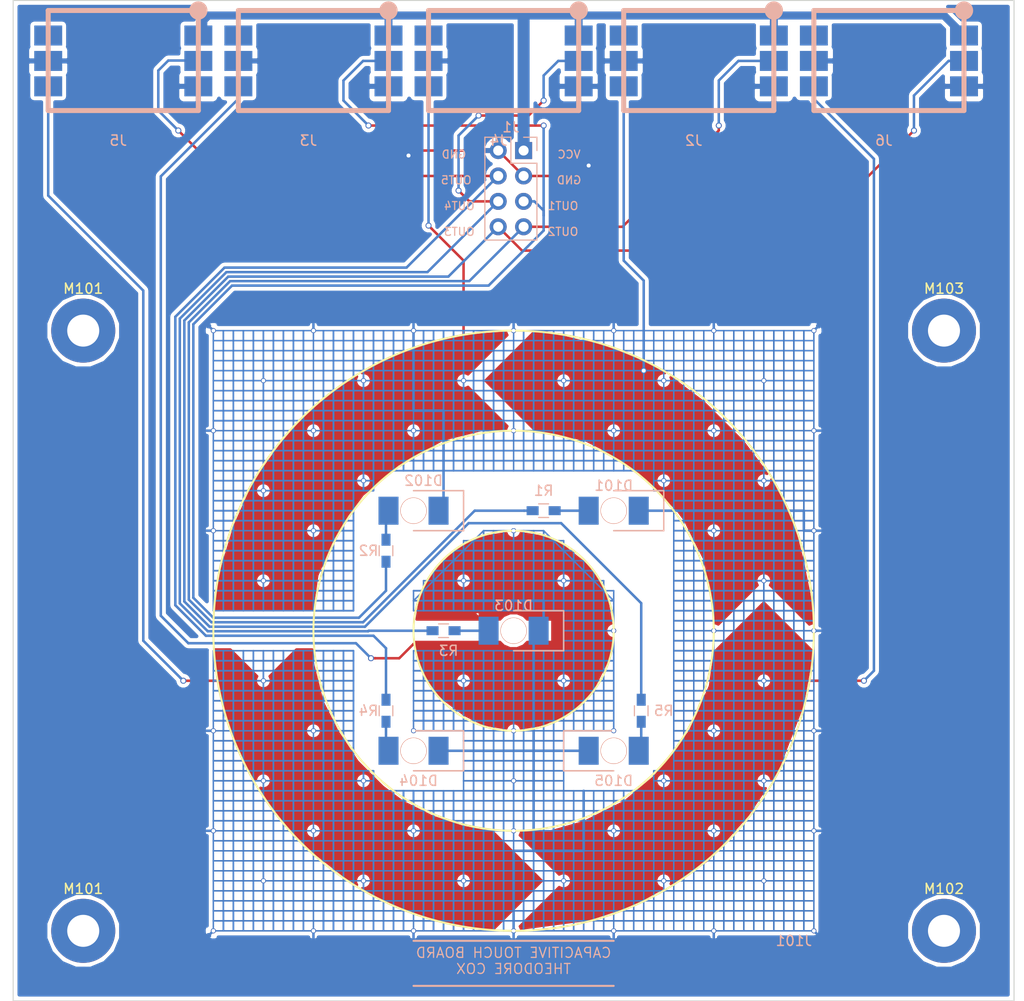
<source format=kicad_pcb>
(kicad_pcb (version 4) (host pcbnew 4.0.7)
  (layers (0 F.Cu signal) (31 B.Cu signal) (34 B.Paste user) (35 F.Paste user) (36 B.SilkS user) (37 F.SilkS user) (38 B.Mask user) (39 F.Mask user) (44 Edge.Cuts user))
  (net 0 "")
  (net 1 /VCC)
  (net 2 /OUT_1)
  (net 3 /CAP_1)
  (net 4 /OUT_2)
  (net 5 /CAP_2)
  (net 6 /OUT_3)
  (net 7 /CAP_3)
  (net 8 /OUT_4)
  (net 9 /CAP_4)
  (net 10 /OUT_5)
  (net 11 /CAP_5)
  (net 12 GND)
  (net 13 "Net-(D101-Pad2)")
  (net 14 "Net-(D102-Pad2)")
  (net 15 "Net-(D103-Pad2)")
  (net 16 "Net-(D104-Pad2)")
  (net 17 "Net-(D105-Pad2)")
  (module Mounting_Holes:MountingHole_3.2mm_M3_Pad (layer F.Cu) (at 107 83)
    (fp_text reference M101 (at 0 -4.2) (layer F.SilkS))
    (fp_text value Mount)
    (pad 1 thru_hole circle (at 0 0) (size 6.4 6.4) (drill 3.2) (layers *.Cu *.Mask))
  )
  (module Pin_Headers:Pin_Header_Straight_2x04_Pitch2.54mm (layer B.Cu) (at 151 65 180)
    (fp_text reference J1 (at 1.27 2.33 180) (layer B.SilkS) (effects (justify mirror)))
    (fp_text value breakout_MainBoard)
    (pad 1 thru_hole rect (at 0 0 180) (size 1.7 1.7) (drill 1) (layers *.Cu *.Mask) (net 1 /VCC))
    (pad 2 thru_hole oval (at 2.54 0 180) (size 1.7 1.7) (drill 1) (layers *.Cu *.Mask) (net 12 GND))
    (pad 3 thru_hole oval (at 0 -2.54 180) (size 1.7 1.7) (drill 1) (layers *.Cu *.Mask) (net 12 GND))
    (pad 4 thru_hole oval (at 2.54 -2.54 180) (size 1.7 1.7) (drill 1) (layers *.Cu *.Mask) (net 8 /OUT_4))
    (pad 5 thru_hole oval (at 0 -5.08 180) (size 1.7 1.7) (drill 1) (layers *.Cu *.Mask) (net 4 /OUT_2))
    (pad 6 thru_hole oval (at 2.54 -5.08 180) (size 1.7 1.7) (drill 1) (layers *.Cu *.Mask) (net 6 /OUT_3))
    (pad 7 thru_hole oval (at 0 -7.62 180) (size 1.7 1.7) (drill 1) (layers *.Cu *.Mask) (net 2 /OUT_1))
    (pad 8 thru_hole oval (at 2.54 -7.62 180) (size 1.7 1.7) (drill 1) (layers *.Cu *.Mask) (net 10 /OUT_5))
  )
  (module Resistors_SMD:R_0603_HandSoldering (layer B.Cu) (at 153 101 180)
    (fp_text reference R1 (at 0 2 180) (layer B.SilkS) (effects (justify mirror)))
    (fp_text value 500)
    (pad 1 smd rect (at -1.1 0 180) (size 1.2 0.9) (layers B.Cu B.Paste B.Mask) (net 13 "Net-(D101-Pad2)"))
    (pad 2 smd rect (at 1.1 0 180) (size 1.2 0.9) (layers B.Cu B.Paste B.Mask) (net 2 /OUT_1))
  )
  (module Resistors_SMD:R_0603_HandSoldering (layer B.Cu) (at 137.25 105 270)
    (fp_text reference R2 (at 0 1.75 540) (layer B.SilkS) (effects (justify mirror)))
    (fp_text value 500)
    (pad 1 smd rect (at -1.1 0 270) (size 1.2 0.9) (layers B.Cu B.Paste B.Mask) (net 14 "Net-(D102-Pad2)"))
    (pad 2 smd rect (at 1.1 0 270) (size 1.2 0.9) (layers B.Cu B.Paste B.Mask) (net 4 /OUT_2))
  )
  (module Resistors_SMD:R_0603_HandSoldering (layer B.Cu) (at 143 113 180)
    (fp_text reference R3 (at -0.5 -2 360) (layer B.SilkS) (effects (justify mirror)))
    (fp_text value 500)
    (pad 1 smd rect (at -1.1 0 180) (size 1.2 0.9) (layers B.Cu B.Paste B.Mask) (net 15 "Net-(D103-Pad2)"))
    (pad 2 smd rect (at 1.1 0 180) (size 1.2 0.9) (layers B.Cu B.Paste B.Mask) (net 6 /OUT_3))
  )
  (module Resistors_SMD:R_0603_HandSoldering (layer B.Cu) (at 137.25 121 90)
    (fp_text reference R4 (at 0 -1.75 360) (layer B.SilkS) (effects (justify mirror)))
    (fp_text value 500)
    (pad 1 smd rect (at -1.1 0 90) (size 1.2 0.9) (layers B.Cu B.Paste B.Mask) (net 16 "Net-(D104-Pad2)"))
    (pad 2 smd rect (at 1.1 0 90) (size 1.2 0.9) (layers B.Cu B.Paste B.Mask) (net 8 /OUT_4))
  )
  (module Resistors_SMD:R_0603_HandSoldering (layer B.Cu) (at 162.75 121 90)
    (fp_text reference R5 (at 0 2.25 180) (layer B.SilkS) (effects (justify mirror)))
    (fp_text value 500)
    (pad 1 smd rect (at -1.1 0 90) (size 1.2 0.9) (layers B.Cu B.Paste B.Mask) (net 17 "Net-(D105-Pad2)"))
    (pad 2 smd rect (at 1.1 0 90) (size 1.2 0.9) (layers B.Cu B.Paste B.Mask) (net 10 /OUT_5))
  )
  (module Mounting_Holes:MountingHole_3.2mm_M3_Pad (layer F.Cu) (at 107 143)
    (fp_text reference M101 (at 0 -4.2) (layer F.SilkS))
    (fp_text value Mount)
    (pad 1 thru_hole circle (at 0 0) (size 6.4 6.4) (drill 3.2) (layers *.Cu *.Mask))
  )
  (module Mounting_Holes:MountingHole_3.2mm_M3_Pad (layer F.Cu) (at 193 143)
    (fp_text reference M102 (at 0 -4.2) (layer F.SilkS))
    (fp_text value Mount)
    (pad 1 thru_hole circle (at 0 0) (size 6.4 6.4) (drill 3.2) (layers *.Cu *.Mask))
  )
  (module Mounting_Holes:MountingHole_3.2mm_M3_Pad (layer F.Cu) (at 193 83)
    (fp_text reference M103 (at 0 -4.2) (layer F.SilkS))
    (fp_text value Mount)
    (pad 1 thru_hole circle (at 0 0) (size 6.4 6.4) (drill 3.2) (layers *.Cu *.Mask))
  )
  (module seniorDesign:CAPTOUCH_castellated (layer B.Cu) (at 195 51 180)
    (fp_text reference J6 (at 8 -13 180) (layer B.SilkS) (effects (font (size 1.016 1.016) (thickness 0.1524)) (justify mirror)))
    (fp_text value CAPTOUC_castellated_Module)
    (pad 1 smd rect (at 0 -2.5 180) (size 2.794 2) (layers B.Cu B.Paste B.Mask) (net 1 /VCC))
    (pad 2 smd rect (at 0 -5.04 180) (size 2.794 2) (layers B.Cu B.Paste B.Mask) (net 10 /OUT_5))
    (pad 3 smd rect (at 0 -7.58 180) (size 2.794 2) (layers B.Cu B.Paste B.Mask) (net 12 GND))
    (pad 4 smd rect (at 15 -2.5 180) (size 2.794 2) (layers B.Cu B.Paste B.Mask))
    (pad 5 smd rect (at 15 -5.04 180) (size 2.794 2) (layers B.Cu B.Paste B.Mask) (net 12 GND))
    (pad 6 smd rect (at 15 -7.58 180) (size 2.794 2) (layers B.Cu B.Paste B.Mask) (net 11 /CAP_5))
  )
  (module seniorDesign:CAPTOUCH_castellated (layer B.Cu) (at 118.5 51 180)
    (fp_text reference J5 (at 8 -13 180) (layer B.SilkS) (effects (font (size 1.016 1.016) (thickness 0.1524)) (justify mirror)))
    (fp_text value CAPTOUC_castellated_Module)
    (pad 1 smd rect (at 0 -2.5 180) (size 2.794 2) (layers B.Cu B.Paste B.Mask) (net 1 /VCC))
    (pad 2 smd rect (at 0 -5.04 180) (size 2.794 2) (layers B.Cu B.Paste B.Mask) (net 8 /OUT_4))
    (pad 3 smd rect (at 0 -7.58 180) (size 2.794 2) (layers B.Cu B.Paste B.Mask) (net 12 GND))
    (pad 4 smd rect (at 15 -2.5 180) (size 2.794 2) (layers B.Cu B.Paste B.Mask))
    (pad 5 smd rect (at 15 -5.04 180) (size 2.794 2) (layers B.Cu B.Paste B.Mask) (net 12 GND))
    (pad 6 smd rect (at 15 -7.58 180) (size 2.794 2) (layers B.Cu B.Paste B.Mask) (net 9 /CAP_4))
  )
  (module seniorDesign:CAPTOUCH_castellated (layer B.Cu) (at 156.5 51 180)
    (fp_text reference J4 (at 8 -13 180) (layer B.SilkS) (effects (font (size 1.016 1.016) (thickness 0.1524)) (justify mirror)))
    (fp_text value CAPTOUC_castellated_Module)
    (pad 1 smd rect (at 0 -2.5 180) (size 2.794 2) (layers B.Cu B.Paste B.Mask) (net 1 /VCC))
    (pad 2 smd rect (at 0 -5.04 180) (size 2.794 2) (layers B.Cu B.Paste B.Mask) (net 6 /OUT_3))
    (pad 3 smd rect (at 0 -7.58 180) (size 2.794 2) (layers B.Cu B.Paste B.Mask) (net 12 GND))
    (pad 4 smd rect (at 15 -2.5 180) (size 2.794 2) (layers B.Cu B.Paste B.Mask))
    (pad 5 smd rect (at 15 -5.04 180) (size 2.794 2) (layers B.Cu B.Paste B.Mask) (net 12 GND))
    (pad 6 smd rect (at 15 -7.58 180) (size 2.794 2) (layers B.Cu B.Paste B.Mask) (net 7 /CAP_3))
  )
  (module seniorDesign:CAPTOUCH_castellated (layer B.Cu) (at 137.5 51 180)
    (fp_text reference J3 (at 8 -13 180) (layer B.SilkS) (effects (font (size 1.016 1.016) (thickness 0.1524)) (justify mirror)))
    (fp_text value CAPTOUC_castellated_Module)
    (pad 1 smd rect (at 0 -2.5 180) (size 2.794 2) (layers B.Cu B.Paste B.Mask) (net 1 /VCC))
    (pad 2 smd rect (at 0 -5.04 180) (size 2.794 2) (layers B.Cu B.Paste B.Mask) (net 4 /OUT_2))
    (pad 3 smd rect (at 0 -7.58 180) (size 2.794 2) (layers B.Cu B.Paste B.Mask) (net 12 GND))
    (pad 4 smd rect (at 15 -2.5 180) (size 2.794 2) (layers B.Cu B.Paste B.Mask))
    (pad 5 smd rect (at 15 -5.04 180) (size 2.794 2) (layers B.Cu B.Paste B.Mask) (net 12 GND))
    (pad 6 smd rect (at 15 -7.58 180) (size 2.794 2) (layers B.Cu B.Paste B.Mask) (net 5 /CAP_2))
  )
  (module seniorDesign:CAPTOUCH_castellated (layer B.Cu) (at 176 51 180)
    (fp_text reference J2 (at 8 -13 180) (layer B.SilkS) (effects (font (size 1.016 1.016) (thickness 0.1524)) (justify mirror)))
    (fp_text value CAPTOUC_castellated_Module)
    (pad 1 smd rect (at 0 -2.5 180) (size 2.794 2) (layers B.Cu B.Paste B.Mask) (net 1 /VCC))
    (pad 2 smd rect (at 0 -5.04 180) (size 2.794 2) (layers B.Cu B.Paste B.Mask) (net 2 /OUT_1))
    (pad 3 smd rect (at 0 -7.58 180) (size 2.794 2) (layers B.Cu B.Paste B.Mask) (net 12 GND))
    (pad 4 smd rect (at 15 -2.5 180) (size 2.794 2) (layers B.Cu B.Paste B.Mask))
    (pad 5 smd rect (at 15 -5.04 180) (size 2.794 2) (layers B.Cu B.Paste B.Mask) (net 12 GND))
    (pad 6 smd rect (at 15 -7.58 180) (size 2.794 2) (layers B.Cu B.Paste B.Mask) (net 3 /CAP_1))
  )
  (module seniorDesign:HATCHED_FILL_60mm_signalRouting (layer B.Cu) (at 150 113)
    (fp_text reference J101 (at 28 31) (layer B.SilkS) (effects (justify mirror)))
    (fp_text value HATCHED_FILL)
    (fp_line (start 4 -8) (end 4 -9) (layer B.Cu) (width 0.15))
    (fp_line (start 9 -4) (end 10 -4) (layer B.Cu) (width 0.15))
    (fp_line (start 10 -4) (end 10 -3) (layer B.Cu) (width 0.15))
    (fp_line (start 8 -5) (end 9 -5) (layer B.Cu) (width 0.15))
    (fp_line (start 9 -5) (end 9 -4) (layer B.Cu) (width 0.15))
    (fp_line (start 10 -2) (end 10 -3) (layer B.Cu) (width 0.15))
    (fp_line (start 8 -4) (end 9 -4) (layer B.Cu) (width 0.15))
    (fp_line (start -5 -8) (end -5 -9) (layer B.Cu) (width 0.15))
    (fp_line (start -5 -9) (end -4 -9) (layer B.Cu) (width 0.15))
    (fp_line (start -7 -6) (end -7 -7) (layer B.Cu) (width 0.15))
    (fp_line (start -7 -7) (end -6 -7) (layer B.Cu) (width 0.15))
    (fp_line (start -8 -5) (end -9 -5) (layer B.Cu) (width 0.15))
    (fp_line (start -9 -5) (end -9 -4) (layer B.Cu) (width 0.15))
    (fp_line (start 3 -10) (end 10 -3) (layer B.Cu) (width 0.15))
    (fp_line (start -3 -10) (end -10 -3) (layer B.Cu) (width 0.15))
    (fp_line (start 3 -10) (end -3 -10) (layer B.Cu) (width 0.15))
    (fp_line (start 5 -8) (end 5 -9) (layer B.Cu) (width 0.15))
    (fp_line (start 4 -9) (end 5 -9) (layer B.Cu) (width 0.15))
    (fp_line (start 6 -7) (end 7 -7) (layer B.Cu) (width 0.15))
    (fp_line (start 7 -7) (end 7 -6) (layer B.Cu) (width 0.15))
    (fp_line (start -4 -9) (end -4 -8) (layer B.Cu) (width 0.15))
    (fp_line (start -10 -2) (end -10 -4) (layer B.Cu) (width 0.15))
    (fp_line (start 6 -1) (end 5 -1) (layer B.Cu) (width 0.15))
    (fp_line (start 6 0) (end 5 0) (layer B.Cu) (width 0.15))
    (fp_line (start 6 1) (end 5 1) (layer B.Cu) (width 0.15))
    (fp_line (start 16 0) (end 20 0) (layer B.Cu) (width 0.15))
    (fp_line (start 0 -20) (end 0 -16) (layer B.Cu) (width 0.15))
    (fp_line (start -4 16) (end -6 16) (layer B.Cu) (width 0.15))
    (fp_line (start -6 16) (end -4 16) (layer B.Cu) (width 0.15))
    (fp_line (start -5 18) (end -5 16) (layer B.Cu) (width 0.15))
    (fp_line (start -4 18) (end -6 18) (layer B.Cu) (width 0.15))
    (fp_line (start -6 17) (end -4 17) (layer B.Cu) (width 0.15))
    (fp_line (start -6 17) (end -4 17) (layer B.Cu) (width 0.15))
    (fp_line (start -5 18) (end -5 16) (layer B.Cu) (width 0.15))
    (fp_line (start -7 18) (end -7 16) (layer B.Cu) (width 0.15))
    (fp_line (start -8 18) (end -8 16) (layer B.Cu) (width 0.15))
    (fp_line (start -6 18) (end -6 16) (layer B.Cu) (width 0.15))
    (fp_line (start -8 18) (end -8 16) (layer B.Cu) (width 0.15))
    (fp_line (start -7 18) (end -7 16) (layer B.Cu) (width 0.15))
    (fp_line (start -8 17) (end -6 17) (layer B.Cu) (width 0.15))
    (fp_line (start -6 18) (end -6 16) (layer B.Cu) (width 0.15))
    (fp_line (start -6 18) (end -8 18) (layer B.Cu) (width 0.15))
    (fp_line (start -6 16) (end -8 16) (layer B.Cu) (width 0.15))
    (fp_line (start -8 17) (end -6 17) (layer B.Cu) (width 0.15))
    (fp_line (start -11 20) (end -11 18) (layer B.Cu) (width 0.15))
    (fp_line (start -12 20) (end -12 18) (layer B.Cu) (width 0.15))
    (fp_line (start -11 20) (end -11 18) (layer B.Cu) (width 0.15))
    (fp_line (start -12 20) (end -12 18) (layer B.Cu) (width 0.15))
    (fp_line (start -12 18) (end -12 16) (layer B.Cu) (width 0.15))
    (fp_line (start -12 18) (end -12 16) (layer B.Cu) (width 0.15))
    (fp_line (start -11 18) (end -11 16) (layer B.Cu) (width 0.15))
    (fp_line (start -11 18) (end -11 16) (layer B.Cu) (width 0.15))
    (fp_line (start -12 17) (end -10 17) (layer B.Cu) (width 0.15))
    (fp_line (start -12 19) (end -10 19) (layer B.Cu) (width 0.15))
    (fp_line (start -12 19) (end -10 19) (layer B.Cu) (width 0.15))
    (fp_line (start -12 18) (end -10 18) (layer B.Cu) (width 0.15))
    (fp_line (start -12 17) (end -10 17) (layer B.Cu) (width 0.15))
    (fp_line (start -10 18) (end -12 18) (layer B.Cu) (width 0.15))
    (fp_line (start -12 16) (end -10 16) (layer B.Cu) (width 0.15))
    (fp_line (start -10 16) (end -12 16) (layer B.Cu) (width 0.15))
    (fp_line (start -10 21) (end -8 21) (layer B.Cu) (width 0.15))
    (fp_line (start -10 21) (end -8 21) (layer B.Cu) (width 0.15))
    (fp_line (start -12 21) (end -10 21) (layer B.Cu) (width 0.15))
    (fp_line (start -12 20) (end -10 20) (layer B.Cu) (width 0.15))
    (fp_line (start -10 20) (end -12 20) (layer B.Cu) (width 0.15))
    (fp_line (start -12 21) (end -10 21) (layer B.Cu) (width 0.15))
    (fp_line (start -6 20) (end -8 20) (layer B.Cu) (width 0.15))
    (fp_line (start -5 20) (end -5 18) (layer B.Cu) (width 0.15))
    (fp_line (start -5 20) (end -5 18) (layer B.Cu) (width 0.15))
    (fp_line (start -6 19) (end -4 19) (layer B.Cu) (width 0.15))
    (fp_line (start -6 19) (end -4 19) (layer B.Cu) (width 0.15))
    (fp_line (start -6 20) (end -6 18) (layer B.Cu) (width 0.15))
    (fp_line (start -6 18) (end -4 18) (layer B.Cu) (width 0.15))
    (fp_line (start -8 20) (end -8 18) (layer B.Cu) (width 0.15))
    (fp_line (start -7 20) (end -7 18) (layer B.Cu) (width 0.15))
    (fp_line (start -8 20) (end -8 18) (layer B.Cu) (width 0.15))
    (fp_line (start -6 20) (end -6 18) (layer B.Cu) (width 0.15))
    (fp_line (start -8 18) (end -6 18) (layer B.Cu) (width 0.15))
    (fp_line (start -8 19) (end -6 19) (layer B.Cu) (width 0.15))
    (fp_line (start -6 21) (end -4 21) (layer B.Cu) (width 0.15))
    (fp_line (start -6 21) (end -4 21) (layer B.Cu) (width 0.15))
    (fp_line (start -6 20) (end -4 20) (layer B.Cu) (width 0.15))
    (fp_line (start -4 20) (end -6 20) (layer B.Cu) (width 0.15))
    (fp_line (start -8 21) (end -6 21) (layer B.Cu) (width 0.15))
    (fp_line (start -8 21) (end -6 21) (layer B.Cu) (width 0.15))
    (fp_line (start -8 20) (end -6 20) (layer B.Cu) (width 0.15))
    (fp_line (start -8 16) (end -6 16) (layer B.Cu) (width 0.15))
    (fp_line (start -8 16) (end -10 16) (layer B.Cu) (width 0.15))
    (fp_line (start -10 16) (end -8 16) (layer B.Cu) (width 0.15))
    (fp_line (start -10 20) (end -10 18) (layer B.Cu) (width 0.15))
    (fp_line (start -10 20) (end -8 20) (layer B.Cu) (width 0.15))
    (fp_line (start -10 20) (end -10 18) (layer B.Cu) (width 0.15))
    (fp_line (start -10 19) (end -8 19) (layer B.Cu) (width 0.15))
    (fp_line (start -8 20) (end -10 20) (layer B.Cu) (width 0.15))
    (fp_line (start -9 18) (end -9 16) (layer B.Cu) (width 0.15))
    (fp_line (start -8 18) (end -10 18) (layer B.Cu) (width 0.15))
    (fp_line (start -10 17) (end -8 17) (layer B.Cu) (width 0.15))
    (fp_line (start -10 18) (end -8 18) (layer B.Cu) (width 0.15))
    (fp_line (start -10 17) (end -8 17) (layer B.Cu) (width 0.15))
    (fp_line (start -10 18) (end -10 16) (layer B.Cu) (width 0.15))
    (fp_line (start -10 18) (end -10 16) (layer B.Cu) (width 0.15))
    (fp_line (start -9 18) (end -9 16) (layer B.Cu) (width 0.15))
    (fp_line (start -7 20) (end -7 18) (layer B.Cu) (width 0.15))
    (fp_line (start -9 20) (end -9 18) (layer B.Cu) (width 0.15))
    (fp_line (start -9 20) (end -9 18) (layer B.Cu) (width 0.15))
    (fp_line (start -8 19) (end -6 19) (layer B.Cu) (width 0.15))
    (fp_line (start -10 19) (end -8 19) (layer B.Cu) (width 0.15))
    (fp_line (start 13 16) (end 11 16) (layer B.Cu) (width 0.15))
    (fp_line (start 11 16) (end 13 16) (layer B.Cu) (width 0.15))
    (fp_line (start 12 18) (end 12 16) (layer B.Cu) (width 0.15))
    (fp_line (start 13 18) (end 11 18) (layer B.Cu) (width 0.15))
    (fp_line (start 11 17) (end 13 17) (layer B.Cu) (width 0.15))
    (fp_line (start 11 17) (end 13 17) (layer B.Cu) (width 0.15))
    (fp_line (start 12 18) (end 12 16) (layer B.Cu) (width 0.15))
    (fp_line (start 10 18) (end 10 16) (layer B.Cu) (width 0.15))
    (fp_line (start 9 18) (end 9 16) (layer B.Cu) (width 0.15))
    (fp_line (start 11 18) (end 11 16) (layer B.Cu) (width 0.15))
    (fp_line (start 9 18) (end 9 16) (layer B.Cu) (width 0.15))
    (fp_line (start 10 18) (end 10 16) (layer B.Cu) (width 0.15))
    (fp_line (start 9 17) (end 11 17) (layer B.Cu) (width 0.15))
    (fp_line (start 11 18) (end 11 16) (layer B.Cu) (width 0.15))
    (fp_line (start 11 18) (end 9 18) (layer B.Cu) (width 0.15))
    (fp_line (start 11 16) (end 9 16) (layer B.Cu) (width 0.15))
    (fp_line (start 9 17) (end 11 17) (layer B.Cu) (width 0.15))
    (fp_line (start 14 20) (end 14 18) (layer B.Cu) (width 0.15))
    (fp_line (start 4 20) (end 4 18) (layer B.Cu) (width 0.15))
    (fp_line (start 6 20) (end 6 18) (layer B.Cu) (width 0.15))
    (fp_line (start 5 20) (end 5 18) (layer B.Cu) (width 0.15))
    (fp_line (start 3 19) (end 5 19) (layer B.Cu) (width 0.15))
    (fp_line (start 6 20) (end 6 18) (layer B.Cu) (width 0.15))
    (fp_line (start 14 20) (end 14 18) (layer B.Cu) (width 0.15))
    (fp_line (start 4 20) (end 4 18) (layer B.Cu) (width 0.15))
    (fp_line (start 5 20) (end 5 18) (layer B.Cu) (width 0.15))
    (fp_line (start 3 19) (end 5 19) (layer B.Cu) (width 0.15))
    (fp_line (start 14 18) (end 14 16) (layer B.Cu) (width 0.15))
    (fp_line (start 4 18) (end 4 16) (layer B.Cu) (width 0.15))
    (fp_line (start 5 18) (end 5 16) (layer B.Cu) (width 0.15))
    (fp_line (start 3 17) (end 5 17) (layer B.Cu) (width 0.15))
    (fp_line (start 14 18) (end 14 16) (layer B.Cu) (width 0.15))
    (fp_line (start 4 18) (end 4 16) (layer B.Cu) (width 0.15))
    (fp_line (start 5 18) (end 3 18) (layer B.Cu) (width 0.15))
    (fp_line (start 3 18) (end 5 18) (layer B.Cu) (width 0.15))
    (fp_line (start 3 17) (end 5 17) (layer B.Cu) (width 0.15))
    (fp_line (start 5 18) (end 5 16) (layer B.Cu) (width 0.15))
    (fp_line (start 6 18) (end 6 16) (layer B.Cu) (width 0.15))
    (fp_line (start 6 18) (end 6 16) (layer B.Cu) (width 0.15))
    (fp_line (start 5 17) (end 7 17) (layer B.Cu) (width 0.15))
    (fp_line (start 5 19) (end 7 19) (layer B.Cu) (width 0.15))
    (fp_line (start 5 19) (end 7 19) (layer B.Cu) (width 0.15))
    (fp_line (start 5 18) (end 7 18) (layer B.Cu) (width 0.15))
    (fp_line (start 5 17) (end 7 17) (layer B.Cu) (width 0.15))
    (fp_line (start 7 18) (end 5 18) (layer B.Cu) (width 0.15))
    (fp_line (start 3 16) (end 5 16) (layer B.Cu) (width 0.15))
    (fp_line (start 5 16) (end 3 16) (layer B.Cu) (width 0.15))
    (fp_line (start 5 16) (end 7 16) (layer B.Cu) (width 0.15))
    (fp_line (start 7 16) (end 5 16) (layer B.Cu) (width 0.15))
    (fp_line (start 7 21) (end 9 21) (layer B.Cu) (width 0.15))
    (fp_line (start 7 21) (end 9 21) (layer B.Cu) (width 0.15))
    (fp_line (start 5 21) (end 7 21) (layer B.Cu) (width 0.15))
    (fp_line (start 5 20) (end 7 20) (layer B.Cu) (width 0.15))
    (fp_line (start 7 20) (end 5 20) (layer B.Cu) (width 0.15))
    (fp_line (start 5 21) (end 7 21) (layer B.Cu) (width 0.15))
    (fp_line (start 11 20) (end 9 20) (layer B.Cu) (width 0.15))
    (fp_line (start 12 20) (end 12 18) (layer B.Cu) (width 0.15))
    (fp_line (start 12 20) (end 12 18) (layer B.Cu) (width 0.15))
    (fp_line (start 11 19) (end 13 19) (layer B.Cu) (width 0.15))
    (fp_line (start 11 19) (end 13 19) (layer B.Cu) (width 0.15))
    (fp_line (start 11 20) (end 11 18) (layer B.Cu) (width 0.15))
    (fp_line (start 11 18) (end 13 18) (layer B.Cu) (width 0.15))
    (fp_line (start 9 20) (end 9 18) (layer B.Cu) (width 0.15))
    (fp_line (start 10 20) (end 10 18) (layer B.Cu) (width 0.15))
    (fp_line (start 9 20) (end 9 18) (layer B.Cu) (width 0.15))
    (fp_line (start 11 20) (end 11 18) (layer B.Cu) (width 0.15))
    (fp_line (start 9 18) (end 11 18) (layer B.Cu) (width 0.15))
    (fp_line (start 9 19) (end 11 19) (layer B.Cu) (width 0.15))
    (fp_line (start 11 21) (end 13 21) (layer B.Cu) (width 0.15))
    (fp_line (start 11 21) (end 13 21) (layer B.Cu) (width 0.15))
    (fp_line (start 11 20) (end 13 20) (layer B.Cu) (width 0.15))
    (fp_line (start 13 20) (end 11 20) (layer B.Cu) (width 0.15))
    (fp_line (start 9 21) (end 11 21) (layer B.Cu) (width 0.15))
    (fp_line (start 9 21) (end 11 21) (layer B.Cu) (width 0.15))
    (fp_line (start 9 20) (end 11 20) (layer B.Cu) (width 0.15))
    (fp_line (start 9 16) (end 11 16) (layer B.Cu) (width 0.15))
    (fp_line (start 9 16) (end 7 16) (layer B.Cu) (width 0.15))
    (fp_line (start 7 16) (end 9 16) (layer B.Cu) (width 0.15))
    (fp_line (start 7 20) (end 7 18) (layer B.Cu) (width 0.15))
    (fp_line (start 7 20) (end 9 20) (layer B.Cu) (width 0.15))
    (fp_line (start 7 20) (end 7 18) (layer B.Cu) (width 0.15))
    (fp_line (start 7 19) (end 9 19) (layer B.Cu) (width 0.15))
    (fp_line (start 9 20) (end 7 20) (layer B.Cu) (width 0.15))
    (fp_line (start 8 18) (end 8 16) (layer B.Cu) (width 0.15))
    (fp_line (start 9 18) (end 7 18) (layer B.Cu) (width 0.15))
    (fp_line (start 7 17) (end 9 17) (layer B.Cu) (width 0.15))
    (fp_line (start 7 18) (end 9 18) (layer B.Cu) (width 0.15))
    (fp_line (start 7 17) (end 9 17) (layer B.Cu) (width 0.15))
    (fp_line (start 7 18) (end 7 16) (layer B.Cu) (width 0.15))
    (fp_line (start 7 18) (end 7 16) (layer B.Cu) (width 0.15))
    (fp_line (start 8 18) (end 8 16) (layer B.Cu) (width 0.15))
    (fp_line (start 10 20) (end 10 18) (layer B.Cu) (width 0.15))
    (fp_line (start 8 20) (end 8 18) (layer B.Cu) (width 0.15))
    (fp_line (start 8 20) (end 8 18) (layer B.Cu) (width 0.15))
    (fp_line (start 9 19) (end 11 19) (layer B.Cu) (width 0.15))
    (fp_line (start 7 19) (end 9 19) (layer B.Cu) (width 0.15))
    (fp_line (start 5 20) (end 3 20) (layer B.Cu) (width 0.15))
    (fp_line (start 3 20) (end 5 20) (layer B.Cu) (width 0.15))
    (fp_line (start 3 21) (end 5 21) (layer B.Cu) (width 0.15))
    (fp_line (start 3 21) (end 5 21) (layer B.Cu) (width 0.15))
    (fp_line (start -7 21) (end -5 21) (layer B.Cu) (width 0.15))
    (fp_line (start -7 21) (end -5 21) (layer B.Cu) (width 0.15))
    (fp_line (start -9 21) (end -7 21) (layer B.Cu) (width 0.15))
    (fp_line (start -9 21) (end -7 21) (layer B.Cu) (width 0.15))
    (fp_line (start -11 21) (end -9 21) (layer B.Cu) (width 0.15))
    (fp_line (start -11 21) (end -9 21) (layer B.Cu) (width 0.15))
    (fp_line (start -11 20) (end -11 18) (layer B.Cu) (width 0.15))
    (fp_line (start -11 20) (end -11 18) (layer B.Cu) (width 0.15))
    (fp_line (start -5 20) (end -5 18) (layer B.Cu) (width 0.15))
    (fp_line (start -5 20) (end -5 18) (layer B.Cu) (width 0.15))
    (fp_line (start -4 20) (end -4 18) (layer B.Cu) (width 0.15))
    (fp_line (start -4 20) (end -4 18) (layer B.Cu) (width 0.15))
    (fp_line (start -11 21) (end -9 21) (layer B.Cu) (width 0.15))
    (fp_line (start -11 21) (end -9 21) (layer B.Cu) (width 0.15))
    (fp_line (start -11 20) (end -9 20) (layer B.Cu) (width 0.15))
    (fp_line (start -11 19) (end -9 19) (layer B.Cu) (width 0.15))
    (fp_line (start -9 20) (end -11 20) (layer B.Cu) (width 0.15))
    (fp_line (start -11 19) (end -9 19) (layer B.Cu) (width 0.15))
    (fp_line (start -11 20) (end -11 18) (layer B.Cu) (width 0.15))
    (fp_line (start -9 19) (end -7 19) (layer B.Cu) (width 0.15))
    (fp_line (start -7 20) (end -7 18) (layer B.Cu) (width 0.15))
    (fp_line (start -9 20) (end -7 20) (layer B.Cu) (width 0.15))
    (fp_line (start -7 20) (end -7 18) (layer B.Cu) (width 0.15))
    (fp_line (start -9 20) (end -9 18) (layer B.Cu) (width 0.15))
    (fp_line (start -10 20) (end -10 18) (layer B.Cu) (width 0.15))
    (fp_line (start -11 20) (end -11 18) (layer B.Cu) (width 0.15))
    (fp_line (start -10 20) (end -10 18) (layer B.Cu) (width 0.15))
    (fp_line (start -4 20) (end -4 18) (layer B.Cu) (width 0.15))
    (fp_line (start -4 20) (end -4 18) (layer B.Cu) (width 0.15))
    (fp_line (start -9 21) (end -7 21) (layer B.Cu) (width 0.15))
    (fp_line (start -7 20) (end -9 20) (layer B.Cu) (width 0.15))
    (fp_line (start -9 20) (end -9 18) (layer B.Cu) (width 0.15))
    (fp_line (start -9 21) (end -7 21) (layer B.Cu) (width 0.15))
    (fp_line (start -9 19) (end -7 19) (layer B.Cu) (width 0.15))
    (fp_line (start -7 21) (end -5 21) (layer B.Cu) (width 0.15))
    (fp_line (start -7 21) (end -5 21) (layer B.Cu) (width 0.15))
    (fp_line (start -7 20) (end -5 20) (layer B.Cu) (width 0.15))
    (fp_line (start -7 19) (end -5 19) (layer B.Cu) (width 0.15))
    (fp_line (start -5 20) (end -7 20) (layer B.Cu) (width 0.15))
    (fp_line (start -7 19) (end -5 19) (layer B.Cu) (width 0.15))
    (fp_line (start -6 20) (end -6 18) (layer B.Cu) (width 0.15))
    (fp_line (start -8 20) (end -8 18) (layer B.Cu) (width 0.15))
    (fp_line (start -6 20) (end -6 18) (layer B.Cu) (width 0.15))
    (fp_line (start -8 20) (end -8 18) (layer B.Cu) (width 0.15))
    (fp_line (start -5 18) (end -10 18) (layer B.Cu) (width 0.15))
    (fp_line (start 10 18) (end 5 18) (layer B.Cu) (width 0.15))
    (fp_line (start 7 20) (end 7 18) (layer B.Cu) (width 0.15))
    (fp_line (start 9 20) (end 9 18) (layer B.Cu) (width 0.15))
    (fp_line (start 7 20) (end 7 18) (layer B.Cu) (width 0.15))
    (fp_line (start 9 20) (end 9 18) (layer B.Cu) (width 0.15))
    (fp_line (start 8 19) (end 10 19) (layer B.Cu) (width 0.15))
    (fp_line (start 10 20) (end 8 20) (layer B.Cu) (width 0.15))
    (fp_line (start 8 19) (end 10 19) (layer B.Cu) (width 0.15))
    (fp_line (start 8 20) (end 10 20) (layer B.Cu) (width 0.15))
    (fp_line (start 8 21) (end 10 21) (layer B.Cu) (width 0.15))
    (fp_line (start 8 21) (end 10 21) (layer B.Cu) (width 0.15))
    (fp_line (start 6 19) (end 8 19) (layer B.Cu) (width 0.15))
    (fp_line (start 6 21) (end 8 21) (layer B.Cu) (width 0.15))
    (fp_line (start 6 20) (end 6 18) (layer B.Cu) (width 0.15))
    (fp_line (start 8 20) (end 6 20) (layer B.Cu) (width 0.15))
    (fp_line (start 6 21) (end 8 21) (layer B.Cu) (width 0.15))
    (fp_line (start 11 20) (end 11 18) (layer B.Cu) (width 0.15))
    (fp_line (start 11 20) (end 11 18) (layer B.Cu) (width 0.15))
    (fp_line (start 5 20) (end 5 18) (layer B.Cu) (width 0.15))
    (fp_line (start 4 20) (end 4 18) (layer B.Cu) (width 0.15))
    (fp_line (start 5 20) (end 5 18) (layer B.Cu) (width 0.15))
    (fp_line (start 6 20) (end 6 18) (layer B.Cu) (width 0.15))
    (fp_line (start 8 20) (end 8 18) (layer B.Cu) (width 0.15))
    (fp_line (start 6 20) (end 8 20) (layer B.Cu) (width 0.15))
    (fp_line (start 8 20) (end 8 18) (layer B.Cu) (width 0.15))
    (fp_line (start 6 19) (end 8 19) (layer B.Cu) (width 0.15))
    (fp_line (start 4 20) (end 4 18) (layer B.Cu) (width 0.15))
    (fp_line (start 4 19) (end 6 19) (layer B.Cu) (width 0.15))
    (fp_line (start 6 20) (end 4 20) (layer B.Cu) (width 0.15))
    (fp_line (start 4 19) (end 6 19) (layer B.Cu) (width 0.15))
    (fp_line (start 4 20) (end 6 20) (layer B.Cu) (width 0.15))
    (fp_line (start 4 21) (end 6 21) (layer B.Cu) (width 0.15))
    (fp_line (start 4 21) (end 6 21) (layer B.Cu) (width 0.15))
    (fp_line (start -19 -4) (end -19 -6) (layer B.Cu) (width 0.15))
    (fp_line (start -19 6) (end -19 4) (layer B.Cu) (width 0.15))
    (fp_line (start -17 -4) (end -17 -6) (layer B.Cu) (width 0.15))
    (fp_line (start -17 6) (end -17 4) (layer B.Cu) (width 0.15))
    (fp_line (start -18 -4) (end -18 -6) (layer B.Cu) (width 0.15))
    (fp_line (start -18 6) (end -18 4) (layer B.Cu) (width 0.15))
    (fp_line (start -20 -5) (end -18 -5) (layer B.Cu) (width 0.15))
    (fp_line (start -20 5) (end -18 5) (layer B.Cu) (width 0.15))
    (fp_line (start -17 -4) (end -17 -6) (layer B.Cu) (width 0.15))
    (fp_line (start -17 6) (end -17 4) (layer B.Cu) (width 0.15))
    (fp_line (start -19 -4) (end -19 -6) (layer B.Cu) (width 0.15))
    (fp_line (start -19 6) (end -19 4) (layer B.Cu) (width 0.15))
    (fp_line (start -18 -4) (end -18 -6) (layer B.Cu) (width 0.15))
    (fp_line (start -18 6) (end -18 4) (layer B.Cu) (width 0.15))
    (fp_line (start -20 -5) (end -18 -5) (layer B.Cu) (width 0.15))
    (fp_line (start -20 5) (end -18 5) (layer B.Cu) (width 0.15))
    (fp_line (start -19 -6) (end -19 -8) (layer B.Cu) (width 0.15))
    (fp_line (start -19 4) (end -19 2) (layer B.Cu) (width 0.15))
    (fp_line (start -18 -6) (end -18 -8) (layer B.Cu) (width 0.15))
    (fp_line (start -18 4) (end -18 2) (layer B.Cu) (width 0.15))
    (fp_line (start -20 -7) (end -18 -7) (layer B.Cu) (width 0.15))
    (fp_line (start -20 3) (end -18 3) (layer B.Cu) (width 0.15))
    (fp_line (start -19 -6) (end -19 -8) (layer B.Cu) (width 0.15))
    (fp_line (start -19 4) (end -19 2) (layer B.Cu) (width 0.15))
    (fp_line (start -18 -6) (end -20 -6) (layer B.Cu) (width 0.15))
    (fp_line (start -18 4) (end -20 4) (layer B.Cu) (width 0.15))
    (fp_line (start -20 -6) (end -18 -6) (layer B.Cu) (width 0.15))
    (fp_line (start -20 4) (end -18 4) (layer B.Cu) (width 0.15))
    (fp_line (start -20 -7) (end -18 -7) (layer B.Cu) (width 0.15))
    (fp_line (start -20 3) (end -18 3) (layer B.Cu) (width 0.15))
    (fp_line (start -18 -6) (end -18 -8) (layer B.Cu) (width 0.15))
    (fp_line (start -18 4) (end -18 2) (layer B.Cu) (width 0.15))
    (fp_line (start -17 -6) (end -17 -8) (layer B.Cu) (width 0.15))
    (fp_line (start -17 4) (end -17 2) (layer B.Cu) (width 0.15))
    (fp_line (start -17 -6) (end -17 -8) (layer B.Cu) (width 0.15))
    (fp_line (start -17 4) (end -17 2) (layer B.Cu) (width 0.15))
    (fp_line (start -18 -7) (end -16 -7) (layer B.Cu) (width 0.15))
    (fp_line (start -18 3) (end -16 3) (layer B.Cu) (width 0.15))
    (fp_line (start -18 -5) (end -16 -5) (layer B.Cu) (width 0.15))
    (fp_line (start -18 5) (end -16 5) (layer B.Cu) (width 0.15))
    (fp_line (start -18 -5) (end -16 -5) (layer B.Cu) (width 0.15))
    (fp_line (start -18 5) (end -16 5) (layer B.Cu) (width 0.15))
    (fp_line (start -18 -6) (end -16 -6) (layer B.Cu) (width 0.15))
    (fp_line (start -18 4) (end -16 4) (layer B.Cu) (width 0.15))
    (fp_line (start -18 -7) (end -16 -7) (layer B.Cu) (width 0.15))
    (fp_line (start -18 3) (end -16 3) (layer B.Cu) (width 0.15))
    (fp_line (start -16 -6) (end -18 -6) (layer B.Cu) (width 0.15))
    (fp_line (start -16 4) (end -18 4) (layer B.Cu) (width 0.15))
    (fp_line (start -19 -8) (end -19 -10) (layer B.Cu) (width 0.15))
    (fp_line (start -20 -8) (end -18 -8) (layer B.Cu) (width 0.15))
    (fp_line (start -20 2) (end -18 2) (layer B.Cu) (width 0.15))
    (fp_line (start -20 -9) (end -18 -9) (layer B.Cu) (width 0.15))
    (fp_line (start -19 -8) (end -19 -10) (layer B.Cu) (width 0.15))
    (fp_line (start -18 -8) (end -20 -8) (layer B.Cu) (width 0.15))
    (fp_line (start -18 2) (end -20 2) (layer B.Cu) (width 0.15))
    (fp_line (start -20 -9) (end -18 -9) (layer B.Cu) (width 0.15))
    (fp_line (start -17 -8) (end -17 -10) (layer B.Cu) (width 0.15))
    (fp_line (start -18 -9) (end -16 -9) (layer B.Cu) (width 0.15))
    (fp_line (start -18 -8) (end -18 -10) (layer B.Cu) (width 0.15))
    (fp_line (start -17 -8) (end -17 -10) (layer B.Cu) (width 0.15))
    (fp_line (start -18 -8) (end -16 -8) (layer B.Cu) (width 0.15))
    (fp_line (start -18 2) (end -16 2) (layer B.Cu) (width 0.15))
    (fp_line (start -18 -8) (end -18 -10) (layer B.Cu) (width 0.15))
    (fp_line (start -18 -9) (end -16 -9) (layer B.Cu) (width 0.15))
    (fp_line (start -16 -8) (end -18 -8) (layer B.Cu) (width 0.15))
    (fp_line (start -16 2) (end -18 2) (layer B.Cu) (width 0.15))
    (fp_line (start -16 10) (end -16 8) (layer B.Cu) (width 0.15))
    (fp_line (start -16 10) (end -16 8) (layer B.Cu) (width 0.15))
    (fp_line (start -17 10) (end -17 8) (layer B.Cu) (width 0.15))
    (fp_line (start -18 -3) (end -16 -3) (layer B.Cu) (width 0.15))
    (fp_line (start -18 7) (end -16 7) (layer B.Cu) (width 0.15))
    (fp_line (start -17 -2) (end -17 -4) (layer B.Cu) (width 0.15))
    (fp_line (start -17 8) (end -17 6) (layer B.Cu) (width 0.15))
    (fp_line (start -18 -4) (end -16 -4) (layer B.Cu) (width 0.15))
    (fp_line (start -18 6) (end -16 6) (layer B.Cu) (width 0.15))
    (fp_line (start -16 -2) (end -16 -4) (layer B.Cu) (width 0.15))
    (fp_line (start -16 8) (end -16 6) (layer B.Cu) (width 0.15))
    (fp_line (start -16 -4) (end -18 -4) (layer B.Cu) (width 0.15))
    (fp_line (start -16 6) (end -18 6) (layer B.Cu) (width 0.15))
    (fp_line (start -18 -3) (end -16 -3) (layer B.Cu) (width 0.15))
    (fp_line (start -18 7) (end -16 7) (layer B.Cu) (width 0.15))
    (fp_line (start -17 -2) (end -17 -4) (layer B.Cu) (width 0.15))
    (fp_line (start -17 8) (end -17 6) (layer B.Cu) (width 0.15))
    (fp_line (start -16 -2) (end -16 -4) (layer B.Cu) (width 0.15))
    (fp_line (start -16 8) (end -16 6) (layer B.Cu) (width 0.15))
    (fp_line (start -18 9) (end -16 9) (layer B.Cu) (width 0.15))
    (fp_line (start -18 -2) (end -16 -2) (layer B.Cu) (width 0.15))
    (fp_line (start -18 8) (end -16 8) (layer B.Cu) (width 0.15))
    (fp_line (start -16 -2) (end -18 -2) (layer B.Cu) (width 0.15))
    (fp_line (start -16 8) (end -18 8) (layer B.Cu) (width 0.15))
    (fp_line (start -18 9) (end -16 9) (layer B.Cu) (width 0.15))
    (fp_line (start -17 10) (end -17 8) (layer B.Cu) (width 0.15))
    (fp_line (start -16 -8) (end -16 -10) (layer B.Cu) (width 0.15))
    (fp_line (start -16 -8) (end -16 -10) (layer B.Cu) (width 0.15))
    (fp_line (start -16 -4) (end -16 -6) (layer B.Cu) (width 0.15))
    (fp_line (start -16 6) (end -16 4) (layer B.Cu) (width 0.15))
    (fp_line (start -16 -4) (end -16 -6) (layer B.Cu) (width 0.15))
    (fp_line (start -16 6) (end -16 4) (layer B.Cu) (width 0.15))
    (fp_line (start -16 -6) (end -16 -8) (layer B.Cu) (width 0.15))
    (fp_line (start -16 4) (end -16 2) (layer B.Cu) (width 0.15))
    (fp_line (start -16 -6) (end -16 -8) (layer B.Cu) (width 0.15))
    (fp_line (start -16 4) (end -16 2) (layer B.Cu) (width 0.15))
    (fp_line (start -20 9) (end -18 9) (layer B.Cu) (width 0.15))
    (fp_line (start -20 9) (end -18 9) (layer B.Cu) (width 0.15))
    (fp_line (start -20 9) (end -18 9) (layer B.Cu) (width 0.15))
    (fp_line (start -20 9) (end -18 9) (layer B.Cu) (width 0.15))
    (fp_line (start -18 10) (end -18 8) (layer B.Cu) (width 0.15))
    (fp_line (start -18 10) (end -18 8) (layer B.Cu) (width 0.15))
    (fp_line (start -19 10) (end -19 8) (layer B.Cu) (width 0.15))
    (fp_line (start -19 10) (end -19 8) (layer B.Cu) (width 0.15))
    (fp_line (start -19 10) (end -19 8) (layer B.Cu) (width 0.15))
    (fp_line (start -19 10) (end -19 8) (layer B.Cu) (width 0.15))
    (fp_line (start -18 10) (end -18 8) (layer B.Cu) (width 0.15))
    (fp_line (start -19 -2) (end -19 -4) (layer B.Cu) (width 0.15))
    (fp_line (start -19 8) (end -19 6) (layer B.Cu) (width 0.15))
    (fp_line (start -18 -2) (end -18 -4) (layer B.Cu) (width 0.15))
    (fp_line (start -18 8) (end -18 6) (layer B.Cu) (width 0.15))
    (fp_line (start -18 -4) (end -20 -4) (layer B.Cu) (width 0.15))
    (fp_line (start -18 6) (end -20 6) (layer B.Cu) (width 0.15))
    (fp_line (start -20 -4) (end -18 -4) (layer B.Cu) (width 0.15))
    (fp_line (start -20 6) (end -18 6) (layer B.Cu) (width 0.15))
    (fp_line (start -19 -2) (end -19 -4) (layer B.Cu) (width 0.15))
    (fp_line (start -19 8) (end -19 6) (layer B.Cu) (width 0.15))
    (fp_line (start -18 -2) (end -18 -4) (layer B.Cu) (width 0.15))
    (fp_line (start -18 8) (end -18 6) (layer B.Cu) (width 0.15))
    (fp_line (start -20 -3) (end -18 -3) (layer B.Cu) (width 0.15))
    (fp_line (start -20 7) (end -18 7) (layer B.Cu) (width 0.15))
    (fp_line (start -20 -2) (end -18 -2) (layer B.Cu) (width 0.15))
    (fp_line (start -20 8) (end -18 8) (layer B.Cu) (width 0.15))
    (fp_line (start -20 -3) (end -18 -3) (layer B.Cu) (width 0.15))
    (fp_line (start -20 7) (end -18 7) (layer B.Cu) (width 0.15))
    (fp_line (start -18 -2) (end -20 -2) (layer B.Cu) (width 0.15))
    (fp_line (start -18 8) (end -20 8) (layer B.Cu) (width 0.15))
    (fp_line (start -18 -2) (end -20 -2) (layer B.Cu) (width 0.15))
    (fp_line (start -18 8) (end -20 8) (layer B.Cu) (width 0.15))
    (fp_line (start 7 -18) (end 7 -20) (layer B.Cu) (width 0.15))
    (fp_line (start -3 -18) (end -3 -20) (layer B.Cu) (width 0.15))
    (fp_line (start 9 -18) (end 9 -20) (layer B.Cu) (width 0.15))
    (fp_line (start -1 -18) (end -1 -20) (layer B.Cu) (width 0.15))
    (fp_line (start 7 -18) (end 7 -20) (layer B.Cu) (width 0.15))
    (fp_line (start -3 -18) (end -3 -20) (layer B.Cu) (width 0.15))
    (fp_line (start 9 -18) (end 9 -20) (layer B.Cu) (width 0.15))
    (fp_line (start -1 -18) (end -1 -20) (layer B.Cu) (width 0.15))
    (fp_line (start 8 -19) (end 10 -19) (layer B.Cu) (width 0.15))
    (fp_line (start -2 -19) (end 0 -19) (layer B.Cu) (width 0.15))
    (fp_line (start 10 -18) (end 8 -18) (layer B.Cu) (width 0.15))
    (fp_line (start 0 -18) (end -2 -18) (layer B.Cu) (width 0.15))
    (fp_line (start 8 -19) (end 10 -19) (layer B.Cu) (width 0.15))
    (fp_line (start -2 -19) (end 0 -19) (layer B.Cu) (width 0.15))
    (fp_line (start 8 -18) (end 10 -18) (layer B.Cu) (width 0.15))
    (fp_line (start -2 -18) (end 0 -18) (layer B.Cu) (width 0.15))
    (fp_line (start 9 -16) (end 9 -18) (layer B.Cu) (width 0.15))
    (fp_line (start -1 -16) (end -1 -18) (layer B.Cu) (width 0.15))
    (fp_line (start 10 -16) (end 8 -16) (layer B.Cu) (width 0.15))
    (fp_line (start 0 -16) (end -2 -16) (layer B.Cu) (width 0.15))
    (fp_line (start 8 -17) (end 10 -17) (layer B.Cu) (width 0.15))
    (fp_line (start -2 -17) (end 0 -17) (layer B.Cu) (width 0.15))
    (fp_line (start 8 -17) (end 10 -17) (layer B.Cu) (width 0.15))
    (fp_line (start -2 -17) (end 0 -17) (layer B.Cu) (width 0.15))
    (fp_line (start 9 -16) (end 9 -18) (layer B.Cu) (width 0.15))
    (fp_line (start -1 -16) (end -1 -18) (layer B.Cu) (width 0.15))
    (fp_line (start 7 -16) (end 7 -18) (layer B.Cu) (width 0.15))
    (fp_line (start -3 -16) (end -3 -18) (layer B.Cu) (width 0.15))
    (fp_line (start 6 -16) (end 6 -18) (layer B.Cu) (width 0.15))
    (fp_line (start -4 -16) (end -4 -18) (layer B.Cu) (width 0.15))
    (fp_line (start 8 -16) (end 8 -18) (layer B.Cu) (width 0.15))
    (fp_line (start -2 -16) (end -2 -18) (layer B.Cu) (width 0.15))
    (fp_line (start 6 -16) (end 6 -18) (layer B.Cu) (width 0.15))
    (fp_line (start -4 -16) (end -4 -18) (layer B.Cu) (width 0.15))
    (fp_line (start 7 -16) (end 7 -18) (layer B.Cu) (width 0.15))
    (fp_line (start -3 -16) (end -3 -18) (layer B.Cu) (width 0.15))
    (fp_line (start 6 -19) (end 8 -19) (layer B.Cu) (width 0.15))
    (fp_line (start -4 -19) (end -2 -19) (layer B.Cu) (width 0.15))
    (fp_line (start 6 -17) (end 8 -17) (layer B.Cu) (width 0.15))
    (fp_line (start -4 -17) (end -2 -17) (layer B.Cu) (width 0.15))
    (fp_line (start 6 -18) (end 6 -20) (layer B.Cu) (width 0.15))
    (fp_line (start -4 -18) (end -4 -20) (layer B.Cu) (width 0.15))
    (fp_line (start 8 -16) (end 8 -18) (layer B.Cu) (width 0.15))
    (fp_line (start -2 -16) (end -2 -18) (layer B.Cu) (width 0.15))
    (fp_line (start 8 -16) (end 6 -16) (layer B.Cu) (width 0.15))
    (fp_line (start -2 -16) (end -4 -16) (layer B.Cu) (width 0.15))
    (fp_line (start 8 -18) (end 6 -18) (layer B.Cu) (width 0.15))
    (fp_line (start -2 -18) (end -4 -18) (layer B.Cu) (width 0.15))
    (fp_line (start 6 -17) (end 8 -17) (layer B.Cu) (width 0.15))
    (fp_line (start -4 -17) (end -2 -17) (layer B.Cu) (width 0.15))
    (fp_line (start 1 -16) (end 1 -18) (layer B.Cu) (width 0.15))
    (fp_line (start -9 -16) (end -9 -18) (layer B.Cu) (width 0.15))
    (fp_line (start 2 -16) (end 2 -18) (layer B.Cu) (width 0.15))
    (fp_line (start -8 -16) (end -8 -18) (layer B.Cu) (width 0.15))
    (fp_line (start 0 -17) (end 2 -17) (layer B.Cu) (width 0.15))
    (fp_line (start -10 -17) (end -8 -17) (layer B.Cu) (width 0.15))
    (fp_line (start 1 -16) (end 1 -18) (layer B.Cu) (width 0.15))
    (fp_line (start -9 -16) (end -9 -18) (layer B.Cu) (width 0.15))
    (fp_line (start 2 -16) (end 0 -16) (layer B.Cu) (width 0.15))
    (fp_line (start -8 -16) (end -10 -16) (layer B.Cu) (width 0.15))
    (fp_line (start 0 -16) (end 2 -16) (layer B.Cu) (width 0.15))
    (fp_line (start -10 -16) (end -8 -16) (layer B.Cu) (width 0.15))
    (fp_line (start 0 -17) (end 2 -17) (layer B.Cu) (width 0.15))
    (fp_line (start -10 -17) (end -8 -17) (layer B.Cu) (width 0.15))
    (fp_line (start 2 -16) (end 2 -18) (layer B.Cu) (width 0.15))
    (fp_line (start -8 -16) (end -8 -18) (layer B.Cu) (width 0.15))
    (fp_line (start 3 -16) (end 3 -18) (layer B.Cu) (width 0.15))
    (fp_line (start -7 -16) (end -7 -18) (layer B.Cu) (width 0.15))
    (fp_line (start 3 -16) (end 3 -18) (layer B.Cu) (width 0.15))
    (fp_line (start -7 -16) (end -7 -18) (layer B.Cu) (width 0.15))
    (fp_line (start 2 -17) (end 4 -17) (layer B.Cu) (width 0.15))
    (fp_line (start -8 -17) (end -6 -17) (layer B.Cu) (width 0.15))
    (fp_line (start 2 -16) (end 4 -16) (layer B.Cu) (width 0.15))
    (fp_line (start -8 -16) (end -6 -16) (layer B.Cu) (width 0.15))
    (fp_line (start 2 -17) (end 4 -17) (layer B.Cu) (width 0.15))
    (fp_line (start -8 -17) (end -6 -17) (layer B.Cu) (width 0.15))
    (fp_line (start 4 -16) (end 2 -16) (layer B.Cu) (width 0.15))
    (fp_line (start -6 -16) (end -8 -16) (layer B.Cu) (width 0.15))
    (fp_line (start 1 -18) (end 1 -20) (layer B.Cu) (width 0.15))
    (fp_line (start -9 -18) (end -9 -20) (layer B.Cu) (width 0.15))
    (fp_line (start 0 -18) (end 2 -18) (layer B.Cu) (width 0.15))
    (fp_line (start -10 -18) (end -8 -18) (layer B.Cu) (width 0.15))
    (fp_line (start 0 -19) (end 2 -19) (layer B.Cu) (width 0.15))
    (fp_line (start -10 -19) (end -8 -19) (layer B.Cu) (width 0.15))
    (fp_line (start 1 -18) (end 1 -20) (layer B.Cu) (width 0.15))
    (fp_line (start -9 -18) (end -9 -20) (layer B.Cu) (width 0.15))
    (fp_line (start 2 -18) (end 0 -18) (layer B.Cu) (width 0.15))
    (fp_line (start -8 -18) (end -10 -18) (layer B.Cu) (width 0.15))
    (fp_line (start 0 -19) (end 2 -19) (layer B.Cu) (width 0.15))
    (fp_line (start -10 -19) (end -8 -19) (layer B.Cu) (width 0.15))
    (fp_line (start 3 -18) (end 3 -20) (layer B.Cu) (width 0.15))
    (fp_line (start -7 -18) (end -7 -20) (layer B.Cu) (width 0.15))
    (fp_line (start 2 -19) (end 4 -19) (layer B.Cu) (width 0.15))
    (fp_line (start -8 -19) (end -6 -19) (layer B.Cu) (width 0.15))
    (fp_line (start 2 -18) (end 2 -20) (layer B.Cu) (width 0.15))
    (fp_line (start -8 -18) (end -8 -20) (layer B.Cu) (width 0.15))
    (fp_line (start 3 -18) (end 3 -20) (layer B.Cu) (width 0.15))
    (fp_line (start -7 -18) (end -7 -20) (layer B.Cu) (width 0.15))
    (fp_line (start 2 -18) (end 4 -18) (layer B.Cu) (width 0.15))
    (fp_line (start -8 -18) (end -6 -18) (layer B.Cu) (width 0.15))
    (fp_line (start 2 -18) (end 2 -20) (layer B.Cu) (width 0.15))
    (fp_line (start -8 -18) (end -8 -20) (layer B.Cu) (width 0.15))
    (fp_line (start 2 -19) (end 4 -19) (layer B.Cu) (width 0.15))
    (fp_line (start -8 -19) (end -6 -19) (layer B.Cu) (width 0.15))
    (fp_line (start 4 -18) (end 2 -18) (layer B.Cu) (width 0.15))
    (fp_line (start -6 -18) (end -8 -18) (layer B.Cu) (width 0.15))
    (fp_line (start 8 -16) (end 10 -16) (layer B.Cu) (width 0.15))
    (fp_line (start -2 -16) (end 0 -16) (layer B.Cu) (width 0.15))
    (fp_line (start 6 -16) (end 8 -16) (layer B.Cu) (width 0.15))
    (fp_line (start -4 -16) (end -2 -16) (layer B.Cu) (width 0.15))
    (fp_line (start 5 -18) (end 5 -20) (layer B.Cu) (width 0.15))
    (fp_line (start -5 -18) (end -5 -20) (layer B.Cu) (width 0.15))
    (fp_line (start 4 -18) (end 4 -20) (layer B.Cu) (width 0.15))
    (fp_line (start -6 -18) (end -6 -20) (layer B.Cu) (width 0.15))
    (fp_line (start 5 -18) (end 5 -20) (layer B.Cu) (width 0.15))
    (fp_line (start -5 -18) (end -5 -20) (layer B.Cu) (width 0.15))
    (fp_line (start 6 -18) (end 6 -20) (layer B.Cu) (width 0.15))
    (fp_line (start -4 -18) (end -4 -20) (layer B.Cu) (width 0.15))
    (fp_line (start 8 -18) (end 8 -20) (layer B.Cu) (width 0.15))
    (fp_line (start -2 -18) (end -2 -20) (layer B.Cu) (width 0.15))
    (fp_line (start 6 -18) (end 8 -18) (layer B.Cu) (width 0.15))
    (fp_line (start -4 -18) (end -2 -18) (layer B.Cu) (width 0.15))
    (fp_line (start 8 -18) (end 8 -20) (layer B.Cu) (width 0.15))
    (fp_line (start -2 -18) (end -2 -20) (layer B.Cu) (width 0.15))
    (fp_line (start 6 -19) (end 8 -19) (layer B.Cu) (width 0.15))
    (fp_line (start -4 -19) (end -2 -19) (layer B.Cu) (width 0.15))
    (fp_line (start 4 -18) (end 4 -20) (layer B.Cu) (width 0.15))
    (fp_line (start -6 -18) (end -6 -20) (layer B.Cu) (width 0.15))
    (fp_line (start 4 -19) (end 6 -19) (layer B.Cu) (width 0.15))
    (fp_line (start -6 -19) (end -4 -19) (layer B.Cu) (width 0.15))
    (fp_line (start 6 -18) (end 4 -18) (layer B.Cu) (width 0.15))
    (fp_line (start -4 -18) (end -6 -18) (layer B.Cu) (width 0.15))
    (fp_line (start 4 -19) (end 6 -19) (layer B.Cu) (width 0.15))
    (fp_line (start -6 -19) (end -4 -19) (layer B.Cu) (width 0.15))
    (fp_line (start 4 -18) (end 6 -18) (layer B.Cu) (width 0.15))
    (fp_line (start -6 -18) (end -4 -18) (layer B.Cu) (width 0.15))
    (fp_line (start 5 -16) (end 5 -18) (layer B.Cu) (width 0.15))
    (fp_line (start -5 -16) (end -5 -18) (layer B.Cu) (width 0.15))
    (fp_line (start 6 -16) (end 4 -16) (layer B.Cu) (width 0.15))
    (fp_line (start -4 -16) (end -6 -16) (layer B.Cu) (width 0.15))
    (fp_line (start 4 -17) (end 6 -17) (layer B.Cu) (width 0.15))
    (fp_line (start -6 -17) (end -4 -17) (layer B.Cu) (width 0.15))
    (fp_line (start 4 -16) (end 6 -16) (layer B.Cu) (width 0.15))
    (fp_line (start -6 -16) (end -4 -16) (layer B.Cu) (width 0.15))
    (fp_line (start 4 -17) (end 6 -17) (layer B.Cu) (width 0.15))
    (fp_line (start -6 -17) (end -4 -17) (layer B.Cu) (width 0.15))
    (fp_line (start 4 -16) (end 4 -18) (layer B.Cu) (width 0.15))
    (fp_line (start -6 -16) (end -6 -18) (layer B.Cu) (width 0.15))
    (fp_line (start 4 -16) (end 4 -18) (layer B.Cu) (width 0.15))
    (fp_line (start -6 -16) (end -6 -18) (layer B.Cu) (width 0.15))
    (fp_line (start 5 -16) (end 5 -18) (layer B.Cu) (width 0.15))
    (fp_line (start -5 -16) (end -5 -18) (layer B.Cu) (width 0.15))
    (fp_line (start 17 -8) (end 17 -10) (layer B.Cu) (width 0.15))
    (fp_line (start 17 2) (end 17 0) (layer B.Cu) (width 0.15))
    (fp_line (start 19 -8) (end 19 -10) (layer B.Cu) (width 0.15))
    (fp_line (start 19 2) (end 19 0) (layer B.Cu) (width 0.15))
    (fp_line (start 17 -8) (end 17 -10) (layer B.Cu) (width 0.15))
    (fp_line (start 17 2) (end 17 0) (layer B.Cu) (width 0.15))
    (fp_line (start 19 -8) (end 19 -10) (layer B.Cu) (width 0.15))
    (fp_line (start 19 2) (end 19 0) (layer B.Cu) (width 0.15))
    (fp_line (start 18 -9) (end 20 -9) (layer B.Cu) (width 0.15))
    (fp_line (start 18 1) (end 20 1) (layer B.Cu) (width 0.15))
    (fp_line (start 20 -8) (end 18 -8) (layer B.Cu) (width 0.15))
    (fp_line (start 20 2) (end 18 2) (layer B.Cu) (width 0.15))
    (fp_line (start 18 -9) (end 20 -9) (layer B.Cu) (width 0.15))
    (fp_line (start 18 1) (end 20 1) (layer B.Cu) (width 0.15))
    (fp_line (start 18 -8) (end 20 -8) (layer B.Cu) (width 0.15))
    (fp_line (start 18 2) (end 20 2) (layer B.Cu) (width 0.15))
    (fp_line (start 19 -6) (end 19 -8) (layer B.Cu) (width 0.15))
    (fp_line (start 19 4) (end 19 2) (layer B.Cu) (width 0.15))
    (fp_line (start 20 -6) (end 18 -6) (layer B.Cu) (width 0.15))
    (fp_line (start 20 4) (end 18 4) (layer B.Cu) (width 0.15))
    (fp_line (start 18 -7) (end 20 -7) (layer B.Cu) (width 0.15))
    (fp_line (start 18 3) (end 20 3) (layer B.Cu) (width 0.15))
    (fp_line (start 18 -7) (end 20 -7) (layer B.Cu) (width 0.15))
    (fp_line (start 18 3) (end 20 3) (layer B.Cu) (width 0.15))
    (fp_line (start 19 -6) (end 19 -8) (layer B.Cu) (width 0.15))
    (fp_line (start 19 4) (end 19 2) (layer B.Cu) (width 0.15))
    (fp_line (start 17 -6) (end 17 -8) (layer B.Cu) (width 0.15))
    (fp_line (start 17 4) (end 17 2) (layer B.Cu) (width 0.15))
    (fp_line (start 16 -6) (end 16 -8) (layer B.Cu) (width 0.15))
    (fp_line (start 16 4) (end 16 2) (layer B.Cu) (width 0.15))
    (fp_line (start 18 -6) (end 18 -8) (layer B.Cu) (width 0.15))
    (fp_line (start 18 4) (end 18 2) (layer B.Cu) (width 0.15))
    (fp_line (start 16 -6) (end 16 -8) (layer B.Cu) (width 0.15))
    (fp_line (start 16 4) (end 16 2) (layer B.Cu) (width 0.15))
    (fp_line (start 17 -6) (end 17 -8) (layer B.Cu) (width 0.15))
    (fp_line (start 17 4) (end 17 2) (layer B.Cu) (width 0.15))
    (fp_line (start 16 -9) (end 18 -9) (layer B.Cu) (width 0.15))
    (fp_line (start 16 1) (end 18 1) (layer B.Cu) (width 0.15))
    (fp_line (start 16 -7) (end 18 -7) (layer B.Cu) (width 0.15))
    (fp_line (start 16 3) (end 18 3) (layer B.Cu) (width 0.15))
    (fp_line (start 16 -8) (end 16 -10) (layer B.Cu) (width 0.15))
    (fp_line (start 16 2) (end 16 0) (layer B.Cu) (width 0.15))
    (fp_line (start 18 -6) (end 18 -8) (layer B.Cu) (width 0.15))
    (fp_line (start 18 4) (end 18 2) (layer B.Cu) (width 0.15))
    (fp_line (start 18 -6) (end 16 -6) (layer B.Cu) (width 0.15))
    (fp_line (start 18 4) (end 16 4) (layer B.Cu) (width 0.15))
    (fp_line (start 18 -8) (end 16 -8) (layer B.Cu) (width 0.15))
    (fp_line (start 18 2) (end 16 2) (layer B.Cu) (width 0.15))
    (fp_line (start 16 -7) (end 18 -7) (layer B.Cu) (width 0.15))
    (fp_line (start 16 3) (end 18 3) (layer B.Cu) (width 0.15))
    (fp_line (start 16 -2) (end 16 -4) (layer B.Cu) (width 0.15))
    (fp_line (start 16 8) (end 16 6) (layer B.Cu) (width 0.15))
    (fp_line (start 16 -2) (end 16 -4) (layer B.Cu) (width 0.15))
    (fp_line (start 16 8) (end 16 6) (layer B.Cu) (width 0.15))
    (fp_line (start 18 -2) (end 18 -4) (layer B.Cu) (width 0.15))
    (fp_line (start 18 8) (end 18 6) (layer B.Cu) (width 0.15))
    (fp_line (start 17 -2) (end 17 -4) (layer B.Cu) (width 0.15))
    (fp_line (start 17 8) (end 17 6) (layer B.Cu) (width 0.15))
    (fp_line (start 18 -2) (end 18 -4) (layer B.Cu) (width 0.15))
    (fp_line (start 18 8) (end 18 6) (layer B.Cu) (width 0.15))
    (fp_line (start 18 -4) (end 16 -4) (layer B.Cu) (width 0.15))
    (fp_line (start 18 6) (end 16 6) (layer B.Cu) (width 0.15))
    (fp_line (start 17 0) (end 17 -2) (layer B.Cu) (width 0.15))
    (fp_line (start 17 10) (end 17 8) (layer B.Cu) (width 0.15))
    (fp_line (start 17 0) (end 17 -2) (layer B.Cu) (width 0.15))
    (fp_line (start 17 10) (end 17 8) (layer B.Cu) (width 0.15))
    (fp_line (start 16 0) (end 16 -2) (layer B.Cu) (width 0.15))
    (fp_line (start 16 10) (end 16 8) (layer B.Cu) (width 0.15))
    (fp_line (start 16 0) (end 16 -2) (layer B.Cu) (width 0.15))
    (fp_line (start 16 10) (end 16 8) (layer B.Cu) (width 0.15))
    (fp_line (start 16 -1) (end 18 -1) (layer B.Cu) (width 0.15))
    (fp_line (start 16 9) (end 18 9) (layer B.Cu) (width 0.15))
    (fp_line (start 16 -1) (end 18 -1) (layer B.Cu) (width 0.15))
    (fp_line (start 16 9) (end 18 9) (layer B.Cu) (width 0.15))
    (fp_line (start 19 -4) (end 19 -6) (layer B.Cu) (width 0.15))
    (fp_line (start 19 6) (end 19 4) (layer B.Cu) (width 0.15))
    (fp_line (start 19 -4) (end 19 -6) (layer B.Cu) (width 0.15))
    (fp_line (start 19 6) (end 19 4) (layer B.Cu) (width 0.15))
    (fp_line (start 18 -5) (end 20 -5) (layer B.Cu) (width 0.15))
    (fp_line (start 18 5) (end 20 5) (layer B.Cu) (width 0.15))
    (fp_line (start 18 -5) (end 20 -5) (layer B.Cu) (width 0.15))
    (fp_line (start 18 5) (end 20 5) (layer B.Cu) (width 0.15))
    (fp_line (start 18 -4) (end 18 -6) (layer B.Cu) (width 0.15))
    (fp_line (start 18 6) (end 18 4) (layer B.Cu) (width 0.15))
    (fp_line (start 18 -6) (end 20 -6) (layer B.Cu) (width 0.15))
    (fp_line (start 18 4) (end 20 4) (layer B.Cu) (width 0.15))
    (fp_line (start 16 -4) (end 16 -6) (layer B.Cu) (width 0.15))
    (fp_line (start 16 6) (end 16 4) (layer B.Cu) (width 0.15))
    (fp_line (start 17 -4) (end 17 -6) (layer B.Cu) (width 0.15))
    (fp_line (start 17 6) (end 17 4) (layer B.Cu) (width 0.15))
    (fp_line (start 16 -4) (end 16 -6) (layer B.Cu) (width 0.15))
    (fp_line (start 16 6) (end 16 4) (layer B.Cu) (width 0.15))
    (fp_line (start 18 -4) (end 18 -6) (layer B.Cu) (width 0.15))
    (fp_line (start 18 6) (end 18 4) (layer B.Cu) (width 0.15))
    (fp_line (start 16 -6) (end 18 -6) (layer B.Cu) (width 0.15))
    (fp_line (start 16 4) (end 18 4) (layer B.Cu) (width 0.15))
    (fp_line (start 16 -5) (end 18 -5) (layer B.Cu) (width 0.15))
    (fp_line (start 16 5) (end 18 5) (layer B.Cu) (width 0.15))
    (fp_line (start 19 -2) (end 19 -4) (layer B.Cu) (width 0.15))
    (fp_line (start 19 8) (end 19 6) (layer B.Cu) (width 0.15))
    (fp_line (start 20 -2) (end 18 -2) (layer B.Cu) (width 0.15))
    (fp_line (start 20 8) (end 18 8) (layer B.Cu) (width 0.15))
    (fp_line (start 18 -3) (end 20 -3) (layer B.Cu) (width 0.15))
    (fp_line (start 18 7) (end 20 7) (layer B.Cu) (width 0.15))
    (fp_line (start 19 -2) (end 19 -4) (layer B.Cu) (width 0.15))
    (fp_line (start 19 8) (end 19 6) (layer B.Cu) (width 0.15))
    (fp_line (start 18 -3) (end 20 -3) (layer B.Cu) (width 0.15))
    (fp_line (start 18 7) (end 20 7) (layer B.Cu) (width 0.15))
    (fp_line (start 18 -4) (end 20 -4) (layer B.Cu) (width 0.15))
    (fp_line (start 18 6) (end 20 6) (layer B.Cu) (width 0.15))
    (fp_line (start 20 -4) (end 18 -4) (layer B.Cu) (width 0.15))
    (fp_line (start 20 6) (end 18 6) (layer B.Cu) (width 0.15))
    (fp_line (start 16 -3) (end 18 -3) (layer B.Cu) (width 0.15))
    (fp_line (start 16 7) (end 18 7) (layer B.Cu) (width 0.15))
    (fp_line (start 18 -2) (end 16 -2) (layer B.Cu) (width 0.15))
    (fp_line (start 18 8) (end 16 8) (layer B.Cu) (width 0.15))
    (fp_line (start 16 -3) (end 18 -3) (layer B.Cu) (width 0.15))
    (fp_line (start 16 7) (end 18 7) (layer B.Cu) (width 0.15))
    (fp_line (start 17 -2) (end 17 -4) (layer B.Cu) (width 0.15))
    (fp_line (start 17 8) (end 17 6) (layer B.Cu) (width 0.15))
    (fp_line (start 16 -2) (end 18 -2) (layer B.Cu) (width 0.15))
    (fp_line (start 16 8) (end 18 8) (layer B.Cu) (width 0.15))
    (fp_line (start 16 -4) (end 18 -4) (layer B.Cu) (width 0.15))
    (fp_line (start 16 6) (end 18 6) (layer B.Cu) (width 0.15))
    (fp_line (start 19 0) (end 19 -2) (layer B.Cu) (width 0.15))
    (fp_line (start 19 10) (end 19 8) (layer B.Cu) (width 0.15))
    (fp_line (start 19 0) (end 19 -2) (layer B.Cu) (width 0.15))
    (fp_line (start 19 10) (end 19 8) (layer B.Cu) (width 0.15))
    (fp_line (start 18 -1) (end 20 -1) (layer B.Cu) (width 0.15))
    (fp_line (start 18 9) (end 20 9) (layer B.Cu) (width 0.15))
    (fp_line (start 18 0) (end 18 -2) (layer B.Cu) (width 0.15))
    (fp_line (start 18 10) (end 18 8) (layer B.Cu) (width 0.15))
    (fp_line (start 18 0) (end 18 -2) (layer B.Cu) (width 0.15))
    (fp_line (start 18 10) (end 18 8) (layer B.Cu) (width 0.15))
    (fp_line (start 18 -1) (end 20 -1) (layer B.Cu) (width 0.15))
    (fp_line (start 18 9) (end 20 9) (layer B.Cu) (width 0.15))
    (fp_line (start 18 -2) (end 20 -2) (layer B.Cu) (width 0.15))
    (fp_line (start 18 8) (end 20 8) (layer B.Cu) (width 0.15))
    (fp_line (start 16 -8) (end 16 -10) (layer B.Cu) (width 0.15))
    (fp_line (start 16 2) (end 16 0) (layer B.Cu) (width 0.15))
    (fp_line (start 18 -8) (end 18 -10) (layer B.Cu) (width 0.15))
    (fp_line (start 18 2) (end 18 0) (layer B.Cu) (width 0.15))
    (fp_line (start 16 -8) (end 18 -8) (layer B.Cu) (width 0.15))
    (fp_line (start 16 2) (end 18 2) (layer B.Cu) (width 0.15))
    (fp_line (start 18 -8) (end 18 -10) (layer B.Cu) (width 0.15))
    (fp_line (start 18 2) (end 18 0) (layer B.Cu) (width 0.15))
    (fp_line (start 16 -9) (end 18 -9) (layer B.Cu) (width 0.15))
    (fp_line (start 16 1) (end 18 1) (layer B.Cu) (width 0.15))
    (fp_line (start 17 -4) (end 17 -6) (layer B.Cu) (width 0.15))
    (fp_line (start 17 6) (end 17 4) (layer B.Cu) (width 0.15))
    (fp_line (start 16 -5) (end 18 -5) (layer B.Cu) (width 0.15))
    (fp_line (start 16 5) (end 18 5) (layer B.Cu) (width 0.15))
    (fp_line (start -17 12) (end -17 10) (layer B.Cu) (width 0.15))
    (fp_line (start -19 12) (end -19 10) (layer B.Cu) (width 0.15))
    (fp_line (start -17 14) (end -17 12) (layer B.Cu) (width 0.15))
    (fp_line (start -17 12) (end -17 10) (layer B.Cu) (width 0.15))
    (fp_line (start -19 12) (end -19 10) (layer B.Cu) (width 0.15))
    (fp_line (start -17 14) (end -17 12) (layer B.Cu) (width 0.15))
    (fp_line (start -18 11) (end -16 11) (layer B.Cu) (width 0.15))
    (fp_line (start -20 11) (end -18 11) (layer B.Cu) (width 0.15))
    (fp_line (start -18 13) (end -16 13) (layer B.Cu) (width 0.15))
    (fp_line (start -18 10) (end -16 10) (layer B.Cu) (width 0.15))
    (fp_line (start -20 10) (end -18 10) (layer B.Cu) (width 0.15))
    (fp_line (start -18 12) (end -16 12) (layer B.Cu) (width 0.15))
    (fp_line (start -20 12) (end -18 12) (layer B.Cu) (width 0.15))
    (fp_line (start -16 12) (end -16 10) (layer B.Cu) (width 0.15))
    (fp_line (start -18 12) (end -18 10) (layer B.Cu) (width 0.15))
    (fp_line (start -16 14) (end -16 12) (layer B.Cu) (width 0.15))
    (fp_line (start -16 10) (end -18 10) (layer B.Cu) (width 0.15))
    (fp_line (start -18 10) (end -20 10) (layer B.Cu) (width 0.15))
    (fp_line (start -16 12) (end -18 12) (layer B.Cu) (width 0.15))
    (fp_line (start -16 12) (end -16 10) (layer B.Cu) (width 0.15))
    (fp_line (start -18 12) (end -18 10) (layer B.Cu) (width 0.15))
    (fp_line (start -16 14) (end -16 12) (layer B.Cu) (width 0.15))
    (fp_line (start -18 14) (end -18 12) (layer B.Cu) (width 0.15))
    (fp_line (start -18 11) (end -16 11) (layer B.Cu) (width 0.15))
    (fp_line (start -20 11) (end -18 11) (layer B.Cu) (width 0.15))
    (fp_line (start -18 13) (end -16 13) (layer B.Cu) (width 0.15))
    (fp_line (start -19 14) (end -19 12) (layer B.Cu) (width 0.15))
    (fp_line (start -19 14) (end -19 12) (layer B.Cu) (width 0.15))
    (fp_line (start -20 13) (end -18 13) (layer B.Cu) (width 0.15))
    (fp_line (start -18 14) (end -18 12) (layer B.Cu) (width 0.15))
    (fp_line (start -18 12) (end -20 12) (layer B.Cu) (width 0.15))
    (fp_line (start -20 13) (end -18 13) (layer B.Cu) (width 0.15))
    (fp_line (start -19 14) (end -19 12) (layer B.Cu) (width 0.15))
    (fp_line (start -20 13) (end -18 13) (layer B.Cu) (width 0.15))
    (fp_line (start -19 14) (end -19 12) (layer B.Cu) (width 0.15))
    (fp_line (start -20 13) (end -18 13) (layer B.Cu) (width 0.15))
    (fp_line (start -18 14) (end -18 12) (layer B.Cu) (width 0.15))
    (fp_line (start -18 12) (end -20 12) (layer B.Cu) (width 0.15))
    (fp_line (start -11 18) (end -11 16) (layer B.Cu) (width 0.15))
    (fp_line (start -13 18) (end -13 16) (layer B.Cu) (width 0.15))
    (fp_line (start -11 20) (end -11 18) (layer B.Cu) (width 0.15))
    (fp_line (start -11 18) (end -11 16) (layer B.Cu) (width 0.15))
    (fp_line (start -13 18) (end -13 16) (layer B.Cu) (width 0.15))
    (fp_line (start -11 20) (end -11 18) (layer B.Cu) (width 0.15))
    (fp_line (start -12 17) (end -10 17) (layer B.Cu) (width 0.15))
    (fp_line (start -14 17) (end -12 17) (layer B.Cu) (width 0.15))
    (fp_line (start -12 19) (end -10 19) (layer B.Cu) (width 0.15))
    (fp_line (start -12 16) (end -10 16) (layer B.Cu) (width 0.15))
    (fp_line (start -14 16) (end -12 16) (layer B.Cu) (width 0.15))
    (fp_line (start -12 18) (end -10 18) (layer B.Cu) (width 0.15))
    (fp_line (start -14 18) (end -12 18) (layer B.Cu) (width 0.15))
    (fp_line (start -10 18) (end -10 16) (layer B.Cu) (width 0.15))
    (fp_line (start -12 18) (end -12 16) (layer B.Cu) (width 0.15))
    (fp_line (start -10 20) (end -10 18) (layer B.Cu) (width 0.15))
    (fp_line (start -10 16) (end -12 16) (layer B.Cu) (width 0.15))
    (fp_line (start -12 16) (end -14 16) (layer B.Cu) (width 0.15))
    (fp_line (start -10 18) (end -12 18) (layer B.Cu) (width 0.15))
    (fp_line (start -10 18) (end -10 16) (layer B.Cu) (width 0.15))
    (fp_line (start -12 18) (end -12 16) (layer B.Cu) (width 0.15))
    (fp_line (start -10 20) (end -10 18) (layer B.Cu) (width 0.15))
    (fp_line (start -12 20) (end -12 18) (layer B.Cu) (width 0.15))
    (fp_line (start -12 17) (end -10 17) (layer B.Cu) (width 0.15))
    (fp_line (start -14 17) (end -12 17) (layer B.Cu) (width 0.15))
    (fp_line (start -12 19) (end -10 19) (layer B.Cu) (width 0.15))
    (fp_line (start -13 20) (end -13 18) (layer B.Cu) (width 0.15))
    (fp_line (start -13 20) (end -13 18) (layer B.Cu) (width 0.15))
    (fp_line (start -14 19) (end -12 19) (layer B.Cu) (width 0.15))
    (fp_line (start -12 20) (end -12 18) (layer B.Cu) (width 0.15))
    (fp_line (start -12 18) (end -14 18) (layer B.Cu) (width 0.15))
    (fp_line (start -14 19) (end -12 19) (layer B.Cu) (width 0.15))
    (fp_line (start -13 20) (end -13 18) (layer B.Cu) (width 0.15))
    (fp_line (start -14 19) (end -12 19) (layer B.Cu) (width 0.15))
    (fp_line (start -13 20) (end -13 18) (layer B.Cu) (width 0.15))
    (fp_line (start -14 19) (end -12 19) (layer B.Cu) (width 0.15))
    (fp_line (start -12 20) (end -12 18) (layer B.Cu) (width 0.15))
    (fp_line (start -12 18) (end -14 18) (layer B.Cu) (width 0.15))
    (fp_line (start -19 -10) (end -19 -12) (layer B.Cu) (width 0.15))
    (fp_line (start -18 -10) (end -18 -12) (layer B.Cu) (width 0.15))
    (fp_line (start -20 -11) (end -18 -11) (layer B.Cu) (width 0.15))
    (fp_line (start -19 -10) (end -19 -12) (layer B.Cu) (width 0.15))
    (fp_line (start -18 -10) (end -20 -10) (layer B.Cu) (width 0.15))
    (fp_line (start -20 -10) (end -18 -10) (layer B.Cu) (width 0.15))
    (fp_line (start -20 -11) (end -18 -11) (layer B.Cu) (width 0.15))
    (fp_line (start -18 -10) (end -18 -12) (layer B.Cu) (width 0.15))
    (fp_line (start -17 -10) (end -17 -12) (layer B.Cu) (width 0.15))
    (fp_line (start -17 -10) (end -17 -12) (layer B.Cu) (width 0.15))
    (fp_line (start -18 -11) (end -16 -11) (layer B.Cu) (width 0.15))
    (fp_line (start -18 -10) (end -16 -10) (layer B.Cu) (width 0.15))
    (fp_line (start -18 -11) (end -16 -11) (layer B.Cu) (width 0.15))
    (fp_line (start -16 -10) (end -18 -10) (layer B.Cu) (width 0.15))
    (fp_line (start -19 -12) (end -19 -14) (layer B.Cu) (width 0.15))
    (fp_line (start -20 -12) (end -18 -12) (layer B.Cu) (width 0.15))
    (fp_line (start -20 -13) (end -18 -13) (layer B.Cu) (width 0.15))
    (fp_line (start -19 -12) (end -19 -14) (layer B.Cu) (width 0.15))
    (fp_line (start -18 -12) (end -20 -12) (layer B.Cu) (width 0.15))
    (fp_line (start -20 -13) (end -18 -13) (layer B.Cu) (width 0.15))
    (fp_line (start -17 -12) (end -17 -14) (layer B.Cu) (width 0.15))
    (fp_line (start -18 -13) (end -16 -13) (layer B.Cu) (width 0.15))
    (fp_line (start -18 -12) (end -18 -14) (layer B.Cu) (width 0.15))
    (fp_line (start -17 -12) (end -17 -14) (layer B.Cu) (width 0.15))
    (fp_line (start -18 -12) (end -16 -12) (layer B.Cu) (width 0.15))
    (fp_line (start -18 -12) (end -18 -14) (layer B.Cu) (width 0.15))
    (fp_line (start -18 -13) (end -16 -13) (layer B.Cu) (width 0.15))
    (fp_line (start -16 -12) (end -18 -12) (layer B.Cu) (width 0.15))
    (fp_line (start -16 -12) (end -16 -14) (layer B.Cu) (width 0.15))
    (fp_line (start -16 -12) (end -16 -14) (layer B.Cu) (width 0.15))
    (fp_line (start -16 -10) (end -16 -12) (layer B.Cu) (width 0.15))
    (fp_line (start -16 -10) (end -16 -12) (layer B.Cu) (width 0.15))
    (fp_line (start -13 -16) (end -13 -18) (layer B.Cu) (width 0.15))
    (fp_line (start -12 -16) (end -12 -18) (layer B.Cu) (width 0.15))
    (fp_line (start -14 -17) (end -12 -17) (layer B.Cu) (width 0.15))
    (fp_line (start -13 -16) (end -13 -18) (layer B.Cu) (width 0.15))
    (fp_line (start -12 -16) (end -14 -16) (layer B.Cu) (width 0.15))
    (fp_line (start -14 -16) (end -12 -16) (layer B.Cu) (width 0.15))
    (fp_line (start -14 -17) (end -12 -17) (layer B.Cu) (width 0.15))
    (fp_line (start -12 -16) (end -12 -18) (layer B.Cu) (width 0.15))
    (fp_line (start -11 -16) (end -11 -18) (layer B.Cu) (width 0.15))
    (fp_line (start -11 -16) (end -11 -18) (layer B.Cu) (width 0.15))
    (fp_line (start -12 -17) (end -10 -17) (layer B.Cu) (width 0.15))
    (fp_line (start -12 -16) (end -10 -16) (layer B.Cu) (width 0.15))
    (fp_line (start -12 -17) (end -10 -17) (layer B.Cu) (width 0.15))
    (fp_line (start -10 -16) (end -12 -16) (layer B.Cu) (width 0.15))
    (fp_line (start -13 -18) (end -13 -20) (layer B.Cu) (width 0.15))
    (fp_line (start -14 -18) (end -12 -18) (layer B.Cu) (width 0.15))
    (fp_line (start -14 -19) (end -12 -19) (layer B.Cu) (width 0.15))
    (fp_line (start -13 -18) (end -13 -20) (layer B.Cu) (width 0.15))
    (fp_line (start -12 -18) (end -14 -18) (layer B.Cu) (width 0.15))
    (fp_line (start -14 -19) (end -12 -19) (layer B.Cu) (width 0.15))
    (fp_line (start -11 -18) (end -11 -20) (layer B.Cu) (width 0.15))
    (fp_line (start -12 -19) (end -10 -19) (layer B.Cu) (width 0.15))
    (fp_line (start -12 -18) (end -12 -20) (layer B.Cu) (width 0.15))
    (fp_line (start -11 -18) (end -11 -20) (layer B.Cu) (width 0.15))
    (fp_line (start -12 -18) (end -10 -18) (layer B.Cu) (width 0.15))
    (fp_line (start -12 -18) (end -12 -20) (layer B.Cu) (width 0.15))
    (fp_line (start -12 -19) (end -10 -19) (layer B.Cu) (width 0.15))
    (fp_line (start -10 -18) (end -12 -18) (layer B.Cu) (width 0.15))
    (fp_line (start -10 -18) (end -10 -20) (layer B.Cu) (width 0.15))
    (fp_line (start -10 -18) (end -10 -20) (layer B.Cu) (width 0.15))
    (fp_line (start -10 -16) (end -10 -18) (layer B.Cu) (width 0.15))
    (fp_line (start -10 -16) (end -10 -18) (layer B.Cu) (width 0.15))
    (fp_line (start 11 -18) (end 11 -20) (layer B.Cu) (width 0.15))
    (fp_line (start 13 -18) (end 13 -20) (layer B.Cu) (width 0.15))
    (fp_line (start 11 -18) (end 11 -20) (layer B.Cu) (width 0.15))
    (fp_line (start 13 -18) (end 13 -20) (layer B.Cu) (width 0.15))
    (fp_line (start 12 -19) (end 14 -19) (layer B.Cu) (width 0.15))
    (fp_line (start 14 -18) (end 12 -18) (layer B.Cu) (width 0.15))
    (fp_line (start 12 -19) (end 14 -19) (layer B.Cu) (width 0.15))
    (fp_line (start 12 -18) (end 14 -18) (layer B.Cu) (width 0.15))
    (fp_line (start 13 -16) (end 13 -18) (layer B.Cu) (width 0.15))
    (fp_line (start 14 -16) (end 12 -16) (layer B.Cu) (width 0.15))
    (fp_line (start 12 -17) (end 14 -17) (layer B.Cu) (width 0.15))
    (fp_line (start 12 -17) (end 14 -17) (layer B.Cu) (width 0.15))
    (fp_line (start 13 -16) (end 13 -18) (layer B.Cu) (width 0.15))
    (fp_line (start 11 -16) (end 11 -18) (layer B.Cu) (width 0.15))
    (fp_line (start 10 -16) (end 10 -18) (layer B.Cu) (width 0.15))
    (fp_line (start 12 -16) (end 12 -18) (layer B.Cu) (width 0.15))
    (fp_line (start 10 -16) (end 10 -18) (layer B.Cu) (width 0.15))
    (fp_line (start 11 -16) (end 11 -18) (layer B.Cu) (width 0.15))
    (fp_line (start 10 -19) (end 12 -19) (layer B.Cu) (width 0.15))
    (fp_line (start 10 -17) (end 12 -17) (layer B.Cu) (width 0.15))
    (fp_line (start 10 -18) (end 10 -20) (layer B.Cu) (width 0.15))
    (fp_line (start 12 -16) (end 12 -18) (layer B.Cu) (width 0.15))
    (fp_line (start 12 -16) (end 10 -16) (layer B.Cu) (width 0.15))
    (fp_line (start 12 -18) (end 10 -18) (layer B.Cu) (width 0.15))
    (fp_line (start 10 -17) (end 12 -17) (layer B.Cu) (width 0.15))
    (fp_line (start 12 -16) (end 14 -16) (layer B.Cu) (width 0.15))
    (fp_line (start 10 -16) (end 12 -16) (layer B.Cu) (width 0.15))
    (fp_line (start 10 -18) (end 10 -20) (layer B.Cu) (width 0.15))
    (fp_line (start 12 -18) (end 12 -20) (layer B.Cu) (width 0.15))
    (fp_line (start 10 -18) (end 12 -18) (layer B.Cu) (width 0.15))
    (fp_line (start 12 -18) (end 12 -20) (layer B.Cu) (width 0.15))
    (fp_line (start 10 -19) (end 12 -19) (layer B.Cu) (width 0.15))
    (fp_line (start 17 -12) (end 17 -14) (layer B.Cu) (width 0.15))
    (fp_line (start 19 -12) (end 19 -14) (layer B.Cu) (width 0.15))
    (fp_line (start 17 -12) (end 17 -14) (layer B.Cu) (width 0.15))
    (fp_line (start 19 -12) (end 19 -14) (layer B.Cu) (width 0.15))
    (fp_line (start 18 -13) (end 20 -13) (layer B.Cu) (width 0.15))
    (fp_line (start 20 -12) (end 18 -12) (layer B.Cu) (width 0.15))
    (fp_line (start 18 -13) (end 20 -13) (layer B.Cu) (width 0.15))
    (fp_line (start 18 -12) (end 20 -12) (layer B.Cu) (width 0.15))
    (fp_line (start 19 -10) (end 19 -12) (layer B.Cu) (width 0.15))
    (fp_line (start 20 -10) (end 18 -10) (layer B.Cu) (width 0.15))
    (fp_line (start 18 -11) (end 20 -11) (layer B.Cu) (width 0.15))
    (fp_line (start 18 -11) (end 20 -11) (layer B.Cu) (width 0.15))
    (fp_line (start 19 -10) (end 19 -12) (layer B.Cu) (width 0.15))
    (fp_line (start 17 -10) (end 17 -12) (layer B.Cu) (width 0.15))
    (fp_line (start 16 -10) (end 16 -12) (layer B.Cu) (width 0.15))
    (fp_line (start 18 -10) (end 18 -12) (layer B.Cu) (width 0.15))
    (fp_line (start 16 -10) (end 16 -12) (layer B.Cu) (width 0.15))
    (fp_line (start 17 -10) (end 17 -12) (layer B.Cu) (width 0.15))
    (fp_line (start 16 -13) (end 18 -13) (layer B.Cu) (width 0.15))
    (fp_line (start 16 -11) (end 18 -11) (layer B.Cu) (width 0.15))
    (fp_line (start 16 -12) (end 16 -14) (layer B.Cu) (width 0.15))
    (fp_line (start 18 -10) (end 18 -12) (layer B.Cu) (width 0.15))
    (fp_line (start 18 -10) (end 16 -10) (layer B.Cu) (width 0.15))
    (fp_line (start 18 -12) (end 16 -12) (layer B.Cu) (width 0.15))
    (fp_line (start 16 -11) (end 18 -11) (layer B.Cu) (width 0.15))
    (fp_line (start 18 -10) (end 20 -10) (layer B.Cu) (width 0.15))
    (fp_line (start 16 -10) (end 18 -10) (layer B.Cu) (width 0.15))
    (fp_line (start 16 -12) (end 16 -14) (layer B.Cu) (width 0.15))
    (fp_line (start 18 -12) (end 18 -14) (layer B.Cu) (width 0.15))
    (fp_line (start 16 -12) (end 18 -12) (layer B.Cu) (width 0.15))
    (fp_line (start 18 -12) (end 18 -14) (layer B.Cu) (width 0.15))
    (fp_line (start 16 -13) (end 18 -13) (layer B.Cu) (width 0.15))
    (fp_line (start 20 12) (end 20 10) (layer B.Cu) (width 0.15))
    (fp_line (start 20 12) (end 20 10) (layer B.Cu) (width 0.15))
    (fp_line (start 20 14) (end 20 12) (layer B.Cu) (width 0.15))
    (fp_line (start 20 14) (end 20 12) (layer B.Cu) (width 0.15))
    (fp_line (start 18 12) (end 20 12) (layer B.Cu) (width 0.15))
    (fp_line (start 18 13) (end 20 13) (layer B.Cu) (width 0.15))
    (fp_line (start 18 14) (end 18 12) (layer B.Cu) (width 0.15))
    (fp_line (start 18 14) (end 18 12) (layer B.Cu) (width 0.15))
    (fp_line (start 18 13) (end 20 13) (layer B.Cu) (width 0.15))
    (fp_line (start 19 14) (end 19 12) (layer B.Cu) (width 0.15))
    (fp_line (start 19 14) (end 19 12) (layer B.Cu) (width 0.15))
    (fp_line (start 16 10) (end 18 10) (layer B.Cu) (width 0.15))
    (fp_line (start 16 12) (end 18 12) (layer B.Cu) (width 0.15))
    (fp_line (start 17 12) (end 17 10) (layer B.Cu) (width 0.15))
    (fp_line (start 16 11) (end 18 11) (layer B.Cu) (width 0.15))
    (fp_line (start 18 12) (end 16 12) (layer B.Cu) (width 0.15))
    (fp_line (start 16 11) (end 18 11) (layer B.Cu) (width 0.15))
    (fp_line (start 20 10) (end 18 10) (layer B.Cu) (width 0.15))
    (fp_line (start 18 10) (end 20 10) (layer B.Cu) (width 0.15))
    (fp_line (start 18 11) (end 20 11) (layer B.Cu) (width 0.15))
    (fp_line (start 19 12) (end 19 10) (layer B.Cu) (width 0.15))
    (fp_line (start 18 11) (end 20 11) (layer B.Cu) (width 0.15))
    (fp_line (start 20 12) (end 18 12) (layer B.Cu) (width 0.15))
    (fp_line (start 19 12) (end 19 10) (layer B.Cu) (width 0.15))
    (fp_line (start 16 13) (end 18 13) (layer B.Cu) (width 0.15))
    (fp_line (start 16 13) (end 18 13) (layer B.Cu) (width 0.15))
    (fp_line (start 16 14) (end 16 12) (layer B.Cu) (width 0.15))
    (fp_line (start 16 14) (end 16 12) (layer B.Cu) (width 0.15))
    (fp_line (start 17 14) (end 17 12) (layer B.Cu) (width 0.15))
    (fp_line (start 17 14) (end 17 12) (layer B.Cu) (width 0.15))
    (fp_line (start 18 10) (end 16 10) (layer B.Cu) (width 0.15))
    (fp_line (start 18 12) (end 18 10) (layer B.Cu) (width 0.15))
    (fp_line (start 17 12) (end 17 10) (layer B.Cu) (width 0.15))
    (fp_line (start 18 12) (end 18 10) (layer B.Cu) (width 0.15))
    (fp_line (start 16 12) (end 16 10) (layer B.Cu) (width 0.15))
    (fp_line (start 16 12) (end 16 10) (layer B.Cu) (width 0.15))
    (fp_line (start 10 18) (end 10 16) (layer B.Cu) (width 0.15))
    (fp_line (start 10 18) (end 10 16) (layer B.Cu) (width 0.15))
    (fp_line (start 12 18) (end 12 16) (layer B.Cu) (width 0.15))
    (fp_line (start 11 18) (end 11 16) (layer B.Cu) (width 0.15))
    (fp_line (start 12 18) (end 12 16) (layer B.Cu) (width 0.15))
    (fp_line (start 12 16) (end 10 16) (layer B.Cu) (width 0.15))
    (fp_line (start 11 20) (end 11 18) (layer B.Cu) (width 0.15))
    (fp_line (start 11 20) (end 11 18) (layer B.Cu) (width 0.15))
    (fp_line (start 10 20) (end 10 18) (layer B.Cu) (width 0.15))
    (fp_line (start 10 20) (end 10 18) (layer B.Cu) (width 0.15))
    (fp_line (start 10 19) (end 12 19) (layer B.Cu) (width 0.15))
    (fp_line (start 10 19) (end 12 19) (layer B.Cu) (width 0.15))
    (fp_line (start 13 18) (end 13 16) (layer B.Cu) (width 0.15))
    (fp_line (start 14 18) (end 12 18) (layer B.Cu) (width 0.15))
    (fp_line (start 12 17) (end 14 17) (layer B.Cu) (width 0.15))
    (fp_line (start 13 18) (end 13 16) (layer B.Cu) (width 0.15))
    (fp_line (start 12 17) (end 14 17) (layer B.Cu) (width 0.15))
    (fp_line (start 12 16) (end 14 16) (layer B.Cu) (width 0.15))
    (fp_line (start 14 16) (end 12 16) (layer B.Cu) (width 0.15))
    (fp_line (start 10 17) (end 12 17) (layer B.Cu) (width 0.15))
    (fp_line (start 12 18) (end 10 18) (layer B.Cu) (width 0.15))
    (fp_line (start 10 17) (end 12 17) (layer B.Cu) (width 0.15))
    (fp_line (start 11 18) (end 11 16) (layer B.Cu) (width 0.15))
    (fp_line (start 10 18) (end 12 18) (layer B.Cu) (width 0.15))
    (fp_line (start 10 16) (end 12 16) (layer B.Cu) (width 0.15))
    (fp_line (start 13 20) (end 13 18) (layer B.Cu) (width 0.15))
    (fp_line (start 13 20) (end 13 18) (layer B.Cu) (width 0.15))
    (fp_line (start 12 19) (end 14 19) (layer B.Cu) (width 0.15))
    (fp_line (start 12 20) (end 12 18) (layer B.Cu) (width 0.15))
    (fp_line (start 12 20) (end 12 18) (layer B.Cu) (width 0.15))
    (fp_line (start 12 19) (end 14 19) (layer B.Cu) (width 0.15))
    (fp_line (start 12 18) (end 14 18) (layer B.Cu) (width 0.15))
    (fp_line (start 17 -18) (end 17 -20) (layer B.Cu) (width 0.15))
    (fp_line (start 19 -18) (end 19 -20) (layer B.Cu) (width 0.15))
    (fp_line (start 17 -18) (end 17 -20) (layer B.Cu) (width 0.15))
    (fp_line (start 19 -18) (end 19 -20) (layer B.Cu) (width 0.15))
    (fp_line (start 18 -19) (end 20 -19) (layer B.Cu) (width 0.15))
    (fp_line (start 20 -18) (end 18 -18) (layer B.Cu) (width 0.15))
    (fp_line (start 18 -19) (end 20 -19) (layer B.Cu) (width 0.15))
    (fp_line (start 18 -18) (end 20 -18) (layer B.Cu) (width 0.15))
    (fp_line (start 19 -16) (end 19 -18) (layer B.Cu) (width 0.15))
    (fp_line (start 20 -16) (end 18 -16) (layer B.Cu) (width 0.15))
    (fp_line (start 18 -17) (end 20 -17) (layer B.Cu) (width 0.15))
    (fp_line (start 18 -17) (end 20 -17) (layer B.Cu) (width 0.15))
    (fp_line (start 19 -16) (end 19 -18) (layer B.Cu) (width 0.15))
    (fp_line (start 17 -16) (end 17 -18) (layer B.Cu) (width 0.15))
    (fp_line (start 16 -16) (end 16 -18) (layer B.Cu) (width 0.15))
    (fp_line (start 18 -16) (end 18 -18) (layer B.Cu) (width 0.15))
    (fp_line (start 16 -16) (end 16 -18) (layer B.Cu) (width 0.15))
    (fp_line (start 17 -16) (end 17 -18) (layer B.Cu) (width 0.15))
    (fp_line (start 16 -19) (end 18 -19) (layer B.Cu) (width 0.15))
    (fp_line (start 16 -17) (end 18 -17) (layer B.Cu) (width 0.15))
    (fp_line (start 16 -18) (end 16 -20) (layer B.Cu) (width 0.15))
    (fp_line (start 18 -16) (end 18 -18) (layer B.Cu) (width 0.15))
    (fp_line (start 18 -16) (end 16 -16) (layer B.Cu) (width 0.15))
    (fp_line (start 18 -18) (end 16 -18) (layer B.Cu) (width 0.15))
    (fp_line (start 16 -17) (end 18 -17) (layer B.Cu) (width 0.15))
    (fp_line (start 18 -14) (end 16 -14) (layer B.Cu) (width 0.15))
    (fp_line (start 19 -14) (end 19 -16) (layer B.Cu) (width 0.15))
    (fp_line (start 19 -14) (end 19 -16) (layer B.Cu) (width 0.15))
    (fp_line (start 18 -15) (end 20 -15) (layer B.Cu) (width 0.15))
    (fp_line (start 18 -15) (end 20 -15) (layer B.Cu) (width 0.15))
    (fp_line (start 18 -14) (end 18 -16) (layer B.Cu) (width 0.15))
    (fp_line (start 18 -16) (end 20 -16) (layer B.Cu) (width 0.15))
    (fp_line (start 16 -14) (end 16 -16) (layer B.Cu) (width 0.15))
    (fp_line (start 17 -14) (end 17 -16) (layer B.Cu) (width 0.15))
    (fp_line (start 16 -14) (end 16 -16) (layer B.Cu) (width 0.15))
    (fp_line (start 18 -14) (end 18 -16) (layer B.Cu) (width 0.15))
    (fp_line (start 16 -16) (end 18 -16) (layer B.Cu) (width 0.15))
    (fp_line (start 16 -15) (end 18 -15) (layer B.Cu) (width 0.15))
    (fp_line (start 18 -14) (end 20 -14) (layer B.Cu) (width 0.15))
    (fp_line (start 20 -14) (end 18 -14) (layer B.Cu) (width 0.15))
    (fp_line (start 16 -14) (end 18 -14) (layer B.Cu) (width 0.15))
    (fp_line (start 15 -18) (end 15 -20) (layer B.Cu) (width 0.15))
    (fp_line (start 14 -18) (end 14 -20) (layer B.Cu) (width 0.15))
    (fp_line (start 15 -18) (end 15 -20) (layer B.Cu) (width 0.15))
    (fp_line (start 16 -18) (end 16 -20) (layer B.Cu) (width 0.15))
    (fp_line (start 18 -18) (end 18 -20) (layer B.Cu) (width 0.15))
    (fp_line (start 16 -18) (end 18 -18) (layer B.Cu) (width 0.15))
    (fp_line (start 18 -18) (end 18 -20) (layer B.Cu) (width 0.15))
    (fp_line (start 16 -19) (end 18 -19) (layer B.Cu) (width 0.15))
    (fp_line (start 14 -18) (end 14 -20) (layer B.Cu) (width 0.15))
    (fp_line (start 14 -19) (end 16 -19) (layer B.Cu) (width 0.15))
    (fp_line (start 16 -18) (end 14 -18) (layer B.Cu) (width 0.15))
    (fp_line (start 14 -19) (end 16 -19) (layer B.Cu) (width 0.15))
    (fp_line (start 14 -18) (end 16 -18) (layer B.Cu) (width 0.15))
    (fp_line (start 14 -14) (end 14 -16) (layer B.Cu) (width 0.15))
    (fp_line (start 14 -14) (end 16 -14) (layer B.Cu) (width 0.15))
    (fp_line (start 14 -14) (end 14 -16) (layer B.Cu) (width 0.15))
    (fp_line (start 14 -15) (end 16 -15) (layer B.Cu) (width 0.15))
    (fp_line (start 16 -14) (end 14 -14) (layer B.Cu) (width 0.15))
    (fp_line (start 15 -16) (end 15 -18) (layer B.Cu) (width 0.15))
    (fp_line (start 16 -16) (end 14 -16) (layer B.Cu) (width 0.15))
    (fp_line (start 14 -17) (end 16 -17) (layer B.Cu) (width 0.15))
    (fp_line (start 14 -16) (end 16 -16) (layer B.Cu) (width 0.15))
    (fp_line (start 14 -17) (end 16 -17) (layer B.Cu) (width 0.15))
    (fp_line (start 14 -16) (end 14 -18) (layer B.Cu) (width 0.15))
    (fp_line (start 14 -16) (end 14 -18) (layer B.Cu) (width 0.15))
    (fp_line (start 15 -16) (end 15 -18) (layer B.Cu) (width 0.15))
    (fp_line (start 17 -14) (end 17 -16) (layer B.Cu) (width 0.15))
    (fp_line (start 15 -14) (end 15 -16) (layer B.Cu) (width 0.15))
    (fp_line (start 15 -14) (end 15 -16) (layer B.Cu) (width 0.15))
    (fp_line (start 16 -15) (end 18 -15) (layer B.Cu) (width 0.15))
    (fp_line (start 14 -15) (end 16 -15) (layer B.Cu) (width 0.15))
    (fp_line (start -14 -16) (end -14 -18) (layer B.Cu) (width 0.15))
    (fp_line (start -14 -16) (end -14 -18) (layer B.Cu) (width 0.15))
    (fp_line (start -14 -18) (end -14 -20) (layer B.Cu) (width 0.15))
    (fp_line (start -19 -14) (end -19 -16) (layer B.Cu) (width 0.15))
    (fp_line (start -17 -14) (end -17 -16) (layer B.Cu) (width 0.15))
    (fp_line (start -18 -14) (end -18 -16) (layer B.Cu) (width 0.15))
    (fp_line (start -20 -15) (end -18 -15) (layer B.Cu) (width 0.15))
    (fp_line (start -17 -14) (end -17 -16) (layer B.Cu) (width 0.15))
    (fp_line (start -19 -14) (end -19 -16) (layer B.Cu) (width 0.15))
    (fp_line (start -18 -14) (end -18 -16) (layer B.Cu) (width 0.15))
    (fp_line (start -20 -15) (end -18 -15) (layer B.Cu) (width 0.15))
    (fp_line (start -19 -16) (end -19 -18) (layer B.Cu) (width 0.15))
    (fp_line (start -18 -16) (end -18 -18) (layer B.Cu) (width 0.15))
    (fp_line (start -20 -17) (end -18 -17) (layer B.Cu) (width 0.15))
    (fp_line (start -19 -16) (end -19 -18) (layer B.Cu) (width 0.15))
    (fp_line (start -18 -16) (end -20 -16) (layer B.Cu) (width 0.15))
    (fp_line (start -20 -16) (end -18 -16) (layer B.Cu) (width 0.15))
    (fp_line (start -20 -17) (end -18 -17) (layer B.Cu) (width 0.15))
    (fp_line (start -18 -16) (end -18 -18) (layer B.Cu) (width 0.15))
    (fp_line (start -17 -16) (end -17 -18) (layer B.Cu) (width 0.15))
    (fp_line (start -17 -16) (end -17 -18) (layer B.Cu) (width 0.15))
    (fp_line (start -18 -17) (end -16 -17) (layer B.Cu) (width 0.15))
    (fp_line (start -18 -15) (end -16 -15) (layer B.Cu) (width 0.15))
    (fp_line (start -18 -15) (end -16 -15) (layer B.Cu) (width 0.15))
    (fp_line (start -18 -16) (end -16 -16) (layer B.Cu) (width 0.15))
    (fp_line (start -18 -17) (end -16 -17) (layer B.Cu) (width 0.15))
    (fp_line (start -16 -16) (end -18 -16) (layer B.Cu) (width 0.15))
    (fp_line (start -19 -18) (end -19 -20) (layer B.Cu) (width 0.15))
    (fp_line (start -20 -18) (end -18 -18) (layer B.Cu) (width 0.15))
    (fp_line (start -20 -19) (end -18 -19) (layer B.Cu) (width 0.15))
    (fp_line (start -19 -18) (end -19 -20) (layer B.Cu) (width 0.15))
    (fp_line (start -18 -18) (end -20 -18) (layer B.Cu) (width 0.15))
    (fp_line (start -20 -19) (end -18 -19) (layer B.Cu) (width 0.15))
    (fp_line (start -17 -18) (end -17 -20) (layer B.Cu) (width 0.15))
    (fp_line (start -18 -19) (end -16 -19) (layer B.Cu) (width 0.15))
    (fp_line (start -18 -18) (end -18 -20) (layer B.Cu) (width 0.15))
    (fp_line (start -17 -18) (end -17 -20) (layer B.Cu) (width 0.15))
    (fp_line (start -18 -18) (end -16 -18) (layer B.Cu) (width 0.15))
    (fp_line (start -18 -18) (end -18 -20) (layer B.Cu) (width 0.15))
    (fp_line (start -18 -19) (end -16 -19) (layer B.Cu) (width 0.15))
    (fp_line (start -16 -18) (end -18 -18) (layer B.Cu) (width 0.15))
    (fp_line (start -18 -14) (end -16 -14) (layer B.Cu) (width 0.15))
    (fp_line (start -16 -14) (end -18 -14) (layer B.Cu) (width 0.15))
    (fp_line (start -14 -14) (end -14 -16) (layer B.Cu) (width 0.15))
    (fp_line (start -14 -14) (end -14 -16) (layer B.Cu) (width 0.15))
    (fp_line (start -15 -18) (end -15 -20) (layer B.Cu) (width 0.15))
    (fp_line (start -16 -18) (end -16 -20) (layer B.Cu) (width 0.15))
    (fp_line (start -15 -18) (end -15 -20) (layer B.Cu) (width 0.15))
    (fp_line (start -14 -18) (end -14 -20) (layer B.Cu) (width 0.15))
    (fp_line (start -16 -18) (end -16 -20) (layer B.Cu) (width 0.15))
    (fp_line (start -16 -19) (end -14 -19) (layer B.Cu) (width 0.15))
    (fp_line (start -14 -18) (end -16 -18) (layer B.Cu) (width 0.15))
    (fp_line (start -16 -19) (end -14 -19) (layer B.Cu) (width 0.15))
    (fp_line (start -16 -18) (end -14 -18) (layer B.Cu) (width 0.15))
    (fp_line (start -16 -14) (end -16 -16) (layer B.Cu) (width 0.15))
    (fp_line (start -16 -14) (end -14 -14) (layer B.Cu) (width 0.15))
    (fp_line (start -16 -14) (end -16 -16) (layer B.Cu) (width 0.15))
    (fp_line (start -16 -15) (end -14 -15) (layer B.Cu) (width 0.15))
    (fp_line (start -14 -14) (end -16 -14) (layer B.Cu) (width 0.15))
    (fp_line (start -15 -16) (end -15 -18) (layer B.Cu) (width 0.15))
    (fp_line (start -14 -16) (end -16 -16) (layer B.Cu) (width 0.15))
    (fp_line (start -16 -17) (end -14 -17) (layer B.Cu) (width 0.15))
    (fp_line (start -16 -16) (end -14 -16) (layer B.Cu) (width 0.15))
    (fp_line (start -16 -17) (end -14 -17) (layer B.Cu) (width 0.15))
    (fp_line (start -16 -16) (end -16 -18) (layer B.Cu) (width 0.15))
    (fp_line (start -16 -16) (end -16 -18) (layer B.Cu) (width 0.15))
    (fp_line (start -15 -16) (end -15 -18) (layer B.Cu) (width 0.15))
    (fp_line (start -15 -14) (end -15 -16) (layer B.Cu) (width 0.15))
    (fp_line (start -15 -14) (end -15 -16) (layer B.Cu) (width 0.15))
    (fp_line (start -16 -15) (end -14 -15) (layer B.Cu) (width 0.15))
    (fp_line (start -18 -14) (end -20 -14) (layer B.Cu) (width 0.15))
    (fp_line (start -20 -14) (end -18 -14) (layer B.Cu) (width 0.15))
    (fp_line (start 20 14) (end 18 14) (layer B.Cu) (width 0.15))
    (fp_line (start 18 14) (end 16 14) (layer B.Cu) (width 0.15))
    (fp_line (start 15 18) (end 15 16) (layer B.Cu) (width 0.15))
    (fp_line (start 15 18) (end 15 16) (layer B.Cu) (width 0.15))
    (fp_line (start 16 18) (end 16 16) (layer B.Cu) (width 0.15))
    (fp_line (start 16 18) (end 16 16) (layer B.Cu) (width 0.15))
    (fp_line (start 14 17) (end 16 17) (layer B.Cu) (width 0.15))
    (fp_line (start 15 20) (end 15 18) (layer B.Cu) (width 0.15))
    (fp_line (start 14 20) (end 14 18) (layer B.Cu) (width 0.15))
    (fp_line (start 15 20) (end 15 18) (layer B.Cu) (width 0.15))
    (fp_line (start 14 20) (end 14 18) (layer B.Cu) (width 0.15))
    (fp_line (start 14 19) (end 16 19) (layer B.Cu) (width 0.15))
    (fp_line (start 14 18) (end 16 18) (layer B.Cu) (width 0.15))
    (fp_line (start 14 19) (end 16 19) (layer B.Cu) (width 0.15))
    (fp_line (start 16 18) (end 14 18) (layer B.Cu) (width 0.15))
    (fp_line (start 14 17) (end 16 17) (layer B.Cu) (width 0.15))
    (fp_line (start 14 18) (end 14 16) (layer B.Cu) (width 0.15))
    (fp_line (start 14 18) (end 14 16) (layer B.Cu) (width 0.15))
    (fp_line (start 18 18) (end 18 16) (layer B.Cu) (width 0.15))
    (fp_line (start 17 18) (end 17 16) (layer B.Cu) (width 0.15))
    (fp_line (start 18 18) (end 18 16) (layer B.Cu) (width 0.15))
    (fp_line (start 18 16) (end 16 16) (layer B.Cu) (width 0.15))
    (fp_line (start 17 20) (end 17 18) (layer B.Cu) (width 0.15))
    (fp_line (start 17 20) (end 17 18) (layer B.Cu) (width 0.15))
    (fp_line (start 16 20) (end 16 18) (layer B.Cu) (width 0.15))
    (fp_line (start 16 20) (end 16 18) (layer B.Cu) (width 0.15))
    (fp_line (start 16 19) (end 18 19) (layer B.Cu) (width 0.15))
    (fp_line (start 16 19) (end 18 19) (layer B.Cu) (width 0.15))
    (fp_line (start 19 16) (end 19 14) (layer B.Cu) (width 0.15))
    (fp_line (start 19 16) (end 19 14) (layer B.Cu) (width 0.15))
    (fp_line (start 18 15) (end 20 15) (layer B.Cu) (width 0.15))
    (fp_line (start 18 15) (end 20 15) (layer B.Cu) (width 0.15))
    (fp_line (start 18 16) (end 18 14) (layer B.Cu) (width 0.15))
    (fp_line (start 18 14) (end 20 14) (layer B.Cu) (width 0.15))
    (fp_line (start 16 16) (end 16 14) (layer B.Cu) (width 0.15))
    (fp_line (start 17 16) (end 17 14) (layer B.Cu) (width 0.15))
    (fp_line (start 16 16) (end 16 14) (layer B.Cu) (width 0.15))
    (fp_line (start 18 16) (end 18 14) (layer B.Cu) (width 0.15))
    (fp_line (start 16 14) (end 18 14) (layer B.Cu) (width 0.15))
    (fp_line (start 16 15) (end 18 15) (layer B.Cu) (width 0.15))
    (fp_line (start 19 18) (end 19 16) (layer B.Cu) (width 0.15))
    (fp_line (start 20 18) (end 18 18) (layer B.Cu) (width 0.15))
    (fp_line (start 18 17) (end 20 17) (layer B.Cu) (width 0.15))
    (fp_line (start 19 18) (end 19 16) (layer B.Cu) (width 0.15))
    (fp_line (start 18 17) (end 20 17) (layer B.Cu) (width 0.15))
    (fp_line (start 18 16) (end 20 16) (layer B.Cu) (width 0.15))
    (fp_line (start 20 16) (end 18 16) (layer B.Cu) (width 0.15))
    (fp_line (start 16 17) (end 18 17) (layer B.Cu) (width 0.15))
    (fp_line (start 18 18) (end 16 18) (layer B.Cu) (width 0.15))
    (fp_line (start 16 17) (end 18 17) (layer B.Cu) (width 0.15))
    (fp_line (start 17 18) (end 17 16) (layer B.Cu) (width 0.15))
    (fp_line (start 16 18) (end 18 18) (layer B.Cu) (width 0.15))
    (fp_line (start 16 16) (end 18 16) (layer B.Cu) (width 0.15))
    (fp_line (start 19 20) (end 19 18) (layer B.Cu) (width 0.15))
    (fp_line (start 19 20) (end 19 18) (layer B.Cu) (width 0.15))
    (fp_line (start 18 19) (end 20 19) (layer B.Cu) (width 0.15))
    (fp_line (start 18 20) (end 18 18) (layer B.Cu) (width 0.15))
    (fp_line (start 18 20) (end 18 18) (layer B.Cu) (width 0.15))
    (fp_line (start 18 19) (end 20 19) (layer B.Cu) (width 0.15))
    (fp_line (start 18 18) (end 20 18) (layer B.Cu) (width 0.15))
    (fp_line (start 14 16) (end 14 14) (layer B.Cu) (width 0.15))
    (fp_line (start 14 16) (end 16 16) (layer B.Cu) (width 0.15))
    (fp_line (start 14 16) (end 14 14) (layer B.Cu) (width 0.15))
    (fp_line (start 14 15) (end 16 15) (layer B.Cu) (width 0.15))
    (fp_line (start 16 16) (end 14 16) (layer B.Cu) (width 0.15))
    (fp_line (start 16 14) (end 14 14) (layer B.Cu) (width 0.15))
    (fp_line (start 14 14) (end 16 14) (layer B.Cu) (width 0.15))
    (fp_line (start 17 16) (end 17 14) (layer B.Cu) (width 0.15))
    (fp_line (start 15 16) (end 15 14) (layer B.Cu) (width 0.15))
    (fp_line (start 15 16) (end 15 14) (layer B.Cu) (width 0.15))
    (fp_line (start 16 15) (end 18 15) (layer B.Cu) (width 0.15))
    (fp_line (start 14 15) (end 16 15) (layer B.Cu) (width 0.15))
    (fp_line (start -15 16) (end -15 14) (layer B.Cu) (width 0.15))
    (fp_line (start -17 16) (end -17 14) (layer B.Cu) (width 0.15))
    (fp_line (start -19 16) (end -19 14) (layer B.Cu) (width 0.15))
    (fp_line (start -15 18) (end -15 16) (layer B.Cu) (width 0.15))
    (fp_line (start -17 18) (end -17 16) (layer B.Cu) (width 0.15))
    (fp_line (start -19 18) (end -19 16) (layer B.Cu) (width 0.15))
    (fp_line (start -15 20) (end -15 18) (layer B.Cu) (width 0.15))
    (fp_line (start -17 20) (end -17 18) (layer B.Cu) (width 0.15))
    (fp_line (start -15 16) (end -15 14) (layer B.Cu) (width 0.15))
    (fp_line (start -17 16) (end -17 14) (layer B.Cu) (width 0.15))
    (fp_line (start -19 16) (end -19 14) (layer B.Cu) (width 0.15))
    (fp_line (start -15 18) (end -15 16) (layer B.Cu) (width 0.15))
    (fp_line (start -17 18) (end -17 16) (layer B.Cu) (width 0.15))
    (fp_line (start -19 18) (end -19 16) (layer B.Cu) (width 0.15))
    (fp_line (start -15 20) (end -15 18) (layer B.Cu) (width 0.15))
    (fp_line (start -17 20) (end -17 18) (layer B.Cu) (width 0.15))
    (fp_line (start -16 15) (end -14 15) (layer B.Cu) (width 0.15))
    (fp_line (start -18 15) (end -16 15) (layer B.Cu) (width 0.15))
    (fp_line (start -20 15) (end -18 15) (layer B.Cu) (width 0.15))
    (fp_line (start -16 17) (end -14 17) (layer B.Cu) (width 0.15))
    (fp_line (start -18 17) (end -16 17) (layer B.Cu) (width 0.15))
    (fp_line (start -20 17) (end -18 17) (layer B.Cu) (width 0.15))
    (fp_line (start -16 19) (end -14 19) (layer B.Cu) (width 0.15))
    (fp_line (start -18 19) (end -16 19) (layer B.Cu) (width 0.15))
    (fp_line (start -16 14) (end -14 14) (layer B.Cu) (width 0.15))
    (fp_line (start -18 14) (end -16 14) (layer B.Cu) (width 0.15))
    (fp_line (start -20 14) (end -18 14) (layer B.Cu) (width 0.15))
    (fp_line (start -16 16) (end -14 16) (layer B.Cu) (width 0.15))
    (fp_line (start -18 16) (end -16 16) (layer B.Cu) (width 0.15))
    (fp_line (start -20 16) (end -18 16) (layer B.Cu) (width 0.15))
    (fp_line (start -16 18) (end -14 18) (layer B.Cu) (width 0.15))
    (fp_line (start -18 18) (end -16 18) (layer B.Cu) (width 0.15))
    (fp_line (start -20 18) (end -18 18) (layer B.Cu) (width 0.15))
    (fp_line (start -14 16) (end -14 14) (layer B.Cu) (width 0.15))
    (fp_line (start -16 16) (end -16 14) (layer B.Cu) (width 0.15))
    (fp_line (start -18 16) (end -18 14) (layer B.Cu) (width 0.15))
    (fp_line (start -14 18) (end -14 16) (layer B.Cu) (width 0.15))
    (fp_line (start -16 18) (end -16 16) (layer B.Cu) (width 0.15))
    (fp_line (start -18 18) (end -18 16) (layer B.Cu) (width 0.15))
    (fp_line (start -14 20) (end -14 18) (layer B.Cu) (width 0.15))
    (fp_line (start -16 20) (end -16 18) (layer B.Cu) (width 0.15))
    (fp_line (start -14 14) (end -16 14) (layer B.Cu) (width 0.15))
    (fp_line (start -16 14) (end -18 14) (layer B.Cu) (width 0.15))
    (fp_line (start -18 14) (end -20 14) (layer B.Cu) (width 0.15))
    (fp_line (start -14 16) (end -16 16) (layer B.Cu) (width 0.15))
    (fp_line (start -16 16) (end -18 16) (layer B.Cu) (width 0.15))
    (fp_line (start -18 16) (end -20 16) (layer B.Cu) (width 0.15))
    (fp_line (start -14 18) (end -16 18) (layer B.Cu) (width 0.15))
    (fp_line (start -16 18) (end -18 18) (layer B.Cu) (width 0.15))
    (fp_line (start -14 16) (end -14 14) (layer B.Cu) (width 0.15))
    (fp_line (start -16 16) (end -16 14) (layer B.Cu) (width 0.15))
    (fp_line (start -18 16) (end -18 14) (layer B.Cu) (width 0.15))
    (fp_line (start -14 18) (end -14 16) (layer B.Cu) (width 0.15))
    (fp_line (start -16 18) (end -16 16) (layer B.Cu) (width 0.15))
    (fp_line (start -18 18) (end -18 16) (layer B.Cu) (width 0.15))
    (fp_line (start -14 20) (end -14 18) (layer B.Cu) (width 0.15))
    (fp_line (start -16 20) (end -16 18) (layer B.Cu) (width 0.15))
    (fp_line (start -18 20) (end -18 18) (layer B.Cu) (width 0.15))
    (fp_line (start -16 15) (end -14 15) (layer B.Cu) (width 0.15))
    (fp_line (start -18 15) (end -16 15) (layer B.Cu) (width 0.15))
    (fp_line (start -20 15) (end -18 15) (layer B.Cu) (width 0.15))
    (fp_line (start -16 17) (end -14 17) (layer B.Cu) (width 0.15))
    (fp_line (start -18 17) (end -16 17) (layer B.Cu) (width 0.15))
    (fp_line (start -20 17) (end -18 17) (layer B.Cu) (width 0.15))
    (fp_line (start -16 19) (end -14 19) (layer B.Cu) (width 0.15))
    (fp_line (start -18 19) (end -16 19) (layer B.Cu) (width 0.15))
    (fp_line (start -19 20) (end -19 18) (layer B.Cu) (width 0.15))
    (fp_line (start -19 20) (end -19 18) (layer B.Cu) (width 0.15))
    (fp_line (start -20 19) (end -18 19) (layer B.Cu) (width 0.15))
    (fp_line (start -18 20) (end -18 18) (layer B.Cu) (width 0.15))
    (fp_line (start -18 18) (end -20 18) (layer B.Cu) (width 0.15))
    (fp_line (start -20 19) (end -18 19) (layer B.Cu) (width 0.15))
    (fp_line (start -19 20) (end -19 18) (layer B.Cu) (width 0.15))
    (fp_line (start -20 19) (end -18 19) (layer B.Cu) (width 0.15))
    (fp_line (start -19 20) (end -19 18) (layer B.Cu) (width 0.15))
    (fp_line (start -20 19) (end -18 19) (layer B.Cu) (width 0.15))
    (fp_line (start -18 20) (end -18 18) (layer B.Cu) (width 0.15))
    (fp_line (start -18 18) (end -20 18) (layer B.Cu) (width 0.15))
    (fp_line (start 0 30) (end 0 20) (layer B.Cu) (width 0.15))
    (fp_line (start 20 -20) (end 30 -20) (layer B.Cu) (width 0.15))
    (fp_line (start 20 -10) (end 30 -10) (layer B.Cu) (width 0.15))
    (fp_line (start 20 0) (end 30 0) (layer B.Cu) (width 0.15))
    (fp_line (start 20 10) (end 30 10) (layer B.Cu) (width 0.15))
    (fp_line (start 20 20) (end 30 20) (layer B.Cu) (width 0.15))
    (fp_line (start -30 20) (end -20 20) (layer B.Cu) (width 0.15))
    (fp_line (start -30 10) (end -20 10) (layer B.Cu) (width 0.15))
    (fp_line (start -30 -10) (end -20 -10) (layer B.Cu) (width 0.15))
    (fp_line (start -30 -20) (end -20 -20) (layer B.Cu) (width 0.15))
    (fp_line (start -20 -20) (end -20 -30) (layer B.Cu) (width 0.15))
    (fp_line (start 0 -20) (end 0 -30) (layer B.Cu) (width 0.15))
    (fp_line (start -10 -20) (end -10 -30) (layer B.Cu) (width 0.15))
    (fp_line (start 10 -20) (end 10 -30) (layer B.Cu) (width 0.15))
    (fp_line (start 20 -20) (end 20 -30) (layer B.Cu) (width 0.15))
    (fp_line (start -20 30) (end -20 20) (layer B.Cu) (width 0.15))
    (fp_line (start -10 30) (end -10 20) (layer B.Cu) (width 0.15))
    (fp_line (start 20 30) (end 20 20) (layer B.Cu) (width 0.15))
    (fp_line (start 10 30) (end 10 20) (layer B.Cu) (width 0.15))
    (fp_line (start 0 10) (end 0 2) (layer B.Cu) (width 0.15))
    (fp_line (start -1 10) (end -1 2) (layer B.Cu) (width 0.15))
    (fp_line (start 0 -2) (end 0 -10) (layer B.Cu) (width 0.15))
    (fp_line (start -1 -2) (end -1 -10) (layer B.Cu) (width 0.15))
    (fp_line (start 2 -2) (end -10 -2) (layer B.Cu) (width 0.15))
    (fp_line (start -10 10) (end -10 2) (layer B.Cu) (width 0.15))
    (fp_line (start -10 2) (end 2 2) (layer B.Cu) (width 0.15))
    (fp_line (start 5 20) (end 5 10) (layer B.Cu) (width 0.15))
    (fp_line (start -5 20) (end -5 10) (layer B.Cu) (width 0.15))
    (fp_line (start 2 12) (end 2 10) (layer B.Cu) (width 0.15))
    (fp_line (start 4 12) (end 4 10) (layer B.Cu) (width 0.15))
    (fp_line (start 2 12) (end 2 10) (layer B.Cu) (width 0.15))
    (fp_line (start 4 12) (end 4 10) (layer B.Cu) (width 0.15))
    (fp_line (start 3 11) (end 5 11) (layer B.Cu) (width 0.15))
    (fp_line (start 5 12) (end 3 12) (layer B.Cu) (width 0.15))
    (fp_line (start 3 11) (end 5 11) (layer B.Cu) (width 0.15))
    (fp_line (start 3 12) (end 5 12) (layer B.Cu) (width 0.15))
    (fp_line (start 4 14) (end 4 12) (layer B.Cu) (width 0.15))
    (fp_line (start 5 14) (end 3 14) (layer B.Cu) (width 0.15))
    (fp_line (start 3 13) (end 5 13) (layer B.Cu) (width 0.15))
    (fp_line (start 3 13) (end 5 13) (layer B.Cu) (width 0.15))
    (fp_line (start 4 14) (end 4 12) (layer B.Cu) (width 0.15))
    (fp_line (start 2 14) (end 2 12) (layer B.Cu) (width 0.15))
    (fp_line (start 1 14) (end 1 12) (layer B.Cu) (width 0.15))
    (fp_line (start 3 14) (end 3 12) (layer B.Cu) (width 0.15))
    (fp_line (start 1 14) (end 1 12) (layer B.Cu) (width 0.15))
    (fp_line (start 2 14) (end 2 12) (layer B.Cu) (width 0.15))
    (fp_line (start 1 11) (end 3 11) (layer B.Cu) (width 0.15))
    (fp_line (start 1 13) (end 3 13) (layer B.Cu) (width 0.15))
    (fp_line (start 1 12) (end 1 10) (layer B.Cu) (width 0.15))
    (fp_line (start 3 14) (end 3 12) (layer B.Cu) (width 0.15))
    (fp_line (start 3 14) (end 1 14) (layer B.Cu) (width 0.15))
    (fp_line (start 3 12) (end 1 12) (layer B.Cu) (width 0.15))
    (fp_line (start 1 13) (end 3 13) (layer B.Cu) (width 0.15))
    (fp_line (start -4 16) (end -4 14) (layer B.Cu) (width 0.15))
    (fp_line (start -2 16) (end -2 14) (layer B.Cu) (width 0.15))
    (fp_line (start -3 16) (end -3 14) (layer B.Cu) (width 0.15))
    (fp_line (start -5 15) (end -3 15) (layer B.Cu) (width 0.15))
    (fp_line (start -2 16) (end -2 14) (layer B.Cu) (width 0.15))
    (fp_line (start -4 16) (end -4 14) (layer B.Cu) (width 0.15))
    (fp_line (start -3 16) (end -3 14) (layer B.Cu) (width 0.15))
    (fp_line (start -5 15) (end -3 15) (layer B.Cu) (width 0.15))
    (fp_line (start -4 14) (end -4 12) (layer B.Cu) (width 0.15))
    (fp_line (start -3 14) (end -3 12) (layer B.Cu) (width 0.15))
    (fp_line (start -5 13) (end -3 13) (layer B.Cu) (width 0.15))
    (fp_line (start -4 14) (end -4 12) (layer B.Cu) (width 0.15))
    (fp_line (start -3 14) (end -5 14) (layer B.Cu) (width 0.15))
    (fp_line (start -5 14) (end -3 14) (layer B.Cu) (width 0.15))
    (fp_line (start -5 13) (end -3 13) (layer B.Cu) (width 0.15))
    (fp_line (start -3 14) (end -3 12) (layer B.Cu) (width 0.15))
    (fp_line (start -2 14) (end -2 12) (layer B.Cu) (width 0.15))
    (fp_line (start -2 14) (end -2 12) (layer B.Cu) (width 0.15))
    (fp_line (start -3 13) (end -1 13) (layer B.Cu) (width 0.15))
    (fp_line (start -3 15) (end -1 15) (layer B.Cu) (width 0.15))
    (fp_line (start -3 15) (end -1 15) (layer B.Cu) (width 0.15))
    (fp_line (start -3 14) (end -1 14) (layer B.Cu) (width 0.15))
    (fp_line (start -3 13) (end -1 13) (layer B.Cu) (width 0.15))
    (fp_line (start -1 14) (end -3 14) (layer B.Cu) (width 0.15))
    (fp_line (start -4 12) (end -4 10) (layer B.Cu) (width 0.15))
    (fp_line (start -5 12) (end -3 12) (layer B.Cu) (width 0.15))
    (fp_line (start -5 11) (end -3 11) (layer B.Cu) (width 0.15))
    (fp_line (start -4 12) (end -4 10) (layer B.Cu) (width 0.15))
    (fp_line (start -3 12) (end -5 12) (layer B.Cu) (width 0.15))
    (fp_line (start -5 11) (end -3 11) (layer B.Cu) (width 0.15))
    (fp_line (start -2 12) (end -2 10) (layer B.Cu) (width 0.15))
    (fp_line (start -3 11) (end -1 11) (layer B.Cu) (width 0.15))
    (fp_line (start -3 12) (end -3 10) (layer B.Cu) (width 0.15))
    (fp_line (start -2 12) (end -2 10) (layer B.Cu) (width 0.15))
    (fp_line (start -3 12) (end -1 12) (layer B.Cu) (width 0.15))
    (fp_line (start -3 12) (end -3 10) (layer B.Cu) (width 0.15))
    (fp_line (start -3 11) (end -1 11) (layer B.Cu) (width 0.15))
    (fp_line (start -1 12) (end -3 12) (layer B.Cu) (width 0.15))
    (fp_line (start 0 18) (end 0 16) (layer B.Cu) (width 0.15))
    (fp_line (start 0 18) (end 0 16) (layer B.Cu) (width 0.15))
    (fp_line (start 1 18) (end 1 16) (layer B.Cu) (width 0.15))
    (fp_line (start 1 18) (end 1 16) (layer B.Cu) (width 0.15))
    (fp_line (start -1 17) (end 1 17) (layer B.Cu) (width 0.15))
    (fp_line (start 0 20) (end 0 18) (layer B.Cu) (width 0.15))
    (fp_line (start -1 20) (end -1 18) (layer B.Cu) (width 0.15))
    (fp_line (start 0 20) (end 0 18) (layer B.Cu) (width 0.15))
    (fp_line (start -1 20) (end -1 18) (layer B.Cu) (width 0.15))
    (fp_line (start -2 20) (end -2 18) (layer B.Cu) (width 0.15))
    (fp_line (start -1 19) (end 1 19) (layer B.Cu) (width 0.15))
    (fp_line (start -1 18) (end 1 18) (layer B.Cu) (width 0.15))
    (fp_line (start -1 19) (end 1 19) (layer B.Cu) (width 0.15))
    (fp_line (start 1 18) (end -1 18) (layer B.Cu) (width 0.15))
    (fp_line (start -1 17) (end 1 17) (layer B.Cu) (width 0.15))
    (fp_line (start -3 17) (end -1 17) (layer B.Cu) (width 0.15))
    (fp_line (start -2 18) (end -2 16) (layer B.Cu) (width 0.15))
    (fp_line (start -3 16) (end -1 16) (layer B.Cu) (width 0.15))
    (fp_line (start -1 18) (end -1 16) (layer B.Cu) (width 0.15))
    (fp_line (start -1 16) (end -3 16) (layer B.Cu) (width 0.15))
    (fp_line (start -3 17) (end -1 17) (layer B.Cu) (width 0.15))
    (fp_line (start -2 18) (end -2 16) (layer B.Cu) (width 0.15))
    (fp_line (start -1 18) (end -1 16) (layer B.Cu) (width 0.15))
    (fp_line (start -3 19) (end -1 19) (layer B.Cu) (width 0.15))
    (fp_line (start -3 18) (end -1 18) (layer B.Cu) (width 0.15))
    (fp_line (start -1 18) (end -3 18) (layer B.Cu) (width 0.15))
    (fp_line (start -3 19) (end -1 19) (layer B.Cu) (width 0.15))
    (fp_line (start -2 20) (end -2 18) (layer B.Cu) (width 0.15))
    (fp_line (start 3 18) (end 3 16) (layer B.Cu) (width 0.15))
    (fp_line (start 2 18) (end 2 16) (layer B.Cu) (width 0.15))
    (fp_line (start 3 18) (end 3 16) (layer B.Cu) (width 0.15))
    (fp_line (start 3 16) (end 1 16) (layer B.Cu) (width 0.15))
    (fp_line (start 2 20) (end 2 18) (layer B.Cu) (width 0.15))
    (fp_line (start 2 20) (end 2 18) (layer B.Cu) (width 0.15))
    (fp_line (start 1 20) (end 1 18) (layer B.Cu) (width 0.15))
    (fp_line (start 1 20) (end 1 18) (layer B.Cu) (width 0.15))
    (fp_line (start 1 19) (end 3 19) (layer B.Cu) (width 0.15))
    (fp_line (start 1 19) (end 3 19) (layer B.Cu) (width 0.15))
    (fp_line (start 4 16) (end 4 14) (layer B.Cu) (width 0.15))
    (fp_line (start 4 16) (end 4 14) (layer B.Cu) (width 0.15))
    (fp_line (start 3 15) (end 5 15) (layer B.Cu) (width 0.15))
    (fp_line (start 3 15) (end 5 15) (layer B.Cu) (width 0.15))
    (fp_line (start 3 16) (end 3 14) (layer B.Cu) (width 0.15))
    (fp_line (start 3 14) (end 5 14) (layer B.Cu) (width 0.15))
    (fp_line (start 1 16) (end 1 14) (layer B.Cu) (width 0.15))
    (fp_line (start 2 16) (end 2 14) (layer B.Cu) (width 0.15))
    (fp_line (start 1 16) (end 1 14) (layer B.Cu) (width 0.15))
    (fp_line (start 3 16) (end 3 14) (layer B.Cu) (width 0.15))
    (fp_line (start 1 14) (end 3 14) (layer B.Cu) (width 0.15))
    (fp_line (start 1 15) (end 3 15) (layer B.Cu) (width 0.15))
    (fp_line (start 4 18) (end 4 16) (layer B.Cu) (width 0.15))
    (fp_line (start 5 18) (end 3 18) (layer B.Cu) (width 0.15))
    (fp_line (start 3 17) (end 5 17) (layer B.Cu) (width 0.15))
    (fp_line (start 4 18) (end 4 16) (layer B.Cu) (width 0.15))
    (fp_line (start 3 17) (end 5 17) (layer B.Cu) (width 0.15))
    (fp_line (start 3 16) (end 5 16) (layer B.Cu) (width 0.15))
    (fp_line (start 5 16) (end 3 16) (layer B.Cu) (width 0.15))
    (fp_line (start 1 17) (end 3 17) (layer B.Cu) (width 0.15))
    (fp_line (start 3 18) (end 1 18) (layer B.Cu) (width 0.15))
    (fp_line (start 1 17) (end 3 17) (layer B.Cu) (width 0.15))
    (fp_line (start 2 18) (end 2 16) (layer B.Cu) (width 0.15))
    (fp_line (start 1 18) (end 3 18) (layer B.Cu) (width 0.15))
    (fp_line (start 1 16) (end 3 16) (layer B.Cu) (width 0.15))
    (fp_line (start 4 20) (end 4 18) (layer B.Cu) (width 0.15))
    (fp_line (start 4 20) (end 4 18) (layer B.Cu) (width 0.15))
    (fp_line (start 3 19) (end 5 19) (layer B.Cu) (width 0.15))
    (fp_line (start 3 20) (end 3 18) (layer B.Cu) (width 0.15))
    (fp_line (start 3 20) (end 3 18) (layer B.Cu) (width 0.15))
    (fp_line (start 3 19) (end 5 19) (layer B.Cu) (width 0.15))
    (fp_line (start 3 18) (end 5 18) (layer B.Cu) (width 0.15))
    (fp_line (start 0 12) (end 0 10) (layer B.Cu) (width 0.15))
    (fp_line (start -1 12) (end -1 10) (layer B.Cu) (width 0.15))
    (fp_line (start 0 12) (end 0 10) (layer B.Cu) (width 0.15))
    (fp_line (start 1 12) (end 1 10) (layer B.Cu) (width 0.15))
    (fp_line (start 3 12) (end 3 10) (layer B.Cu) (width 0.15))
    (fp_line (start 1 12) (end 3 12) (layer B.Cu) (width 0.15))
    (fp_line (start 3 12) (end 3 10) (layer B.Cu) (width 0.15))
    (fp_line (start 1 11) (end 3 11) (layer B.Cu) (width 0.15))
    (fp_line (start -1 12) (end -1 10) (layer B.Cu) (width 0.15))
    (fp_line (start -1 11) (end 1 11) (layer B.Cu) (width 0.15))
    (fp_line (start 1 12) (end -1 12) (layer B.Cu) (width 0.15))
    (fp_line (start -1 11) (end 1 11) (layer B.Cu) (width 0.15))
    (fp_line (start -1 12) (end 1 12) (layer B.Cu) (width 0.15))
    (fp_line (start -1 16) (end -1 14) (layer B.Cu) (width 0.15))
    (fp_line (start -1 16) (end 1 16) (layer B.Cu) (width 0.15))
    (fp_line (start -1 16) (end -1 14) (layer B.Cu) (width 0.15))
    (fp_line (start -1 15) (end 1 15) (layer B.Cu) (width 0.15))
    (fp_line (start 1 16) (end -1 16) (layer B.Cu) (width 0.15))
    (fp_line (start 0 14) (end 0 12) (layer B.Cu) (width 0.15))
    (fp_line (start 1 14) (end -1 14) (layer B.Cu) (width 0.15))
    (fp_line (start -1 13) (end 1 13) (layer B.Cu) (width 0.15))
    (fp_line (start -1 14) (end 1 14) (layer B.Cu) (width 0.15))
    (fp_line (start -1 13) (end 1 13) (layer B.Cu) (width 0.15))
    (fp_line (start -1 14) (end -1 12) (layer B.Cu) (width 0.15))
    (fp_line (start -1 14) (end -1 12) (layer B.Cu) (width 0.15))
    (fp_line (start 0 14) (end 0 12) (layer B.Cu) (width 0.15))
    (fp_line (start 2 16) (end 2 14) (layer B.Cu) (width 0.15))
    (fp_line (start 0 16) (end 0 14) (layer B.Cu) (width 0.15))
    (fp_line (start 0 16) (end 0 14) (layer B.Cu) (width 0.15))
    (fp_line (start 1 15) (end 3 15) (layer B.Cu) (width 0.15))
    (fp_line (start -1 15) (end 1 15) (layer B.Cu) (width 0.15))
    (fp_line (start -5 19) (end -3 19) (layer B.Cu) (width 0.15))
    (fp_line (start -5 19) (end -3 19) (layer B.Cu) (width 0.15))
    (fp_line (start -5 19) (end -3 19) (layer B.Cu) (width 0.15))
    (fp_line (start -5 19) (end -3 19) (layer B.Cu) (width 0.15))
    (fp_line (start -3 20) (end -3 18) (layer B.Cu) (width 0.15))
    (fp_line (start -3 20) (end -3 18) (layer B.Cu) (width 0.15))
    (fp_line (start -4 20) (end -4 18) (layer B.Cu) (width 0.15))
    (fp_line (start -4 20) (end -4 18) (layer B.Cu) (width 0.15))
    (fp_line (start -4 20) (end -4 18) (layer B.Cu) (width 0.15))
    (fp_line (start -4 20) (end -4 18) (layer B.Cu) (width 0.15))
    (fp_line (start -3 20) (end -3 18) (layer B.Cu) (width 0.15))
    (fp_line (start -4 18) (end -4 16) (layer B.Cu) (width 0.15))
    (fp_line (start -3 18) (end -3 16) (layer B.Cu) (width 0.15))
    (fp_line (start -3 16) (end -5 16) (layer B.Cu) (width 0.15))
    (fp_line (start -5 16) (end -3 16) (layer B.Cu) (width 0.15))
    (fp_line (start -4 18) (end -4 16) (layer B.Cu) (width 0.15))
    (fp_line (start -3 18) (end -3 16) (layer B.Cu) (width 0.15))
    (fp_line (start -5 17) (end -3 17) (layer B.Cu) (width 0.15))
    (fp_line (start -5 18) (end -3 18) (layer B.Cu) (width 0.15))
    (fp_line (start -5 17) (end -3 17) (layer B.Cu) (width 0.15))
    (fp_line (start -3 18) (end -5 18) (layer B.Cu) (width 0.15))
    (fp_line (start -3 18) (end -5 18) (layer B.Cu) (width 0.15))
    (fp_line (start -10 10) (end 10 10) (layer B.Cu) (width 0.15))
    (fp_line (start -30 -2) (end -20 -2) (layer B.Cu) (width 0.15))
    (fp_line (start -20 -2) (end -20 -19) (layer B.Cu) (width 0.15))
    (fp_line (start -20 -19) (end -20 -20) (layer B.Cu) (width 0.15))
    (fp_line (start -20 -20) (end 20 -20) (layer B.Cu) (width 0.15))
    (fp_line (start 20 -20) (end 20 20) (layer B.Cu) (width 0.15))
    (fp_line (start 20 20) (end -20 20) (layer B.Cu) (width 0.15))
    (fp_line (start -20 20) (end -20 2) (layer B.Cu) (width 0.15))
    (fp_line (start -20 2) (end -30 2) (layer B.Cu) (width 0.15))
    (fp_line (start -30 -2) (end -30 -30) (layer B.Cu) (width 0.15))
    (fp_line (start -30 30) (end -30 2) (layer B.Cu) (width 0.15))
    (fp_line (start 8 8) (end 10 8) (layer B.Cu) (width 0.15))
    (fp_line (start 8 -2) (end 10 -2) (layer B.Cu) (width 0.15))
    (fp_line (start 8 8) (end 10 8) (layer B.Cu) (width 0.15))
    (fp_line (start 8 -2) (end 10 -2) (layer B.Cu) (width 0.15))
    (fp_line (start 10 7) (end 8 7) (layer B.Cu) (width 0.15))
    (fp_line (start 10 -3) (end 8 -3) (layer B.Cu) (width 0.15))
    (fp_line (start 10 8) (end 8 8) (layer B.Cu) (width 0.15))
    (fp_line (start 10 -2) (end 8 -2) (layer B.Cu) (width 0.15))
    (fp_line (start 10 7) (end 8 7) (layer B.Cu) (width 0.15))
    (fp_line (start 10 -3) (end 8 -3) (layer B.Cu) (width 0.15))
    (fp_line (start 8 8) (end 8 6) (layer B.Cu) (width 0.15))
    (fp_line (start 8 -2) (end 8 -4) (layer B.Cu) (width 0.15))
    (fp_line (start 9 8) (end 9 6) (layer B.Cu) (width 0.15))
    (fp_line (start 9 -2) (end 9 -4) (layer B.Cu) (width 0.15))
    (fp_line (start 10 6) (end 8 6) (layer B.Cu) (width 0.15))
    (fp_line (start 8 6) (end 10 6) (layer B.Cu) (width 0.15))
    (fp_line (start 8 8) (end 8 6) (layer B.Cu) (width 0.15))
    (fp_line (start 8 -2) (end 8 -4) (layer B.Cu) (width 0.15))
    (fp_line (start 9 8) (end 9 6) (layer B.Cu) (width 0.15))
    (fp_line (start 9 -2) (end 9 -4) (layer B.Cu) (width 0.15))
    (fp_line (start 8 10) (end 8 8) (layer B.Cu) (width 0.15))
    (fp_line (start 8 0) (end 8 -2) (layer B.Cu) (width 0.15))
    (fp_line (start 9 10) (end 9 8) (layer B.Cu) (width 0.15))
    (fp_line (start 9 0) (end 9 -2) (layer B.Cu) (width 0.15))
    (fp_line (start 9 10) (end 9 8) (layer B.Cu) (width 0.15))
    (fp_line (start 9 0) (end 9 -2) (layer B.Cu) (width 0.15))
    (fp_line (start 9 10) (end 9 8) (layer B.Cu) (width 0.15))
    (fp_line (start 9 0) (end 9 -2) (layer B.Cu) (width 0.15))
    (fp_line (start 9 10) (end 9 8) (layer B.Cu) (width 0.15))
    (fp_line (start 9 0) (end 9 -2) (layer B.Cu) (width 0.15))
    (fp_line (start 8 10) (end 8 8) (layer B.Cu) (width 0.15))
    (fp_line (start 8 0) (end 8 -2) (layer B.Cu) (width 0.15))
    (fp_line (start 8 10) (end 8 8) (layer B.Cu) (width 0.15))
    (fp_line (start 8 0) (end 8 -2) (layer B.Cu) (width 0.15))
    (fp_line (start 10 9) (end 8 9) (layer B.Cu) (width 0.15))
    (fp_line (start 10 -1) (end 8 -1) (layer B.Cu) (width 0.15))
    (fp_line (start 10 9) (end 8 9) (layer B.Cu) (width 0.15))
    (fp_line (start 10 -1) (end 8 -1) (layer B.Cu) (width 0.15))
    (fp_line (start 10 9) (end 8 9) (layer B.Cu) (width 0.15))
    (fp_line (start 10 -1) (end 8 -1) (layer B.Cu) (width 0.15))
    (fp_line (start 10 9) (end 8 9) (layer B.Cu) (width 0.15))
    (fp_line (start 10 -1) (end 8 -1) (layer B.Cu) (width 0.15))
    (fp_line (start 6 5) (end 4 5) (layer B.Cu) (width 0.15))
    (fp_line (start 6 -5) (end 4 -5) (layer B.Cu) (width 0.15))
    (fp_line (start 4 5) (end 2 5) (layer B.Cu) (width 0.15))
    (fp_line (start 4 -5) (end 2 -5) (layer B.Cu) (width 0.15))
    (fp_line (start 5 6) (end 5 4) (layer B.Cu) (width 0.15))
    (fp_line (start 5 -4) (end 5 -6) (layer B.Cu) (width 0.15))
    (fp_line (start 5 6) (end 5 4) (layer B.Cu) (width 0.15))
    (fp_line (start 5 -4) (end 5 -6) (layer B.Cu) (width 0.15))
    (fp_line (start 3 6) (end 3 4) (layer B.Cu) (width 0.15))
    (fp_line (start 3 -4) (end 3 -6) (layer B.Cu) (width 0.15))
    (fp_line (start 5 4) (end 5 2) (layer B.Cu) (width 0.15))
    (fp_line (start 5 -6) (end 5 -8) (layer B.Cu) (width 0.15))
    (fp_line (start 6 4) (end 6 2) (layer B.Cu) (width 0.15))
    (fp_line (start 6 -6) (end 6 -8) (layer B.Cu) (width 0.15))
    (fp_line (start 6 4) (end 6 2) (layer B.Cu) (width 0.15))
    (fp_line (start 6 -6) (end 6 -8) (layer B.Cu) (width 0.15))
    (fp_line (start 6 3) (end 4 3) (layer B.Cu) (width 0.15))
    (fp_line (start 6 -7) (end 4 -7) (layer B.Cu) (width 0.15))
    (fp_line (start 6 4) (end 4 4) (layer B.Cu) (width 0.15))
    (fp_line (start 6 -6) (end 4 -6) (layer B.Cu) (width 0.15))
    (fp_line (start 6 3) (end 4 3) (layer B.Cu) (width 0.15))
    (fp_line (start 6 -7) (end 4 -7) (layer B.Cu) (width 0.15))
    (fp_line (start 4 4) (end 6 4) (layer B.Cu) (width 0.15))
    (fp_line (start 4 -6) (end 6 -6) (layer B.Cu) (width 0.15))
    (fp_line (start 5 4) (end 5 2) (layer B.Cu) (width 0.15))
    (fp_line (start 5 -6) (end 5 -8) (layer B.Cu) (width 0.15))
    (fp_line (start 4 6) (end 6 6) (layer B.Cu) (width 0.15))
    (fp_line (start 4 -4) (end 6 -4) (layer B.Cu) (width 0.15))
    (fp_line (start 6 5) (end 4 5) (layer B.Cu) (width 0.15))
    (fp_line (start 6 -5) (end 4 -5) (layer B.Cu) (width 0.15))
    (fp_line (start 6 6) (end 6 4) (layer B.Cu) (width 0.15))
    (fp_line (start 6 -4) (end 6 -6) (layer B.Cu) (width 0.15))
    (fp_line (start 6 6) (end 4 6) (layer B.Cu) (width 0.15))
    (fp_line (start 6 -4) (end 4 -4) (layer B.Cu) (width 0.15))
    (fp_line (start 6 6) (end 6 4) (layer B.Cu) (width 0.15))
    (fp_line (start 6 -4) (end 6 -6) (layer B.Cu) (width 0.15))
    (fp_line (start 6 2) (end 4 2) (layer B.Cu) (width 0.15))
    (fp_line (start 6 -8) (end 4 -8) (layer B.Cu) (width 0.15))
    (fp_line (start 4 2) (end 6 2) (layer B.Cu) (width 0.15))
    (fp_line (start 4 -8) (end 6 -8) (layer B.Cu) (width 0.15))
    (fp_line (start 6 2) (end 6 0) (layer B.Cu) (width 0.15))
    (fp_line (start 4 -9) (end 2 -9) (layer B.Cu) (width 0.15))
    (fp_line (start 2 -8) (end 2 -10) (layer B.Cu) (width 0.15))
    (fp_line (start 4 2) (end 2 2) (layer B.Cu) (width 0.15))
    (fp_line (start 4 -8) (end 2 -8) (layer B.Cu) (width 0.15))
    (fp_line (start 2 -8) (end 2 -10) (layer B.Cu) (width 0.15))
    (fp_line (start 5 2) (end 5 0) (layer B.Cu) (width 0.15))
    (fp_line (start 6 2) (end 6 0) (layer B.Cu) (width 0.15))
    (fp_line (start 5 2) (end 5 0) (layer B.Cu) (width 0.15))
    (fp_line (start 2 10) (end 2 8) (layer B.Cu) (width 0.15))
    (fp_line (start 2 10) (end 2 8) (layer B.Cu) (width 0.15))
    (fp_line (start 1 10) (end 1 8) (layer B.Cu) (width 0.15))
    (fp_line (start 1 10) (end 1 8) (layer B.Cu) (width 0.15))
    (fp_line (start 4 6) (end 2 6) (layer B.Cu) (width 0.15))
    (fp_line (start 4 -4) (end 2 -4) (layer B.Cu) (width 0.15))
    (fp_line (start 4 8) (end 2 8) (layer B.Cu) (width 0.15))
    (fp_line (start 4 -2) (end 2 -2) (layer B.Cu) (width 0.15))
    (fp_line (start 3 8) (end 3 6) (layer B.Cu) (width 0.15))
    (fp_line (start 3 -2) (end 3 -4) (layer B.Cu) (width 0.15))
    (fp_line (start 4 7) (end 2 7) (layer B.Cu) (width 0.15))
    (fp_line (start 4 -3) (end 2 -3) (layer B.Cu) (width 0.15))
    (fp_line (start 2 8) (end 4 8) (layer B.Cu) (width 0.15))
    (fp_line (start 2 -2) (end 4 -2) (layer B.Cu) (width 0.15))
    (fp_line (start 4 7) (end 2 7) (layer B.Cu) (width 0.15))
    (fp_line (start 4 -3) (end 2 -3) (layer B.Cu) (width 0.15))
    (fp_line (start 1 8) (end 1 6) (layer B.Cu) (width 0.15))
    (fp_line (start 1 -2) (end 1 -4) (layer B.Cu) (width 0.15))
    (fp_line (start 1 8) (end 1 6) (layer B.Cu) (width 0.15))
    (fp_line (start 1 -2) (end 1 -4) (layer B.Cu) (width 0.15))
    (fp_line (start 4 5) (end 2 5) (layer B.Cu) (width 0.15))
    (fp_line (start 4 -5) (end 2 -5) (layer B.Cu) (width 0.15))
    (fp_line (start 4 4) (end 2 4) (layer B.Cu) (width 0.15))
    (fp_line (start 4 -6) (end 2 -6) (layer B.Cu) (width 0.15))
    (fp_line (start 2 6) (end 2 4) (layer B.Cu) (width 0.15))
    (fp_line (start 2 -4) (end 2 -6) (layer B.Cu) (width 0.15))
    (fp_line (start 4 6) (end 4 4) (layer B.Cu) (width 0.15))
    (fp_line (start 4 -4) (end 4 -6) (layer B.Cu) (width 0.15))
    (fp_line (start 3 6) (end 3 4) (layer B.Cu) (width 0.15))
    (fp_line (start 3 -4) (end 3 -6) (layer B.Cu) (width 0.15))
    (fp_line (start 4 6) (end 4 4) (layer B.Cu) (width 0.15))
    (fp_line (start 4 -4) (end 4 -6) (layer B.Cu) (width 0.15))
    (fp_line (start 2 6) (end 2 4) (layer B.Cu) (width 0.15))
    (fp_line (start 2 -4) (end 2 -6) (layer B.Cu) (width 0.15))
    (fp_line (start 1 6) (end 1 4) (layer B.Cu) (width 0.15))
    (fp_line (start 1 -4) (end 1 -6) (layer B.Cu) (width 0.15))
    (fp_line (start 1 6) (end 1 4) (layer B.Cu) (width 0.15))
    (fp_line (start 1 -4) (end 1 -6) (layer B.Cu) (width 0.15))
    (fp_line (start 4 9) (end 2 9) (layer B.Cu) (width 0.15))
    (fp_line (start 4 9) (end 2 9) (layer B.Cu) (width 0.15))
    (fp_line (start 4 10) (end 4 8) (layer B.Cu) (width 0.15))
    (fp_line (start 4 10) (end 4 8) (layer B.Cu) (width 0.15))
    (fp_line (start 3 10) (end 3 8) (layer B.Cu) (width 0.15))
    (fp_line (start 3 10) (end 3 8) (layer B.Cu) (width 0.15))
    (fp_line (start 2 6) (end 4 6) (layer B.Cu) (width 0.15))
    (fp_line (start 2 -4) (end 4 -4) (layer B.Cu) (width 0.15))
    (fp_line (start 2 8) (end 2 6) (layer B.Cu) (width 0.15))
    (fp_line (start 2 -2) (end 2 -4) (layer B.Cu) (width 0.15))
    (fp_line (start 3 8) (end 3 6) (layer B.Cu) (width 0.15))
    (fp_line (start 3 -2) (end 3 -4) (layer B.Cu) (width 0.15))
    (fp_line (start 2 8) (end 2 6) (layer B.Cu) (width 0.15))
    (fp_line (start 2 -2) (end 2 -4) (layer B.Cu) (width 0.15))
    (fp_line (start 7 10) (end 7 8) (layer B.Cu) (width 0.15))
    (fp_line (start 7 0) (end 7 -2) (layer B.Cu) (width 0.15))
    (fp_line (start 8 9) (end 6 9) (layer B.Cu) (width 0.15))
    (fp_line (start 8 -1) (end 6 -1) (layer B.Cu) (width 0.15))
    (fp_line (start 6 8) (end 8 8) (layer B.Cu) (width 0.15))
    (fp_line (start 6 -2) (end 8 -2) (layer B.Cu) (width 0.15))
    (fp_line (start 8 8) (end 6 8) (layer B.Cu) (width 0.15))
    (fp_line (start 8 -2) (end 6 -2) (layer B.Cu) (width 0.15))
    (fp_line (start 8 9) (end 6 9) (layer B.Cu) (width 0.15))
    (fp_line (start 8 -1) (end 6 -1) (layer B.Cu) (width 0.15))
    (fp_line (start 6 8) (end 6 6) (layer B.Cu) (width 0.15))
    (fp_line (start 6 -2) (end 6 -4) (layer B.Cu) (width 0.15))
    (fp_line (start 7 8) (end 7 6) (layer B.Cu) (width 0.15))
    (fp_line (start 7 -2) (end 7 -4) (layer B.Cu) (width 0.15))
    (fp_line (start 8 7) (end 6 7) (layer B.Cu) (width 0.15))
    (fp_line (start 8 -3) (end 6 -3) (layer B.Cu) (width 0.15))
    (fp_line (start 6 6) (end 8 6) (layer B.Cu) (width 0.15))
    (fp_line (start 6 -4) (end 8 -4) (layer B.Cu) (width 0.15))
    (fp_line (start 6 8) (end 6 6) (layer B.Cu) (width 0.15))
    (fp_line (start 6 -2) (end 6 -4) (layer B.Cu) (width 0.15))
    (fp_line (start 8 6) (end 6 6) (layer B.Cu) (width 0.15))
    (fp_line (start 8 -4) (end 6 -4) (layer B.Cu) (width 0.15))
    (fp_line (start 7 8) (end 7 6) (layer B.Cu) (width 0.15))
    (fp_line (start 7 -2) (end 7 -4) (layer B.Cu) (width 0.15))
    (fp_line (start 8 7) (end 6 7) (layer B.Cu) (width 0.15))
    (fp_line (start 8 -3) (end 6 -3) (layer B.Cu) (width 0.15))
    (fp_line (start 6 7) (end 4 7) (layer B.Cu) (width 0.15))
    (fp_line (start 6 -3) (end 4 -3) (layer B.Cu) (width 0.15))
    (fp_line (start 4 8) (end 6 8) (layer B.Cu) (width 0.15))
    (fp_line (start 4 -2) (end 6 -2) (layer B.Cu) (width 0.15))
    (fp_line (start 6 9) (end 4 9) (layer B.Cu) (width 0.15))
    (fp_line (start 6 8) (end 4 8) (layer B.Cu) (width 0.15))
    (fp_line (start 6 -2) (end 4 -2) (layer B.Cu) (width 0.15))
    (fp_line (start 6 9) (end 4 9) (layer B.Cu) (width 0.15))
    (fp_line (start 7 10) (end 7 8) (layer B.Cu) (width 0.15))
    (fp_line (start 7 0) (end 7 -2) (layer B.Cu) (width 0.15))
    (fp_line (start 6 10) (end 6 8) (layer B.Cu) (width 0.15))
    (fp_line (start 6 0) (end 6 -2) (layer B.Cu) (width 0.15))
    (fp_line (start 5 10) (end 5 8) (layer B.Cu) (width 0.15))
    (fp_line (start 5 0) (end 5 -2) (layer B.Cu) (width 0.15))
    (fp_line (start 6 10) (end 6 8) (layer B.Cu) (width 0.15))
    (fp_line (start 6 0) (end 6 -2) (layer B.Cu) (width 0.15))
    (fp_line (start 5 10) (end 5 8) (layer B.Cu) (width 0.15))
    (fp_line (start 5 0) (end 5 -2) (layer B.Cu) (width 0.15))
    (fp_line (start 6 7) (end 4 7) (layer B.Cu) (width 0.15))
    (fp_line (start 6 -3) (end 4 -3) (layer B.Cu) (width 0.15))
    (fp_line (start 4 8) (end 4 6) (layer B.Cu) (width 0.15))
    (fp_line (start 4 -2) (end 4 -4) (layer B.Cu) (width 0.15))
    (fp_line (start 4 8) (end 4 6) (layer B.Cu) (width 0.15))
    (fp_line (start 4 -2) (end 4 -4) (layer B.Cu) (width 0.15))
    (fp_line (start 5 8) (end 5 6) (layer B.Cu) (width 0.15))
    (fp_line (start 5 -2) (end 5 -4) (layer B.Cu) (width 0.15))
    (fp_line (start 5 8) (end 5 6) (layer B.Cu) (width 0.15))
    (fp_line (start 5 -2) (end 5 -4) (layer B.Cu) (width 0.15))
    (fp_line (start 6 2) (end 8 2) (layer B.Cu) (width 0.15))
    (fp_line (start 8 1) (end 6 1) (layer B.Cu) (width 0.15))
    (fp_line (start 8 2) (end 8 0) (layer B.Cu) (width 0.15))
    (fp_line (start 8 2) (end 6 2) (layer B.Cu) (width 0.15))
    (fp_line (start 7 2) (end 7 0) (layer B.Cu) (width 0.15))
    (fp_line (start 8 2) (end 8 0) (layer B.Cu) (width 0.15))
    (fp_line (start 8 1) (end 6 1) (layer B.Cu) (width 0.15))
    (fp_line (start 7 2) (end 7 0) (layer B.Cu) (width 0.15))
    (fp_line (start 10 1) (end 8 1) (layer B.Cu) (width 0.15))
    (fp_line (start 8 2) (end 10 2) (layer B.Cu) (width 0.15))
    (fp_line (start 9 2) (end 9 0) (layer B.Cu) (width 0.15))
    (fp_line (start 10 1) (end 8 1) (layer B.Cu) (width 0.15))
    (fp_line (start 10 2) (end 8 2) (layer B.Cu) (width 0.15))
    (fp_line (start 9 2) (end 9 0) (layer B.Cu) (width 0.15))
    (fp_line (start 6 4) (end 8 4) (layer B.Cu) (width 0.15))
    (fp_line (start 6 -6) (end 8 -6) (layer B.Cu) (width 0.15))
    (fp_line (start 8 3) (end 6 3) (layer B.Cu) (width 0.15))
    (fp_line (start 8 4) (end 6 4) (layer B.Cu) (width 0.15))
    (fp_line (start 8 -6) (end 6 -6) (layer B.Cu) (width 0.15))
    (fp_line (start 8 5) (end 6 5) (layer B.Cu) (width 0.15))
    (fp_line (start 8 -5) (end 6 -5) (layer B.Cu) (width 0.15))
    (fp_line (start 8 5) (end 6 5) (layer B.Cu) (width 0.15))
    (fp_line (start 8 -5) (end 6 -5) (layer B.Cu) (width 0.15))
    (fp_line (start 8 3) (end 6 3) (layer B.Cu) (width 0.15))
    (fp_line (start 7 4) (end 7 2) (layer B.Cu) (width 0.15))
    (fp_line (start 7 4) (end 7 2) (layer B.Cu) (width 0.15))
    (fp_line (start 8 4) (end 8 2) (layer B.Cu) (width 0.15))
    (fp_line (start 10 3) (end 8 3) (layer B.Cu) (width 0.15))
    (fp_line (start 10 4) (end 8 4) (layer B.Cu) (width 0.15))
    (fp_line (start 8 4) (end 10 4) (layer B.Cu) (width 0.15))
    (fp_line (start 9 4) (end 9 2) (layer B.Cu) (width 0.15))
    (fp_line (start 10 3) (end 8 3) (layer B.Cu) (width 0.15))
    (fp_line (start 8 4) (end 8 2) (layer B.Cu) (width 0.15))
    (fp_line (start 9 4) (end 9 2) (layer B.Cu) (width 0.15))
    (fp_line (start 10 5) (end 8 5) (layer B.Cu) (width 0.15))
    (fp_line (start 8 6) (end 8 4) (layer B.Cu) (width 0.15))
    (fp_line (start 8 -4) (end 8 -6) (layer B.Cu) (width 0.15))
    (fp_line (start 9 6) (end 9 4) (layer B.Cu) (width 0.15))
    (fp_line (start 7 6) (end 7 4) (layer B.Cu) (width 0.15))
    (fp_line (start 7 -4) (end 7 -6) (layer B.Cu) (width 0.15))
    (fp_line (start 10 5) (end 8 5) (layer B.Cu) (width 0.15))
    (fp_line (start 8 6) (end 8 4) (layer B.Cu) (width 0.15))
    (fp_line (start 8 -4) (end 8 -6) (layer B.Cu) (width 0.15))
    (fp_line (start 7 6) (end 7 4) (layer B.Cu) (width 0.15))
    (fp_line (start 7 -4) (end 7 -6) (layer B.Cu) (width 0.15))
    (fp_line (start 9 6) (end 9 4) (layer B.Cu) (width 0.15))
    (fp_line (start 4 3) (end 2 3) (layer B.Cu) (width 0.15))
    (fp_line (start 4 -7) (end 2 -7) (layer B.Cu) (width 0.15))
    (fp_line (start 2 2) (end 4 2) (layer B.Cu) (width 0.15))
    (fp_line (start 2 -8) (end 4 -8) (layer B.Cu) (width 0.15))
    (fp_line (start 2 4) (end 4 4) (layer B.Cu) (width 0.15))
    (fp_line (start 2 -6) (end 4 -6) (layer B.Cu) (width 0.15))
    (fp_line (start 2 4) (end 2 2) (layer B.Cu) (width 0.15))
    (fp_line (start 2 -6) (end 2 -8) (layer B.Cu) (width 0.15))
    (fp_line (start 4 3) (end 2 3) (layer B.Cu) (width 0.15))
    (fp_line (start 4 -7) (end 2 -7) (layer B.Cu) (width 0.15))
    (fp_line (start 4 -9) (end 2 -9) (layer B.Cu) (width 0.15))
    (fp_line (start 3 4) (end 3 2) (layer B.Cu) (width 0.15))
    (fp_line (start 3 -6) (end 3 -8) (layer B.Cu) (width 0.15))
    (fp_line (start 4 4) (end 4 2) (layer B.Cu) (width 0.15))
    (fp_line (start 4 -6) (end 4 -8) (layer B.Cu) (width 0.15))
    (fp_line (start 2 4) (end 2 2) (layer B.Cu) (width 0.15))
    (fp_line (start 2 -6) (end 2 -8) (layer B.Cu) (width 0.15))
    (fp_line (start 4 4) (end 4 2) (layer B.Cu) (width 0.15))
    (fp_line (start 4 -6) (end 4 -8) (layer B.Cu) (width 0.15))
    (fp_line (start 3 4) (end 3 2) (layer B.Cu) (width 0.15))
    (fp_line (start 3 -6) (end 3 -8) (layer B.Cu) (width 0.15))
    (fp_line (start 1 4) (end 1 2) (layer B.Cu) (width 0.15))
    (fp_line (start 1 -6) (end 1 -8) (layer B.Cu) (width 0.15))
    (fp_line (start 1 4) (end 1 2) (layer B.Cu) (width 0.15))
    (fp_line (start 1 -6) (end 1 -8) (layer B.Cu) (width 0.15))
    (fp_line (start 1 -8) (end 1 -10) (layer B.Cu) (width 0.15))
    (fp_line (start 3 -8) (end 3 -10) (layer B.Cu) (width 0.15))
    (fp_line (start 1 -8) (end 1 -10) (layer B.Cu) (width 0.15))
    (fp_line (start 3 -8) (end 3 -10) (layer B.Cu) (width 0.15))
    (fp_line (start 0 -8) (end 2 -8) (layer B.Cu) (width 0.15))
    (fp_line (start 0 -7) (end 2 -7) (layer B.Cu) (width 0.15))
    (fp_line (start 0 -6) (end 2 -6) (layer B.Cu) (width 0.15))
    (fp_line (start 0 -5) (end 2 -5) (layer B.Cu) (width 0.15))
    (fp_line (start 0 -4) (end 2 -4) (layer B.Cu) (width 0.15))
    (fp_line (start 2 -3) (end 0 -3) (layer B.Cu) (width 0.15))
    (fp_line (start 2 3) (end 0 3) (layer B.Cu) (width 0.15))
    (fp_line (start 2 4) (end 0 4) (layer B.Cu) (width 0.15))
    (fp_line (start 2 5) (end 0 5) (layer B.Cu) (width 0.15))
    (fp_line (start 2 6) (end 0 6) (layer B.Cu) (width 0.15))
    (fp_line (start 2 7) (end 0 7) (layer B.Cu) (width 0.15))
    (fp_line (start 2 8) (end 0 8) (layer B.Cu) (width 0.15))
    (fp_line (start 2 9) (end 0 9) (layer B.Cu) (width 0.15))
    (fp_line (start 0 -9) (end 2 -9) (layer B.Cu) (width 0.15))
    (fp_line (start 8 0) (end 6 0) (layer B.Cu) (width 0.15))
    (fp_line (start 10 0) (end 8 0) (layer B.Cu) (width 0.15))
    (fp_line (start 0 -9) (end -2 -9) (layer B.Cu) (width 0.15))
    (fp_line (start -2 9) (end 0 9) (layer B.Cu) (width 0.15))
    (fp_line (start -2 8) (end 0 8) (layer B.Cu) (width 0.15))
    (fp_line (start -2 7) (end 0 7) (layer B.Cu) (width 0.15))
    (fp_line (start -2 6) (end 0 6) (layer B.Cu) (width 0.15))
    (fp_line (start -2 5) (end 0 5) (layer B.Cu) (width 0.15))
    (fp_line (start -2 4) (end 0 4) (layer B.Cu) (width 0.15))
    (fp_line (start -2 3) (end 0 3) (layer B.Cu) (width 0.15))
    (fp_line (start -2 -3) (end 0 -3) (layer B.Cu) (width 0.15))
    (fp_line (start 0 -4) (end -2 -4) (layer B.Cu) (width 0.15))
    (fp_line (start 0 -5) (end -2 -5) (layer B.Cu) (width 0.15))
    (fp_line (start 0 -6) (end -2 -6) (layer B.Cu) (width 0.15))
    (fp_line (start 0 -7) (end -2 -7) (layer B.Cu) (width 0.15))
    (fp_line (start 0 -8) (end -2 -8) (layer B.Cu) (width 0.15))
    (fp_line (start -3 -8) (end -3 -10) (layer B.Cu) (width 0.15))
    (fp_line (start 10 2) (end 10 0) (layer B.Cu) (width 0.15))
    (fp_line (start -3 -8) (end -3 -10) (layer B.Cu) (width 0.15))
    (fp_line (start 10 2) (end 10 0) (layer B.Cu) (width 0.15))
    (fp_line (start 10 4) (end 10 2) (layer B.Cu) (width 0.15))
    (fp_line (start 10 4) (end 10 2) (layer B.Cu) (width 0.15))
    (fp_line (start -3 -6) (end -3 -8) (layer B.Cu) (width 0.15))
    (fp_line (start -3 4) (end -3 2) (layer B.Cu) (width 0.15))
    (fp_line (start -4 -6) (end -4 -8) (layer B.Cu) (width 0.15))
    (fp_line (start -4 4) (end -4 2) (layer B.Cu) (width 0.15))
    (fp_line (start -2 -6) (end -2 -8) (layer B.Cu) (width 0.15))
    (fp_line (start -2 4) (end -2 2) (layer B.Cu) (width 0.15))
    (fp_line (start -4 -6) (end -4 -8) (layer B.Cu) (width 0.15))
    (fp_line (start -4 4) (end -4 2) (layer B.Cu) (width 0.15))
    (fp_line (start -3 -6) (end -3 -8) (layer B.Cu) (width 0.15))
    (fp_line (start -3 4) (end -3 2) (layer B.Cu) (width 0.15))
    (fp_line (start -4 -9) (end -2 -9) (layer B.Cu) (width 0.15))
    (fp_line (start -4 -7) (end -2 -7) (layer B.Cu) (width 0.15))
    (fp_line (start -4 3) (end -2 3) (layer B.Cu) (width 0.15))
    (fp_line (start -2 -6) (end -2 -8) (layer B.Cu) (width 0.15))
    (fp_line (start -2 4) (end -2 2) (layer B.Cu) (width 0.15))
    (fp_line (start -2 -6) (end -4 -6) (layer B.Cu) (width 0.15))
    (fp_line (start -2 4) (end -4 4) (layer B.Cu) (width 0.15))
    (fp_line (start -2 -8) (end -4 -8) (layer B.Cu) (width 0.15))
    (fp_line (start -4 -7) (end -2 -7) (layer B.Cu) (width 0.15))
    (fp_line (start -4 3) (end -2 3) (layer B.Cu) (width 0.15))
    (fp_line (start -9 6) (end -9 4) (layer B.Cu) (width 0.15))
    (fp_line (start -7 -4) (end -7 -6) (layer B.Cu) (width 0.15))
    (fp_line (start -7 6) (end -7 4) (layer B.Cu) (width 0.15))
    (fp_line (start -8 -4) (end -8 -6) (layer B.Cu) (width 0.15))
    (fp_line (start -8 6) (end -8 4) (layer B.Cu) (width 0.15))
    (fp_line (start -10 5) (end -8 5) (layer B.Cu) (width 0.15))
    (fp_line (start -7 -4) (end -7 -6) (layer B.Cu) (width 0.15))
    (fp_line (start -7 6) (end -7 4) (layer B.Cu) (width 0.15))
    (fp_line (start -9 6) (end -9 4) (layer B.Cu) (width 0.15))
    (fp_line (start -8 -4) (end -8 -6) (layer B.Cu) (width 0.15))
    (fp_line (start -8 6) (end -8 4) (layer B.Cu) (width 0.15))
    (fp_line (start -10 5) (end -8 5) (layer B.Cu) (width 0.15))
    (fp_line (start -9 4) (end -9 2) (layer B.Cu) (width 0.15))
    (fp_line (start -8 4) (end -8 2) (layer B.Cu) (width 0.15))
    (fp_line (start -10 3) (end -8 3) (layer B.Cu) (width 0.15))
    (fp_line (start -9 4) (end -9 2) (layer B.Cu) (width 0.15))
    (fp_line (start -8 4) (end -10 4) (layer B.Cu) (width 0.15))
    (fp_line (start -10 4) (end -8 4) (layer B.Cu) (width 0.15))
    (fp_line (start -10 3) (end -8 3) (layer B.Cu) (width 0.15))
    (fp_line (start -8 4) (end -8 2) (layer B.Cu) (width 0.15))
    (fp_line (start -7 4) (end -7 2) (layer B.Cu) (width 0.15))
    (fp_line (start -7 4) (end -7 2) (layer B.Cu) (width 0.15))
    (fp_line (start -8 3) (end -6 3) (layer B.Cu) (width 0.15))
    (fp_line (start -8 -5) (end -6 -5) (layer B.Cu) (width 0.15))
    (fp_line (start -8 5) (end -6 5) (layer B.Cu) (width 0.15))
    (fp_line (start -8 -5) (end -6 -5) (layer B.Cu) (width 0.15))
    (fp_line (start -8 5) (end -6 5) (layer B.Cu) (width 0.15))
    (fp_line (start -8 -6) (end -6 -6) (layer B.Cu) (width 0.15))
    (fp_line (start -8 4) (end -6 4) (layer B.Cu) (width 0.15))
    (fp_line (start -8 3) (end -6 3) (layer B.Cu) (width 0.15))
    (fp_line (start -6 -6) (end -8 -6) (layer B.Cu) (width 0.15))
    (fp_line (start -6 4) (end -8 4) (layer B.Cu) (width 0.15))
    (fp_line (start -5 -2) (end -5 -4) (layer B.Cu) (width 0.15))
    (fp_line (start -5 8) (end -5 6) (layer B.Cu) (width 0.15))
    (fp_line (start -5 -2) (end -5 -4) (layer B.Cu) (width 0.15))
    (fp_line (start -5 8) (end -5 6) (layer B.Cu) (width 0.15))
    (fp_line (start -4 -2) (end -4 -4) (layer B.Cu) (width 0.15))
    (fp_line (start -4 8) (end -4 6) (layer B.Cu) (width 0.15))
    (fp_line (start -4 -2) (end -4 -4) (layer B.Cu) (width 0.15))
    (fp_line (start -4 8) (end -4 6) (layer B.Cu) (width 0.15))
    (fp_line (start -6 -3) (end -4 -3) (layer B.Cu) (width 0.15))
    (fp_line (start -6 7) (end -4 7) (layer B.Cu) (width 0.15))
    (fp_line (start -5 10) (end -5 8) (layer B.Cu) (width 0.15))
    (fp_line (start -6 10) (end -6 8) (layer B.Cu) (width 0.15))
    (fp_line (start -5 10) (end -5 8) (layer B.Cu) (width 0.15))
    (fp_line (start -6 10) (end -6 8) (layer B.Cu) (width 0.15))
    (fp_line (start -7 10) (end -7 8) (layer B.Cu) (width 0.15))
    (fp_line (start -6 9) (end -4 9) (layer B.Cu) (width 0.15))
    (fp_line (start -6 8) (end -4 8) (layer B.Cu) (width 0.15))
    (fp_line (start -6 9) (end -4 9) (layer B.Cu) (width 0.15))
    (fp_line (start -4 8) (end -6 8) (layer B.Cu) (width 0.15))
    (fp_line (start -6 -3) (end -4 -3) (layer B.Cu) (width 0.15))
    (fp_line (start -6 7) (end -4 7) (layer B.Cu) (width 0.15))
    (fp_line (start -8 -3) (end -6 -3) (layer B.Cu) (width 0.15))
    (fp_line (start -8 7) (end -6 7) (layer B.Cu) (width 0.15))
    (fp_line (start -7 -2) (end -7 -4) (layer B.Cu) (width 0.15))
    (fp_line (start -7 8) (end -7 6) (layer B.Cu) (width 0.15))
    (fp_line (start -8 -4) (end -6 -4) (layer B.Cu) (width 0.15))
    (fp_line (start -8 6) (end -6 6) (layer B.Cu) (width 0.15))
    (fp_line (start -6 -2) (end -6 -4) (layer B.Cu) (width 0.15))
    (fp_line (start -6 8) (end -6 6) (layer B.Cu) (width 0.15))
    (fp_line (start -6 -4) (end -8 -4) (layer B.Cu) (width 0.15))
    (fp_line (start -6 6) (end -8 6) (layer B.Cu) (width 0.15))
    (fp_line (start -8 -3) (end -6 -3) (layer B.Cu) (width 0.15))
    (fp_line (start -8 7) (end -6 7) (layer B.Cu) (width 0.15))
    (fp_line (start -7 -2) (end -7 -4) (layer B.Cu) (width 0.15))
    (fp_line (start -7 8) (end -7 6) (layer B.Cu) (width 0.15))
    (fp_line (start -6 -2) (end -6 -4) (layer B.Cu) (width 0.15))
    (fp_line (start -6 8) (end -6 6) (layer B.Cu) (width 0.15))
    (fp_line (start -8 9) (end -6 9) (layer B.Cu) (width 0.15))
    (fp_line (start -8 8) (end -6 8) (layer B.Cu) (width 0.15))
    (fp_line (start -6 8) (end -8 8) (layer B.Cu) (width 0.15))
    (fp_line (start -8 9) (end -6 9) (layer B.Cu) (width 0.15))
    (fp_line (start -7 10) (end -7 8) (layer B.Cu) (width 0.15))
    (fp_line (start -2 -2) (end -2 -4) (layer B.Cu) (width 0.15))
    (fp_line (start -2 8) (end -2 6) (layer B.Cu) (width 0.15))
    (fp_line (start -3 -2) (end -3 -4) (layer B.Cu) (width 0.15))
    (fp_line (start -3 8) (end -3 6) (layer B.Cu) (width 0.15))
    (fp_line (start -2 -2) (end -2 -4) (layer B.Cu) (width 0.15))
    (fp_line (start -2 8) (end -2 6) (layer B.Cu) (width 0.15))
    (fp_line (start -2 -4) (end -4 -4) (layer B.Cu) (width 0.15))
    (fp_line (start -2 6) (end -4 6) (layer B.Cu) (width 0.15))
    (fp_line (start -3 10) (end -3 8) (layer B.Cu) (width 0.15))
    (fp_line (start -3 10) (end -3 8) (layer B.Cu) (width 0.15))
    (fp_line (start -4 10) (end -4 8) (layer B.Cu) (width 0.15))
    (fp_line (start -4 10) (end -4 8) (layer B.Cu) (width 0.15))
    (fp_line (start -4 9) (end -2 9) (layer B.Cu) (width 0.15))
    (fp_line (start -4 9) (end -2 9) (layer B.Cu) (width 0.15))
    (fp_line (start 10 6) (end 10 4) (layer B.Cu) (width 0.15))
    (fp_line (start 10 6) (end 10 4) (layer B.Cu) (width 0.15))
    (fp_line (start -2 -4) (end -2 -6) (layer B.Cu) (width 0.15))
    (fp_line (start -2 6) (end -2 4) (layer B.Cu) (width 0.15))
    (fp_line (start -4 -4) (end -4 -6) (layer B.Cu) (width 0.15))
    (fp_line (start -4 6) (end -4 4) (layer B.Cu) (width 0.15))
    (fp_line (start -3 -4) (end -3 -6) (layer B.Cu) (width 0.15))
    (fp_line (start -3 6) (end -3 4) (layer B.Cu) (width 0.15))
    (fp_line (start -4 -4) (end -4 -6) (layer B.Cu) (width 0.15))
    (fp_line (start -4 6) (end -4 4) (layer B.Cu) (width 0.15))
    (fp_line (start -2 -4) (end -2 -6) (layer B.Cu) (width 0.15))
    (fp_line (start -2 6) (end -2 4) (layer B.Cu) (width 0.15))
    (fp_line (start -4 -6) (end -2 -6) (layer B.Cu) (width 0.15))
    (fp_line (start -4 4) (end -2 4) (layer B.Cu) (width 0.15))
    (fp_line (start -4 -5) (end -2 -5) (layer B.Cu) (width 0.15))
    (fp_line (start -4 5) (end -2 5) (layer B.Cu) (width 0.15))
    (fp_line (start 10 8) (end 10 6) (layer B.Cu) (width 0.15))
    (fp_line (start 10 8) (end 10 6) (layer B.Cu) (width 0.15))
    (fp_line (start -4 -3) (end -2 -3) (layer B.Cu) (width 0.15))
    (fp_line (start -4 7) (end -2 7) (layer B.Cu) (width 0.15))
    (fp_line (start -2 8) (end -4 8) (layer B.Cu) (width 0.15))
    (fp_line (start -4 -3) (end -2 -3) (layer B.Cu) (width 0.15))
    (fp_line (start -4 7) (end -2 7) (layer B.Cu) (width 0.15))
    (fp_line (start -3 -2) (end -3 -4) (layer B.Cu) (width 0.15))
    (fp_line (start -3 8) (end -3 6) (layer B.Cu) (width 0.15))
    (fp_line (start -4 8) (end -2 8) (layer B.Cu) (width 0.15))
    (fp_line (start -4 -4) (end -2 -4) (layer B.Cu) (width 0.15))
    (fp_line (start -4 6) (end -2 6) (layer B.Cu) (width 0.15))
    (fp_line (start 10 0) (end 10 -2) (layer B.Cu) (width 0.15))
    (fp_line (start 10 10) (end 10 8) (layer B.Cu) (width 0.15))
    (fp_line (start 10 0) (end 10 -2) (layer B.Cu) (width 0.15))
    (fp_line (start 10 10) (end 10 8) (layer B.Cu) (width 0.15))
    (fp_line (start -2 10) (end -2 8) (layer B.Cu) (width 0.15))
    (fp_line (start -2 10) (end -2 8) (layer B.Cu) (width 0.15))
    (fp_line (start -2 -8) (end -2 -10) (layer B.Cu) (width 0.15))
    (fp_line (start -4 -8) (end -2 -8) (layer B.Cu) (width 0.15))
    (fp_line (start -2 -8) (end -2 -10) (layer B.Cu) (width 0.15))
    (fp_line (start -4 -9) (end -2 -9) (layer B.Cu) (width 0.15))
    (fp_line (start -4 -8) (end -6 -8) (layer B.Cu) (width 0.15))
    (fp_line (start -6 -8) (end -4 -8) (layer B.Cu) (width 0.15))
    (fp_line (start -6 -4) (end -6 -6) (layer B.Cu) (width 0.15))
    (fp_line (start -6 6) (end -6 4) (layer B.Cu) (width 0.15))
    (fp_line (start -6 -4) (end -4 -4) (layer B.Cu) (width 0.15))
    (fp_line (start -6 6) (end -4 6) (layer B.Cu) (width 0.15))
    (fp_line (start -6 -4) (end -6 -6) (layer B.Cu) (width 0.15))
    (fp_line (start -6 6) (end -6 4) (layer B.Cu) (width 0.15))
    (fp_line (start -6 -5) (end -4 -5) (layer B.Cu) (width 0.15))
    (fp_line (start -6 5) (end -4 5) (layer B.Cu) (width 0.15))
    (fp_line (start -4 -4) (end -6 -4) (layer B.Cu) (width 0.15))
    (fp_line (start -4 6) (end -6 6) (layer B.Cu) (width 0.15))
    (fp_line (start -5 -6) (end -5 -8) (layer B.Cu) (width 0.15))
    (fp_line (start -5 4) (end -5 2) (layer B.Cu) (width 0.15))
    (fp_line (start -4 -6) (end -6 -6) (layer B.Cu) (width 0.15))
    (fp_line (start -4 4) (end -6 4) (layer B.Cu) (width 0.15))
    (fp_line (start -6 -7) (end -4 -7) (layer B.Cu) (width 0.15))
    (fp_line (start -6 3) (end -4 3) (layer B.Cu) (width 0.15))
    (fp_line (start -6 -6) (end -4 -6) (layer B.Cu) (width 0.15))
    (fp_line (start -6 4) (end -4 4) (layer B.Cu) (width 0.15))
    (fp_line (start -6 -7) (end -4 -7) (layer B.Cu) (width 0.15))
    (fp_line (start -6 3) (end -4 3) (layer B.Cu) (width 0.15))
    (fp_line (start -6 -6) (end -6 -8) (layer B.Cu) (width 0.15))
    (fp_line (start -6 4) (end -6 2) (layer B.Cu) (width 0.15))
    (fp_line (start -6 -6) (end -6 -8) (layer B.Cu) (width 0.15))
    (fp_line (start -6 4) (end -6 2) (layer B.Cu) (width 0.15))
    (fp_line (start -5 -6) (end -5 -8) (layer B.Cu) (width 0.15))
    (fp_line (start -5 4) (end -5 2) (layer B.Cu) (width 0.15))
    (fp_line (start -3 -4) (end -3 -6) (layer B.Cu) (width 0.15))
    (fp_line (start -3 6) (end -3 4) (layer B.Cu) (width 0.15))
    (fp_line (start -5 -4) (end -5 -6) (layer B.Cu) (width 0.15))
    (fp_line (start -5 6) (end -5 4) (layer B.Cu) (width 0.15))
    (fp_line (start -5 -4) (end -5 -6) (layer B.Cu) (width 0.15))
    (fp_line (start -5 6) (end -5 4) (layer B.Cu) (width 0.15))
    (fp_line (start -4 -5) (end -2 -5) (layer B.Cu) (width 0.15))
    (fp_line (start -4 5) (end -2 5) (layer B.Cu) (width 0.15))
    (fp_line (start -6 -5) (end -4 -5) (layer B.Cu) (width 0.15))
    (fp_line (start -6 5) (end -4 5) (layer B.Cu) (width 0.15))
    (fp_line (start -10 9) (end -8 9) (layer B.Cu) (width 0.15))
    (fp_line (start -10 9) (end -8 9) (layer B.Cu) (width 0.15))
    (fp_line (start -10 9) (end -8 9) (layer B.Cu) (width 0.15))
    (fp_line (start -10 9) (end -8 9) (layer B.Cu) (width 0.15))
    (fp_line (start -8 10) (end -8 8) (layer B.Cu) (width 0.15))
    (fp_line (start -8 10) (end -8 8) (layer B.Cu) (width 0.15))
    (fp_line (start -9 10) (end -9 8) (layer B.Cu) (width 0.15))
    (fp_line (start -9 10) (end -9 8) (layer B.Cu) (width 0.15))
    (fp_line (start -9 10) (end -9 8) (layer B.Cu) (width 0.15))
    (fp_line (start -9 10) (end -9 8) (layer B.Cu) (width 0.15))
    (fp_line (start -8 10) (end -8 8) (layer B.Cu) (width 0.15))
    (fp_line (start -9 -2) (end -9 -4) (layer B.Cu) (width 0.15))
    (fp_line (start -9 8) (end -9 6) (layer B.Cu) (width 0.15))
    (fp_line (start -8 -2) (end -8 -4) (layer B.Cu) (width 0.15))
    (fp_line (start -8 8) (end -8 6) (layer B.Cu) (width 0.15))
    (fp_line (start -8 -4) (end -10 -4) (layer B.Cu) (width 0.15))
    (fp_line (start -8 6) (end -10 6) (layer B.Cu) (width 0.15))
    (fp_line (start -10 -4) (end -8 -4) (layer B.Cu) (width 0.15))
    (fp_line (start -10 6) (end -8 6) (layer B.Cu) (width 0.15))
    (fp_line (start -9 -2) (end -9 -4) (layer B.Cu) (width 0.15))
    (fp_line (start -9 8) (end -9 6) (layer B.Cu) (width 0.15))
    (fp_line (start -8 -2) (end -8 -4) (layer B.Cu) (width 0.15))
    (fp_line (start -8 8) (end -8 6) (layer B.Cu) (width 0.15))
    (fp_line (start -10 -3) (end -8 -3) (layer B.Cu) (width 0.15))
    (fp_line (start -10 7) (end -8 7) (layer B.Cu) (width 0.15))
    (fp_line (start -10 8) (end -8 8) (layer B.Cu) (width 0.15))
    (fp_line (start -10 -3) (end -8 -3) (layer B.Cu) (width 0.15))
    (fp_line (start -10 7) (end -8 7) (layer B.Cu) (width 0.15))
    (fp_line (start -8 8) (end -10 8) (layer B.Cu) (width 0.15))
    (fp_line (start -8 8) (end -10 8) (layer B.Cu) (width 0.15))
    (fp_line (start 30 30) (end -30 30) (layer B.Cu) (width 0.15))
    (fp_line (start -30 -30) (end 30 -30) (layer B.Cu) (width 0.15))
    (fp_line (start 30 -30) (end 30 30) (layer B.Cu) (width 0.15))
    (fp_line (start -28 28) (end -30 28) (layer B.Cu) (width 0.15))
    (fp_line (start -28 30) (end -28 28) (layer B.Cu) (width 0.15))
    (fp_line (start -30 29) (end -28 29) (layer B.Cu) (width 0.15))
    (fp_line (start -29 30) (end -29 28) (layer B.Cu) (width 0.15))
    (fp_line (start -30 29) (end -28 29) (layer B.Cu) (width 0.15))
    (fp_line (start -29 30) (end -29 28) (layer B.Cu) (width 0.15))
    (fp_line (start -30 29) (end -28 29) (layer B.Cu) (width 0.15))
    (fp_line (start -28 28) (end -30 28) (layer B.Cu) (width 0.15))
    (fp_line (start -28 30) (end -28 28) (layer B.Cu) (width 0.15))
    (fp_line (start -30 29) (end -28 29) (layer B.Cu) (width 0.15))
    (fp_line (start -29 30) (end -29 28) (layer B.Cu) (width 0.15))
    (fp_line (start -29 30) (end -29 28) (layer B.Cu) (width 0.15))
    (fp_line (start -28 29) (end -26 29) (layer B.Cu) (width 0.15))
    (fp_line (start -26 29) (end -24 29) (layer B.Cu) (width 0.15))
    (fp_line (start -24 29) (end -22 29) (layer B.Cu) (width 0.15))
    (fp_line (start -22 29) (end -20 29) (layer B.Cu) (width 0.15))
    (fp_line (start -30 27) (end -28 27) (layer B.Cu) (width 0.15))
    (fp_line (start -28 27) (end -26 27) (layer B.Cu) (width 0.15))
    (fp_line (start -26 27) (end -24 27) (layer B.Cu) (width 0.15))
    (fp_line (start -24 27) (end -22 27) (layer B.Cu) (width 0.15))
    (fp_line (start -22 27) (end -20 27) (layer B.Cu) (width 0.15))
    (fp_line (start -30 25) (end -28 25) (layer B.Cu) (width 0.15))
    (fp_line (start -28 25) (end -26 25) (layer B.Cu) (width 0.15))
    (fp_line (start -26 25) (end -24 25) (layer B.Cu) (width 0.15))
    (fp_line (start -24 25) (end -22 25) (layer B.Cu) (width 0.15))
    (fp_line (start -22 25) (end -20 25) (layer B.Cu) (width 0.15))
    (fp_line (start -30 23) (end -28 23) (layer B.Cu) (width 0.15))
    (fp_line (start -28 23) (end -26 23) (layer B.Cu) (width 0.15))
    (fp_line (start -26 23) (end -24 23) (layer B.Cu) (width 0.15))
    (fp_line (start -24 23) (end -22 23) (layer B.Cu) (width 0.15))
    (fp_line (start -22 23) (end -20 23) (layer B.Cu) (width 0.15))
    (fp_line (start -30 21) (end -28 21) (layer B.Cu) (width 0.15))
    (fp_line (start -28 21) (end -26 21) (layer B.Cu) (width 0.15))
    (fp_line (start -26 21) (end -24 21) (layer B.Cu) (width 0.15))
    (fp_line (start -24 21) (end -22 21) (layer B.Cu) (width 0.15))
    (fp_line (start -22 21) (end -20 21) (layer B.Cu) (width 0.15))
    (fp_line (start -28 30) (end -28 28) (layer B.Cu) (width 0.15))
    (fp_line (start -26 30) (end -26 28) (layer B.Cu) (width 0.15))
    (fp_line (start -24 30) (end -24 28) (layer B.Cu) (width 0.15))
    (fp_line (start -22 30) (end -22 28) (layer B.Cu) (width 0.15))
    (fp_line (start -28 28) (end -28 26) (layer B.Cu) (width 0.15))
    (fp_line (start -26 28) (end -26 26) (layer B.Cu) (width 0.15))
    (fp_line (start -24 28) (end -24 26) (layer B.Cu) (width 0.15))
    (fp_line (start -22 28) (end -22 26) (layer B.Cu) (width 0.15))
    (fp_line (start -28 26) (end -28 24) (layer B.Cu) (width 0.15))
    (fp_line (start -26 26) (end -26 24) (layer B.Cu) (width 0.15))
    (fp_line (start -24 26) (end -24 24) (layer B.Cu) (width 0.15))
    (fp_line (start -22 26) (end -22 24) (layer B.Cu) (width 0.15))
    (fp_line (start -28 24) (end -28 22) (layer B.Cu) (width 0.15))
    (fp_line (start -26 24) (end -26 22) (layer B.Cu) (width 0.15))
    (fp_line (start -24 24) (end -24 22) (layer B.Cu) (width 0.15))
    (fp_line (start -22 24) (end -22 22) (layer B.Cu) (width 0.15))
    (fp_line (start -28 22) (end -28 20) (layer B.Cu) (width 0.15))
    (fp_line (start -26 22) (end -26 20) (layer B.Cu) (width 0.15))
    (fp_line (start -24 22) (end -24 20) (layer B.Cu) (width 0.15))
    (fp_line (start -22 22) (end -22 20) (layer B.Cu) (width 0.15))
    (fp_line (start -26 28) (end -28 28) (layer B.Cu) (width 0.15))
    (fp_line (start -24 28) (end -26 28) (layer B.Cu) (width 0.15))
    (fp_line (start -22 28) (end -24 28) (layer B.Cu) (width 0.15))
    (fp_line (start -20 28) (end -22 28) (layer B.Cu) (width 0.15))
    (fp_line (start -28 26) (end -30 26) (layer B.Cu) (width 0.15))
    (fp_line (start -26 26) (end -28 26) (layer B.Cu) (width 0.15))
    (fp_line (start -24 26) (end -26 26) (layer B.Cu) (width 0.15))
    (fp_line (start -22 26) (end -24 26) (layer B.Cu) (width 0.15))
    (fp_line (start -20 26) (end -22 26) (layer B.Cu) (width 0.15))
    (fp_line (start -28 24) (end -30 24) (layer B.Cu) (width 0.15))
    (fp_line (start -26 24) (end -28 24) (layer B.Cu) (width 0.15))
    (fp_line (start -24 24) (end -26 24) (layer B.Cu) (width 0.15))
    (fp_line (start -22 24) (end -24 24) (layer B.Cu) (width 0.15))
    (fp_line (start -20 24) (end -22 24) (layer B.Cu) (width 0.15))
    (fp_line (start -28 22) (end -30 22) (layer B.Cu) (width 0.15))
    (fp_line (start -26 22) (end -28 22) (layer B.Cu) (width 0.15))
    (fp_line (start -24 22) (end -26 22) (layer B.Cu) (width 0.15))
    (fp_line (start -22 22) (end -24 22) (layer B.Cu) (width 0.15))
    (fp_line (start -20 22) (end -22 22) (layer B.Cu) (width 0.15))
    (fp_line (start -26 30) (end -26 28) (layer B.Cu) (width 0.15))
    (fp_line (start -24 30) (end -24 28) (layer B.Cu) (width 0.15))
    (fp_line (start -22 30) (end -22 28) (layer B.Cu) (width 0.15))
    (fp_line (start -28 28) (end -28 26) (layer B.Cu) (width 0.15))
    (fp_line (start -26 28) (end -26 26) (layer B.Cu) (width 0.15))
    (fp_line (start -24 28) (end -24 26) (layer B.Cu) (width 0.15))
    (fp_line (start -22 28) (end -22 26) (layer B.Cu) (width 0.15))
    (fp_line (start -28 26) (end -28 24) (layer B.Cu) (width 0.15))
    (fp_line (start -26 26) (end -26 24) (layer B.Cu) (width 0.15))
    (fp_line (start -24 26) (end -24 24) (layer B.Cu) (width 0.15))
    (fp_line (start -22 26) (end -22 24) (layer B.Cu) (width 0.15))
    (fp_line (start -28 24) (end -28 22) (layer B.Cu) (width 0.15))
    (fp_line (start -26 24) (end -26 22) (layer B.Cu) (width 0.15))
    (fp_line (start -24 24) (end -24 22) (layer B.Cu) (width 0.15))
    (fp_line (start -22 24) (end -22 22) (layer B.Cu) (width 0.15))
    (fp_line (start -28 22) (end -28 20) (layer B.Cu) (width 0.15))
    (fp_line (start -26 22) (end -26 20) (layer B.Cu) (width 0.15))
    (fp_line (start -24 22) (end -24 20) (layer B.Cu) (width 0.15))
    (fp_line (start -22 22) (end -22 20) (layer B.Cu) (width 0.15))
    (fp_line (start -30 28) (end -28 28) (layer B.Cu) (width 0.15))
    (fp_line (start -28 28) (end -26 28) (layer B.Cu) (width 0.15))
    (fp_line (start -26 28) (end -24 28) (layer B.Cu) (width 0.15))
    (fp_line (start -24 28) (end -22 28) (layer B.Cu) (width 0.15))
    (fp_line (start -22 28) (end -20 28) (layer B.Cu) (width 0.15))
    (fp_line (start -30 26) (end -28 26) (layer B.Cu) (width 0.15))
    (fp_line (start -28 26) (end -26 26) (layer B.Cu) (width 0.15))
    (fp_line (start -26 26) (end -24 26) (layer B.Cu) (width 0.15))
    (fp_line (start -24 26) (end -22 26) (layer B.Cu) (width 0.15))
    (fp_line (start -22 26) (end -20 26) (layer B.Cu) (width 0.15))
    (fp_line (start -30 24) (end -28 24) (layer B.Cu) (width 0.15))
    (fp_line (start -28 24) (end -26 24) (layer B.Cu) (width 0.15))
    (fp_line (start -26 24) (end -24 24) (layer B.Cu) (width 0.15))
    (fp_line (start -24 24) (end -22 24) (layer B.Cu) (width 0.15))
    (fp_line (start -22 24) (end -20 24) (layer B.Cu) (width 0.15))
    (fp_line (start -30 22) (end -28 22) (layer B.Cu) (width 0.15))
    (fp_line (start -28 22) (end -26 22) (layer B.Cu) (width 0.15))
    (fp_line (start -26 22) (end -24 22) (layer B.Cu) (width 0.15))
    (fp_line (start -24 22) (end -22 22) (layer B.Cu) (width 0.15))
    (fp_line (start -22 22) (end -20 22) (layer B.Cu) (width 0.15))
    (fp_line (start -28 29) (end -26 29) (layer B.Cu) (width 0.15))
    (fp_line (start -26 29) (end -24 29) (layer B.Cu) (width 0.15))
    (fp_line (start -24 29) (end -22 29) (layer B.Cu) (width 0.15))
    (fp_line (start -22 29) (end -20 29) (layer B.Cu) (width 0.15))
    (fp_line (start -30 27) (end -28 27) (layer B.Cu) (width 0.15))
    (fp_line (start -28 27) (end -26 27) (layer B.Cu) (width 0.15))
    (fp_line (start -26 27) (end -24 27) (layer B.Cu) (width 0.15))
    (fp_line (start -24 27) (end -22 27) (layer B.Cu) (width 0.15))
    (fp_line (start -22 27) (end -20 27) (layer B.Cu) (width 0.15))
    (fp_line (start -30 25) (end -28 25) (layer B.Cu) (width 0.15))
    (fp_line (start -28 25) (end -26 25) (layer B.Cu) (width 0.15))
    (fp_line (start -26 25) (end -24 25) (layer B.Cu) (width 0.15))
    (fp_line (start -24 25) (end -22 25) (layer B.Cu) (width 0.15))
    (fp_line (start -22 25) (end -20 25) (layer B.Cu) (width 0.15))
    (fp_line (start -30 23) (end -28 23) (layer B.Cu) (width 0.15))
    (fp_line (start -28 23) (end -26 23) (layer B.Cu) (width 0.15))
    (fp_line (start -26 23) (end -24 23) (layer B.Cu) (width 0.15))
    (fp_line (start -24 23) (end -22 23) (layer B.Cu) (width 0.15))
    (fp_line (start -22 23) (end -20 23) (layer B.Cu) (width 0.15))
    (fp_line (start -30 21) (end -28 21) (layer B.Cu) (width 0.15))
    (fp_line (start -28 21) (end -26 21) (layer B.Cu) (width 0.15))
    (fp_line (start -26 21) (end -24 21) (layer B.Cu) (width 0.15))
    (fp_line (start -24 21) (end -22 21) (layer B.Cu) (width 0.15))
    (fp_line (start -22 21) (end -20 21) (layer B.Cu) (width 0.15))
    (fp_line (start -27 30) (end -27 28) (layer B.Cu) (width 0.15))
    (fp_line (start -25 30) (end -25 28) (layer B.Cu) (width 0.15))
    (fp_line (start -23 30) (end -23 28) (layer B.Cu) (width 0.15))
    (fp_line (start -21 30) (end -21 28) (layer B.Cu) (width 0.15))
    (fp_line (start -29 28) (end -29 26) (layer B.Cu) (width 0.15))
    (fp_line (start -27 28) (end -27 26) (layer B.Cu) (width 0.15))
    (fp_line (start -25 28) (end -25 26) (layer B.Cu) (width 0.15))
    (fp_line (start -23 28) (end -23 26) (layer B.Cu) (width 0.15))
    (fp_line (start -21 28) (end -21 26) (layer B.Cu) (width 0.15))
    (fp_line (start -29 26) (end -29 24) (layer B.Cu) (width 0.15))
    (fp_line (start -27 26) (end -27 24) (layer B.Cu) (width 0.15))
    (fp_line (start -25 26) (end -25 24) (layer B.Cu) (width 0.15))
    (fp_line (start -23 26) (end -23 24) (layer B.Cu) (width 0.15))
    (fp_line (start -21 26) (end -21 24) (layer B.Cu) (width 0.15))
    (fp_line (start -29 24) (end -29 22) (layer B.Cu) (width 0.15))
    (fp_line (start -27 24) (end -27 22) (layer B.Cu) (width 0.15))
    (fp_line (start -25 24) (end -25 22) (layer B.Cu) (width 0.15))
    (fp_line (start -23 24) (end -23 22) (layer B.Cu) (width 0.15))
    (fp_line (start -21 24) (end -21 22) (layer B.Cu) (width 0.15))
    (fp_line (start -29 22) (end -29 20) (layer B.Cu) (width 0.15))
    (fp_line (start -27 22) (end -27 20) (layer B.Cu) (width 0.15))
    (fp_line (start -25 22) (end -25 20) (layer B.Cu) (width 0.15))
    (fp_line (start -23 22) (end -23 20) (layer B.Cu) (width 0.15))
    (fp_line (start -21 22) (end -21 20) (layer B.Cu) (width 0.15))
    (fp_line (start -27 30) (end -27 28) (layer B.Cu) (width 0.15))
    (fp_line (start -25 30) (end -25 28) (layer B.Cu) (width 0.15))
    (fp_line (start -23 30) (end -23 28) (layer B.Cu) (width 0.15))
    (fp_line (start -21 30) (end -21 28) (layer B.Cu) (width 0.15))
    (fp_line (start -29 28) (end -29 26) (layer B.Cu) (width 0.15))
    (fp_line (start -27 28) (end -27 26) (layer B.Cu) (width 0.15))
    (fp_line (start -25 28) (end -25 26) (layer B.Cu) (width 0.15))
    (fp_line (start -23 28) (end -23 26) (layer B.Cu) (width 0.15))
    (fp_line (start -21 28) (end -21 26) (layer B.Cu) (width 0.15))
    (fp_line (start -29 26) (end -29 24) (layer B.Cu) (width 0.15))
    (fp_line (start -27 26) (end -27 24) (layer B.Cu) (width 0.15))
    (fp_line (start -25 26) (end -25 24) (layer B.Cu) (width 0.15))
    (fp_line (start -23 26) (end -23 24) (layer B.Cu) (width 0.15))
    (fp_line (start -21 26) (end -21 24) (layer B.Cu) (width 0.15))
    (fp_line (start -29 24) (end -29 22) (layer B.Cu) (width 0.15))
    (fp_line (start -27 24) (end -27 22) (layer B.Cu) (width 0.15))
    (fp_line (start -25 24) (end -25 22) (layer B.Cu) (width 0.15))
    (fp_line (start -23 24) (end -23 22) (layer B.Cu) (width 0.15))
    (fp_line (start -21 24) (end -21 22) (layer B.Cu) (width 0.15))
    (fp_line (start -29 22) (end -29 20) (layer B.Cu) (width 0.15))
    (fp_line (start -27 22) (end -27 20) (layer B.Cu) (width 0.15))
    (fp_line (start -25 22) (end -25 20) (layer B.Cu) (width 0.15))
    (fp_line (start -23 22) (end -23 20) (layer B.Cu) (width 0.15))
    (fp_line (start -21 22) (end -21 20) (layer B.Cu) (width 0.15))
    (fp_line (start -18 28) (end -20 28) (layer B.Cu) (width 0.15))
    (fp_line (start -8 28) (end -10 28) (layer B.Cu) (width 0.15))
    (fp_line (start 2 28) (end 0 28) (layer B.Cu) (width 0.15))
    (fp_line (start 12 28) (end 10 28) (layer B.Cu) (width 0.15))
    (fp_line (start 22 28) (end 20 28) (layer B.Cu) (width 0.15))
    (fp_line (start -28 18) (end -30 18) (layer B.Cu) (width 0.15))
    (fp_line (start 22 18) (end 20 18) (layer B.Cu) (width 0.15))
    (fp_line (start -28 8) (end -30 8) (layer B.Cu) (width 0.15))
    (fp_line (start 22 8) (end 20 8) (layer B.Cu) (width 0.15))
    (fp_line (start 22 -2) (end 20 -2) (layer B.Cu) (width 0.15))
    (fp_line (start -28 -12) (end -30 -12) (layer B.Cu) (width 0.15))
    (fp_line (start 22 -12) (end 20 -12) (layer B.Cu) (width 0.15))
    (fp_line (start -28 -22) (end -30 -22) (layer B.Cu) (width 0.15))
    (fp_line (start -18 -22) (end -20 -22) (layer B.Cu) (width 0.15))
    (fp_line (start -8 -22) (end -10 -22) (layer B.Cu) (width 0.15))
    (fp_line (start 2 -22) (end 0 -22) (layer B.Cu) (width 0.15))
    (fp_line (start 12 -22) (end 10 -22) (layer B.Cu) (width 0.15))
    (fp_line (start 22 -22) (end 20 -22) (layer B.Cu) (width 0.15))
    (fp_line (start -18 28) (end -20 28) (layer B.Cu) (width 0.15))
    (fp_line (start -8 28) (end -10 28) (layer B.Cu) (width 0.15))
    (fp_line (start 2 28) (end 0 28) (layer B.Cu) (width 0.15))
    (fp_line (start 12 28) (end 10 28) (layer B.Cu) (width 0.15))
    (fp_line (start 22 28) (end 20 28) (layer B.Cu) (width 0.15))
    (fp_line (start -28 18) (end -30 18) (layer B.Cu) (width 0.15))
    (fp_line (start 22 18) (end 20 18) (layer B.Cu) (width 0.15))
    (fp_line (start -28 8) (end -30 8) (layer B.Cu) (width 0.15))
    (fp_line (start 22 8) (end 20 8) (layer B.Cu) (width 0.15))
    (fp_line (start 22 -2) (end 20 -2) (layer B.Cu) (width 0.15))
    (fp_line (start -28 -12) (end -30 -12) (layer B.Cu) (width 0.15))
    (fp_line (start 22 -12) (end 20 -12) (layer B.Cu) (width 0.15))
    (fp_line (start -28 -22) (end -30 -22) (layer B.Cu) (width 0.15))
    (fp_line (start -18 -22) (end -20 -22) (layer B.Cu) (width 0.15))
    (fp_line (start -8 -22) (end -10 -22) (layer B.Cu) (width 0.15))
    (fp_line (start 2 -22) (end 0 -22) (layer B.Cu) (width 0.15))
    (fp_line (start 12 -22) (end 10 -22) (layer B.Cu) (width 0.15))
    (fp_line (start 22 -22) (end 20 -22) (layer B.Cu) (width 0.15))
    (fp_line (start -20 27) (end -18 27) (layer B.Cu) (width 0.15))
    (fp_line (start -10 27) (end -8 27) (layer B.Cu) (width 0.15))
    (fp_line (start 0 27) (end 2 27) (layer B.Cu) (width 0.15))
    (fp_line (start 10 27) (end 12 27) (layer B.Cu) (width 0.15))
    (fp_line (start 20 27) (end 22 27) (layer B.Cu) (width 0.15))
    (fp_line (start -30 17) (end -28 17) (layer B.Cu) (width 0.15))
    (fp_line (start 20 17) (end 22 17) (layer B.Cu) (width 0.15))
    (fp_line (start -30 7) (end -28 7) (layer B.Cu) (width 0.15))
    (fp_line (start 20 7) (end 22 7) (layer B.Cu) (width 0.15))
    (fp_line (start -30 -3) (end -28 -3) (layer B.Cu) (width 0.15))
    (fp_line (start 20 -3) (end 22 -3) (layer B.Cu) (width 0.15))
    (fp_line (start -30 -13) (end -28 -13) (layer B.Cu) (width 0.15))
    (fp_line (start 20 -13) (end 22 -13) (layer B.Cu) (width 0.15))
    (fp_line (start -30 -23) (end -28 -23) (layer B.Cu) (width 0.15))
    (fp_line (start -20 -23) (end -18 -23) (layer B.Cu) (width 0.15))
    (fp_line (start -10 -23) (end -8 -23) (layer B.Cu) (width 0.15))
    (fp_line (start 0 -23) (end 2 -23) (layer B.Cu) (width 0.15))
    (fp_line (start 10 -23) (end 12 -23) (layer B.Cu) (width 0.15))
    (fp_line (start 20 -23) (end 22 -23) (layer B.Cu) (width 0.15))
    (fp_line (start -20 28) (end -18 28) (layer B.Cu) (width 0.15))
    (fp_line (start -10 28) (end -8 28) (layer B.Cu) (width 0.15))
    (fp_line (start 0 28) (end 2 28) (layer B.Cu) (width 0.15))
    (fp_line (start 10 28) (end 12 28) (layer B.Cu) (width 0.15))
    (fp_line (start 20 28) (end 22 28) (layer B.Cu) (width 0.15))
    (fp_line (start -30 18) (end -28 18) (layer B.Cu) (width 0.15))
    (fp_line (start 20 18) (end 22 18) (layer B.Cu) (width 0.15))
    (fp_line (start -30 8) (end -28 8) (layer B.Cu) (width 0.15))
    (fp_line (start 20 8) (end 22 8) (layer B.Cu) (width 0.15))
    (fp_line (start 20 -2) (end 22 -2) (layer B.Cu) (width 0.15))
    (fp_line (start -30 -12) (end -28 -12) (layer B.Cu) (width 0.15))
    (fp_line (start 20 -12) (end 22 -12) (layer B.Cu) (width 0.15))
    (fp_line (start -30 -22) (end -28 -22) (layer B.Cu) (width 0.15))
    (fp_line (start -20 -22) (end -18 -22) (layer B.Cu) (width 0.15))
    (fp_line (start -10 -22) (end -8 -22) (layer B.Cu) (width 0.15))
    (fp_line (start 0 -22) (end 2 -22) (layer B.Cu) (width 0.15))
    (fp_line (start 10 -22) (end 12 -22) (layer B.Cu) (width 0.15))
    (fp_line (start 20 -22) (end 22 -22) (layer B.Cu) (width 0.15))
    (fp_line (start -20 27) (end -18 27) (layer B.Cu) (width 0.15))
    (fp_line (start -10 27) (end -8 27) (layer B.Cu) (width 0.15))
    (fp_line (start 0 27) (end 2 27) (layer B.Cu) (width 0.15))
    (fp_line (start 10 27) (end 12 27) (layer B.Cu) (width 0.15))
    (fp_line (start 20 27) (end 22 27) (layer B.Cu) (width 0.15))
    (fp_line (start -30 17) (end -28 17) (layer B.Cu) (width 0.15))
    (fp_line (start 20 17) (end 22 17) (layer B.Cu) (width 0.15))
    (fp_line (start -30 7) (end -28 7) (layer B.Cu) (width 0.15))
    (fp_line (start 20 7) (end 22 7) (layer B.Cu) (width 0.15))
    (fp_line (start -30 -3) (end -28 -3) (layer B.Cu) (width 0.15))
    (fp_line (start 20 -3) (end 22 -3) (layer B.Cu) (width 0.15))
    (fp_line (start -30 -13) (end -28 -13) (layer B.Cu) (width 0.15))
    (fp_line (start 20 -13) (end 22 -13) (layer B.Cu) (width 0.15))
    (fp_line (start -30 -23) (end -28 -23) (layer B.Cu) (width 0.15))
    (fp_line (start -20 -23) (end -18 -23) (layer B.Cu) (width 0.15))
    (fp_line (start -10 -23) (end -8 -23) (layer B.Cu) (width 0.15))
    (fp_line (start 0 -23) (end 2 -23) (layer B.Cu) (width 0.15))
    (fp_line (start 10 -23) (end 12 -23) (layer B.Cu) (width 0.15))
    (fp_line (start 20 -23) (end 22 -23) (layer B.Cu) (width 0.15))
    (fp_line (start -18 28) (end -18 26) (layer B.Cu) (width 0.15))
    (fp_line (start -8 28) (end -8 26) (layer B.Cu) (width 0.15))
    (fp_line (start 2 28) (end 2 26) (layer B.Cu) (width 0.15))
    (fp_line (start 12 28) (end 12 26) (layer B.Cu) (width 0.15))
    (fp_line (start 22 28) (end 22 26) (layer B.Cu) (width 0.15))
    (fp_line (start -28 18) (end -28 16) (layer B.Cu) (width 0.15))
    (fp_line (start 22 18) (end 22 16) (layer B.Cu) (width 0.15))
    (fp_line (start -28 8) (end -28 6) (layer B.Cu) (width 0.15))
    (fp_line (start 22 8) (end 22 6) (layer B.Cu) (width 0.15))
    (fp_line (start -28 -2) (end -28 -4) (layer B.Cu) (width 0.15))
    (fp_line (start 22 -2) (end 22 -4) (layer B.Cu) (width 0.15))
    (fp_line (start -28 -12) (end -28 -14) (layer B.Cu) (width 0.15))
    (fp_line (start 22 -12) (end 22 -14) (layer B.Cu) (width 0.15))
    (fp_line (start -28 -22) (end -28 -24) (layer B.Cu) (width 0.15))
    (fp_line (start -18 -22) (end -18 -24) (layer B.Cu) (width 0.15))
    (fp_line (start -8 -22) (end -8 -24) (layer B.Cu) (width 0.15))
    (fp_line (start 2 -22) (end 2 -24) (layer B.Cu) (width 0.15))
    (fp_line (start 12 -22) (end 12 -24) (layer B.Cu) (width 0.15))
    (fp_line (start 22 -22) (end 22 -24) (layer B.Cu) (width 0.15))
    (fp_line (start -19 28) (end -19 26) (layer B.Cu) (width 0.15))
    (fp_line (start -9 28) (end -9 26) (layer B.Cu) (width 0.15))
    (fp_line (start 1 28) (end 1 26) (layer B.Cu) (width 0.15))
    (fp_line (start 11 28) (end 11 26) (layer B.Cu) (width 0.15))
    (fp_line (start 21 28) (end 21 26) (layer B.Cu) (width 0.15))
    (fp_line (start -29 18) (end -29 16) (layer B.Cu) (width 0.15))
    (fp_line (start 21 18) (end 21 16) (layer B.Cu) (width 0.15))
    (fp_line (start -29 8) (end -29 6) (layer B.Cu) (width 0.15))
    (fp_line (start 21 8) (end 21 6) (layer B.Cu) (width 0.15))
    (fp_line (start -29 -2) (end -29 -4) (layer B.Cu) (width 0.15))
    (fp_line (start 21 -2) (end 21 -4) (layer B.Cu) (width 0.15))
    (fp_line (start -29 -12) (end -29 -14) (layer B.Cu) (width 0.15))
    (fp_line (start 21 -12) (end 21 -14) (layer B.Cu) (width 0.15))
    (fp_line (start -29 -22) (end -29 -24) (layer B.Cu) (width 0.15))
    (fp_line (start -19 -22) (end -19 -24) (layer B.Cu) (width 0.15))
    (fp_line (start -9 -22) (end -9 -24) (layer B.Cu) (width 0.15))
    (fp_line (start 1 -22) (end 1 -24) (layer B.Cu) (width 0.15))
    (fp_line (start 11 -22) (end 11 -24) (layer B.Cu) (width 0.15))
    (fp_line (start 21 -22) (end 21 -24) (layer B.Cu) (width 0.15))
    (fp_line (start -20 26) (end -18 26) (layer B.Cu) (width 0.15))
    (fp_line (start -10 26) (end -8 26) (layer B.Cu) (width 0.15))
    (fp_line (start 0 26) (end 2 26) (layer B.Cu) (width 0.15))
    (fp_line (start 10 26) (end 12 26) (layer B.Cu) (width 0.15))
    (fp_line (start 20 26) (end 22 26) (layer B.Cu) (width 0.15))
    (fp_line (start -30 16) (end -28 16) (layer B.Cu) (width 0.15))
    (fp_line (start 20 16) (end 22 16) (layer B.Cu) (width 0.15))
    (fp_line (start -30 6) (end -28 6) (layer B.Cu) (width 0.15))
    (fp_line (start 20 6) (end 22 6) (layer B.Cu) (width 0.15))
    (fp_line (start -30 -4) (end -28 -4) (layer B.Cu) (width 0.15))
    (fp_line (start 20 -4) (end 22 -4) (layer B.Cu) (width 0.15))
    (fp_line (start -30 -14) (end -28 -14) (layer B.Cu) (width 0.15))
    (fp_line (start 20 -14) (end 22 -14) (layer B.Cu) (width 0.15))
    (fp_line (start -30 -24) (end -28 -24) (layer B.Cu) (width 0.15))
    (fp_line (start -20 -24) (end -18 -24) (layer B.Cu) (width 0.15))
    (fp_line (start -10 -24) (end -8 -24) (layer B.Cu) (width 0.15))
    (fp_line (start 0 -24) (end 2 -24) (layer B.Cu) (width 0.15))
    (fp_line (start 10 -24) (end 12 -24) (layer B.Cu) (width 0.15))
    (fp_line (start 20 -24) (end 22 -24) (layer B.Cu) (width 0.15))
    (fp_line (start -18 26) (end -20 26) (layer B.Cu) (width 0.15))
    (fp_line (start -8 26) (end -10 26) (layer B.Cu) (width 0.15))
    (fp_line (start 2 26) (end 0 26) (layer B.Cu) (width 0.15))
    (fp_line (start 12 26) (end 10 26) (layer B.Cu) (width 0.15))
    (fp_line (start 22 26) (end 20 26) (layer B.Cu) (width 0.15))
    (fp_line (start -28 16) (end -30 16) (layer B.Cu) (width 0.15))
    (fp_line (start 22 16) (end 20 16) (layer B.Cu) (width 0.15))
    (fp_line (start -28 6) (end -30 6) (layer B.Cu) (width 0.15))
    (fp_line (start 22 6) (end 20 6) (layer B.Cu) (width 0.15))
    (fp_line (start -28 -4) (end -30 -4) (layer B.Cu) (width 0.15))
    (fp_line (start 22 -4) (end 20 -4) (layer B.Cu) (width 0.15))
    (fp_line (start -28 -14) (end -30 -14) (layer B.Cu) (width 0.15))
    (fp_line (start 22 -14) (end 20 -14) (layer B.Cu) (width 0.15))
    (fp_line (start -28 -24) (end -30 -24) (layer B.Cu) (width 0.15))
    (fp_line (start -18 -24) (end -20 -24) (layer B.Cu) (width 0.15))
    (fp_line (start -8 -24) (end -10 -24) (layer B.Cu) (width 0.15))
    (fp_line (start 2 -24) (end 0 -24) (layer B.Cu) (width 0.15))
    (fp_line (start 12 -24) (end 10 -24) (layer B.Cu) (width 0.15))
    (fp_line (start 22 -24) (end 20 -24) (layer B.Cu) (width 0.15))
    (fp_line (start -18 28) (end -18 26) (layer B.Cu) (width 0.15))
    (fp_line (start -8 28) (end -8 26) (layer B.Cu) (width 0.15))
    (fp_line (start 2 28) (end 2 26) (layer B.Cu) (width 0.15))
    (fp_line (start 12 28) (end 12 26) (layer B.Cu) (width 0.15))
    (fp_line (start 22 28) (end 22 26) (layer B.Cu) (width 0.15))
    (fp_line (start -28 18) (end -28 16) (layer B.Cu) (width 0.15))
    (fp_line (start 22 18) (end 22 16) (layer B.Cu) (width 0.15))
    (fp_line (start -28 8) (end -28 6) (layer B.Cu) (width 0.15))
    (fp_line (start 22 8) (end 22 6) (layer B.Cu) (width 0.15))
    (fp_line (start -28 -2) (end -28 -4) (layer B.Cu) (width 0.15))
    (fp_line (start 22 -2) (end 22 -4) (layer B.Cu) (width 0.15))
    (fp_line (start -28 -12) (end -28 -14) (layer B.Cu) (width 0.15))
    (fp_line (start 22 -12) (end 22 -14) (layer B.Cu) (width 0.15))
    (fp_line (start -28 -22) (end -28 -24) (layer B.Cu) (width 0.15))
    (fp_line (start -18 -22) (end -18 -24) (layer B.Cu) (width 0.15))
    (fp_line (start -8 -22) (end -8 -24) (layer B.Cu) (width 0.15))
    (fp_line (start 2 -22) (end 2 -24) (layer B.Cu) (width 0.15))
    (fp_line (start 12 -22) (end 12 -24) (layer B.Cu) (width 0.15))
    (fp_line (start 22 -22) (end 22 -24) (layer B.Cu) (width 0.15))
    (fp_line (start -19 28) (end -19 26) (layer B.Cu) (width 0.15))
    (fp_line (start -9 28) (end -9 26) (layer B.Cu) (width 0.15))
    (fp_line (start 1 28) (end 1 26) (layer B.Cu) (width 0.15))
    (fp_line (start 11 28) (end 11 26) (layer B.Cu) (width 0.15))
    (fp_line (start 21 28) (end 21 26) (layer B.Cu) (width 0.15))
    (fp_line (start -29 18) (end -29 16) (layer B.Cu) (width 0.15))
    (fp_line (start 21 18) (end 21 16) (layer B.Cu) (width 0.15))
    (fp_line (start -29 8) (end -29 6) (layer B.Cu) (width 0.15))
    (fp_line (start 21 8) (end 21 6) (layer B.Cu) (width 0.15))
    (fp_line (start -29 -2) (end -29 -4) (layer B.Cu) (width 0.15))
    (fp_line (start 21 -2) (end 21 -4) (layer B.Cu) (width 0.15))
    (fp_line (start -29 -12) (end -29 -14) (layer B.Cu) (width 0.15))
    (fp_line (start 21 -12) (end 21 -14) (layer B.Cu) (width 0.15))
    (fp_line (start -29 -22) (end -29 -24) (layer B.Cu) (width 0.15))
    (fp_line (start -19 -22) (end -19 -24) (layer B.Cu) (width 0.15))
    (fp_line (start -9 -22) (end -9 -24) (layer B.Cu) (width 0.15))
    (fp_line (start 1 -22) (end 1 -24) (layer B.Cu) (width 0.15))
    (fp_line (start 11 -22) (end 11 -24) (layer B.Cu) (width 0.15))
    (fp_line (start 21 -22) (end 21 -24) (layer B.Cu) (width 0.15))
    (fp_line (start -18 30) (end -18 28) (layer B.Cu) (width 0.15))
    (fp_line (start -8 30) (end -8 28) (layer B.Cu) (width 0.15))
    (fp_line (start 2 30) (end 2 28) (layer B.Cu) (width 0.15))
    (fp_line (start 12 30) (end 12 28) (layer B.Cu) (width 0.15))
    (fp_line (start 22 30) (end 22 28) (layer B.Cu) (width 0.15))
    (fp_line (start -28 20) (end -28 18) (layer B.Cu) (width 0.15))
    (fp_line (start 22 20) (end 22 18) (layer B.Cu) (width 0.15))
    (fp_line (start -28 10) (end -28 8) (layer B.Cu) (width 0.15))
    (fp_line (start 22 10) (end 22 8) (layer B.Cu) (width 0.15))
    (fp_line (start 22 0) (end 22 -2) (layer B.Cu) (width 0.15))
    (fp_line (start -28 -10) (end -28 -12) (layer B.Cu) (width 0.15))
    (fp_line (start 22 -10) (end 22 -12) (layer B.Cu) (width 0.15))
    (fp_line (start -28 -20) (end -28 -22) (layer B.Cu) (width 0.15))
    (fp_line (start -18 -20) (end -18 -22) (layer B.Cu) (width 0.15))
    (fp_line (start -8 -20) (end -8 -22) (layer B.Cu) (width 0.15))
    (fp_line (start 2 -20) (end 2 -22) (layer B.Cu) (width 0.15))
    (fp_line (start 12 -20) (end 12 -22) (layer B.Cu) (width 0.15))
    (fp_line (start 22 -20) (end 22 -22) (layer B.Cu) (width 0.15))
    (fp_line (start -19 30) (end -19 28) (layer B.Cu) (width 0.15))
    (fp_line (start -9 30) (end -9 28) (layer B.Cu) (width 0.15))
    (fp_line (start 1 30) (end 1 28) (layer B.Cu) (width 0.15))
    (fp_line (start 11 30) (end 11 28) (layer B.Cu) (width 0.15))
    (fp_line (start 21 30) (end 21 28) (layer B.Cu) (width 0.15))
    (fp_line (start -29 20) (end -29 18) (layer B.Cu) (width 0.15))
    (fp_line (start 21 20) (end 21 18) (layer B.Cu) (width 0.15))
    (fp_line (start -29 10) (end -29 8) (layer B.Cu) (width 0.15))
    (fp_line (start 21 10) (end 21 8) (layer B.Cu) (width 0.15))
    (fp_line (start 21 0) (end 21 -2) (layer B.Cu) (width 0.15))
    (fp_line (start -29 -10) (end -29 -12) (layer B.Cu) (width 0.15))
    (fp_line (start 21 -10) (end 21 -12) (layer B.Cu) (width 0.15))
    (fp_line (start -29 -20) (end -29 -22) (layer B.Cu) (width 0.15))
    (fp_line (start -19 -20) (end -19 -22) (layer B.Cu) (width 0.15))
    (fp_line (start -9 -20) (end -9 -22) (layer B.Cu) (width 0.15))
    (fp_line (start 1 -20) (end 1 -22) (layer B.Cu) (width 0.15))
    (fp_line (start 11 -20) (end 11 -22) (layer B.Cu) (width 0.15))
    (fp_line (start 21 -20) (end 21 -22) (layer B.Cu) (width 0.15))
    (fp_line (start -19 30) (end -19 28) (layer B.Cu) (width 0.15))
    (fp_line (start -9 30) (end -9 28) (layer B.Cu) (width 0.15))
    (fp_line (start 1 30) (end 1 28) (layer B.Cu) (width 0.15))
    (fp_line (start 11 30) (end 11 28) (layer B.Cu) (width 0.15))
    (fp_line (start 21 30) (end 21 28) (layer B.Cu) (width 0.15))
    (fp_line (start -29 20) (end -29 18) (layer B.Cu) (width 0.15))
    (fp_line (start 21 20) (end 21 18) (layer B.Cu) (width 0.15))
    (fp_line (start -29 10) (end -29 8) (layer B.Cu) (width 0.15))
    (fp_line (start 21 10) (end 21 8) (layer B.Cu) (width 0.15))
    (fp_line (start 21 0) (end 21 -2) (layer B.Cu) (width 0.15))
    (fp_line (start -29 -10) (end -29 -12) (layer B.Cu) (width 0.15))
    (fp_line (start 21 -10) (end 21 -12) (layer B.Cu) (width 0.15))
    (fp_line (start -29 -20) (end -29 -22) (layer B.Cu) (width 0.15))
    (fp_line (start -19 -20) (end -19 -22) (layer B.Cu) (width 0.15))
    (fp_line (start -9 -20) (end -9 -22) (layer B.Cu) (width 0.15))
    (fp_line (start 1 -20) (end 1 -22) (layer B.Cu) (width 0.15))
    (fp_line (start 11 -20) (end 11 -22) (layer B.Cu) (width 0.15))
    (fp_line (start 21 -20) (end 21 -22) (layer B.Cu) (width 0.15))
    (fp_line (start -19 30) (end -19 28) (layer B.Cu) (width 0.15))
    (fp_line (start -9 30) (end -9 28) (layer B.Cu) (width 0.15))
    (fp_line (start 1 30) (end 1 28) (layer B.Cu) (width 0.15))
    (fp_line (start 11 30) (end 11 28) (layer B.Cu) (width 0.15))
    (fp_line (start 21 30) (end 21 28) (layer B.Cu) (width 0.15))
    (fp_line (start -29 20) (end -29 18) (layer B.Cu) (width 0.15))
    (fp_line (start 21 20) (end 21 18) (layer B.Cu) (width 0.15))
    (fp_line (start -29 10) (end -29 8) (layer B.Cu) (width 0.15))
    (fp_line (start 21 10) (end 21 8) (layer B.Cu) (width 0.15))
    (fp_line (start 21 0) (end 21 -2) (layer B.Cu) (width 0.15))
    (fp_line (start -29 -10) (end -29 -12) (layer B.Cu) (width 0.15))
    (fp_line (start 21 -10) (end 21 -12) (layer B.Cu) (width 0.15))
    (fp_line (start -29 -20) (end -29 -22) (layer B.Cu) (width 0.15))
    (fp_line (start -19 -20) (end -19 -22) (layer B.Cu) (width 0.15))
    (fp_line (start -9 -20) (end -9 -22) (layer B.Cu) (width 0.15))
    (fp_line (start 1 -20) (end 1 -22) (layer B.Cu) (width 0.15))
    (fp_line (start 11 -20) (end 11 -22) (layer B.Cu) (width 0.15))
    (fp_line (start 21 -20) (end 21 -22) (layer B.Cu) (width 0.15))
    (fp_line (start -19 30) (end -19 28) (layer B.Cu) (width 0.15))
    (fp_line (start -9 30) (end -9 28) (layer B.Cu) (width 0.15))
    (fp_line (start 1 30) (end 1 28) (layer B.Cu) (width 0.15))
    (fp_line (start 11 30) (end 11 28) (layer B.Cu) (width 0.15))
    (fp_line (start 21 30) (end 21 28) (layer B.Cu) (width 0.15))
    (fp_line (start -29 20) (end -29 18) (layer B.Cu) (width 0.15))
    (fp_line (start 21 20) (end 21 18) (layer B.Cu) (width 0.15))
    (fp_line (start -29 10) (end -29 8) (layer B.Cu) (width 0.15))
    (fp_line (start 21 10) (end 21 8) (layer B.Cu) (width 0.15))
    (fp_line (start 21 0) (end 21 -2) (layer B.Cu) (width 0.15))
    (fp_line (start -29 -10) (end -29 -12) (layer B.Cu) (width 0.15))
    (fp_line (start 21 -10) (end 21 -12) (layer B.Cu) (width 0.15))
    (fp_line (start -29 -20) (end -29 -22) (layer B.Cu) (width 0.15))
    (fp_line (start -19 -20) (end -19 -22) (layer B.Cu) (width 0.15))
    (fp_line (start -9 -20) (end -9 -22) (layer B.Cu) (width 0.15))
    (fp_line (start 1 -20) (end 1 -22) (layer B.Cu) (width 0.15))
    (fp_line (start 11 -20) (end 11 -22) (layer B.Cu) (width 0.15))
    (fp_line (start 21 -20) (end 21 -22) (layer B.Cu) (width 0.15))
    (fp_line (start -18 30) (end -18 28) (layer B.Cu) (width 0.15))
    (fp_line (start -8 30) (end -8 28) (layer B.Cu) (width 0.15))
    (fp_line (start 2 30) (end 2 28) (layer B.Cu) (width 0.15))
    (fp_line (start 12 30) (end 12 28) (layer B.Cu) (width 0.15))
    (fp_line (start 22 30) (end 22 28) (layer B.Cu) (width 0.15))
    (fp_line (start -28 20) (end -28 18) (layer B.Cu) (width 0.15))
    (fp_line (start 22 20) (end 22 18) (layer B.Cu) (width 0.15))
    (fp_line (start -28 10) (end -28 8) (layer B.Cu) (width 0.15))
    (fp_line (start 22 10) (end 22 8) (layer B.Cu) (width 0.15))
    (fp_line (start 22 0) (end 22 -2) (layer B.Cu) (width 0.15))
    (fp_line (start -28 -10) (end -28 -12) (layer B.Cu) (width 0.15))
    (fp_line (start 22 -10) (end 22 -12) (layer B.Cu) (width 0.15))
    (fp_line (start -28 -20) (end -28 -22) (layer B.Cu) (width 0.15))
    (fp_line (start -18 -20) (end -18 -22) (layer B.Cu) (width 0.15))
    (fp_line (start -8 -20) (end -8 -22) (layer B.Cu) (width 0.15))
    (fp_line (start 2 -20) (end 2 -22) (layer B.Cu) (width 0.15))
    (fp_line (start 12 -20) (end 12 -22) (layer B.Cu) (width 0.15))
    (fp_line (start 22 -20) (end 22 -22) (layer B.Cu) (width 0.15))
    (fp_line (start -18 30) (end -18 28) (layer B.Cu) (width 0.15))
    (fp_line (start -8 30) (end -8 28) (layer B.Cu) (width 0.15))
    (fp_line (start 2 30) (end 2 28) (layer B.Cu) (width 0.15))
    (fp_line (start 12 30) (end 12 28) (layer B.Cu) (width 0.15))
    (fp_line (start 22 30) (end 22 28) (layer B.Cu) (width 0.15))
    (fp_line (start -28 20) (end -28 18) (layer B.Cu) (width 0.15))
    (fp_line (start 22 20) (end 22 18) (layer B.Cu) (width 0.15))
    (fp_line (start -28 10) (end -28 8) (layer B.Cu) (width 0.15))
    (fp_line (start 22 10) (end 22 8) (layer B.Cu) (width 0.15))
    (fp_line (start 22 0) (end 22 -2) (layer B.Cu) (width 0.15))
    (fp_line (start -28 -10) (end -28 -12) (layer B.Cu) (width 0.15))
    (fp_line (start 22 -10) (end 22 -12) (layer B.Cu) (width 0.15))
    (fp_line (start -28 -20) (end -28 -22) (layer B.Cu) (width 0.15))
    (fp_line (start -18 -20) (end -18 -22) (layer B.Cu) (width 0.15))
    (fp_line (start -8 -20) (end -8 -22) (layer B.Cu) (width 0.15))
    (fp_line (start 2 -20) (end 2 -22) (layer B.Cu) (width 0.15))
    (fp_line (start 12 -20) (end 12 -22) (layer B.Cu) (width 0.15))
    (fp_line (start 22 -20) (end 22 -22) (layer B.Cu) (width 0.15))
    (fp_line (start -20 29) (end -18 29) (layer B.Cu) (width 0.15))
    (fp_line (start -10 29) (end -8 29) (layer B.Cu) (width 0.15))
    (fp_line (start 0 29) (end 2 29) (layer B.Cu) (width 0.15))
    (fp_line (start 10 29) (end 12 29) (layer B.Cu) (width 0.15))
    (fp_line (start 20 29) (end 22 29) (layer B.Cu) (width 0.15))
    (fp_line (start -30 19) (end -28 19) (layer B.Cu) (width 0.15))
    (fp_line (start 20 19) (end 22 19) (layer B.Cu) (width 0.15))
    (fp_line (start -30 9) (end -28 9) (layer B.Cu) (width 0.15))
    (fp_line (start 20 9) (end 22 9) (layer B.Cu) (width 0.15))
    (fp_line (start 20 -1) (end 22 -1) (layer B.Cu) (width 0.15))
    (fp_line (start -30 -11) (end -28 -11) (layer B.Cu) (width 0.15))
    (fp_line (start 20 -11) (end 22 -11) (layer B.Cu) (width 0.15))
    (fp_line (start -30 -21) (end -28 -21) (layer B.Cu) (width 0.15))
    (fp_line (start -20 -21) (end -18 -21) (layer B.Cu) (width 0.15))
    (fp_line (start -10 -21) (end -8 -21) (layer B.Cu) (width 0.15))
    (fp_line (start 0 -21) (end 2 -21) (layer B.Cu) (width 0.15))
    (fp_line (start 10 -21) (end 12 -21) (layer B.Cu) (width 0.15))
    (fp_line (start 20 -21) (end 22 -21) (layer B.Cu) (width 0.15))
    (fp_line (start -20 29) (end -18 29) (layer B.Cu) (width 0.15))
    (fp_line (start -10 29) (end -8 29) (layer B.Cu) (width 0.15))
    (fp_line (start 0 29) (end 2 29) (layer B.Cu) (width 0.15))
    (fp_line (start 10 29) (end 12 29) (layer B.Cu) (width 0.15))
    (fp_line (start 20 29) (end 22 29) (layer B.Cu) (width 0.15))
    (fp_line (start -30 19) (end -28 19) (layer B.Cu) (width 0.15))
    (fp_line (start 20 19) (end 22 19) (layer B.Cu) (width 0.15))
    (fp_line (start -30 9) (end -28 9) (layer B.Cu) (width 0.15))
    (fp_line (start 20 9) (end 22 9) (layer B.Cu) (width 0.15))
    (fp_line (start 20 -1) (end 22 -1) (layer B.Cu) (width 0.15))
    (fp_line (start -30 -11) (end -28 -11) (layer B.Cu) (width 0.15))
    (fp_line (start 20 -11) (end 22 -11) (layer B.Cu) (width 0.15))
    (fp_line (start -30 -21) (end -28 -21) (layer B.Cu) (width 0.15))
    (fp_line (start -20 -21) (end -18 -21) (layer B.Cu) (width 0.15))
    (fp_line (start -10 -21) (end -8 -21) (layer B.Cu) (width 0.15))
    (fp_line (start 0 -21) (end 2 -21) (layer B.Cu) (width 0.15))
    (fp_line (start 10 -21) (end 12 -21) (layer B.Cu) (width 0.15))
    (fp_line (start 20 -21) (end 22 -21) (layer B.Cu) (width 0.15))
    (fp_line (start -20 29) (end -18 29) (layer B.Cu) (width 0.15))
    (fp_line (start -10 29) (end -8 29) (layer B.Cu) (width 0.15))
    (fp_line (start 0 29) (end 2 29) (layer B.Cu) (width 0.15))
    (fp_line (start 10 29) (end 12 29) (layer B.Cu) (width 0.15))
    (fp_line (start 20 29) (end 22 29) (layer B.Cu) (width 0.15))
    (fp_line (start -30 19) (end -28 19) (layer B.Cu) (width 0.15))
    (fp_line (start 20 19) (end 22 19) (layer B.Cu) (width 0.15))
    (fp_line (start -30 9) (end -28 9) (layer B.Cu) (width 0.15))
    (fp_line (start 20 9) (end 22 9) (layer B.Cu) (width 0.15))
    (fp_line (start 20 -1) (end 22 -1) (layer B.Cu) (width 0.15))
    (fp_line (start -30 -11) (end -28 -11) (layer B.Cu) (width 0.15))
    (fp_line (start 20 -11) (end 22 -11) (layer B.Cu) (width 0.15))
    (fp_line (start -30 -21) (end -28 -21) (layer B.Cu) (width 0.15))
    (fp_line (start -20 -21) (end -18 -21) (layer B.Cu) (width 0.15))
    (fp_line (start -10 -21) (end -8 -21) (layer B.Cu) (width 0.15))
    (fp_line (start 0 -21) (end 2 -21) (layer B.Cu) (width 0.15))
    (fp_line (start 10 -21) (end 12 -21) (layer B.Cu) (width 0.15))
    (fp_line (start 20 -21) (end 22 -21) (layer B.Cu) (width 0.15))
    (fp_line (start -20 29) (end -18 29) (layer B.Cu) (width 0.15))
    (fp_line (start -10 29) (end -8 29) (layer B.Cu) (width 0.15))
    (fp_line (start 0 29) (end 2 29) (layer B.Cu) (width 0.15))
    (fp_line (start 10 29) (end 12 29) (layer B.Cu) (width 0.15))
    (fp_line (start 20 29) (end 22 29) (layer B.Cu) (width 0.15))
    (fp_line (start -30 19) (end -28 19) (layer B.Cu) (width 0.15))
    (fp_line (start 20 19) (end 22 19) (layer B.Cu) (width 0.15))
    (fp_line (start -30 9) (end -28 9) (layer B.Cu) (width 0.15))
    (fp_line (start 20 9) (end 22 9) (layer B.Cu) (width 0.15))
    (fp_line (start 20 -1) (end 22 -1) (layer B.Cu) (width 0.15))
    (fp_line (start -30 -11) (end -28 -11) (layer B.Cu) (width 0.15))
    (fp_line (start 20 -11) (end 22 -11) (layer B.Cu) (width 0.15))
    (fp_line (start -30 -21) (end -28 -21) (layer B.Cu) (width 0.15))
    (fp_line (start -20 -21) (end -18 -21) (layer B.Cu) (width 0.15))
    (fp_line (start -10 -21) (end -8 -21) (layer B.Cu) (width 0.15))
    (fp_line (start 0 -21) (end 2 -21) (layer B.Cu) (width 0.15))
    (fp_line (start 10 -21) (end 12 -21) (layer B.Cu) (width 0.15))
    (fp_line (start 20 -21) (end 22 -21) (layer B.Cu) (width 0.15))
    (fp_line (start -16 25) (end -14 25) (layer B.Cu) (width 0.15))
    (fp_line (start -6 25) (end -4 25) (layer B.Cu) (width 0.15))
    (fp_line (start 4 25) (end 6 25) (layer B.Cu) (width 0.15))
    (fp_line (start 14 25) (end 16 25) (layer B.Cu) (width 0.15))
    (fp_line (start 24 25) (end 26 25) (layer B.Cu) (width 0.15))
    (fp_line (start -26 15) (end -24 15) (layer B.Cu) (width 0.15))
    (fp_line (start 24 15) (end 26 15) (layer B.Cu) (width 0.15))
    (fp_line (start -26 5) (end -24 5) (layer B.Cu) (width 0.15))
    (fp_line (start 24 5) (end 26 5) (layer B.Cu) (width 0.15))
    (fp_line (start -26 -5) (end -24 -5) (layer B.Cu) (width 0.15))
    (fp_line (start 24 -5) (end 26 -5) (layer B.Cu) (width 0.15))
    (fp_line (start -26 -15) (end -24 -15) (layer B.Cu) (width 0.15))
    (fp_line (start 24 -15) (end 26 -15) (layer B.Cu) (width 0.15))
    (fp_line (start -26 -25) (end -24 -25) (layer B.Cu) (width 0.15))
    (fp_line (start -16 -25) (end -14 -25) (layer B.Cu) (width 0.15))
    (fp_line (start -6 -25) (end -4 -25) (layer B.Cu) (width 0.15))
    (fp_line (start 4 -25) (end 6 -25) (layer B.Cu) (width 0.15))
    (fp_line (start 14 -25) (end 16 -25) (layer B.Cu) (width 0.15))
    (fp_line (start 24 -25) (end 26 -25) (layer B.Cu) (width 0.15))
    (fp_line (start -14 25) (end -12 25) (layer B.Cu) (width 0.15))
    (fp_line (start -4 25) (end -2 25) (layer B.Cu) (width 0.15))
    (fp_line (start 6 25) (end 8 25) (layer B.Cu) (width 0.15))
    (fp_line (start 16 25) (end 18 25) (layer B.Cu) (width 0.15))
    (fp_line (start 26 25) (end 28 25) (layer B.Cu) (width 0.15))
    (fp_line (start -24 15) (end -22 15) (layer B.Cu) (width 0.15))
    (fp_line (start 26 15) (end 28 15) (layer B.Cu) (width 0.15))
    (fp_line (start -24 5) (end -22 5) (layer B.Cu) (width 0.15))
    (fp_line (start 26 5) (end 28 5) (layer B.Cu) (width 0.15))
    (fp_line (start -24 -5) (end -22 -5) (layer B.Cu) (width 0.15))
    (fp_line (start 26 -5) (end 28 -5) (layer B.Cu) (width 0.15))
    (fp_line (start -24 -15) (end -22 -15) (layer B.Cu) (width 0.15))
    (fp_line (start 26 -15) (end 28 -15) (layer B.Cu) (width 0.15))
    (fp_line (start -24 -25) (end -22 -25) (layer B.Cu) (width 0.15))
    (fp_line (start -14 -25) (end -12 -25) (layer B.Cu) (width 0.15))
    (fp_line (start -4 -25) (end -2 -25) (layer B.Cu) (width 0.15))
    (fp_line (start 6 -25) (end 8 -25) (layer B.Cu) (width 0.15))
    (fp_line (start 16 -25) (end 18 -25) (layer B.Cu) (width 0.15))
    (fp_line (start 26 -25) (end 28 -25) (layer B.Cu) (width 0.15))
    (fp_line (start -15 26) (end -15 24) (layer B.Cu) (width 0.15))
    (fp_line (start -5 26) (end -5 24) (layer B.Cu) (width 0.15))
    (fp_line (start 5 26) (end 5 24) (layer B.Cu) (width 0.15))
    (fp_line (start 15 26) (end 15 24) (layer B.Cu) (width 0.15))
    (fp_line (start 25 26) (end 25 24) (layer B.Cu) (width 0.15))
    (fp_line (start -25 16) (end -25 14) (layer B.Cu) (width 0.15))
    (fp_line (start 25 16) (end 25 14) (layer B.Cu) (width 0.15))
    (fp_line (start -25 6) (end -25 4) (layer B.Cu) (width 0.15))
    (fp_line (start 25 6) (end 25 4) (layer B.Cu) (width 0.15))
    (fp_line (start -25 -4) (end -25 -6) (layer B.Cu) (width 0.15))
    (fp_line (start 25 -4) (end 25 -6) (layer B.Cu) (width 0.15))
    (fp_line (start -25 -14) (end -25 -16) (layer B.Cu) (width 0.15))
    (fp_line (start 25 -14) (end 25 -16) (layer B.Cu) (width 0.15))
    (fp_line (start -25 -24) (end -25 -26) (layer B.Cu) (width 0.15))
    (fp_line (start -15 -24) (end -15 -26) (layer B.Cu) (width 0.15))
    (fp_line (start -5 -24) (end -5 -26) (layer B.Cu) (width 0.15))
    (fp_line (start 5 -24) (end 5 -26) (layer B.Cu) (width 0.15))
    (fp_line (start 15 -24) (end 15 -26) (layer B.Cu) (width 0.15))
    (fp_line (start 25 -24) (end 25 -26) (layer B.Cu) (width 0.15))
    (fp_line (start -15 26) (end -15 24) (layer B.Cu) (width 0.15))
    (fp_line (start -5 26) (end -5 24) (layer B.Cu) (width 0.15))
    (fp_line (start 5 26) (end 5 24) (layer B.Cu) (width 0.15))
    (fp_line (start 15 26) (end 15 24) (layer B.Cu) (width 0.15))
    (fp_line (start 25 26) (end 25 24) (layer B.Cu) (width 0.15))
    (fp_line (start -25 16) (end -25 14) (layer B.Cu) (width 0.15))
    (fp_line (start 25 16) (end 25 14) (layer B.Cu) (width 0.15))
    (fp_line (start -25 6) (end -25 4) (layer B.Cu) (width 0.15))
    (fp_line (start 25 6) (end 25 4) (layer B.Cu) (width 0.15))
    (fp_line (start -25 -4) (end -25 -6) (layer B.Cu) (width 0.15))
    (fp_line (start 25 -4) (end 25 -6) (layer B.Cu) (width 0.15))
    (fp_line (start -25 -14) (end -25 -16) (layer B.Cu) (width 0.15))
    (fp_line (start 25 -14) (end 25 -16) (layer B.Cu) (width 0.15))
    (fp_line (start -25 -24) (end -25 -26) (layer B.Cu) (width 0.15))
    (fp_line (start -15 -24) (end -15 -26) (layer B.Cu) (width 0.15))
    (fp_line (start -5 -24) (end -5 -26) (layer B.Cu) (width 0.15))
    (fp_line (start 5 -24) (end 5 -26) (layer B.Cu) (width 0.15))
    (fp_line (start 15 -24) (end 15 -26) (layer B.Cu) (width 0.15))
    (fp_line (start 25 -24) (end 25 -26) (layer B.Cu) (width 0.15))
    (fp_line (start -13 26) (end -13 24) (layer B.Cu) (width 0.15))
    (fp_line (start -3 26) (end -3 24) (layer B.Cu) (width 0.15))
    (fp_line (start 7 26) (end 7 24) (layer B.Cu) (width 0.15))
    (fp_line (start 17 26) (end 17 24) (layer B.Cu) (width 0.15))
    (fp_line (start 27 26) (end 27 24) (layer B.Cu) (width 0.15))
    (fp_line (start -23 16) (end -23 14) (layer B.Cu) (width 0.15))
    (fp_line (start 27 16) (end 27 14) (layer B.Cu) (width 0.15))
    (fp_line (start -23 6) (end -23 4) (layer B.Cu) (width 0.15))
    (fp_line (start 27 6) (end 27 4) (layer B.Cu) (width 0.15))
    (fp_line (start -23 -4) (end -23 -6) (layer B.Cu) (width 0.15))
    (fp_line (start 27 -4) (end 27 -6) (layer B.Cu) (width 0.15))
    (fp_line (start -23 -14) (end -23 -16) (layer B.Cu) (width 0.15))
    (fp_line (start 27 -14) (end 27 -16) (layer B.Cu) (width 0.15))
    (fp_line (start -23 -24) (end -23 -26) (layer B.Cu) (width 0.15))
    (fp_line (start -13 -24) (end -13 -26) (layer B.Cu) (width 0.15))
    (fp_line (start -3 -24) (end -3 -26) (layer B.Cu) (width 0.15))
    (fp_line (start 7 -24) (end 7 -26) (layer B.Cu) (width 0.15))
    (fp_line (start 17 -24) (end 17 -26) (layer B.Cu) (width 0.15))
    (fp_line (start 27 -24) (end 27 -26) (layer B.Cu) (width 0.15))
    (fp_line (start -15 24) (end -15 22) (layer B.Cu) (width 0.15))
    (fp_line (start -5 24) (end -5 22) (layer B.Cu) (width 0.15))
    (fp_line (start 5 24) (end 5 22) (layer B.Cu) (width 0.15))
    (fp_line (start 15 24) (end 15 22) (layer B.Cu) (width 0.15))
    (fp_line (start 25 24) (end 25 22) (layer B.Cu) (width 0.15))
    (fp_line (start -25 14) (end -25 12) (layer B.Cu) (width 0.15))
    (fp_line (start 25 14) (end 25 12) (layer B.Cu) (width 0.15))
    (fp_line (start -25 4) (end -25 2) (layer B.Cu) (width 0.15))
    (fp_line (start 25 4) (end 25 2) (layer B.Cu) (width 0.15))
    (fp_line (start -25 -6) (end -25 -8) (layer B.Cu) (width 0.15))
    (fp_line (start 25 -6) (end 25 -8) (layer B.Cu) (width 0.15))
    (fp_line (start -25 -16) (end -25 -18) (layer B.Cu) (width 0.15))
    (fp_line (start 25 -16) (end 25 -18) (layer B.Cu) (width 0.15))
    (fp_line (start -25 -26) (end -25 -28) (layer B.Cu) (width 0.15))
    (fp_line (start -15 -26) (end -15 -28) (layer B.Cu) (width 0.15))
    (fp_line (start -5 -26) (end -5 -28) (layer B.Cu) (width 0.15))
    (fp_line (start 5 -26) (end 5 -28) (layer B.Cu) (width 0.15))
    (fp_line (start 15 -26) (end 15 -28) (layer B.Cu) (width 0.15))
    (fp_line (start 25 -26) (end 25 -28) (layer B.Cu) (width 0.15))
    (fp_line (start -16 24) (end -16 22) (layer B.Cu) (width 0.15))
    (fp_line (start -6 24) (end -6 22) (layer B.Cu) (width 0.15))
    (fp_line (start 4 24) (end 4 22) (layer B.Cu) (width 0.15))
    (fp_line (start 14 24) (end 14 22) (layer B.Cu) (width 0.15))
    (fp_line (start 24 24) (end 24 22) (layer B.Cu) (width 0.15))
    (fp_line (start -26 14) (end -26 12) (layer B.Cu) (width 0.15))
    (fp_line (start 24 14) (end 24 12) (layer B.Cu) (width 0.15))
    (fp_line (start -26 4) (end -26 2) (layer B.Cu) (width 0.15))
    (fp_line (start 24 4) (end 24 2) (layer B.Cu) (width 0.15))
    (fp_line (start -26 -6) (end -26 -8) (layer B.Cu) (width 0.15))
    (fp_line (start 24 -6) (end 24 -8) (layer B.Cu) (width 0.15))
    (fp_line (start -26 -16) (end -26 -18) (layer B.Cu) (width 0.15))
    (fp_line (start 24 -16) (end 24 -18) (layer B.Cu) (width 0.15))
    (fp_line (start -26 -26) (end -26 -28) (layer B.Cu) (width 0.15))
    (fp_line (start -16 -26) (end -16 -28) (layer B.Cu) (width 0.15))
    (fp_line (start -6 -26) (end -6 -28) (layer B.Cu) (width 0.15))
    (fp_line (start 4 -26) (end 4 -28) (layer B.Cu) (width 0.15))
    (fp_line (start 14 -26) (end 14 -28) (layer B.Cu) (width 0.15))
    (fp_line (start 24 -26) (end 24 -28) (layer B.Cu) (width 0.15))
    (fp_line (start -16 24) (end -16 22) (layer B.Cu) (width 0.15))
    (fp_line (start -6 24) (end -6 22) (layer B.Cu) (width 0.15))
    (fp_line (start 4 24) (end 4 22) (layer B.Cu) (width 0.15))
    (fp_line (start 14 24) (end 14 22) (layer B.Cu) (width 0.15))
    (fp_line (start 24 24) (end 24 22) (layer B.Cu) (width 0.15))
    (fp_line (start -26 14) (end -26 12) (layer B.Cu) (width 0.15))
    (fp_line (start 24 14) (end 24 12) (layer B.Cu) (width 0.15))
    (fp_line (start -26 4) (end -26 2) (layer B.Cu) (width 0.15))
    (fp_line (start 24 4) (end 24 2) (layer B.Cu) (width 0.15))
    (fp_line (start -26 -6) (end -26 -8) (layer B.Cu) (width 0.15))
    (fp_line (start 24 -6) (end 24 -8) (layer B.Cu) (width 0.15))
    (fp_line (start -26 -16) (end -26 -18) (layer B.Cu) (width 0.15))
    (fp_line (start 24 -16) (end 24 -18) (layer B.Cu) (width 0.15))
    (fp_line (start -26 -26) (end -26 -28) (layer B.Cu) (width 0.15))
    (fp_line (start -16 -26) (end -16 -28) (layer B.Cu) (width 0.15))
    (fp_line (start -6 -26) (end -6 -28) (layer B.Cu) (width 0.15))
    (fp_line (start 4 -26) (end 4 -28) (layer B.Cu) (width 0.15))
    (fp_line (start 14 -26) (end 14 -28) (layer B.Cu) (width 0.15))
    (fp_line (start 24 -26) (end 24 -28) (layer B.Cu) (width 0.15))
    (fp_line (start -16 23) (end -14 23) (layer B.Cu) (width 0.15))
    (fp_line (start -6 23) (end -4 23) (layer B.Cu) (width 0.15))
    (fp_line (start 4 23) (end 6 23) (layer B.Cu) (width 0.15))
    (fp_line (start 14 23) (end 16 23) (layer B.Cu) (width 0.15))
    (fp_line (start 24 23) (end 26 23) (layer B.Cu) (width 0.15))
    (fp_line (start -26 13) (end -24 13) (layer B.Cu) (width 0.15))
    (fp_line (start 24 13) (end 26 13) (layer B.Cu) (width 0.15))
    (fp_line (start -26 3) (end -24 3) (layer B.Cu) (width 0.15))
    (fp_line (start 24 3) (end 26 3) (layer B.Cu) (width 0.15))
    (fp_line (start -26 -7) (end -24 -7) (layer B.Cu) (width 0.15))
    (fp_line (start 24 -7) (end 26 -7) (layer B.Cu) (width 0.15))
    (fp_line (start -26 -17) (end -24 -17) (layer B.Cu) (width 0.15))
    (fp_line (start 24 -17) (end 26 -17) (layer B.Cu) (width 0.15))
    (fp_line (start -26 -27) (end -24 -27) (layer B.Cu) (width 0.15))
    (fp_line (start -16 -27) (end -14 -27) (layer B.Cu) (width 0.15))
    (fp_line (start -6 -27) (end -4 -27) (layer B.Cu) (width 0.15))
    (fp_line (start 4 -27) (end 6 -27) (layer B.Cu) (width 0.15))
    (fp_line (start 14 -27) (end 16 -27) (layer B.Cu) (width 0.15))
    (fp_line (start 24 -27) (end 26 -27) (layer B.Cu) (width 0.15))
    (fp_line (start -16 24) (end -14 24) (layer B.Cu) (width 0.15))
    (fp_line (start -6 24) (end -4 24) (layer B.Cu) (width 0.15))
    (fp_line (start 4 24) (end 6 24) (layer B.Cu) (width 0.15))
    (fp_line (start 14 24) (end 16 24) (layer B.Cu) (width 0.15))
    (fp_line (start 24 24) (end 26 24) (layer B.Cu) (width 0.15))
    (fp_line (start -26 14) (end -24 14) (layer B.Cu) (width 0.15))
    (fp_line (start 24 14) (end 26 14) (layer B.Cu) (width 0.15))
    (fp_line (start -26 4) (end -24 4) (layer B.Cu) (width 0.15))
    (fp_line (start 24 4) (end 26 4) (layer B.Cu) (width 0.15))
    (fp_line (start -26 -6) (end -24 -6) (layer B.Cu) (width 0.15))
    (fp_line (start 24 -6) (end 26 -6) (layer B.Cu) (width 0.15))
    (fp_line (start -26 -16) (end -24 -16) (layer B.Cu) (width 0.15))
    (fp_line (start 24 -16) (end 26 -16) (layer B.Cu) (width 0.15))
    (fp_line (start -26 -26) (end -24 -26) (layer B.Cu) (width 0.15))
    (fp_line (start -16 -26) (end -14 -26) (layer B.Cu) (width 0.15))
    (fp_line (start -6 -26) (end -4 -26) (layer B.Cu) (width 0.15))
    (fp_line (start 4 -26) (end 6 -26) (layer B.Cu) (width 0.15))
    (fp_line (start 14 -26) (end 16 -26) (layer B.Cu) (width 0.15))
    (fp_line (start 24 -26) (end 26 -26) (layer B.Cu) (width 0.15))
    (fp_line (start -16 23) (end -14 23) (layer B.Cu) (width 0.15))
    (fp_line (start -6 23) (end -4 23) (layer B.Cu) (width 0.15))
    (fp_line (start 4 23) (end 6 23) (layer B.Cu) (width 0.15))
    (fp_line (start 14 23) (end 16 23) (layer B.Cu) (width 0.15))
    (fp_line (start 24 23) (end 26 23) (layer B.Cu) (width 0.15))
    (fp_line (start -26 13) (end -24 13) (layer B.Cu) (width 0.15))
    (fp_line (start 24 13) (end 26 13) (layer B.Cu) (width 0.15))
    (fp_line (start -26 3) (end -24 3) (layer B.Cu) (width 0.15))
    (fp_line (start 24 3) (end 26 3) (layer B.Cu) (width 0.15))
    (fp_line (start -26 -7) (end -24 -7) (layer B.Cu) (width 0.15))
    (fp_line (start 24 -7) (end 26 -7) (layer B.Cu) (width 0.15))
    (fp_line (start -26 -17) (end -24 -17) (layer B.Cu) (width 0.15))
    (fp_line (start 24 -17) (end 26 -17) (layer B.Cu) (width 0.15))
    (fp_line (start -26 -27) (end -24 -27) (layer B.Cu) (width 0.15))
    (fp_line (start -16 -27) (end -14 -27) (layer B.Cu) (width 0.15))
    (fp_line (start -6 -27) (end -4 -27) (layer B.Cu) (width 0.15))
    (fp_line (start 4 -27) (end 6 -27) (layer B.Cu) (width 0.15))
    (fp_line (start 14 -27) (end 16 -27) (layer B.Cu) (width 0.15))
    (fp_line (start 24 -27) (end 26 -27) (layer B.Cu) (width 0.15))
    (fp_line (start -14 24) (end -16 24) (layer B.Cu) (width 0.15))
    (fp_line (start -4 24) (end -6 24) (layer B.Cu) (width 0.15))
    (fp_line (start 6 24) (end 4 24) (layer B.Cu) (width 0.15))
    (fp_line (start 16 24) (end 14 24) (layer B.Cu) (width 0.15))
    (fp_line (start 26 24) (end 24 24) (layer B.Cu) (width 0.15))
    (fp_line (start -24 14) (end -26 14) (layer B.Cu) (width 0.15))
    (fp_line (start 26 14) (end 24 14) (layer B.Cu) (width 0.15))
    (fp_line (start -24 4) (end -26 4) (layer B.Cu) (width 0.15))
    (fp_line (start 26 4) (end 24 4) (layer B.Cu) (width 0.15))
    (fp_line (start -24 -6) (end -26 -6) (layer B.Cu) (width 0.15))
    (fp_line (start 26 -6) (end 24 -6) (layer B.Cu) (width 0.15))
    (fp_line (start -24 -16) (end -26 -16) (layer B.Cu) (width 0.15))
    (fp_line (start 26 -16) (end 24 -16) (layer B.Cu) (width 0.15))
    (fp_line (start -24 -26) (end -26 -26) (layer B.Cu) (width 0.15))
    (fp_line (start -14 -26) (end -16 -26) (layer B.Cu) (width 0.15))
    (fp_line (start -4 -26) (end -6 -26) (layer B.Cu) (width 0.15))
    (fp_line (start 6 -26) (end 4 -26) (layer B.Cu) (width 0.15))
    (fp_line (start 16 -26) (end 14 -26) (layer B.Cu) (width 0.15))
    (fp_line (start 26 -26) (end 24 -26) (layer B.Cu) (width 0.15))
    (fp_line (start -15 24) (end -15 22) (layer B.Cu) (width 0.15))
    (fp_line (start -5 24) (end -5 22) (layer B.Cu) (width 0.15))
    (fp_line (start 5 24) (end 5 22) (layer B.Cu) (width 0.15))
    (fp_line (start 15 24) (end 15 22) (layer B.Cu) (width 0.15))
    (fp_line (start 25 24) (end 25 22) (layer B.Cu) (width 0.15))
    (fp_line (start -25 14) (end -25 12) (layer B.Cu) (width 0.15))
    (fp_line (start 25 14) (end 25 12) (layer B.Cu) (width 0.15))
    (fp_line (start -25 4) (end -25 2) (layer B.Cu) (width 0.15))
    (fp_line (start 25 4) (end 25 2) (layer B.Cu) (width 0.15))
    (fp_line (start -25 -6) (end -25 -8) (layer B.Cu) (width 0.15))
    (fp_line (start 25 -6) (end 25 -8) (layer B.Cu) (width 0.15))
    (fp_line (start -25 -16) (end -25 -18) (layer B.Cu) (width 0.15))
    (fp_line (start 25 -16) (end 25 -18) (layer B.Cu) (width 0.15))
    (fp_line (start -25 -26) (end -25 -28) (layer B.Cu) (width 0.15))
    (fp_line (start -15 -26) (end -15 -28) (layer B.Cu) (width 0.15))
    (fp_line (start -5 -26) (end -5 -28) (layer B.Cu) (width 0.15))
    (fp_line (start 5 -26) (end 5 -28) (layer B.Cu) (width 0.15))
    (fp_line (start 15 -26) (end 15 -28) (layer B.Cu) (width 0.15))
    (fp_line (start 25 -26) (end 25 -28) (layer B.Cu) (width 0.15))
    (fp_line (start -14 26) (end -16 26) (layer B.Cu) (width 0.15))
    (fp_line (start -4 26) (end -6 26) (layer B.Cu) (width 0.15))
    (fp_line (start 6 26) (end 4 26) (layer B.Cu) (width 0.15))
    (fp_line (start 16 26) (end 14 26) (layer B.Cu) (width 0.15))
    (fp_line (start 26 26) (end 24 26) (layer B.Cu) (width 0.15))
    (fp_line (start -24 16) (end -26 16) (layer B.Cu) (width 0.15))
    (fp_line (start 26 16) (end 24 16) (layer B.Cu) (width 0.15))
    (fp_line (start -24 6) (end -26 6) (layer B.Cu) (width 0.15))
    (fp_line (start 26 6) (end 24 6) (layer B.Cu) (width 0.15))
    (fp_line (start -24 -4) (end -26 -4) (layer B.Cu) (width 0.15))
    (fp_line (start 26 -4) (end 24 -4) (layer B.Cu) (width 0.15))
    (fp_line (start -24 -14) (end -26 -14) (layer B.Cu) (width 0.15))
    (fp_line (start 26 -14) (end 24 -14) (layer B.Cu) (width 0.15))
    (fp_line (start -24 -24) (end -26 -24) (layer B.Cu) (width 0.15))
    (fp_line (start -14 -24) (end -16 -24) (layer B.Cu) (width 0.15))
    (fp_line (start -4 -24) (end -6 -24) (layer B.Cu) (width 0.15))
    (fp_line (start 6 -24) (end 4 -24) (layer B.Cu) (width 0.15))
    (fp_line (start 16 -24) (end 14 -24) (layer B.Cu) (width 0.15))
    (fp_line (start 26 -24) (end 24 -24) (layer B.Cu) (width 0.15))
    (fp_line (start -16 25) (end -14 25) (layer B.Cu) (width 0.15))
    (fp_line (start -6 25) (end -4 25) (layer B.Cu) (width 0.15))
    (fp_line (start 4 25) (end 6 25) (layer B.Cu) (width 0.15))
    (fp_line (start 14 25) (end 16 25) (layer B.Cu) (width 0.15))
    (fp_line (start 24 25) (end 26 25) (layer B.Cu) (width 0.15))
    (fp_line (start -26 15) (end -24 15) (layer B.Cu) (width 0.15))
    (fp_line (start 24 15) (end 26 15) (layer B.Cu) (width 0.15))
    (fp_line (start -26 5) (end -24 5) (layer B.Cu) (width 0.15))
    (fp_line (start 24 5) (end 26 5) (layer B.Cu) (width 0.15))
    (fp_line (start -26 -5) (end -24 -5) (layer B.Cu) (width 0.15))
    (fp_line (start 24 -5) (end 26 -5) (layer B.Cu) (width 0.15))
    (fp_line (start -26 -15) (end -24 -15) (layer B.Cu) (width 0.15))
    (fp_line (start 24 -15) (end 26 -15) (layer B.Cu) (width 0.15))
    (fp_line (start -26 -25) (end -24 -25) (layer B.Cu) (width 0.15))
    (fp_line (start -16 -25) (end -14 -25) (layer B.Cu) (width 0.15))
    (fp_line (start -6 -25) (end -4 -25) (layer B.Cu) (width 0.15))
    (fp_line (start 4 -25) (end 6 -25) (layer B.Cu) (width 0.15))
    (fp_line (start 14 -25) (end 16 -25) (layer B.Cu) (width 0.15))
    (fp_line (start 24 -25) (end 26 -25) (layer B.Cu) (width 0.15))
    (fp_line (start -16 26) (end -16 24) (layer B.Cu) (width 0.15))
    (fp_line (start -6 26) (end -6 24) (layer B.Cu) (width 0.15))
    (fp_line (start 4 26) (end 4 24) (layer B.Cu) (width 0.15))
    (fp_line (start 14 26) (end 14 24) (layer B.Cu) (width 0.15))
    (fp_line (start 24 26) (end 24 24) (layer B.Cu) (width 0.15))
    (fp_line (start -26 16) (end -26 14) (layer B.Cu) (width 0.15))
    (fp_line (start 24 16) (end 24 14) (layer B.Cu) (width 0.15))
    (fp_line (start -26 6) (end -26 4) (layer B.Cu) (width 0.15))
    (fp_line (start 24 6) (end 24 4) (layer B.Cu) (width 0.15))
    (fp_line (start -26 -4) (end -26 -6) (layer B.Cu) (width 0.15))
    (fp_line (start 24 -4) (end 24 -6) (layer B.Cu) (width 0.15))
    (fp_line (start -26 -14) (end -26 -16) (layer B.Cu) (width 0.15))
    (fp_line (start 24 -14) (end 24 -16) (layer B.Cu) (width 0.15))
    (fp_line (start -26 -24) (end -26 -26) (layer B.Cu) (width 0.15))
    (fp_line (start -16 -24) (end -16 -26) (layer B.Cu) (width 0.15))
    (fp_line (start -6 -24) (end -6 -26) (layer B.Cu) (width 0.15))
    (fp_line (start 4 -24) (end 4 -26) (layer B.Cu) (width 0.15))
    (fp_line (start 14 -24) (end 14 -26) (layer B.Cu) (width 0.15))
    (fp_line (start 24 -24) (end 24 -26) (layer B.Cu) (width 0.15))
    (fp_line (start -16 26) (end -14 26) (layer B.Cu) (width 0.15))
    (fp_line (start -6 26) (end -4 26) (layer B.Cu) (width 0.15))
    (fp_line (start 4 26) (end 6 26) (layer B.Cu) (width 0.15))
    (fp_line (start 14 26) (end 16 26) (layer B.Cu) (width 0.15))
    (fp_line (start 24 26) (end 26 26) (layer B.Cu) (width 0.15))
    (fp_line (start -26 16) (end -24 16) (layer B.Cu) (width 0.15))
    (fp_line (start 24 16) (end 26 16) (layer B.Cu) (width 0.15))
    (fp_line (start -26 6) (end -24 6) (layer B.Cu) (width 0.15))
    (fp_line (start 24 6) (end 26 6) (layer B.Cu) (width 0.15))
    (fp_line (start -26 -4) (end -24 -4) (layer B.Cu) (width 0.15))
    (fp_line (start 24 -4) (end 26 -4) (layer B.Cu) (width 0.15))
    (fp_line (start -26 -14) (end -24 -14) (layer B.Cu) (width 0.15))
    (fp_line (start 24 -14) (end 26 -14) (layer B.Cu) (width 0.15))
    (fp_line (start -26 -24) (end -24 -24) (layer B.Cu) (width 0.15))
    (fp_line (start -16 -24) (end -14 -24) (layer B.Cu) (width 0.15))
    (fp_line (start -6 -24) (end -4 -24) (layer B.Cu) (width 0.15))
    (fp_line (start 4 -24) (end 6 -24) (layer B.Cu) (width 0.15))
    (fp_line (start 14 -24) (end 16 -24) (layer B.Cu) (width 0.15))
    (fp_line (start 24 -24) (end 26 -24) (layer B.Cu) (width 0.15))
    (fp_line (start -16 26) (end -16 24) (layer B.Cu) (width 0.15))
    (fp_line (start -6 26) (end -6 24) (layer B.Cu) (width 0.15))
    (fp_line (start 4 26) (end 4 24) (layer B.Cu) (width 0.15))
    (fp_line (start 14 26) (end 14 24) (layer B.Cu) (width 0.15))
    (fp_line (start 24 26) (end 24 24) (layer B.Cu) (width 0.15))
    (fp_line (start -26 16) (end -26 14) (layer B.Cu) (width 0.15))
    (fp_line (start 24 16) (end 24 14) (layer B.Cu) (width 0.15))
    (fp_line (start -26 6) (end -26 4) (layer B.Cu) (width 0.15))
    (fp_line (start 24 6) (end 24 4) (layer B.Cu) (width 0.15))
    (fp_line (start -26 -4) (end -26 -6) (layer B.Cu) (width 0.15))
    (fp_line (start 24 -4) (end 24 -6) (layer B.Cu) (width 0.15))
    (fp_line (start -26 -14) (end -26 -16) (layer B.Cu) (width 0.15))
    (fp_line (start 24 -14) (end 24 -16) (layer B.Cu) (width 0.15))
    (fp_line (start -26 -24) (end -26 -26) (layer B.Cu) (width 0.15))
    (fp_line (start -16 -24) (end -16 -26) (layer B.Cu) (width 0.15))
    (fp_line (start -6 -24) (end -6 -26) (layer B.Cu) (width 0.15))
    (fp_line (start 4 -24) (end 4 -26) (layer B.Cu) (width 0.15))
    (fp_line (start 14 -24) (end 14 -26) (layer B.Cu) (width 0.15))
    (fp_line (start 24 -24) (end 24 -26) (layer B.Cu) (width 0.15))
    (fp_line (start -16 22) (end -14 22) (layer B.Cu) (width 0.15))
    (fp_line (start -6 22) (end -4 22) (layer B.Cu) (width 0.15))
    (fp_line (start 4 22) (end 6 22) (layer B.Cu) (width 0.15))
    (fp_line (start 14 22) (end 16 22) (layer B.Cu) (width 0.15))
    (fp_line (start 24 22) (end 26 22) (layer B.Cu) (width 0.15))
    (fp_line (start -26 12) (end -24 12) (layer B.Cu) (width 0.15))
    (fp_line (start 24 12) (end 26 12) (layer B.Cu) (width 0.15))
    (fp_line (start 24 2) (end 26 2) (layer B.Cu) (width 0.15))
    (fp_line (start -26 -8) (end -24 -8) (layer B.Cu) (width 0.15))
    (fp_line (start 24 -8) (end 26 -8) (layer B.Cu) (width 0.15))
    (fp_line (start -26 -18) (end -24 -18) (layer B.Cu) (width 0.15))
    (fp_line (start 24 -18) (end 26 -18) (layer B.Cu) (width 0.15))
    (fp_line (start -26 -28) (end -24 -28) (layer B.Cu) (width 0.15))
    (fp_line (start -16 -28) (end -14 -28) (layer B.Cu) (width 0.15))
    (fp_line (start -6 -28) (end -4 -28) (layer B.Cu) (width 0.15))
    (fp_line (start 4 -28) (end 6 -28) (layer B.Cu) (width 0.15))
    (fp_line (start 14 -28) (end 16 -28) (layer B.Cu) (width 0.15))
    (fp_line (start 24 -28) (end 26 -28) (layer B.Cu) (width 0.15))
    (fp_line (start -16 21) (end -14 21) (layer B.Cu) (width 0.15))
    (fp_line (start -6 21) (end -4 21) (layer B.Cu) (width 0.15))
    (fp_line (start 4 21) (end 6 21) (layer B.Cu) (width 0.15))
    (fp_line (start 14 21) (end 16 21) (layer B.Cu) (width 0.15))
    (fp_line (start 24 21) (end 26 21) (layer B.Cu) (width 0.15))
    (fp_line (start -26 11) (end -24 11) (layer B.Cu) (width 0.15))
    (fp_line (start 24 11) (end 26 11) (layer B.Cu) (width 0.15))
    (fp_line (start 24 1) (end 26 1) (layer B.Cu) (width 0.15))
    (fp_line (start -26 -9) (end -24 -9) (layer B.Cu) (width 0.15))
    (fp_line (start 24 -9) (end 26 -9) (layer B.Cu) (width 0.15))
    (fp_line (start -26 -19) (end -24 -19) (layer B.Cu) (width 0.15))
    (fp_line (start 24 -19) (end 26 -19) (layer B.Cu) (width 0.15))
    (fp_line (start -26 -29) (end -24 -29) (layer B.Cu) (width 0.15))
    (fp_line (start -16 -29) (end -14 -29) (layer B.Cu) (width 0.15))
    (fp_line (start -6 -29) (end -4 -29) (layer B.Cu) (width 0.15))
    (fp_line (start 4 -29) (end 6 -29) (layer B.Cu) (width 0.15))
    (fp_line (start 14 -29) (end 16 -29) (layer B.Cu) (width 0.15))
    (fp_line (start 24 -29) (end 26 -29) (layer B.Cu) (width 0.15))
    (fp_line (start -14 22) (end -16 22) (layer B.Cu) (width 0.15))
    (fp_line (start -4 22) (end -6 22) (layer B.Cu) (width 0.15))
    (fp_line (start 6 22) (end 4 22) (layer B.Cu) (width 0.15))
    (fp_line (start 16 22) (end 14 22) (layer B.Cu) (width 0.15))
    (fp_line (start 26 22) (end 24 22) (layer B.Cu) (width 0.15))
    (fp_line (start -24 12) (end -26 12) (layer B.Cu) (width 0.15))
    (fp_line (start 26 12) (end 24 12) (layer B.Cu) (width 0.15))
    (fp_line (start 26 2) (end 24 2) (layer B.Cu) (width 0.15))
    (fp_line (start -24 -8) (end -26 -8) (layer B.Cu) (width 0.15))
    (fp_line (start 26 -8) (end 24 -8) (layer B.Cu) (width 0.15))
    (fp_line (start -24 -18) (end -26 -18) (layer B.Cu) (width 0.15))
    (fp_line (start 26 -18) (end 24 -18) (layer B.Cu) (width 0.15))
    (fp_line (start -24 -28) (end -26 -28) (layer B.Cu) (width 0.15))
    (fp_line (start -14 -28) (end -16 -28) (layer B.Cu) (width 0.15))
    (fp_line (start -4 -28) (end -6 -28) (layer B.Cu) (width 0.15))
    (fp_line (start 6 -28) (end 4 -28) (layer B.Cu) (width 0.15))
    (fp_line (start 16 -28) (end 14 -28) (layer B.Cu) (width 0.15))
    (fp_line (start 26 -28) (end 24 -28) (layer B.Cu) (width 0.15))
    (fp_line (start -16 21) (end -14 21) (layer B.Cu) (width 0.15))
    (fp_line (start -6 21) (end -4 21) (layer B.Cu) (width 0.15))
    (fp_line (start 4 21) (end 6 21) (layer B.Cu) (width 0.15))
    (fp_line (start 14 21) (end 16 21) (layer B.Cu) (width 0.15))
    (fp_line (start 24 21) (end 26 21) (layer B.Cu) (width 0.15))
    (fp_line (start -26 11) (end -24 11) (layer B.Cu) (width 0.15))
    (fp_line (start 24 11) (end 26 11) (layer B.Cu) (width 0.15))
    (fp_line (start 24 1) (end 26 1) (layer B.Cu) (width 0.15))
    (fp_line (start -26 -9) (end -24 -9) (layer B.Cu) (width 0.15))
    (fp_line (start 24 -9) (end 26 -9) (layer B.Cu) (width 0.15))
    (fp_line (start -26 -19) (end -24 -19) (layer B.Cu) (width 0.15))
    (fp_line (start 24 -19) (end 26 -19) (layer B.Cu) (width 0.15))
    (fp_line (start -26 -29) (end -24 -29) (layer B.Cu) (width 0.15))
    (fp_line (start -16 -29) (end -14 -29) (layer B.Cu) (width 0.15))
    (fp_line (start -6 -29) (end -4 -29) (layer B.Cu) (width 0.15))
    (fp_line (start 4 -29) (end 6 -29) (layer B.Cu) (width 0.15))
    (fp_line (start 14 -29) (end 16 -29) (layer B.Cu) (width 0.15))
    (fp_line (start 24 -29) (end 26 -29) (layer B.Cu) (width 0.15))
    (fp_line (start -16 22) (end -16 20) (layer B.Cu) (width 0.15))
    (fp_line (start -6 22) (end -6 20) (layer B.Cu) (width 0.15))
    (fp_line (start 4 22) (end 4 20) (layer B.Cu) (width 0.15))
    (fp_line (start 14 22) (end 14 20) (layer B.Cu) (width 0.15))
    (fp_line (start 24 22) (end 24 20) (layer B.Cu) (width 0.15))
    (fp_line (start -26 12) (end -26 10) (layer B.Cu) (width 0.15))
    (fp_line (start 24 12) (end 24 10) (layer B.Cu) (width 0.15))
    (fp_line (start 24 2) (end 24 0) (layer B.Cu) (width 0.15))
    (fp_line (start -26 -8) (end -26 -10) (layer B.Cu) (width 0.15))
    (fp_line (start 24 -8) (end 24 -10) (layer B.Cu) (width 0.15))
    (fp_line (start -26 -18) (end -26 -20) (layer B.Cu) (width 0.15))
    (fp_line (start 24 -18) (end 24 -20) (layer B.Cu) (width 0.15))
    (fp_line (start -26 -28) (end -26 -30) (layer B.Cu) (width 0.15))
    (fp_line (start -16 -28) (end -16 -30) (layer B.Cu) (width 0.15))
    (fp_line (start -6 -28) (end -6 -30) (layer B.Cu) (width 0.15))
    (fp_line (start 4 -28) (end 4 -30) (layer B.Cu) (width 0.15))
    (fp_line (start 14 -28) (end 14 -30) (layer B.Cu) (width 0.15))
    (fp_line (start 24 -28) (end 24 -30) (layer B.Cu) (width 0.15))
    (fp_line (start -14 21) (end -12 21) (layer B.Cu) (width 0.15))
    (fp_line (start -4 21) (end -2 21) (layer B.Cu) (width 0.15))
    (fp_line (start 6 21) (end 8 21) (layer B.Cu) (width 0.15))
    (fp_line (start 16 21) (end 18 21) (layer B.Cu) (width 0.15))
    (fp_line (start 26 21) (end 28 21) (layer B.Cu) (width 0.15))
    (fp_line (start -24 11) (end -22 11) (layer B.Cu) (width 0.15))
    (fp_line (start 26 11) (end 28 11) (layer B.Cu) (width 0.15))
    (fp_line (start 26 1) (end 28 1) (layer B.Cu) (width 0.15))
    (fp_line (start -24 -9) (end -22 -9) (layer B.Cu) (width 0.15))
    (fp_line (start 26 -9) (end 28 -9) (layer B.Cu) (width 0.15))
    (fp_line (start -24 -19) (end -22 -19) (layer B.Cu) (width 0.15))
    (fp_line (start 26 -19) (end 28 -19) (layer B.Cu) (width 0.15))
    (fp_line (start -24 -29) (end -22 -29) (layer B.Cu) (width 0.15))
    (fp_line (start -14 -29) (end -12 -29) (layer B.Cu) (width 0.15))
    (fp_line (start -4 -29) (end -2 -29) (layer B.Cu) (width 0.15))
    (fp_line (start 6 -29) (end 8 -29) (layer B.Cu) (width 0.15))
    (fp_line (start 16 -29) (end 18 -29) (layer B.Cu) (width 0.15))
    (fp_line (start 26 -29) (end 28 -29) (layer B.Cu) (width 0.15))
    (fp_line (start -12 22) (end -12 20) (layer B.Cu) (width 0.15))
    (fp_line (start -2 22) (end -2 20) (layer B.Cu) (width 0.15))
    (fp_line (start 8 22) (end 8 20) (layer B.Cu) (width 0.15))
    (fp_line (start 18 22) (end 18 20) (layer B.Cu) (width 0.15))
    (fp_line (start 28 22) (end 28 20) (layer B.Cu) (width 0.15))
    (fp_line (start -22 12) (end -22 10) (layer B.Cu) (width 0.15))
    (fp_line (start 28 12) (end 28 10) (layer B.Cu) (width 0.15))
    (fp_line (start 28 2) (end 28 0) (layer B.Cu) (width 0.15))
    (fp_line (start -22 -8) (end -22 -10) (layer B.Cu) (width 0.15))
    (fp_line (start 28 -8) (end 28 -10) (layer B.Cu) (width 0.15))
    (fp_line (start -22 -18) (end -22 -20) (layer B.Cu) (width 0.15))
    (fp_line (start 28 -18) (end 28 -20) (layer B.Cu) (width 0.15))
    (fp_line (start -22 -28) (end -22 -30) (layer B.Cu) (width 0.15))
    (fp_line (start -12 -28) (end -12 -30) (layer B.Cu) (width 0.15))
    (fp_line (start -2 -28) (end -2 -30) (layer B.Cu) (width 0.15))
    (fp_line (start 8 -28) (end 8 -30) (layer B.Cu) (width 0.15))
    (fp_line (start 18 -28) (end 18 -30) (layer B.Cu) (width 0.15))
    (fp_line (start 28 -28) (end 28 -30) (layer B.Cu) (width 0.15))
    (fp_line (start -14 22) (end -12 22) (layer B.Cu) (width 0.15))
    (fp_line (start -4 22) (end -2 22) (layer B.Cu) (width 0.15))
    (fp_line (start 6 22) (end 8 22) (layer B.Cu) (width 0.15))
    (fp_line (start 16 22) (end 18 22) (layer B.Cu) (width 0.15))
    (fp_line (start 26 22) (end 28 22) (layer B.Cu) (width 0.15))
    (fp_line (start -24 12) (end -22 12) (layer B.Cu) (width 0.15))
    (fp_line (start 26 12) (end 28 12) (layer B.Cu) (width 0.15))
    (fp_line (start 26 2) (end 28 2) (layer B.Cu) (width 0.15))
    (fp_line (start -24 -8) (end -22 -8) (layer B.Cu) (width 0.15))
    (fp_line (start 26 -8) (end 28 -8) (layer B.Cu) (width 0.15))
    (fp_line (start -24 -18) (end -22 -18) (layer B.Cu) (width 0.15))
    (fp_line (start 26 -18) (end 28 -18) (layer B.Cu) (width 0.15))
    (fp_line (start -24 -28) (end -22 -28) (layer B.Cu) (width 0.15))
    (fp_line (start -14 -28) (end -12 -28) (layer B.Cu) (width 0.15))
    (fp_line (start -4 -28) (end -2 -28) (layer B.Cu) (width 0.15))
    (fp_line (start 6 -28) (end 8 -28) (layer B.Cu) (width 0.15))
    (fp_line (start 16 -28) (end 18 -28) (layer B.Cu) (width 0.15))
    (fp_line (start 26 -28) (end 28 -28) (layer B.Cu) (width 0.15))
    (fp_line (start -12 22) (end -12 20) (layer B.Cu) (width 0.15))
    (fp_line (start -2 22) (end -2 20) (layer B.Cu) (width 0.15))
    (fp_line (start 8 22) (end 8 20) (layer B.Cu) (width 0.15))
    (fp_line (start 18 22) (end 18 20) (layer B.Cu) (width 0.15))
    (fp_line (start 28 22) (end 28 20) (layer B.Cu) (width 0.15))
    (fp_line (start -22 12) (end -22 10) (layer B.Cu) (width 0.15))
    (fp_line (start 28 12) (end 28 10) (layer B.Cu) (width 0.15))
    (fp_line (start 28 2) (end 28 0) (layer B.Cu) (width 0.15))
    (fp_line (start -22 -8) (end -22 -10) (layer B.Cu) (width 0.15))
    (fp_line (start 28 -8) (end 28 -10) (layer B.Cu) (width 0.15))
    (fp_line (start -22 -18) (end -22 -20) (layer B.Cu) (width 0.15))
    (fp_line (start 28 -18) (end 28 -20) (layer B.Cu) (width 0.15))
    (fp_line (start -22 -28) (end -22 -30) (layer B.Cu) (width 0.15))
    (fp_line (start -12 -28) (end -12 -30) (layer B.Cu) (width 0.15))
    (fp_line (start -2 -28) (end -2 -30) (layer B.Cu) (width 0.15))
    (fp_line (start 8 -28) (end 8 -30) (layer B.Cu) (width 0.15))
    (fp_line (start 18 -28) (end 18 -30) (layer B.Cu) (width 0.15))
    (fp_line (start 28 -28) (end 28 -30) (layer B.Cu) (width 0.15))
    (fp_line (start -14 22) (end -14 20) (layer B.Cu) (width 0.15))
    (fp_line (start -4 22) (end -4 20) (layer B.Cu) (width 0.15))
    (fp_line (start 6 22) (end 6 20) (layer B.Cu) (width 0.15))
    (fp_line (start 16 22) (end 16 20) (layer B.Cu) (width 0.15))
    (fp_line (start 26 22) (end 26 20) (layer B.Cu) (width 0.15))
    (fp_line (start -24 12) (end -24 10) (layer B.Cu) (width 0.15))
    (fp_line (start 26 12) (end 26 10) (layer B.Cu) (width 0.15))
    (fp_line (start 26 2) (end 26 0) (layer B.Cu) (width 0.15))
    (fp_line (start -24 -8) (end -24 -10) (layer B.Cu) (width 0.15))
    (fp_line (start 26 -8) (end 26 -10) (layer B.Cu) (width 0.15))
    (fp_line (start -24 -18) (end -24 -20) (layer B.Cu) (width 0.15))
    (fp_line (start 26 -18) (end 26 -20) (layer B.Cu) (width 0.15))
    (fp_line (start -24 -28) (end -24 -30) (layer B.Cu) (width 0.15))
    (fp_line (start -14 -28) (end -14 -30) (layer B.Cu) (width 0.15))
    (fp_line (start -4 -28) (end -4 -30) (layer B.Cu) (width 0.15))
    (fp_line (start 6 -28) (end 6 -30) (layer B.Cu) (width 0.15))
    (fp_line (start 16 -28) (end 16 -30) (layer B.Cu) (width 0.15))
    (fp_line (start 26 -28) (end 26 -30) (layer B.Cu) (width 0.15))
    (fp_line (start -15 22) (end -15 20) (layer B.Cu) (width 0.15))
    (fp_line (start -5 22) (end -5 20) (layer B.Cu) (width 0.15))
    (fp_line (start 5 22) (end 5 20) (layer B.Cu) (width 0.15))
    (fp_line (start 15 22) (end 15 20) (layer B.Cu) (width 0.15))
    (fp_line (start 25 22) (end 25 20) (layer B.Cu) (width 0.15))
    (fp_line (start -25 12) (end -25 10) (layer B.Cu) (width 0.15))
    (fp_line (start 25 12) (end 25 10) (layer B.Cu) (width 0.15))
    (fp_line (start 25 2) (end 25 0) (layer B.Cu) (width 0.15))
    (fp_line (start -25 -8) (end -25 -10) (layer B.Cu) (width 0.15))
    (fp_line (start 25 -8) (end 25 -10) (layer B.Cu) (width 0.15))
    (fp_line (start -25 -18) (end -25 -20) (layer B.Cu) (width 0.15))
    (fp_line (start 25 -18) (end 25 -20) (layer B.Cu) (width 0.15))
    (fp_line (start -25 -28) (end -25 -30) (layer B.Cu) (width 0.15))
    (fp_line (start -15 -28) (end -15 -30) (layer B.Cu) (width 0.15))
    (fp_line (start -5 -28) (end -5 -30) (layer B.Cu) (width 0.15))
    (fp_line (start 5 -28) (end 5 -30) (layer B.Cu) (width 0.15))
    (fp_line (start 15 -28) (end 15 -30) (layer B.Cu) (width 0.15))
    (fp_line (start 25 -28) (end 25 -30) (layer B.Cu) (width 0.15))
    (fp_line (start -16 22) (end -16 20) (layer B.Cu) (width 0.15))
    (fp_line (start -6 22) (end -6 20) (layer B.Cu) (width 0.15))
    (fp_line (start 4 22) (end 4 20) (layer B.Cu) (width 0.15))
    (fp_line (start 14 22) (end 14 20) (layer B.Cu) (width 0.15))
    (fp_line (start 24 22) (end 24 20) (layer B.Cu) (width 0.15))
    (fp_line (start -26 12) (end -26 10) (layer B.Cu) (width 0.15))
    (fp_line (start 24 12) (end 24 10) (layer B.Cu) (width 0.15))
    (fp_line (start 24 2) (end 24 0) (layer B.Cu) (width 0.15))
    (fp_line (start -26 -8) (end -26 -10) (layer B.Cu) (width 0.15))
    (fp_line (start 24 -8) (end 24 -10) (layer B.Cu) (width 0.15))
    (fp_line (start -26 -18) (end -26 -20) (layer B.Cu) (width 0.15))
    (fp_line (start 24 -18) (end 24 -20) (layer B.Cu) (width 0.15))
    (fp_line (start -26 -28) (end -26 -30) (layer B.Cu) (width 0.15))
    (fp_line (start -16 -28) (end -16 -30) (layer B.Cu) (width 0.15))
    (fp_line (start -6 -28) (end -6 -30) (layer B.Cu) (width 0.15))
    (fp_line (start 4 -28) (end 4 -30) (layer B.Cu) (width 0.15))
    (fp_line (start 14 -28) (end 14 -30) (layer B.Cu) (width 0.15))
    (fp_line (start 24 -28) (end 24 -30) (layer B.Cu) (width 0.15))
    (fp_line (start -15 22) (end -15 20) (layer B.Cu) (width 0.15))
    (fp_line (start -5 22) (end -5 20) (layer B.Cu) (width 0.15))
    (fp_line (start 5 22) (end 5 20) (layer B.Cu) (width 0.15))
    (fp_line (start 15 22) (end 15 20) (layer B.Cu) (width 0.15))
    (fp_line (start 25 22) (end 25 20) (layer B.Cu) (width 0.15))
    (fp_line (start -25 12) (end -25 10) (layer B.Cu) (width 0.15))
    (fp_line (start 25 12) (end 25 10) (layer B.Cu) (width 0.15))
    (fp_line (start 25 2) (end 25 0) (layer B.Cu) (width 0.15))
    (fp_line (start -25 -8) (end -25 -10) (layer B.Cu) (width 0.15))
    (fp_line (start 25 -8) (end 25 -10) (layer B.Cu) (width 0.15))
    (fp_line (start -25 -18) (end -25 -20) (layer B.Cu) (width 0.15))
    (fp_line (start 25 -18) (end 25 -20) (layer B.Cu) (width 0.15))
    (fp_line (start -25 -28) (end -25 -30) (layer B.Cu) (width 0.15))
    (fp_line (start -15 -28) (end -15 -30) (layer B.Cu) (width 0.15))
    (fp_line (start -5 -28) (end -5 -30) (layer B.Cu) (width 0.15))
    (fp_line (start 5 -28) (end 5 -30) (layer B.Cu) (width 0.15))
    (fp_line (start 15 -28) (end 15 -30) (layer B.Cu) (width 0.15))
    (fp_line (start 25 -28) (end 25 -30) (layer B.Cu) (width 0.15))
    (fp_line (start -12 28) (end -10 28) (layer B.Cu) (width 0.15))
    (fp_line (start -2 28) (end 0 28) (layer B.Cu) (width 0.15))
    (fp_line (start 8 28) (end 10 28) (layer B.Cu) (width 0.15))
    (fp_line (start 18 28) (end 20 28) (layer B.Cu) (width 0.15))
    (fp_line (start 28 28) (end 30 28) (layer B.Cu) (width 0.15))
    (fp_line (start -22 18) (end -20 18) (layer B.Cu) (width 0.15))
    (fp_line (start 28 18) (end 30 18) (layer B.Cu) (width 0.15))
    (fp_line (start -22 8) (end -20 8) (layer B.Cu) (width 0.15))
    (fp_line (start 28 8) (end 30 8) (layer B.Cu) (width 0.15))
    (fp_line (start 28 -2) (end 30 -2) (layer B.Cu) (width 0.15))
    (fp_line (start -22 -12) (end -20 -12) (layer B.Cu) (width 0.15))
    (fp_line (start 28 -12) (end 30 -12) (layer B.Cu) (width 0.15))
    (fp_line (start -22 -22) (end -20 -22) (layer B.Cu) (width 0.15))
    (fp_line (start -12 -22) (end -10 -22) (layer B.Cu) (width 0.15))
    (fp_line (start -2 -22) (end 0 -22) (layer B.Cu) (width 0.15))
    (fp_line (start 8 -22) (end 10 -22) (layer B.Cu) (width 0.15))
    (fp_line (start 18 -22) (end 20 -22) (layer B.Cu) (width 0.15))
    (fp_line (start 28 -22) (end 30 -22) (layer B.Cu) (width 0.15))
    (fp_line (start -12 29) (end -10 29) (layer B.Cu) (width 0.15))
    (fp_line (start -2 29) (end 0 29) (layer B.Cu) (width 0.15))
    (fp_line (start 8 29) (end 10 29) (layer B.Cu) (width 0.15))
    (fp_line (start 18 29) (end 20 29) (layer B.Cu) (width 0.15))
    (fp_line (start 28 29) (end 30 29) (layer B.Cu) (width 0.15))
    (fp_line (start -22 19) (end -20 19) (layer B.Cu) (width 0.15))
    (fp_line (start 28 19) (end 30 19) (layer B.Cu) (width 0.15))
    (fp_line (start -22 9) (end -20 9) (layer B.Cu) (width 0.15))
    (fp_line (start 28 9) (end 30 9) (layer B.Cu) (width 0.15))
    (fp_line (start 28 -1) (end 30 -1) (layer B.Cu) (width 0.15))
    (fp_line (start -22 -11) (end -20 -11) (layer B.Cu) (width 0.15))
    (fp_line (start 28 -11) (end 30 -11) (layer B.Cu) (width 0.15))
    (fp_line (start -22 -21) (end -20 -21) (layer B.Cu) (width 0.15))
    (fp_line (start -12 -21) (end -10 -21) (layer B.Cu) (width 0.15))
    (fp_line (start -2 -21) (end 0 -21) (layer B.Cu) (width 0.15))
    (fp_line (start 8 -21) (end 10 -21) (layer B.Cu) (width 0.15))
    (fp_line (start 18 -21) (end 20 -21) (layer B.Cu) (width 0.15))
    (fp_line (start 28 -21) (end 30 -21) (layer B.Cu) (width 0.15))
    (fp_line (start -12 30) (end -12 28) (layer B.Cu) (width 0.15))
    (fp_line (start -2 30) (end -2 28) (layer B.Cu) (width 0.15))
    (fp_line (start 8 30) (end 8 28) (layer B.Cu) (width 0.15))
    (fp_line (start 18 30) (end 18 28) (layer B.Cu) (width 0.15))
    (fp_line (start 28 30) (end 28 28) (layer B.Cu) (width 0.15))
    (fp_line (start -22 20) (end -22 18) (layer B.Cu) (width 0.15))
    (fp_line (start 28 20) (end 28 18) (layer B.Cu) (width 0.15))
    (fp_line (start -22 10) (end -22 8) (layer B.Cu) (width 0.15))
    (fp_line (start 28 10) (end 28 8) (layer B.Cu) (width 0.15))
    (fp_line (start 28 0) (end 28 -2) (layer B.Cu) (width 0.15))
    (fp_line (start -22 -10) (end -22 -12) (layer B.Cu) (width 0.15))
    (fp_line (start 28 -10) (end 28 -12) (layer B.Cu) (width 0.15))
    (fp_line (start -22 -20) (end -22 -22) (layer B.Cu) (width 0.15))
    (fp_line (start -12 -20) (end -12 -22) (layer B.Cu) (width 0.15))
    (fp_line (start -2 -20) (end -2 -22) (layer B.Cu) (width 0.15))
    (fp_line (start 8 -20) (end 8 -22) (layer B.Cu) (width 0.15))
    (fp_line (start 18 -20) (end 18 -22) (layer B.Cu) (width 0.15))
    (fp_line (start 28 -20) (end 28 -22) (layer B.Cu) (width 0.15))
    (fp_line (start -12 30) (end -12 28) (layer B.Cu) (width 0.15))
    (fp_line (start -2 30) (end -2 28) (layer B.Cu) (width 0.15))
    (fp_line (start 8 30) (end 8 28) (layer B.Cu) (width 0.15))
    (fp_line (start 18 30) (end 18 28) (layer B.Cu) (width 0.15))
    (fp_line (start 28 30) (end 28 28) (layer B.Cu) (width 0.15))
    (fp_line (start -22 20) (end -22 18) (layer B.Cu) (width 0.15))
    (fp_line (start 28 20) (end 28 18) (layer B.Cu) (width 0.15))
    (fp_line (start -22 10) (end -22 8) (layer B.Cu) (width 0.15))
    (fp_line (start 28 10) (end 28 8) (layer B.Cu) (width 0.15))
    (fp_line (start 28 0) (end 28 -2) (layer B.Cu) (width 0.15))
    (fp_line (start -22 -10) (end -22 -12) (layer B.Cu) (width 0.15))
    (fp_line (start 28 -10) (end 28 -12) (layer B.Cu) (width 0.15))
    (fp_line (start -22 -20) (end -22 -22) (layer B.Cu) (width 0.15))
    (fp_line (start -12 -20) (end -12 -22) (layer B.Cu) (width 0.15))
    (fp_line (start -2 -20) (end -2 -22) (layer B.Cu) (width 0.15))
    (fp_line (start 8 -20) (end 8 -22) (layer B.Cu) (width 0.15))
    (fp_line (start 18 -20) (end 18 -22) (layer B.Cu) (width 0.15))
    (fp_line (start 28 -20) (end 28 -22) (layer B.Cu) (width 0.15))
    (fp_line (start -12 29) (end -10 29) (layer B.Cu) (width 0.15))
    (fp_line (start -2 29) (end 0 29) (layer B.Cu) (width 0.15))
    (fp_line (start 8 29) (end 10 29) (layer B.Cu) (width 0.15))
    (fp_line (start 18 29) (end 20 29) (layer B.Cu) (width 0.15))
    (fp_line (start 28 29) (end 30 29) (layer B.Cu) (width 0.15))
    (fp_line (start -22 19) (end -20 19) (layer B.Cu) (width 0.15))
    (fp_line (start 28 19) (end 30 19) (layer B.Cu) (width 0.15))
    (fp_line (start -22 9) (end -20 9) (layer B.Cu) (width 0.15))
    (fp_line (start 28 9) (end 30 9) (layer B.Cu) (width 0.15))
    (fp_line (start 28 -1) (end 30 -1) (layer B.Cu) (width 0.15))
    (fp_line (start -22 -11) (end -20 -11) (layer B.Cu) (width 0.15))
    (fp_line (start 28 -11) (end 30 -11) (layer B.Cu) (width 0.15))
    (fp_line (start -22 -21) (end -20 -21) (layer B.Cu) (width 0.15))
    (fp_line (start -12 -21) (end -10 -21) (layer B.Cu) (width 0.15))
    (fp_line (start -2 -21) (end 0 -21) (layer B.Cu) (width 0.15))
    (fp_line (start 8 -21) (end 10 -21) (layer B.Cu) (width 0.15))
    (fp_line (start 18 -21) (end 20 -21) (layer B.Cu) (width 0.15))
    (fp_line (start 28 -21) (end 30 -21) (layer B.Cu) (width 0.15))
    (fp_line (start -11 30) (end -11 28) (layer B.Cu) (width 0.15))
    (fp_line (start -1 30) (end -1 28) (layer B.Cu) (width 0.15))
    (fp_line (start 9 30) (end 9 28) (layer B.Cu) (width 0.15))
    (fp_line (start 19 30) (end 19 28) (layer B.Cu) (width 0.15))
    (fp_line (start 29 30) (end 29 28) (layer B.Cu) (width 0.15))
    (fp_line (start -21 20) (end -21 18) (layer B.Cu) (width 0.15))
    (fp_line (start 29 20) (end 29 18) (layer B.Cu) (width 0.15))
    (fp_line (start -21 10) (end -21 8) (layer B.Cu) (width 0.15))
    (fp_line (start 29 10) (end 29 8) (layer B.Cu) (width 0.15))
    (fp_line (start 29 0) (end 29 -2) (layer B.Cu) (width 0.15))
    (fp_line (start -21 -10) (end -21 -12) (layer B.Cu) (width 0.15))
    (fp_line (start 29 -10) (end 29 -12) (layer B.Cu) (width 0.15))
    (fp_line (start -21 -20) (end -21 -22) (layer B.Cu) (width 0.15))
    (fp_line (start -11 -20) (end -11 -22) (layer B.Cu) (width 0.15))
    (fp_line (start -1 -20) (end -1 -22) (layer B.Cu) (width 0.15))
    (fp_line (start 9 -20) (end 9 -22) (layer B.Cu) (width 0.15))
    (fp_line (start 19 -20) (end 19 -22) (layer B.Cu) (width 0.15))
    (fp_line (start 29 -20) (end 29 -22) (layer B.Cu) (width 0.15))
    (fp_line (start -11 30) (end -11 28) (layer B.Cu) (width 0.15))
    (fp_line (start -1 30) (end -1 28) (layer B.Cu) (width 0.15))
    (fp_line (start 9 30) (end 9 28) (layer B.Cu) (width 0.15))
    (fp_line (start 19 30) (end 19 28) (layer B.Cu) (width 0.15))
    (fp_line (start 29 30) (end 29 28) (layer B.Cu) (width 0.15))
    (fp_line (start -21 20) (end -21 18) (layer B.Cu) (width 0.15))
    (fp_line (start 29 20) (end 29 18) (layer B.Cu) (width 0.15))
    (fp_line (start -21 10) (end -21 8) (layer B.Cu) (width 0.15))
    (fp_line (start 29 10) (end 29 8) (layer B.Cu) (width 0.15))
    (fp_line (start 29 0) (end 29 -2) (layer B.Cu) (width 0.15))
    (fp_line (start -21 -10) (end -21 -12) (layer B.Cu) (width 0.15))
    (fp_line (start 29 -10) (end 29 -12) (layer B.Cu) (width 0.15))
    (fp_line (start -21 -20) (end -21 -22) (layer B.Cu) (width 0.15))
    (fp_line (start -11 -20) (end -11 -22) (layer B.Cu) (width 0.15))
    (fp_line (start -1 -20) (end -1 -22) (layer B.Cu) (width 0.15))
    (fp_line (start 9 -20) (end 9 -22) (layer B.Cu) (width 0.15))
    (fp_line (start 19 -20) (end 19 -22) (layer B.Cu) (width 0.15))
    (fp_line (start 29 -20) (end 29 -22) (layer B.Cu) (width 0.15))
    (fp_line (start -14 26) (end -12 26) (layer B.Cu) (width 0.15))
    (fp_line (start -4 26) (end -2 26) (layer B.Cu) (width 0.15))
    (fp_line (start 6 26) (end 8 26) (layer B.Cu) (width 0.15))
    (fp_line (start 16 26) (end 18 26) (layer B.Cu) (width 0.15))
    (fp_line (start 26 26) (end 28 26) (layer B.Cu) (width 0.15))
    (fp_line (start -24 16) (end -22 16) (layer B.Cu) (width 0.15))
    (fp_line (start 26 16) (end 28 16) (layer B.Cu) (width 0.15))
    (fp_line (start -24 6) (end -22 6) (layer B.Cu) (width 0.15))
    (fp_line (start 26 6) (end 28 6) (layer B.Cu) (width 0.15))
    (fp_line (start -24 -4) (end -22 -4) (layer B.Cu) (width 0.15))
    (fp_line (start 26 -4) (end 28 -4) (layer B.Cu) (width 0.15))
    (fp_line (start -24 -14) (end -22 -14) (layer B.Cu) (width 0.15))
    (fp_line (start 26 -14) (end 28 -14) (layer B.Cu) (width 0.15))
    (fp_line (start -24 -24) (end -22 -24) (layer B.Cu) (width 0.15))
    (fp_line (start -14 -24) (end -12 -24) (layer B.Cu) (width 0.15))
    (fp_line (start -4 -24) (end -2 -24) (layer B.Cu) (width 0.15))
    (fp_line (start 6 -24) (end 8 -24) (layer B.Cu) (width 0.15))
    (fp_line (start 16 -24) (end 18 -24) (layer B.Cu) (width 0.15))
    (fp_line (start 26 -24) (end 28 -24) (layer B.Cu) (width 0.15))
    (fp_line (start -14 28) (end -12 28) (layer B.Cu) (width 0.15))
    (fp_line (start -4 28) (end -2 28) (layer B.Cu) (width 0.15))
    (fp_line (start 6 28) (end 8 28) (layer B.Cu) (width 0.15))
    (fp_line (start 16 28) (end 18 28) (layer B.Cu) (width 0.15))
    (fp_line (start 26 28) (end 28 28) (layer B.Cu) (width 0.15))
    (fp_line (start -24 18) (end -22 18) (layer B.Cu) (width 0.15))
    (fp_line (start 26 18) (end 28 18) (layer B.Cu) (width 0.15))
    (fp_line (start -24 8) (end -22 8) (layer B.Cu) (width 0.15))
    (fp_line (start 26 8) (end 28 8) (layer B.Cu) (width 0.15))
    (fp_line (start 26 -2) (end 28 -2) (layer B.Cu) (width 0.15))
    (fp_line (start -24 -12) (end -22 -12) (layer B.Cu) (width 0.15))
    (fp_line (start 26 -12) (end 28 -12) (layer B.Cu) (width 0.15))
    (fp_line (start -24 -22) (end -22 -22) (layer B.Cu) (width 0.15))
    (fp_line (start -14 -22) (end -12 -22) (layer B.Cu) (width 0.15))
    (fp_line (start -4 -22) (end -2 -22) (layer B.Cu) (width 0.15))
    (fp_line (start 6 -22) (end 8 -22) (layer B.Cu) (width 0.15))
    (fp_line (start 16 -22) (end 18 -22) (layer B.Cu) (width 0.15))
    (fp_line (start 26 -22) (end 28 -22) (layer B.Cu) (width 0.15))
    (fp_line (start -13 28) (end -13 26) (layer B.Cu) (width 0.15))
    (fp_line (start -3 28) (end -3 26) (layer B.Cu) (width 0.15))
    (fp_line (start 7 28) (end 7 26) (layer B.Cu) (width 0.15))
    (fp_line (start 17 28) (end 17 26) (layer B.Cu) (width 0.15))
    (fp_line (start 27 28) (end 27 26) (layer B.Cu) (width 0.15))
    (fp_line (start -23 18) (end -23 16) (layer B.Cu) (width 0.15))
    (fp_line (start 27 18) (end 27 16) (layer B.Cu) (width 0.15))
    (fp_line (start -23 8) (end -23 6) (layer B.Cu) (width 0.15))
    (fp_line (start 27 8) (end 27 6) (layer B.Cu) (width 0.15))
    (fp_line (start -23 -2) (end -23 -4) (layer B.Cu) (width 0.15))
    (fp_line (start 27 -2) (end 27 -4) (layer B.Cu) (width 0.15))
    (fp_line (start -23 -12) (end -23 -14) (layer B.Cu) (width 0.15))
    (fp_line (start 27 -12) (end 27 -14) (layer B.Cu) (width 0.15))
    (fp_line (start -23 -22) (end -23 -24) (layer B.Cu) (width 0.15))
    (fp_line (start -13 -22) (end -13 -24) (layer B.Cu) (width 0.15))
    (fp_line (start -3 -22) (end -3 -24) (layer B.Cu) (width 0.15))
    (fp_line (start 7 -22) (end 7 -24) (layer B.Cu) (width 0.15))
    (fp_line (start 17 -22) (end 17 -24) (layer B.Cu) (width 0.15))
    (fp_line (start 27 -22) (end 27 -24) (layer B.Cu) (width 0.15))
    (fp_line (start -14 27) (end -12 27) (layer B.Cu) (width 0.15))
    (fp_line (start -4 27) (end -2 27) (layer B.Cu) (width 0.15))
    (fp_line (start 6 27) (end 8 27) (layer B.Cu) (width 0.15))
    (fp_line (start 16 27) (end 18 27) (layer B.Cu) (width 0.15))
    (fp_line (start 26 27) (end 28 27) (layer B.Cu) (width 0.15))
    (fp_line (start -24 17) (end -22 17) (layer B.Cu) (width 0.15))
    (fp_line (start 26 17) (end 28 17) (layer B.Cu) (width 0.15))
    (fp_line (start -24 7) (end -22 7) (layer B.Cu) (width 0.15))
    (fp_line (start 26 7) (end 28 7) (layer B.Cu) (width 0.15))
    (fp_line (start -24 -3) (end -22 -3) (layer B.Cu) (width 0.15))
    (fp_line (start 26 -3) (end 28 -3) (layer B.Cu) (width 0.15))
    (fp_line (start -24 -13) (end -22 -13) (layer B.Cu) (width 0.15))
    (fp_line (start 26 -13) (end 28 -13) (layer B.Cu) (width 0.15))
    (fp_line (start -24 -23) (end -22 -23) (layer B.Cu) (width 0.15))
    (fp_line (start -14 -23) (end -12 -23) (layer B.Cu) (width 0.15))
    (fp_line (start -4 -23) (end -2 -23) (layer B.Cu) (width 0.15))
    (fp_line (start 6 -23) (end 8 -23) (layer B.Cu) (width 0.15))
    (fp_line (start 16 -23) (end 18 -23) (layer B.Cu) (width 0.15))
    (fp_line (start 26 -23) (end 28 -23) (layer B.Cu) (width 0.15))
    (fp_line (start -12 28) (end -14 28) (layer B.Cu) (width 0.15))
    (fp_line (start -2 28) (end -4 28) (layer B.Cu) (width 0.15))
    (fp_line (start 8 28) (end 6 28) (layer B.Cu) (width 0.15))
    (fp_line (start 18 28) (end 16 28) (layer B.Cu) (width 0.15))
    (fp_line (start 28 28) (end 26 28) (layer B.Cu) (width 0.15))
    (fp_line (start -22 18) (end -24 18) (layer B.Cu) (width 0.15))
    (fp_line (start 28 18) (end 26 18) (layer B.Cu) (width 0.15))
    (fp_line (start -22 8) (end -24 8) (layer B.Cu) (width 0.15))
    (fp_line (start 28 8) (end 26 8) (layer B.Cu) (width 0.15))
    (fp_line (start 28 -2) (end 26 -2) (layer B.Cu) (width 0.15))
    (fp_line (start -22 -12) (end -24 -12) (layer B.Cu) (width 0.15))
    (fp_line (start 28 -12) (end 26 -12) (layer B.Cu) (width 0.15))
    (fp_line (start -22 -22) (end -24 -22) (layer B.Cu) (width 0.15))
    (fp_line (start -12 -22) (end -14 -22) (layer B.Cu) (width 0.15))
    (fp_line (start -2 -22) (end -4 -22) (layer B.Cu) (width 0.15))
    (fp_line (start 8 -22) (end 6 -22) (layer B.Cu) (width 0.15))
    (fp_line (start 18 -22) (end 16 -22) (layer B.Cu) (width 0.15))
    (fp_line (start 28 -22) (end 26 -22) (layer B.Cu) (width 0.15))
    (fp_line (start -14 27) (end -12 27) (layer B.Cu) (width 0.15))
    (fp_line (start -4 27) (end -2 27) (layer B.Cu) (width 0.15))
    (fp_line (start 6 27) (end 8 27) (layer B.Cu) (width 0.15))
    (fp_line (start 16 27) (end 18 27) (layer B.Cu) (width 0.15))
    (fp_line (start 26 27) (end 28 27) (layer B.Cu) (width 0.15))
    (fp_line (start -24 17) (end -22 17) (layer B.Cu) (width 0.15))
    (fp_line (start 26 17) (end 28 17) (layer B.Cu) (width 0.15))
    (fp_line (start -24 7) (end -22 7) (layer B.Cu) (width 0.15))
    (fp_line (start 26 7) (end 28 7) (layer B.Cu) (width 0.15))
    (fp_line (start -24 -3) (end -22 -3) (layer B.Cu) (width 0.15))
    (fp_line (start 26 -3) (end 28 -3) (layer B.Cu) (width 0.15))
    (fp_line (start -24 -13) (end -22 -13) (layer B.Cu) (width 0.15))
    (fp_line (start 26 -13) (end 28 -13) (layer B.Cu) (width 0.15))
    (fp_line (start -24 -23) (end -22 -23) (layer B.Cu) (width 0.15))
    (fp_line (start -14 -23) (end -12 -23) (layer B.Cu) (width 0.15))
    (fp_line (start -4 -23) (end -2 -23) (layer B.Cu) (width 0.15))
    (fp_line (start 6 -23) (end 8 -23) (layer B.Cu) (width 0.15))
    (fp_line (start 16 -23) (end 18 -23) (layer B.Cu) (width 0.15))
    (fp_line (start 26 -23) (end 28 -23) (layer B.Cu) (width 0.15))
    (fp_line (start -10 26) (end -12 26) (layer B.Cu) (width 0.15))
    (fp_line (start 0 26) (end -2 26) (layer B.Cu) (width 0.15))
    (fp_line (start 10 26) (end 8 26) (layer B.Cu) (width 0.15))
    (fp_line (start 20 26) (end 18 26) (layer B.Cu) (width 0.15))
    (fp_line (start 30 26) (end 28 26) (layer B.Cu) (width 0.15))
    (fp_line (start -20 16) (end -22 16) (layer B.Cu) (width 0.15))
    (fp_line (start 30 16) (end 28 16) (layer B.Cu) (width 0.15))
    (fp_line (start -20 6) (end -22 6) (layer B.Cu) (width 0.15))
    (fp_line (start 30 6) (end 28 6) (layer B.Cu) (width 0.15))
    (fp_line (start -20 -4) (end -22 -4) (layer B.Cu) (width 0.15))
    (fp_line (start 30 -4) (end 28 -4) (layer B.Cu) (width 0.15))
    (fp_line (start -20 -14) (end -22 -14) (layer B.Cu) (width 0.15))
    (fp_line (start 30 -14) (end 28 -14) (layer B.Cu) (width 0.15))
    (fp_line (start -20 -24) (end -22 -24) (layer B.Cu) (width 0.15))
    (fp_line (start -10 -24) (end -12 -24) (layer B.Cu) (width 0.15))
    (fp_line (start 0 -24) (end -2 -24) (layer B.Cu) (width 0.15))
    (fp_line (start 10 -24) (end 8 -24) (layer B.Cu) (width 0.15))
    (fp_line (start 20 -24) (end 18 -24) (layer B.Cu) (width 0.15))
    (fp_line (start 30 -24) (end 28 -24) (layer B.Cu) (width 0.15))
    (fp_line (start -12 26) (end -10 26) (layer B.Cu) (width 0.15))
    (fp_line (start -2 26) (end 0 26) (layer B.Cu) (width 0.15))
    (fp_line (start 8 26) (end 10 26) (layer B.Cu) (width 0.15))
    (fp_line (start 18 26) (end 20 26) (layer B.Cu) (width 0.15))
    (fp_line (start 28 26) (end 30 26) (layer B.Cu) (width 0.15))
    (fp_line (start -22 16) (end -20 16) (layer B.Cu) (width 0.15))
    (fp_line (start 28 16) (end 30 16) (layer B.Cu) (width 0.15))
    (fp_line (start -22 6) (end -20 6) (layer B.Cu) (width 0.15))
    (fp_line (start 28 6) (end 30 6) (layer B.Cu) (width 0.15))
    (fp_line (start -22 -4) (end -20 -4) (layer B.Cu) (width 0.15))
    (fp_line (start 28 -4) (end 30 -4) (layer B.Cu) (width 0.15))
    (fp_line (start -22 -14) (end -20 -14) (layer B.Cu) (width 0.15))
    (fp_line (start 28 -14) (end 30 -14) (layer B.Cu) (width 0.15))
    (fp_line (start -22 -24) (end -20 -24) (layer B.Cu) (width 0.15))
    (fp_line (start -12 -24) (end -10 -24) (layer B.Cu) (width 0.15))
    (fp_line (start -2 -24) (end 0 -24) (layer B.Cu) (width 0.15))
    (fp_line (start 8 -24) (end 10 -24) (layer B.Cu) (width 0.15))
    (fp_line (start 18 -24) (end 20 -24) (layer B.Cu) (width 0.15))
    (fp_line (start 28 -24) (end 30 -24) (layer B.Cu) (width 0.15))
    (fp_line (start -12 27) (end -10 27) (layer B.Cu) (width 0.15))
    (fp_line (start -2 27) (end 0 27) (layer B.Cu) (width 0.15))
    (fp_line (start 8 27) (end 10 27) (layer B.Cu) (width 0.15))
    (fp_line (start 18 27) (end 20 27) (layer B.Cu) (width 0.15))
    (fp_line (start 28 27) (end 30 27) (layer B.Cu) (width 0.15))
    (fp_line (start -22 17) (end -20 17) (layer B.Cu) (width 0.15))
    (fp_line (start 28 17) (end 30 17) (layer B.Cu) (width 0.15))
    (fp_line (start -22 7) (end -20 7) (layer B.Cu) (width 0.15))
    (fp_line (start 28 7) (end 30 7) (layer B.Cu) (width 0.15))
    (fp_line (start -22 -3) (end -20 -3) (layer B.Cu) (width 0.15))
    (fp_line (start 28 -3) (end 30 -3) (layer B.Cu) (width 0.15))
    (fp_line (start -22 -13) (end -20 -13) (layer B.Cu) (width 0.15))
    (fp_line (start 28 -13) (end 30 -13) (layer B.Cu) (width 0.15))
    (fp_line (start -22 -23) (end -20 -23) (layer B.Cu) (width 0.15))
    (fp_line (start -12 -23) (end -10 -23) (layer B.Cu) (width 0.15))
    (fp_line (start -2 -23) (end 0 -23) (layer B.Cu) (width 0.15))
    (fp_line (start 8 -23) (end 10 -23) (layer B.Cu) (width 0.15))
    (fp_line (start 18 -23) (end 20 -23) (layer B.Cu) (width 0.15))
    (fp_line (start 28 -23) (end 30 -23) (layer B.Cu) (width 0.15))
    (fp_line (start -11 28) (end -11 26) (layer B.Cu) (width 0.15))
    (fp_line (start -1 28) (end -1 26) (layer B.Cu) (width 0.15))
    (fp_line (start 9 28) (end 9 26) (layer B.Cu) (width 0.15))
    (fp_line (start 19 28) (end 19 26) (layer B.Cu) (width 0.15))
    (fp_line (start 29 28) (end 29 26) (layer B.Cu) (width 0.15))
    (fp_line (start -21 18) (end -21 16) (layer B.Cu) (width 0.15))
    (fp_line (start 29 18) (end 29 16) (layer B.Cu) (width 0.15))
    (fp_line (start -21 8) (end -21 6) (layer B.Cu) (width 0.15))
    (fp_line (start 29 8) (end 29 6) (layer B.Cu) (width 0.15))
    (fp_line (start -21 -2) (end -21 -4) (layer B.Cu) (width 0.15))
    (fp_line (start 29 -2) (end 29 -4) (layer B.Cu) (width 0.15))
    (fp_line (start -21 -12) (end -21 -14) (layer B.Cu) (width 0.15))
    (fp_line (start 29 -12) (end 29 -14) (layer B.Cu) (width 0.15))
    (fp_line (start -21 -22) (end -21 -24) (layer B.Cu) (width 0.15))
    (fp_line (start -11 -22) (end -11 -24) (layer B.Cu) (width 0.15))
    (fp_line (start -1 -22) (end -1 -24) (layer B.Cu) (width 0.15))
    (fp_line (start 9 -22) (end 9 -24) (layer B.Cu) (width 0.15))
    (fp_line (start 19 -22) (end 19 -24) (layer B.Cu) (width 0.15))
    (fp_line (start 29 -22) (end 29 -24) (layer B.Cu) (width 0.15))
    (fp_line (start -12 27) (end -10 27) (layer B.Cu) (width 0.15))
    (fp_line (start -2 27) (end 0 27) (layer B.Cu) (width 0.15))
    (fp_line (start 8 27) (end 10 27) (layer B.Cu) (width 0.15))
    (fp_line (start 18 27) (end 20 27) (layer B.Cu) (width 0.15))
    (fp_line (start 28 27) (end 30 27) (layer B.Cu) (width 0.15))
    (fp_line (start -22 17) (end -20 17) (layer B.Cu) (width 0.15))
    (fp_line (start 28 17) (end 30 17) (layer B.Cu) (width 0.15))
    (fp_line (start -22 7) (end -20 7) (layer B.Cu) (width 0.15))
    (fp_line (start 28 7) (end 30 7) (layer B.Cu) (width 0.15))
    (fp_line (start -22 -3) (end -20 -3) (layer B.Cu) (width 0.15))
    (fp_line (start 28 -3) (end 30 -3) (layer B.Cu) (width 0.15))
    (fp_line (start -22 -13) (end -20 -13) (layer B.Cu) (width 0.15))
    (fp_line (start 28 -13) (end 30 -13) (layer B.Cu) (width 0.15))
    (fp_line (start -22 -23) (end -20 -23) (layer B.Cu) (width 0.15))
    (fp_line (start -12 -23) (end -10 -23) (layer B.Cu) (width 0.15))
    (fp_line (start -2 -23) (end 0 -23) (layer B.Cu) (width 0.15))
    (fp_line (start 8 -23) (end 10 -23) (layer B.Cu) (width 0.15))
    (fp_line (start 18 -23) (end 20 -23) (layer B.Cu) (width 0.15))
    (fp_line (start 28 -23) (end 30 -23) (layer B.Cu) (width 0.15))
    (fp_line (start -10 28) (end -12 28) (layer B.Cu) (width 0.15))
    (fp_line (start 0 28) (end -2 28) (layer B.Cu) (width 0.15))
    (fp_line (start 10 28) (end 8 28) (layer B.Cu) (width 0.15))
    (fp_line (start 20 28) (end 18 28) (layer B.Cu) (width 0.15))
    (fp_line (start 30 28) (end 28 28) (layer B.Cu) (width 0.15))
    (fp_line (start -20 18) (end -22 18) (layer B.Cu) (width 0.15))
    (fp_line (start 30 18) (end 28 18) (layer B.Cu) (width 0.15))
    (fp_line (start -20 8) (end -22 8) (layer B.Cu) (width 0.15))
    (fp_line (start 30 8) (end 28 8) (layer B.Cu) (width 0.15))
    (fp_line (start 30 -2) (end 28 -2) (layer B.Cu) (width 0.15))
    (fp_line (start -20 -12) (end -22 -12) (layer B.Cu) (width 0.15))
    (fp_line (start 30 -12) (end 28 -12) (layer B.Cu) (width 0.15))
    (fp_line (start -20 -22) (end -22 -22) (layer B.Cu) (width 0.15))
    (fp_line (start -10 -22) (end -12 -22) (layer B.Cu) (width 0.15))
    (fp_line (start 0 -22) (end -2 -22) (layer B.Cu) (width 0.15))
    (fp_line (start 10 -22) (end 8 -22) (layer B.Cu) (width 0.15))
    (fp_line (start 20 -22) (end 18 -22) (layer B.Cu) (width 0.15))
    (fp_line (start 30 -22) (end 28 -22) (layer B.Cu) (width 0.15))
    (fp_line (start -11 28) (end -11 26) (layer B.Cu) (width 0.15))
    (fp_line (start -1 28) (end -1 26) (layer B.Cu) (width 0.15))
    (fp_line (start 9 28) (end 9 26) (layer B.Cu) (width 0.15))
    (fp_line (start 19 28) (end 19 26) (layer B.Cu) (width 0.15))
    (fp_line (start 29 28) (end 29 26) (layer B.Cu) (width 0.15))
    (fp_line (start -21 18) (end -21 16) (layer B.Cu) (width 0.15))
    (fp_line (start 29 18) (end 29 16) (layer B.Cu) (width 0.15))
    (fp_line (start -21 8) (end -21 6) (layer B.Cu) (width 0.15))
    (fp_line (start 29 8) (end 29 6) (layer B.Cu) (width 0.15))
    (fp_line (start -21 -2) (end -21 -4) (layer B.Cu) (width 0.15))
    (fp_line (start 29 -2) (end 29 -4) (layer B.Cu) (width 0.15))
    (fp_line (start -21 -12) (end -21 -14) (layer B.Cu) (width 0.15))
    (fp_line (start 29 -12) (end 29 -14) (layer B.Cu) (width 0.15))
    (fp_line (start -21 -22) (end -21 -24) (layer B.Cu) (width 0.15))
    (fp_line (start -11 -22) (end -11 -24) (layer B.Cu) (width 0.15))
    (fp_line (start -1 -22) (end -1 -24) (layer B.Cu) (width 0.15))
    (fp_line (start 9 -22) (end 9 -24) (layer B.Cu) (width 0.15))
    (fp_line (start 19 -22) (end 19 -24) (layer B.Cu) (width 0.15))
    (fp_line (start 29 -22) (end 29 -24) (layer B.Cu) (width 0.15))
    (fp_line (start -14 25) (end -12 25) (layer B.Cu) (width 0.15))
    (fp_line (start -4 25) (end -2 25) (layer B.Cu) (width 0.15))
    (fp_line (start 6 25) (end 8 25) (layer B.Cu) (width 0.15))
    (fp_line (start 16 25) (end 18 25) (layer B.Cu) (width 0.15))
    (fp_line (start 26 25) (end 28 25) (layer B.Cu) (width 0.15))
    (fp_line (start -24 15) (end -22 15) (layer B.Cu) (width 0.15))
    (fp_line (start 26 15) (end 28 15) (layer B.Cu) (width 0.15))
    (fp_line (start -24 5) (end -22 5) (layer B.Cu) (width 0.15))
    (fp_line (start 26 5) (end 28 5) (layer B.Cu) (width 0.15))
    (fp_line (start -24 -5) (end -22 -5) (layer B.Cu) (width 0.15))
    (fp_line (start 26 -5) (end 28 -5) (layer B.Cu) (width 0.15))
    (fp_line (start -24 -15) (end -22 -15) (layer B.Cu) (width 0.15))
    (fp_line (start 26 -15) (end 28 -15) (layer B.Cu) (width 0.15))
    (fp_line (start -24 -25) (end -22 -25) (layer B.Cu) (width 0.15))
    (fp_line (start -14 -25) (end -12 -25) (layer B.Cu) (width 0.15))
    (fp_line (start -4 -25) (end -2 -25) (layer B.Cu) (width 0.15))
    (fp_line (start 6 -25) (end 8 -25) (layer B.Cu) (width 0.15))
    (fp_line (start 16 -25) (end 18 -25) (layer B.Cu) (width 0.15))
    (fp_line (start 26 -25) (end 28 -25) (layer B.Cu) (width 0.15))
    (fp_line (start -14 24) (end -12 24) (layer B.Cu) (width 0.15))
    (fp_line (start -4 24) (end -2 24) (layer B.Cu) (width 0.15))
    (fp_line (start 6 24) (end 8 24) (layer B.Cu) (width 0.15))
    (fp_line (start 16 24) (end 18 24) (layer B.Cu) (width 0.15))
    (fp_line (start 26 24) (end 28 24) (layer B.Cu) (width 0.15))
    (fp_line (start -24 14) (end -22 14) (layer B.Cu) (width 0.15))
    (fp_line (start 26 14) (end 28 14) (layer B.Cu) (width 0.15))
    (fp_line (start -24 4) (end -22 4) (layer B.Cu) (width 0.15))
    (fp_line (start 26 4) (end 28 4) (layer B.Cu) (width 0.15))
    (fp_line (start -24 -6) (end -22 -6) (layer B.Cu) (width 0.15))
    (fp_line (start 26 -6) (end 28 -6) (layer B.Cu) (width 0.15))
    (fp_line (start -24 -16) (end -22 -16) (layer B.Cu) (width 0.15))
    (fp_line (start 26 -16) (end 28 -16) (layer B.Cu) (width 0.15))
    (fp_line (start -24 -26) (end -22 -26) (layer B.Cu) (width 0.15))
    (fp_line (start -14 -26) (end -12 -26) (layer B.Cu) (width 0.15))
    (fp_line (start -4 -26) (end -2 -26) (layer B.Cu) (width 0.15))
    (fp_line (start 6 -26) (end 8 -26) (layer B.Cu) (width 0.15))
    (fp_line (start 16 -26) (end 18 -26) (layer B.Cu) (width 0.15))
    (fp_line (start 26 -26) (end 28 -26) (layer B.Cu) (width 0.15))
    (fp_line (start -12 26) (end -12 24) (layer B.Cu) (width 0.15))
    (fp_line (start -2 26) (end -2 24) (layer B.Cu) (width 0.15))
    (fp_line (start 8 26) (end 8 24) (layer B.Cu) (width 0.15))
    (fp_line (start 18 26) (end 18 24) (layer B.Cu) (width 0.15))
    (fp_line (start 28 26) (end 28 24) (layer B.Cu) (width 0.15))
    (fp_line (start -22 16) (end -22 14) (layer B.Cu) (width 0.15))
    (fp_line (start 28 16) (end 28 14) (layer B.Cu) (width 0.15))
    (fp_line (start -22 6) (end -22 4) (layer B.Cu) (width 0.15))
    (fp_line (start 28 6) (end 28 4) (layer B.Cu) (width 0.15))
    (fp_line (start -22 -4) (end -22 -6) (layer B.Cu) (width 0.15))
    (fp_line (start 28 -4) (end 28 -6) (layer B.Cu) (width 0.15))
    (fp_line (start -22 -14) (end -22 -16) (layer B.Cu) (width 0.15))
    (fp_line (start 28 -14) (end 28 -16) (layer B.Cu) (width 0.15))
    (fp_line (start -22 -24) (end -22 -26) (layer B.Cu) (width 0.15))
    (fp_line (start -12 -24) (end -12 -26) (layer B.Cu) (width 0.15))
    (fp_line (start -2 -24) (end -2 -26) (layer B.Cu) (width 0.15))
    (fp_line (start 8 -24) (end 8 -26) (layer B.Cu) (width 0.15))
    (fp_line (start 18 -24) (end 18 -26) (layer B.Cu) (width 0.15))
    (fp_line (start 28 -24) (end 28 -26) (layer B.Cu) (width 0.15))
    (fp_line (start -14 26) (end -14 24) (layer B.Cu) (width 0.15))
    (fp_line (start -4 26) (end -4 24) (layer B.Cu) (width 0.15))
    (fp_line (start 6 26) (end 6 24) (layer B.Cu) (width 0.15))
    (fp_line (start 16 26) (end 16 24) (layer B.Cu) (width 0.15))
    (fp_line (start 26 26) (end 26 24) (layer B.Cu) (width 0.15))
    (fp_line (start -24 16) (end -24 14) (layer B.Cu) (width 0.15))
    (fp_line (start 26 16) (end 26 14) (layer B.Cu) (width 0.15))
    (fp_line (start -24 6) (end -24 4) (layer B.Cu) (width 0.15))
    (fp_line (start 26 6) (end 26 4) (layer B.Cu) (width 0.15))
    (fp_line (start -24 -4) (end -24 -6) (layer B.Cu) (width 0.15))
    (fp_line (start 26 -4) (end 26 -6) (layer B.Cu) (width 0.15))
    (fp_line (start -24 -14) (end -24 -16) (layer B.Cu) (width 0.15))
    (fp_line (start 26 -14) (end 26 -16) (layer B.Cu) (width 0.15))
    (fp_line (start -24 -24) (end -24 -26) (layer B.Cu) (width 0.15))
    (fp_line (start -14 -24) (end -14 -26) (layer B.Cu) (width 0.15))
    (fp_line (start -4 -24) (end -4 -26) (layer B.Cu) (width 0.15))
    (fp_line (start 6 -24) (end 6 -26) (layer B.Cu) (width 0.15))
    (fp_line (start 16 -24) (end 16 -26) (layer B.Cu) (width 0.15))
    (fp_line (start 26 -24) (end 26 -26) (layer B.Cu) (width 0.15))
    (fp_line (start -13 26) (end -13 24) (layer B.Cu) (width 0.15))
    (fp_line (start -3 26) (end -3 24) (layer B.Cu) (width 0.15))
    (fp_line (start 7 26) (end 7 24) (layer B.Cu) (width 0.15))
    (fp_line (start 17 26) (end 17 24) (layer B.Cu) (width 0.15))
    (fp_line (start 27 26) (end 27 24) (layer B.Cu) (width 0.15))
    (fp_line (start -23 16) (end -23 14) (layer B.Cu) (width 0.15))
    (fp_line (start 27 16) (end 27 14) (layer B.Cu) (width 0.15))
    (fp_line (start -23 6) (end -23 4) (layer B.Cu) (width 0.15))
    (fp_line (start 27 6) (end 27 4) (layer B.Cu) (width 0.15))
    (fp_line (start -23 -4) (end -23 -6) (layer B.Cu) (width 0.15))
    (fp_line (start 27 -4) (end 27 -6) (layer B.Cu) (width 0.15))
    (fp_line (start -23 -14) (end -23 -16) (layer B.Cu) (width 0.15))
    (fp_line (start 27 -14) (end 27 -16) (layer B.Cu) (width 0.15))
    (fp_line (start -23 -24) (end -23 -26) (layer B.Cu) (width 0.15))
    (fp_line (start -13 -24) (end -13 -26) (layer B.Cu) (width 0.15))
    (fp_line (start -3 -24) (end -3 -26) (layer B.Cu) (width 0.15))
    (fp_line (start 7 -24) (end 7 -26) (layer B.Cu) (width 0.15))
    (fp_line (start 17 -24) (end 17 -26) (layer B.Cu) (width 0.15))
    (fp_line (start 27 -24) (end 27 -26) (layer B.Cu) (width 0.15))
    (fp_line (start -14 26) (end -14 24) (layer B.Cu) (width 0.15))
    (fp_line (start -4 26) (end -4 24) (layer B.Cu) (width 0.15))
    (fp_line (start 6 26) (end 6 24) (layer B.Cu) (width 0.15))
    (fp_line (start 16 26) (end 16 24) (layer B.Cu) (width 0.15))
    (fp_line (start 26 26) (end 26 24) (layer B.Cu) (width 0.15))
    (fp_line (start -24 16) (end -24 14) (layer B.Cu) (width 0.15))
    (fp_line (start 26 16) (end 26 14) (layer B.Cu) (width 0.15))
    (fp_line (start -24 6) (end -24 4) (layer B.Cu) (width 0.15))
    (fp_line (start 26 6) (end 26 4) (layer B.Cu) (width 0.15))
    (fp_line (start -24 -4) (end -24 -6) (layer B.Cu) (width 0.15))
    (fp_line (start 26 -4) (end 26 -6) (layer B.Cu) (width 0.15))
    (fp_line (start -24 -14) (end -24 -16) (layer B.Cu) (width 0.15))
    (fp_line (start 26 -14) (end 26 -16) (layer B.Cu) (width 0.15))
    (fp_line (start -24 -24) (end -24 -26) (layer B.Cu) (width 0.15))
    (fp_line (start -14 -24) (end -14 -26) (layer B.Cu) (width 0.15))
    (fp_line (start -4 -24) (end -4 -26) (layer B.Cu) (width 0.15))
    (fp_line (start 6 -24) (end 6 -26) (layer B.Cu) (width 0.15))
    (fp_line (start 16 -24) (end 16 -26) (layer B.Cu) (width 0.15))
    (fp_line (start 26 -24) (end 26 -26) (layer B.Cu) (width 0.15))
    (fp_line (start -12 24) (end -10 24) (layer B.Cu) (width 0.15))
    (fp_line (start -2 24) (end 0 24) (layer B.Cu) (width 0.15))
    (fp_line (start 8 24) (end 10 24) (layer B.Cu) (width 0.15))
    (fp_line (start 18 24) (end 20 24) (layer B.Cu) (width 0.15))
    (fp_line (start 28 24) (end 30 24) (layer B.Cu) (width 0.15))
    (fp_line (start -22 14) (end -20 14) (layer B.Cu) (width 0.15))
    (fp_line (start 28 14) (end 30 14) (layer B.Cu) (width 0.15))
    (fp_line (start -22 4) (end -20 4) (layer B.Cu) (width 0.15))
    (fp_line (start 28 4) (end 30 4) (layer B.Cu) (width 0.15))
    (fp_line (start -22 -6) (end -20 -6) (layer B.Cu) (width 0.15))
    (fp_line (start 28 -6) (end 30 -6) (layer B.Cu) (width 0.15))
    (fp_line (start -22 -16) (end -20 -16) (layer B.Cu) (width 0.15))
    (fp_line (start 28 -16) (end 30 -16) (layer B.Cu) (width 0.15))
    (fp_line (start -22 -26) (end -20 -26) (layer B.Cu) (width 0.15))
    (fp_line (start -12 -26) (end -10 -26) (layer B.Cu) (width 0.15))
    (fp_line (start -2 -26) (end 0 -26) (layer B.Cu) (width 0.15))
    (fp_line (start 8 -26) (end 10 -26) (layer B.Cu) (width 0.15))
    (fp_line (start 18 -26) (end 20 -26) (layer B.Cu) (width 0.15))
    (fp_line (start 28 -26) (end 30 -26) (layer B.Cu) (width 0.15))
    (fp_line (start -12 26) (end -12 24) (layer B.Cu) (width 0.15))
    (fp_line (start -2 26) (end -2 24) (layer B.Cu) (width 0.15))
    (fp_line (start 8 26) (end 8 24) (layer B.Cu) (width 0.15))
    (fp_line (start 18 26) (end 18 24) (layer B.Cu) (width 0.15))
    (fp_line (start 28 26) (end 28 24) (layer B.Cu) (width 0.15))
    (fp_line (start -22 16) (end -22 14) (layer B.Cu) (width 0.15))
    (fp_line (start 28 16) (end 28 14) (layer B.Cu) (width 0.15))
    (fp_line (start -22 6) (end -22 4) (layer B.Cu) (width 0.15))
    (fp_line (start 28 6) (end 28 4) (layer B.Cu) (width 0.15))
    (fp_line (start -22 -4) (end -22 -6) (layer B.Cu) (width 0.15))
    (fp_line (start 28 -4) (end 28 -6) (layer B.Cu) (width 0.15))
    (fp_line (start -22 -14) (end -22 -16) (layer B.Cu) (width 0.15))
    (fp_line (start 28 -14) (end 28 -16) (layer B.Cu) (width 0.15))
    (fp_line (start -22 -24) (end -22 -26) (layer B.Cu) (width 0.15))
    (fp_line (start -12 -24) (end -12 -26) (layer B.Cu) (width 0.15))
    (fp_line (start -2 -24) (end -2 -26) (layer B.Cu) (width 0.15))
    (fp_line (start 8 -24) (end 8 -26) (layer B.Cu) (width 0.15))
    (fp_line (start 18 -24) (end 18 -26) (layer B.Cu) (width 0.15))
    (fp_line (start 28 -24) (end 28 -26) (layer B.Cu) (width 0.15))
    (fp_line (start -12 25) (end -10 25) (layer B.Cu) (width 0.15))
    (fp_line (start -2 25) (end 0 25) (layer B.Cu) (width 0.15))
    (fp_line (start 8 25) (end 10 25) (layer B.Cu) (width 0.15))
    (fp_line (start 18 25) (end 20 25) (layer B.Cu) (width 0.15))
    (fp_line (start 28 25) (end 30 25) (layer B.Cu) (width 0.15))
    (fp_line (start -22 15) (end -20 15) (layer B.Cu) (width 0.15))
    (fp_line (start 28 15) (end 30 15) (layer B.Cu) (width 0.15))
    (fp_line (start -22 5) (end -20 5) (layer B.Cu) (width 0.15))
    (fp_line (start 28 5) (end 30 5) (layer B.Cu) (width 0.15))
    (fp_line (start -22 -5) (end -20 -5) (layer B.Cu) (width 0.15))
    (fp_line (start 28 -5) (end 30 -5) (layer B.Cu) (width 0.15))
    (fp_line (start -22 -15) (end -20 -15) (layer B.Cu) (width 0.15))
    (fp_line (start 28 -15) (end 30 -15) (layer B.Cu) (width 0.15))
    (fp_line (start -22 -25) (end -20 -25) (layer B.Cu) (width 0.15))
    (fp_line (start -12 -25) (end -10 -25) (layer B.Cu) (width 0.15))
    (fp_line (start -2 -25) (end 0 -25) (layer B.Cu) (width 0.15))
    (fp_line (start 8 -25) (end 10 -25) (layer B.Cu) (width 0.15))
    (fp_line (start 18 -25) (end 20 -25) (layer B.Cu) (width 0.15))
    (fp_line (start 28 -25) (end 30 -25) (layer B.Cu) (width 0.15))
    (fp_line (start -12 25) (end -10 25) (layer B.Cu) (width 0.15))
    (fp_line (start -2 25) (end 0 25) (layer B.Cu) (width 0.15))
    (fp_line (start 8 25) (end 10 25) (layer B.Cu) (width 0.15))
    (fp_line (start 18 25) (end 20 25) (layer B.Cu) (width 0.15))
    (fp_line (start 28 25) (end 30 25) (layer B.Cu) (width 0.15))
    (fp_line (start -22 15) (end -20 15) (layer B.Cu) (width 0.15))
    (fp_line (start 28 15) (end 30 15) (layer B.Cu) (width 0.15))
    (fp_line (start -22 5) (end -20 5) (layer B.Cu) (width 0.15))
    (fp_line (start 28 5) (end 30 5) (layer B.Cu) (width 0.15))
    (fp_line (start -22 -5) (end -20 -5) (layer B.Cu) (width 0.15))
    (fp_line (start 28 -5) (end 30 -5) (layer B.Cu) (width 0.15))
    (fp_line (start -22 -15) (end -20 -15) (layer B.Cu) (width 0.15))
    (fp_line (start 28 -15) (end 30 -15) (layer B.Cu) (width 0.15))
    (fp_line (start -22 -25) (end -20 -25) (layer B.Cu) (width 0.15))
    (fp_line (start -12 -25) (end -10 -25) (layer B.Cu) (width 0.15))
    (fp_line (start -2 -25) (end 0 -25) (layer B.Cu) (width 0.15))
    (fp_line (start 8 -25) (end 10 -25) (layer B.Cu) (width 0.15))
    (fp_line (start 18 -25) (end 20 -25) (layer B.Cu) (width 0.15))
    (fp_line (start 28 -25) (end 30 -25) (layer B.Cu) (width 0.15))
    (fp_line (start -11 26) (end -11 24) (layer B.Cu) (width 0.15))
    (fp_line (start -1 26) (end -1 24) (layer B.Cu) (width 0.15))
    (fp_line (start 9 26) (end 9 24) (layer B.Cu) (width 0.15))
    (fp_line (start 19 26) (end 19 24) (layer B.Cu) (width 0.15))
    (fp_line (start 29 26) (end 29 24) (layer B.Cu) (width 0.15))
    (fp_line (start -21 16) (end -21 14) (layer B.Cu) (width 0.15))
    (fp_line (start 29 16) (end 29 14) (layer B.Cu) (width 0.15))
    (fp_line (start -21 6) (end -21 4) (layer B.Cu) (width 0.15))
    (fp_line (start 29 6) (end 29 4) (layer B.Cu) (width 0.15))
    (fp_line (start -21 -4) (end -21 -6) (layer B.Cu) (width 0.15))
    (fp_line (start 29 -4) (end 29 -6) (layer B.Cu) (width 0.15))
    (fp_line (start -21 -14) (end -21 -16) (layer B.Cu) (width 0.15))
    (fp_line (start 29 -14) (end 29 -16) (layer B.Cu) (width 0.15))
    (fp_line (start -21 -24) (end -21 -26) (layer B.Cu) (width 0.15))
    (fp_line (start -11 -24) (end -11 -26) (layer B.Cu) (width 0.15))
    (fp_line (start -1 -24) (end -1 -26) (layer B.Cu) (width 0.15))
    (fp_line (start 9 -24) (end 9 -26) (layer B.Cu) (width 0.15))
    (fp_line (start 19 -24) (end 19 -26) (layer B.Cu) (width 0.15))
    (fp_line (start 29 -24) (end 29 -26) (layer B.Cu) (width 0.15))
    (fp_line (start -11 26) (end -11 24) (layer B.Cu) (width 0.15))
    (fp_line (start -1 26) (end -1 24) (layer B.Cu) (width 0.15))
    (fp_line (start 9 26) (end 9 24) (layer B.Cu) (width 0.15))
    (fp_line (start 19 26) (end 19 24) (layer B.Cu) (width 0.15))
    (fp_line (start 29 26) (end 29 24) (layer B.Cu) (width 0.15))
    (fp_line (start -21 16) (end -21 14) (layer B.Cu) (width 0.15))
    (fp_line (start 29 16) (end 29 14) (layer B.Cu) (width 0.15))
    (fp_line (start -21 6) (end -21 4) (layer B.Cu) (width 0.15))
    (fp_line (start 29 6) (end 29 4) (layer B.Cu) (width 0.15))
    (fp_line (start -21 -4) (end -21 -6) (layer B.Cu) (width 0.15))
    (fp_line (start 29 -4) (end 29 -6) (layer B.Cu) (width 0.15))
    (fp_line (start -21 -14) (end -21 -16) (layer B.Cu) (width 0.15))
    (fp_line (start 29 -14) (end 29 -16) (layer B.Cu) (width 0.15))
    (fp_line (start -21 -24) (end -21 -26) (layer B.Cu) (width 0.15))
    (fp_line (start -11 -24) (end -11 -26) (layer B.Cu) (width 0.15))
    (fp_line (start -1 -24) (end -1 -26) (layer B.Cu) (width 0.15))
    (fp_line (start 9 -24) (end 9 -26) (layer B.Cu) (width 0.15))
    (fp_line (start 19 -24) (end 19 -26) (layer B.Cu) (width 0.15))
    (fp_line (start 29 -24) (end 29 -26) (layer B.Cu) (width 0.15))
    (fp_line (start -14 29) (end -12 29) (layer B.Cu) (width 0.15))
    (fp_line (start -4 29) (end -2 29) (layer B.Cu) (width 0.15))
    (fp_line (start 6 29) (end 8 29) (layer B.Cu) (width 0.15))
    (fp_line (start 16 29) (end 18 29) (layer B.Cu) (width 0.15))
    (fp_line (start 26 29) (end 28 29) (layer B.Cu) (width 0.15))
    (fp_line (start -24 19) (end -22 19) (layer B.Cu) (width 0.15))
    (fp_line (start 26 19) (end 28 19) (layer B.Cu) (width 0.15))
    (fp_line (start -24 9) (end -22 9) (layer B.Cu) (width 0.15))
    (fp_line (start 26 9) (end 28 9) (layer B.Cu) (width 0.15))
    (fp_line (start 26 -1) (end 28 -1) (layer B.Cu) (width 0.15))
    (fp_line (start -24 -11) (end -22 -11) (layer B.Cu) (width 0.15))
    (fp_line (start 26 -11) (end 28 -11) (layer B.Cu) (width 0.15))
    (fp_line (start -24 -21) (end -22 -21) (layer B.Cu) (width 0.15))
    (fp_line (start -14 -21) (end -12 -21) (layer B.Cu) (width 0.15))
    (fp_line (start -4 -21) (end -2 -21) (layer B.Cu) (width 0.15))
    (fp_line (start 6 -21) (end 8 -21) (layer B.Cu) (width 0.15))
    (fp_line (start 16 -21) (end 18 -21) (layer B.Cu) (width 0.15))
    (fp_line (start 26 -21) (end 28 -21) (layer B.Cu) (width 0.15))
    (fp_line (start -14 29) (end -12 29) (layer B.Cu) (width 0.15))
    (fp_line (start -4 29) (end -2 29) (layer B.Cu) (width 0.15))
    (fp_line (start 6 29) (end 8 29) (layer B.Cu) (width 0.15))
    (fp_line (start 16 29) (end 18 29) (layer B.Cu) (width 0.15))
    (fp_line (start 26 29) (end 28 29) (layer B.Cu) (width 0.15))
    (fp_line (start -24 19) (end -22 19) (layer B.Cu) (width 0.15))
    (fp_line (start 26 19) (end 28 19) (layer B.Cu) (width 0.15))
    (fp_line (start -24 9) (end -22 9) (layer B.Cu) (width 0.15))
    (fp_line (start 26 9) (end 28 9) (layer B.Cu) (width 0.15))
    (fp_line (start 26 -1) (end 28 -1) (layer B.Cu) (width 0.15))
    (fp_line (start -24 -11) (end -22 -11) (layer B.Cu) (width 0.15))
    (fp_line (start 26 -11) (end 28 -11) (layer B.Cu) (width 0.15))
    (fp_line (start -24 -21) (end -22 -21) (layer B.Cu) (width 0.15))
    (fp_line (start -14 -21) (end -12 -21) (layer B.Cu) (width 0.15))
    (fp_line (start -4 -21) (end -2 -21) (layer B.Cu) (width 0.15))
    (fp_line (start 6 -21) (end 8 -21) (layer B.Cu) (width 0.15))
    (fp_line (start 16 -21) (end 18 -21) (layer B.Cu) (width 0.15))
    (fp_line (start 26 -21) (end 28 -21) (layer B.Cu) (width 0.15))
    (fp_line (start -14 30) (end -14 28) (layer B.Cu) (width 0.15))
    (fp_line (start -4 30) (end -4 28) (layer B.Cu) (width 0.15))
    (fp_line (start 6 30) (end 6 28) (layer B.Cu) (width 0.15))
    (fp_line (start 16 30) (end 16 28) (layer B.Cu) (width 0.15))
    (fp_line (start 26 30) (end 26 28) (layer B.Cu) (width 0.15))
    (fp_line (start -24 20) (end -24 18) (layer B.Cu) (width 0.15))
    (fp_line (start 26 20) (end 26 18) (layer B.Cu) (width 0.15))
    (fp_line (start -24 10) (end -24 8) (layer B.Cu) (width 0.15))
    (fp_line (start 26 10) (end 26 8) (layer B.Cu) (width 0.15))
    (fp_line (start 26 0) (end 26 -2) (layer B.Cu) (width 0.15))
    (fp_line (start -24 -10) (end -24 -12) (layer B.Cu) (width 0.15))
    (fp_line (start 26 -10) (end 26 -12) (layer B.Cu) (width 0.15))
    (fp_line (start -24 -20) (end -24 -22) (layer B.Cu) (width 0.15))
    (fp_line (start -14 -20) (end -14 -22) (layer B.Cu) (width 0.15))
    (fp_line (start -4 -20) (end -4 -22) (layer B.Cu) (width 0.15))
    (fp_line (start 6 -20) (end 6 -22) (layer B.Cu) (width 0.15))
    (fp_line (start 16 -20) (end 16 -22) (layer B.Cu) (width 0.15))
    (fp_line (start 26 -20) (end 26 -22) (layer B.Cu) (width 0.15))
    (fp_line (start -14 30) (end -14 28) (layer B.Cu) (width 0.15))
    (fp_line (start -4 30) (end -4 28) (layer B.Cu) (width 0.15))
    (fp_line (start 6 30) (end 6 28) (layer B.Cu) (width 0.15))
    (fp_line (start 16 30) (end 16 28) (layer B.Cu) (width 0.15))
    (fp_line (start 26 30) (end 26 28) (layer B.Cu) (width 0.15))
    (fp_line (start -24 20) (end -24 18) (layer B.Cu) (width 0.15))
    (fp_line (start 26 20) (end 26 18) (layer B.Cu) (width 0.15))
    (fp_line (start -24 10) (end -24 8) (layer B.Cu) (width 0.15))
    (fp_line (start 26 10) (end 26 8) (layer B.Cu) (width 0.15))
    (fp_line (start 26 0) (end 26 -2) (layer B.Cu) (width 0.15))
    (fp_line (start -24 -10) (end -24 -12) (layer B.Cu) (width 0.15))
    (fp_line (start 26 -10) (end 26 -12) (layer B.Cu) (width 0.15))
    (fp_line (start -24 -20) (end -24 -22) (layer B.Cu) (width 0.15))
    (fp_line (start -14 -20) (end -14 -22) (layer B.Cu) (width 0.15))
    (fp_line (start -4 -20) (end -4 -22) (layer B.Cu) (width 0.15))
    (fp_line (start 6 -20) (end 6 -22) (layer B.Cu) (width 0.15))
    (fp_line (start 16 -20) (end 16 -22) (layer B.Cu) (width 0.15))
    (fp_line (start 26 -20) (end 26 -22) (layer B.Cu) (width 0.15))
    (fp_line (start -13 30) (end -13 28) (layer B.Cu) (width 0.15))
    (fp_line (start -3 30) (end -3 28) (layer B.Cu) (width 0.15))
    (fp_line (start 7 30) (end 7 28) (layer B.Cu) (width 0.15))
    (fp_line (start 17 30) (end 17 28) (layer B.Cu) (width 0.15))
    (fp_line (start 27 30) (end 27 28) (layer B.Cu) (width 0.15))
    (fp_line (start -23 20) (end -23 18) (layer B.Cu) (width 0.15))
    (fp_line (start 27 20) (end 27 18) (layer B.Cu) (width 0.15))
    (fp_line (start -23 10) (end -23 8) (layer B.Cu) (width 0.15))
    (fp_line (start 27 10) (end 27 8) (layer B.Cu) (width 0.15))
    (fp_line (start 27 0) (end 27 -2) (layer B.Cu) (width 0.15))
    (fp_line (start -23 -10) (end -23 -12) (layer B.Cu) (width 0.15))
    (fp_line (start 27 -10) (end 27 -12) (layer B.Cu) (width 0.15))
    (fp_line (start -23 -20) (end -23 -22) (layer B.Cu) (width 0.15))
    (fp_line (start -13 -20) (end -13 -22) (layer B.Cu) (width 0.15))
    (fp_line (start -3 -20) (end -3 -22) (layer B.Cu) (width 0.15))
    (fp_line (start 7 -20) (end 7 -22) (layer B.Cu) (width 0.15))
    (fp_line (start 17 -20) (end 17 -22) (layer B.Cu) (width 0.15))
    (fp_line (start 27 -20) (end 27 -22) (layer B.Cu) (width 0.15))
    (fp_line (start -13 30) (end -13 28) (layer B.Cu) (width 0.15))
    (fp_line (start -3 30) (end -3 28) (layer B.Cu) (width 0.15))
    (fp_line (start 7 30) (end 7 28) (layer B.Cu) (width 0.15))
    (fp_line (start 17 30) (end 17 28) (layer B.Cu) (width 0.15))
    (fp_line (start 27 30) (end 27 28) (layer B.Cu) (width 0.15))
    (fp_line (start -23 20) (end -23 18) (layer B.Cu) (width 0.15))
    (fp_line (start 27 20) (end 27 18) (layer B.Cu) (width 0.15))
    (fp_line (start -23 10) (end -23 8) (layer B.Cu) (width 0.15))
    (fp_line (start 27 10) (end 27 8) (layer B.Cu) (width 0.15))
    (fp_line (start 27 0) (end 27 -2) (layer B.Cu) (width 0.15))
    (fp_line (start -23 -10) (end -23 -12) (layer B.Cu) (width 0.15))
    (fp_line (start 27 -10) (end 27 -12) (layer B.Cu) (width 0.15))
    (fp_line (start -23 -20) (end -23 -22) (layer B.Cu) (width 0.15))
    (fp_line (start -13 -20) (end -13 -22) (layer B.Cu) (width 0.15))
    (fp_line (start -3 -20) (end -3 -22) (layer B.Cu) (width 0.15))
    (fp_line (start 7 -20) (end 7 -22) (layer B.Cu) (width 0.15))
    (fp_line (start 17 -20) (end 17 -22) (layer B.Cu) (width 0.15))
    (fp_line (start 27 -20) (end 27 -22) (layer B.Cu) (width 0.15))
    (fp_line (start -12 26) (end -14 26) (layer B.Cu) (width 0.15))
    (fp_line (start -2 26) (end -4 26) (layer B.Cu) (width 0.15))
    (fp_line (start 8 26) (end 6 26) (layer B.Cu) (width 0.15))
    (fp_line (start 18 26) (end 16 26) (layer B.Cu) (width 0.15))
    (fp_line (start 28 26) (end 26 26) (layer B.Cu) (width 0.15))
    (fp_line (start -22 16) (end -24 16) (layer B.Cu) (width 0.15))
    (fp_line (start 28 16) (end 26 16) (layer B.Cu) (width 0.15))
    (fp_line (start -22 6) (end -24 6) (layer B.Cu) (width 0.15))
    (fp_line (start 28 6) (end 26 6) (layer B.Cu) (width 0.15))
    (fp_line (start -22 -4) (end -24 -4) (layer B.Cu) (width 0.15))
    (fp_line (start 28 -4) (end 26 -4) (layer B.Cu) (width 0.15))
    (fp_line (start -22 -14) (end -24 -14) (layer B.Cu) (width 0.15))
    (fp_line (start 28 -14) (end 26 -14) (layer B.Cu) (width 0.15))
    (fp_line (start -22 -24) (end -24 -24) (layer B.Cu) (width 0.15))
    (fp_line (start -12 -24) (end -14 -24) (layer B.Cu) (width 0.15))
    (fp_line (start -2 -24) (end -4 -24) (layer B.Cu) (width 0.15))
    (fp_line (start 8 -24) (end 6 -24) (layer B.Cu) (width 0.15))
    (fp_line (start 18 -24) (end 16 -24) (layer B.Cu) (width 0.15))
    (fp_line (start 28 -24) (end 26 -24) (layer B.Cu) (width 0.15))
    (fp_line (start -12 28) (end -12 26) (layer B.Cu) (width 0.15))
    (fp_line (start -2 28) (end -2 26) (layer B.Cu) (width 0.15))
    (fp_line (start 8 28) (end 8 26) (layer B.Cu) (width 0.15))
    (fp_line (start 18 28) (end 18 26) (layer B.Cu) (width 0.15))
    (fp_line (start 28 28) (end 28 26) (layer B.Cu) (width 0.15))
    (fp_line (start -22 18) (end -22 16) (layer B.Cu) (width 0.15))
    (fp_line (start 28 18) (end 28 16) (layer B.Cu) (width 0.15))
    (fp_line (start -22 8) (end -22 6) (layer B.Cu) (width 0.15))
    (fp_line (start 28 8) (end 28 6) (layer B.Cu) (width 0.15))
    (fp_line (start -22 -2) (end -22 -4) (layer B.Cu) (width 0.15))
    (fp_line (start 28 -2) (end 28 -4) (layer B.Cu) (width 0.15))
    (fp_line (start -22 -12) (end -22 -14) (layer B.Cu) (width 0.15))
    (fp_line (start 28 -12) (end 28 -14) (layer B.Cu) (width 0.15))
    (fp_line (start -22 -22) (end -22 -24) (layer B.Cu) (width 0.15))
    (fp_line (start -12 -22) (end -12 -24) (layer B.Cu) (width 0.15))
    (fp_line (start -2 -22) (end -2 -24) (layer B.Cu) (width 0.15))
    (fp_line (start 8 -22) (end 8 -24) (layer B.Cu) (width 0.15))
    (fp_line (start 18 -22) (end 18 -24) (layer B.Cu) (width 0.15))
    (fp_line (start 28 -22) (end 28 -24) (layer B.Cu) (width 0.15))
    (fp_line (start -13 28) (end -13 26) (layer B.Cu) (width 0.15))
    (fp_line (start -3 28) (end -3 26) (layer B.Cu) (width 0.15))
    (fp_line (start 7 28) (end 7 26) (layer B.Cu) (width 0.15))
    (fp_line (start 17 28) (end 17 26) (layer B.Cu) (width 0.15))
    (fp_line (start 27 28) (end 27 26) (layer B.Cu) (width 0.15))
    (fp_line (start -23 18) (end -23 16) (layer B.Cu) (width 0.15))
    (fp_line (start 27 18) (end 27 16) (layer B.Cu) (width 0.15))
    (fp_line (start -23 8) (end -23 6) (layer B.Cu) (width 0.15))
    (fp_line (start 27 8) (end 27 6) (layer B.Cu) (width 0.15))
    (fp_line (start -23 -2) (end -23 -4) (layer B.Cu) (width 0.15))
    (fp_line (start 27 -2) (end 27 -4) (layer B.Cu) (width 0.15))
    (fp_line (start -23 -12) (end -23 -14) (layer B.Cu) (width 0.15))
    (fp_line (start 27 -12) (end 27 -14) (layer B.Cu) (width 0.15))
    (fp_line (start -23 -22) (end -23 -24) (layer B.Cu) (width 0.15))
    (fp_line (start -13 -22) (end -13 -24) (layer B.Cu) (width 0.15))
    (fp_line (start -3 -22) (end -3 -24) (layer B.Cu) (width 0.15))
    (fp_line (start 7 -22) (end 7 -24) (layer B.Cu) (width 0.15))
    (fp_line (start 17 -22) (end 17 -24) (layer B.Cu) (width 0.15))
    (fp_line (start 27 -22) (end 27 -24) (layer B.Cu) (width 0.15))
    (fp_line (start -12 28) (end -12 26) (layer B.Cu) (width 0.15))
    (fp_line (start -2 28) (end -2 26) (layer B.Cu) (width 0.15))
    (fp_line (start 8 28) (end 8 26) (layer B.Cu) (width 0.15))
    (fp_line (start 18 28) (end 18 26) (layer B.Cu) (width 0.15))
    (fp_line (start 28 28) (end 28 26) (layer B.Cu) (width 0.15))
    (fp_line (start -22 18) (end -22 16) (layer B.Cu) (width 0.15))
    (fp_line (start 28 18) (end 28 16) (layer B.Cu) (width 0.15))
    (fp_line (start -22 8) (end -22 6) (layer B.Cu) (width 0.15))
    (fp_line (start 28 8) (end 28 6) (layer B.Cu) (width 0.15))
    (fp_line (start -22 -2) (end -22 -4) (layer B.Cu) (width 0.15))
    (fp_line (start 28 -2) (end 28 -4) (layer B.Cu) (width 0.15))
    (fp_line (start -22 -12) (end -22 -14) (layer B.Cu) (width 0.15))
    (fp_line (start 28 -12) (end 28 -14) (layer B.Cu) (width 0.15))
    (fp_line (start -22 -22) (end -22 -24) (layer B.Cu) (width 0.15))
    (fp_line (start -12 -22) (end -12 -24) (layer B.Cu) (width 0.15))
    (fp_line (start -2 -22) (end -2 -24) (layer B.Cu) (width 0.15))
    (fp_line (start 8 -22) (end 8 -24) (layer B.Cu) (width 0.15))
    (fp_line (start 18 -22) (end 18 -24) (layer B.Cu) (width 0.15))
    (fp_line (start 28 -22) (end 28 -24) (layer B.Cu) (width 0.15))
    (fp_line (start -17 30) (end -17 28) (layer B.Cu) (width 0.15))
    (fp_line (start -7 30) (end -7 28) (layer B.Cu) (width 0.15))
    (fp_line (start 3 30) (end 3 28) (layer B.Cu) (width 0.15))
    (fp_line (start 13 30) (end 13 28) (layer B.Cu) (width 0.15))
    (fp_line (start 23 30) (end 23 28) (layer B.Cu) (width 0.15))
    (fp_line (start -27 20) (end -27 18) (layer B.Cu) (width 0.15))
    (fp_line (start 23 20) (end 23 18) (layer B.Cu) (width 0.15))
    (fp_line (start -27 10) (end -27 8) (layer B.Cu) (width 0.15))
    (fp_line (start 23 10) (end 23 8) (layer B.Cu) (width 0.15))
    (fp_line (start 23 0) (end 23 -2) (layer B.Cu) (width 0.15))
    (fp_line (start -27 -10) (end -27 -12) (layer B.Cu) (width 0.15))
    (fp_line (start 23 -10) (end 23 -12) (layer B.Cu) (width 0.15))
    (fp_line (start -27 -20) (end -27 -22) (layer B.Cu) (width 0.15))
    (fp_line (start -17 -20) (end -17 -22) (layer B.Cu) (width 0.15))
    (fp_line (start -7 -20) (end -7 -22) (layer B.Cu) (width 0.15))
    (fp_line (start 3 -20) (end 3 -22) (layer B.Cu) (width 0.15))
    (fp_line (start 13 -20) (end 13 -22) (layer B.Cu) (width 0.15))
    (fp_line (start 23 -20) (end 23 -22) (layer B.Cu) (width 0.15))
    (fp_line (start -18 29) (end -16 29) (layer B.Cu) (width 0.15))
    (fp_line (start -8 29) (end -6 29) (layer B.Cu) (width 0.15))
    (fp_line (start 2 29) (end 4 29) (layer B.Cu) (width 0.15))
    (fp_line (start 12 29) (end 14 29) (layer B.Cu) (width 0.15))
    (fp_line (start 22 29) (end 24 29) (layer B.Cu) (width 0.15))
    (fp_line (start -28 19) (end -26 19) (layer B.Cu) (width 0.15))
    (fp_line (start 22 19) (end 24 19) (layer B.Cu) (width 0.15))
    (fp_line (start -28 9) (end -26 9) (layer B.Cu) (width 0.15))
    (fp_line (start 22 9) (end 24 9) (layer B.Cu) (width 0.15))
    (fp_line (start 22 -1) (end 24 -1) (layer B.Cu) (width 0.15))
    (fp_line (start -28 -11) (end -26 -11) (layer B.Cu) (width 0.15))
    (fp_line (start 22 -11) (end 24 -11) (layer B.Cu) (width 0.15))
    (fp_line (start -28 -21) (end -26 -21) (layer B.Cu) (width 0.15))
    (fp_line (start -18 -21) (end -16 -21) (layer B.Cu) (width 0.15))
    (fp_line (start -8 -21) (end -6 -21) (layer B.Cu) (width 0.15))
    (fp_line (start 2 -21) (end 4 -21) (layer B.Cu) (width 0.15))
    (fp_line (start 12 -21) (end 14 -21) (layer B.Cu) (width 0.15))
    (fp_line (start 22 -21) (end 24 -21) (layer B.Cu) (width 0.15))
    (fp_line (start -16 28) (end -18 28) (layer B.Cu) (width 0.15))
    (fp_line (start -6 28) (end -8 28) (layer B.Cu) (width 0.15))
    (fp_line (start 4 28) (end 2 28) (layer B.Cu) (width 0.15))
    (fp_line (start 14 28) (end 12 28) (layer B.Cu) (width 0.15))
    (fp_line (start 24 28) (end 22 28) (layer B.Cu) (width 0.15))
    (fp_line (start -26 18) (end -28 18) (layer B.Cu) (width 0.15))
    (fp_line (start 24 18) (end 22 18) (layer B.Cu) (width 0.15))
    (fp_line (start -26 8) (end -28 8) (layer B.Cu) (width 0.15))
    (fp_line (start 24 8) (end 22 8) (layer B.Cu) (width 0.15))
    (fp_line (start 24 -2) (end 22 -2) (layer B.Cu) (width 0.15))
    (fp_line (start -26 -12) (end -28 -12) (layer B.Cu) (width 0.15))
    (fp_line (start 24 -12) (end 22 -12) (layer B.Cu) (width 0.15))
    (fp_line (start -26 -22) (end -28 -22) (layer B.Cu) (width 0.15))
    (fp_line (start -16 -22) (end -18 -22) (layer B.Cu) (width 0.15))
    (fp_line (start -6 -22) (end -8 -22) (layer B.Cu) (width 0.15))
    (fp_line (start 4 -22) (end 2 -22) (layer B.Cu) (width 0.15))
    (fp_line (start 14 -22) (end 12 -22) (layer B.Cu) (width 0.15))
    (fp_line (start 24 -22) (end 22 -22) (layer B.Cu) (width 0.15))
    (fp_line (start -18 28) (end -16 28) (layer B.Cu) (width 0.15))
    (fp_line (start -8 28) (end -6 28) (layer B.Cu) (width 0.15))
    (fp_line (start 2 28) (end 4 28) (layer B.Cu) (width 0.15))
    (fp_line (start 12 28) (end 14 28) (layer B.Cu) (width 0.15))
    (fp_line (start 22 28) (end 24 28) (layer B.Cu) (width 0.15))
    (fp_line (start -28 18) (end -26 18) (layer B.Cu) (width 0.15))
    (fp_line (start 22 18) (end 24 18) (layer B.Cu) (width 0.15))
    (fp_line (start -28 8) (end -26 8) (layer B.Cu) (width 0.15))
    (fp_line (start 22 8) (end 24 8) (layer B.Cu) (width 0.15))
    (fp_line (start 22 -2) (end 24 -2) (layer B.Cu) (width 0.15))
    (fp_line (start -28 -12) (end -26 -12) (layer B.Cu) (width 0.15))
    (fp_line (start 22 -12) (end 24 -12) (layer B.Cu) (width 0.15))
    (fp_line (start -28 -22) (end -26 -22) (layer B.Cu) (width 0.15))
    (fp_line (start -18 -22) (end -16 -22) (layer B.Cu) (width 0.15))
    (fp_line (start -8 -22) (end -6 -22) (layer B.Cu) (width 0.15))
    (fp_line (start 2 -22) (end 4 -22) (layer B.Cu) (width 0.15))
    (fp_line (start 12 -22) (end 14 -22) (layer B.Cu) (width 0.15))
    (fp_line (start 22 -22) (end 24 -22) (layer B.Cu) (width 0.15))
    (fp_line (start -18 29) (end -16 29) (layer B.Cu) (width 0.15))
    (fp_line (start -8 29) (end -6 29) (layer B.Cu) (width 0.15))
    (fp_line (start 2 29) (end 4 29) (layer B.Cu) (width 0.15))
    (fp_line (start 12 29) (end 14 29) (layer B.Cu) (width 0.15))
    (fp_line (start 22 29) (end 24 29) (layer B.Cu) (width 0.15))
    (fp_line (start -28 19) (end -26 19) (layer B.Cu) (width 0.15))
    (fp_line (start 22 19) (end 24 19) (layer B.Cu) (width 0.15))
    (fp_line (start -28 9) (end -26 9) (layer B.Cu) (width 0.15))
    (fp_line (start 22 9) (end 24 9) (layer B.Cu) (width 0.15))
    (fp_line (start 22 -1) (end 24 -1) (layer B.Cu) (width 0.15))
    (fp_line (start -28 -11) (end -26 -11) (layer B.Cu) (width 0.15))
    (fp_line (start 22 -11) (end 24 -11) (layer B.Cu) (width 0.15))
    (fp_line (start -28 -21) (end -26 -21) (layer B.Cu) (width 0.15))
    (fp_line (start -18 -21) (end -16 -21) (layer B.Cu) (width 0.15))
    (fp_line (start -8 -21) (end -6 -21) (layer B.Cu) (width 0.15))
    (fp_line (start 2 -21) (end 4 -21) (layer B.Cu) (width 0.15))
    (fp_line (start 12 -21) (end 14 -21) (layer B.Cu) (width 0.15))
    (fp_line (start 22 -21) (end 24 -21) (layer B.Cu) (width 0.15))
    (fp_line (start -16 28) (end -16 26) (layer B.Cu) (width 0.15))
    (fp_line (start -6 28) (end -6 26) (layer B.Cu) (width 0.15))
    (fp_line (start 4 28) (end 4 26) (layer B.Cu) (width 0.15))
    (fp_line (start 14 28) (end 14 26) (layer B.Cu) (width 0.15))
    (fp_line (start 24 28) (end 24 26) (layer B.Cu) (width 0.15))
    (fp_line (start -26 18) (end -26 16) (layer B.Cu) (width 0.15))
    (fp_line (start 24 18) (end 24 16) (layer B.Cu) (width 0.15))
    (fp_line (start -26 8) (end -26 6) (layer B.Cu) (width 0.15))
    (fp_line (start 24 8) (end 24 6) (layer B.Cu) (width 0.15))
    (fp_line (start -26 -2) (end -26 -4) (layer B.Cu) (width 0.15))
    (fp_line (start 24 -2) (end 24 -4) (layer B.Cu) (width 0.15))
    (fp_line (start -26 -12) (end -26 -14) (layer B.Cu) (width 0.15))
    (fp_line (start 24 -12) (end 24 -14) (layer B.Cu) (width 0.15))
    (fp_line (start -26 -22) (end -26 -24) (layer B.Cu) (width 0.15))
    (fp_line (start -16 -22) (end -16 -24) (layer B.Cu) (width 0.15))
    (fp_line (start -6 -22) (end -6 -24) (layer B.Cu) (width 0.15))
    (fp_line (start 4 -22) (end 4 -24) (layer B.Cu) (width 0.15))
    (fp_line (start 14 -22) (end 14 -24) (layer B.Cu) (width 0.15))
    (fp_line (start 24 -22) (end 24 -24) (layer B.Cu) (width 0.15))
    (fp_line (start -17 28) (end -17 26) (layer B.Cu) (width 0.15))
    (fp_line (start -7 28) (end -7 26) (layer B.Cu) (width 0.15))
    (fp_line (start 3 28) (end 3 26) (layer B.Cu) (width 0.15))
    (fp_line (start 13 28) (end 13 26) (layer B.Cu) (width 0.15))
    (fp_line (start 23 28) (end 23 26) (layer B.Cu) (width 0.15))
    (fp_line (start -27 18) (end -27 16) (layer B.Cu) (width 0.15))
    (fp_line (start 23 18) (end 23 16) (layer B.Cu) (width 0.15))
    (fp_line (start -27 8) (end -27 6) (layer B.Cu) (width 0.15))
    (fp_line (start 23 8) (end 23 6) (layer B.Cu) (width 0.15))
    (fp_line (start -27 -2) (end -27 -4) (layer B.Cu) (width 0.15))
    (fp_line (start 23 -2) (end 23 -4) (layer B.Cu) (width 0.15))
    (fp_line (start -27 -12) (end -27 -14) (layer B.Cu) (width 0.15))
    (fp_line (start 23 -12) (end 23 -14) (layer B.Cu) (width 0.15))
    (fp_line (start -27 -22) (end -27 -24) (layer B.Cu) (width 0.15))
    (fp_line (start -17 -22) (end -17 -24) (layer B.Cu) (width 0.15))
    (fp_line (start -7 -22) (end -7 -24) (layer B.Cu) (width 0.15))
    (fp_line (start 3 -22) (end 3 -24) (layer B.Cu) (width 0.15))
    (fp_line (start 13 -22) (end 13 -24) (layer B.Cu) (width 0.15))
    (fp_line (start 23 -22) (end 23 -24) (layer B.Cu) (width 0.15))
    (fp_line (start -18 27) (end -16 27) (layer B.Cu) (width 0.15))
    (fp_line (start -8 27) (end -6 27) (layer B.Cu) (width 0.15))
    (fp_line (start 2 27) (end 4 27) (layer B.Cu) (width 0.15))
    (fp_line (start 12 27) (end 14 27) (layer B.Cu) (width 0.15))
    (fp_line (start 22 27) (end 24 27) (layer B.Cu) (width 0.15))
    (fp_line (start -28 17) (end -26 17) (layer B.Cu) (width 0.15))
    (fp_line (start 22 17) (end 24 17) (layer B.Cu) (width 0.15))
    (fp_line (start -28 7) (end -26 7) (layer B.Cu) (width 0.15))
    (fp_line (start 22 7) (end 24 7) (layer B.Cu) (width 0.15))
    (fp_line (start -28 -3) (end -26 -3) (layer B.Cu) (width 0.15))
    (fp_line (start 22 -3) (end 24 -3) (layer B.Cu) (width 0.15))
    (fp_line (start -28 -13) (end -26 -13) (layer B.Cu) (width 0.15))
    (fp_line (start 22 -13) (end 24 -13) (layer B.Cu) (width 0.15))
    (fp_line (start -28 -23) (end -26 -23) (layer B.Cu) (width 0.15))
    (fp_line (start -18 -23) (end -16 -23) (layer B.Cu) (width 0.15))
    (fp_line (start -8 -23) (end -6 -23) (layer B.Cu) (width 0.15))
    (fp_line (start 2 -23) (end 4 -23) (layer B.Cu) (width 0.15))
    (fp_line (start 12 -23) (end 14 -23) (layer B.Cu) (width 0.15))
    (fp_line (start 22 -23) (end 24 -23) (layer B.Cu) (width 0.15))
    (fp_line (start -16 26) (end -18 26) (layer B.Cu) (width 0.15))
    (fp_line (start -6 26) (end -8 26) (layer B.Cu) (width 0.15))
    (fp_line (start 4 26) (end 2 26) (layer B.Cu) (width 0.15))
    (fp_line (start 14 26) (end 12 26) (layer B.Cu) (width 0.15))
    (fp_line (start 24 26) (end 22 26) (layer B.Cu) (width 0.15))
    (fp_line (start -26 16) (end -28 16) (layer B.Cu) (width 0.15))
    (fp_line (start 24 16) (end 22 16) (layer B.Cu) (width 0.15))
    (fp_line (start -26 6) (end -28 6) (layer B.Cu) (width 0.15))
    (fp_line (start 24 6) (end 22 6) (layer B.Cu) (width 0.15))
    (fp_line (start -26 -4) (end -28 -4) (layer B.Cu) (width 0.15))
    (fp_line (start 24 -4) (end 22 -4) (layer B.Cu) (width 0.15))
    (fp_line (start -26 -14) (end -28 -14) (layer B.Cu) (width 0.15))
    (fp_line (start 24 -14) (end 22 -14) (layer B.Cu) (width 0.15))
    (fp_line (start -26 -24) (end -28 -24) (layer B.Cu) (width 0.15))
    (fp_line (start -16 -24) (end -18 -24) (layer B.Cu) (width 0.15))
    (fp_line (start -6 -24) (end -8 -24) (layer B.Cu) (width 0.15))
    (fp_line (start 4 -24) (end 2 -24) (layer B.Cu) (width 0.15))
    (fp_line (start 14 -24) (end 12 -24) (layer B.Cu) (width 0.15))
    (fp_line (start 24 -24) (end 22 -24) (layer B.Cu) (width 0.15))
    (fp_line (start -16 28) (end -16 26) (layer B.Cu) (width 0.15))
    (fp_line (start -6 28) (end -6 26) (layer B.Cu) (width 0.15))
    (fp_line (start 4 28) (end 4 26) (layer B.Cu) (width 0.15))
    (fp_line (start 14 28) (end 14 26) (layer B.Cu) (width 0.15))
    (fp_line (start 24 28) (end 24 26) (layer B.Cu) (width 0.15))
    (fp_line (start -26 18) (end -26 16) (layer B.Cu) (width 0.15))
    (fp_line (start 24 18) (end 24 16) (layer B.Cu) (width 0.15))
    (fp_line (start -26 8) (end -26 6) (layer B.Cu) (width 0.15))
    (fp_line (start 24 8) (end 24 6) (layer B.Cu) (width 0.15))
    (fp_line (start -26 -2) (end -26 -4) (layer B.Cu) (width 0.15))
    (fp_line (start 24 -2) (end 24 -4) (layer B.Cu) (width 0.15))
    (fp_line (start -26 -12) (end -26 -14) (layer B.Cu) (width 0.15))
    (fp_line (start 24 -12) (end 24 -14) (layer B.Cu) (width 0.15))
    (fp_line (start -26 -22) (end -26 -24) (layer B.Cu) (width 0.15))
    (fp_line (start -16 -22) (end -16 -24) (layer B.Cu) (width 0.15))
    (fp_line (start -6 -22) (end -6 -24) (layer B.Cu) (width 0.15))
    (fp_line (start 4 -22) (end 4 -24) (layer B.Cu) (width 0.15))
    (fp_line (start 14 -22) (end 14 -24) (layer B.Cu) (width 0.15))
    (fp_line (start 24 -22) (end 24 -24) (layer B.Cu) (width 0.15))
    (fp_line (start -18 26) (end -16 26) (layer B.Cu) (width 0.15))
    (fp_line (start -8 26) (end -6 26) (layer B.Cu) (width 0.15))
    (fp_line (start 2 26) (end 4 26) (layer B.Cu) (width 0.15))
    (fp_line (start 12 26) (end 14 26) (layer B.Cu) (width 0.15))
    (fp_line (start 22 26) (end 24 26) (layer B.Cu) (width 0.15))
    (fp_line (start -28 16) (end -26 16) (layer B.Cu) (width 0.15))
    (fp_line (start 22 16) (end 24 16) (layer B.Cu) (width 0.15))
    (fp_line (start -28 6) (end -26 6) (layer B.Cu) (width 0.15))
    (fp_line (start 22 6) (end 24 6) (layer B.Cu) (width 0.15))
    (fp_line (start -28 -4) (end -26 -4) (layer B.Cu) (width 0.15))
    (fp_line (start 22 -4) (end 24 -4) (layer B.Cu) (width 0.15))
    (fp_line (start -28 -14) (end -26 -14) (layer B.Cu) (width 0.15))
    (fp_line (start 22 -14) (end 24 -14) (layer B.Cu) (width 0.15))
    (fp_line (start -28 -24) (end -26 -24) (layer B.Cu) (width 0.15))
    (fp_line (start -18 -24) (end -16 -24) (layer B.Cu) (width 0.15))
    (fp_line (start -8 -24) (end -6 -24) (layer B.Cu) (width 0.15))
    (fp_line (start 2 -24) (end 4 -24) (layer B.Cu) (width 0.15))
    (fp_line (start 12 -24) (end 14 -24) (layer B.Cu) (width 0.15))
    (fp_line (start 22 -24) (end 24 -24) (layer B.Cu) (width 0.15))
    (fp_line (start -17 28) (end -17 26) (layer B.Cu) (width 0.15))
    (fp_line (start -7 28) (end -7 26) (layer B.Cu) (width 0.15))
    (fp_line (start 3 28) (end 3 26) (layer B.Cu) (width 0.15))
    (fp_line (start 13 28) (end 13 26) (layer B.Cu) (width 0.15))
    (fp_line (start 23 28) (end 23 26) (layer B.Cu) (width 0.15))
    (fp_line (start -27 18) (end -27 16) (layer B.Cu) (width 0.15))
    (fp_line (start 23 18) (end 23 16) (layer B.Cu) (width 0.15))
    (fp_line (start -27 8) (end -27 6) (layer B.Cu) (width 0.15))
    (fp_line (start 23 8) (end 23 6) (layer B.Cu) (width 0.15))
    (fp_line (start -27 -2) (end -27 -4) (layer B.Cu) (width 0.15))
    (fp_line (start 23 -2) (end 23 -4) (layer B.Cu) (width 0.15))
    (fp_line (start -27 -12) (end -27 -14) (layer B.Cu) (width 0.15))
    (fp_line (start 23 -12) (end 23 -14) (layer B.Cu) (width 0.15))
    (fp_line (start -27 -22) (end -27 -24) (layer B.Cu) (width 0.15))
    (fp_line (start -17 -22) (end -17 -24) (layer B.Cu) (width 0.15))
    (fp_line (start -7 -22) (end -7 -24) (layer B.Cu) (width 0.15))
    (fp_line (start 3 -22) (end 3 -24) (layer B.Cu) (width 0.15))
    (fp_line (start 13 -22) (end 13 -24) (layer B.Cu) (width 0.15))
    (fp_line (start 23 -22) (end 23 -24) (layer B.Cu) (width 0.15))
    (fp_line (start -18 27) (end -16 27) (layer B.Cu) (width 0.15))
    (fp_line (start -8 27) (end -6 27) (layer B.Cu) (width 0.15))
    (fp_line (start 2 27) (end 4 27) (layer B.Cu) (width 0.15))
    (fp_line (start 12 27) (end 14 27) (layer B.Cu) (width 0.15))
    (fp_line (start 22 27) (end 24 27) (layer B.Cu) (width 0.15))
    (fp_line (start -28 17) (end -26 17) (layer B.Cu) (width 0.15))
    (fp_line (start 22 17) (end 24 17) (layer B.Cu) (width 0.15))
    (fp_line (start -28 7) (end -26 7) (layer B.Cu) (width 0.15))
    (fp_line (start 22 7) (end 24 7) (layer B.Cu) (width 0.15))
    (fp_line (start -28 -3) (end -26 -3) (layer B.Cu) (width 0.15))
    (fp_line (start 22 -3) (end 24 -3) (layer B.Cu) (width 0.15))
    (fp_line (start -28 -13) (end -26 -13) (layer B.Cu) (width 0.15))
    (fp_line (start 22 -13) (end 24 -13) (layer B.Cu) (width 0.15))
    (fp_line (start -28 -23) (end -26 -23) (layer B.Cu) (width 0.15))
    (fp_line (start -18 -23) (end -16 -23) (layer B.Cu) (width 0.15))
    (fp_line (start -8 -23) (end -6 -23) (layer B.Cu) (width 0.15))
    (fp_line (start 2 -23) (end 4 -23) (layer B.Cu) (width 0.15))
    (fp_line (start 12 -23) (end 14 -23) (layer B.Cu) (width 0.15))
    (fp_line (start 22 -23) (end 24 -23) (layer B.Cu) (width 0.15))
    (fp_line (start -16 27) (end -14 27) (layer B.Cu) (width 0.15))
    (fp_line (start -6 27) (end -4 27) (layer B.Cu) (width 0.15))
    (fp_line (start 4 27) (end 6 27) (layer B.Cu) (width 0.15))
    (fp_line (start 14 27) (end 16 27) (layer B.Cu) (width 0.15))
    (fp_line (start 24 27) (end 26 27) (layer B.Cu) (width 0.15))
    (fp_line (start -26 17) (end -24 17) (layer B.Cu) (width 0.15))
    (fp_line (start 24 17) (end 26 17) (layer B.Cu) (width 0.15))
    (fp_line (start -26 7) (end -24 7) (layer B.Cu) (width 0.15))
    (fp_line (start 24 7) (end 26 7) (layer B.Cu) (width 0.15))
    (fp_line (start -26 -3) (end -24 -3) (layer B.Cu) (width 0.15))
    (fp_line (start 24 -3) (end 26 -3) (layer B.Cu) (width 0.15))
    (fp_line (start -26 -13) (end -24 -13) (layer B.Cu) (width 0.15))
    (fp_line (start 24 -13) (end 26 -13) (layer B.Cu) (width 0.15))
    (fp_line (start -26 -23) (end -24 -23) (layer B.Cu) (width 0.15))
    (fp_line (start -16 -23) (end -14 -23) (layer B.Cu) (width 0.15))
    (fp_line (start -6 -23) (end -4 -23) (layer B.Cu) (width 0.15))
    (fp_line (start 4 -23) (end 6 -23) (layer B.Cu) (width 0.15))
    (fp_line (start 14 -23) (end 16 -23) (layer B.Cu) (width 0.15))
    (fp_line (start 24 -23) (end 26 -23) (layer B.Cu) (width 0.15))
    (fp_line (start -14 28) (end -16 28) (layer B.Cu) (width 0.15))
    (fp_line (start -4 28) (end -6 28) (layer B.Cu) (width 0.15))
    (fp_line (start 6 28) (end 4 28) (layer B.Cu) (width 0.15))
    (fp_line (start 16 28) (end 14 28) (layer B.Cu) (width 0.15))
    (fp_line (start 26 28) (end 24 28) (layer B.Cu) (width 0.15))
    (fp_line (start -24 18) (end -26 18) (layer B.Cu) (width 0.15))
    (fp_line (start 26 18) (end 24 18) (layer B.Cu) (width 0.15))
    (fp_line (start -24 8) (end -26 8) (layer B.Cu) (width 0.15))
    (fp_line (start 26 8) (end 24 8) (layer B.Cu) (width 0.15))
    (fp_line (start 26 -2) (end 24 -2) (layer B.Cu) (width 0.15))
    (fp_line (start -24 -12) (end -26 -12) (layer B.Cu) (width 0.15))
    (fp_line (start 26 -12) (end 24 -12) (layer B.Cu) (width 0.15))
    (fp_line (start -24 -22) (end -26 -22) (layer B.Cu) (width 0.15))
    (fp_line (start -14 -22) (end -16 -22) (layer B.Cu) (width 0.15))
    (fp_line (start -4 -22) (end -6 -22) (layer B.Cu) (width 0.15))
    (fp_line (start 6 -22) (end 4 -22) (layer B.Cu) (width 0.15))
    (fp_line (start 16 -22) (end 14 -22) (layer B.Cu) (width 0.15))
    (fp_line (start 26 -22) (end 24 -22) (layer B.Cu) (width 0.15))
    (fp_line (start -16 29) (end -14 29) (layer B.Cu) (width 0.15))
    (fp_line (start -6 29) (end -4 29) (layer B.Cu) (width 0.15))
    (fp_line (start 4 29) (end 6 29) (layer B.Cu) (width 0.15))
    (fp_line (start 14 29) (end 16 29) (layer B.Cu) (width 0.15))
    (fp_line (start 24 29) (end 26 29) (layer B.Cu) (width 0.15))
    (fp_line (start -26 19) (end -24 19) (layer B.Cu) (width 0.15))
    (fp_line (start 24 19) (end 26 19) (layer B.Cu) (width 0.15))
    (fp_line (start -26 9) (end -24 9) (layer B.Cu) (width 0.15))
    (fp_line (start 24 9) (end 26 9) (layer B.Cu) (width 0.15))
    (fp_line (start 24 -1) (end 26 -1) (layer B.Cu) (width 0.15))
    (fp_line (start -26 -11) (end -24 -11) (layer B.Cu) (width 0.15))
    (fp_line (start 24 -11) (end 26 -11) (layer B.Cu) (width 0.15))
    (fp_line (start -26 -21) (end -24 -21) (layer B.Cu) (width 0.15))
    (fp_line (start -16 -21) (end -14 -21) (layer B.Cu) (width 0.15))
    (fp_line (start -6 -21) (end -4 -21) (layer B.Cu) (width 0.15))
    (fp_line (start 4 -21) (end 6 -21) (layer B.Cu) (width 0.15))
    (fp_line (start 14 -21) (end 16 -21) (layer B.Cu) (width 0.15))
    (fp_line (start 24 -21) (end 26 -21) (layer B.Cu) (width 0.15))
    (fp_line (start -16 28) (end -14 28) (layer B.Cu) (width 0.15))
    (fp_line (start -6 28) (end -4 28) (layer B.Cu) (width 0.15))
    (fp_line (start 4 28) (end 6 28) (layer B.Cu) (width 0.15))
    (fp_line (start 14 28) (end 16 28) (layer B.Cu) (width 0.15))
    (fp_line (start 24 28) (end 26 28) (layer B.Cu) (width 0.15))
    (fp_line (start -26 18) (end -24 18) (layer B.Cu) (width 0.15))
    (fp_line (start 24 18) (end 26 18) (layer B.Cu) (width 0.15))
    (fp_line (start -26 8) (end -24 8) (layer B.Cu) (width 0.15))
    (fp_line (start 24 8) (end 26 8) (layer B.Cu) (width 0.15))
    (fp_line (start 24 -2) (end 26 -2) (layer B.Cu) (width 0.15))
    (fp_line (start -26 -12) (end -24 -12) (layer B.Cu) (width 0.15))
    (fp_line (start 24 -12) (end 26 -12) (layer B.Cu) (width 0.15))
    (fp_line (start -26 -22) (end -24 -22) (layer B.Cu) (width 0.15))
    (fp_line (start -16 -22) (end -14 -22) (layer B.Cu) (width 0.15))
    (fp_line (start -6 -22) (end -4 -22) (layer B.Cu) (width 0.15))
    (fp_line (start 4 -22) (end 6 -22) (layer B.Cu) (width 0.15))
    (fp_line (start 14 -22) (end 16 -22) (layer B.Cu) (width 0.15))
    (fp_line (start 24 -22) (end 26 -22) (layer B.Cu) (width 0.15))
    (fp_line (start -16 29) (end -14 29) (layer B.Cu) (width 0.15))
    (fp_line (start -6 29) (end -4 29) (layer B.Cu) (width 0.15))
    (fp_line (start 4 29) (end 6 29) (layer B.Cu) (width 0.15))
    (fp_line (start 14 29) (end 16 29) (layer B.Cu) (width 0.15))
    (fp_line (start 24 29) (end 26 29) (layer B.Cu) (width 0.15))
    (fp_line (start -26 19) (end -24 19) (layer B.Cu) (width 0.15))
    (fp_line (start 24 19) (end 26 19) (layer B.Cu) (width 0.15))
    (fp_line (start -26 9) (end -24 9) (layer B.Cu) (width 0.15))
    (fp_line (start 24 9) (end 26 9) (layer B.Cu) (width 0.15))
    (fp_line (start 24 -1) (end 26 -1) (layer B.Cu) (width 0.15))
    (fp_line (start -26 -11) (end -24 -11) (layer B.Cu) (width 0.15))
    (fp_line (start 24 -11) (end 26 -11) (layer B.Cu) (width 0.15))
    (fp_line (start -26 -21) (end -24 -21) (layer B.Cu) (width 0.15))
    (fp_line (start -16 -21) (end -14 -21) (layer B.Cu) (width 0.15))
    (fp_line (start -6 -21) (end -4 -21) (layer B.Cu) (width 0.15))
    (fp_line (start 4 -21) (end 6 -21) (layer B.Cu) (width 0.15))
    (fp_line (start 14 -21) (end 16 -21) (layer B.Cu) (width 0.15))
    (fp_line (start 24 -21) (end 26 -21) (layer B.Cu) (width 0.15))
    (fp_line (start -17 30) (end -17 28) (layer B.Cu) (width 0.15))
    (fp_line (start -7 30) (end -7 28) (layer B.Cu) (width 0.15))
    (fp_line (start 3 30) (end 3 28) (layer B.Cu) (width 0.15))
    (fp_line (start 13 30) (end 13 28) (layer B.Cu) (width 0.15))
    (fp_line (start 23 30) (end 23 28) (layer B.Cu) (width 0.15))
    (fp_line (start -27 20) (end -27 18) (layer B.Cu) (width 0.15))
    (fp_line (start 23 20) (end 23 18) (layer B.Cu) (width 0.15))
    (fp_line (start -27 10) (end -27 8) (layer B.Cu) (width 0.15))
    (fp_line (start 23 10) (end 23 8) (layer B.Cu) (width 0.15))
    (fp_line (start 23 0) (end 23 -2) (layer B.Cu) (width 0.15))
    (fp_line (start -27 -10) (end -27 -12) (layer B.Cu) (width 0.15))
    (fp_line (start 23 -10) (end 23 -12) (layer B.Cu) (width 0.15))
    (fp_line (start -27 -20) (end -27 -22) (layer B.Cu) (width 0.15))
    (fp_line (start -17 -20) (end -17 -22) (layer B.Cu) (width 0.15))
    (fp_line (start -7 -20) (end -7 -22) (layer B.Cu) (width 0.15))
    (fp_line (start 3 -20) (end 3 -22) (layer B.Cu) (width 0.15))
    (fp_line (start 13 -20) (end 13 -22) (layer B.Cu) (width 0.15))
    (fp_line (start 23 -20) (end 23 -22) (layer B.Cu) (width 0.15))
    (fp_line (start -16 30) (end -16 28) (layer B.Cu) (width 0.15))
    (fp_line (start -6 30) (end -6 28) (layer B.Cu) (width 0.15))
    (fp_line (start 4 30) (end 4 28) (layer B.Cu) (width 0.15))
    (fp_line (start 14 30) (end 14 28) (layer B.Cu) (width 0.15))
    (fp_line (start 24 30) (end 24 28) (layer B.Cu) (width 0.15))
    (fp_line (start -26 20) (end -26 18) (layer B.Cu) (width 0.15))
    (fp_line (start 24 20) (end 24 18) (layer B.Cu) (width 0.15))
    (fp_line (start -26 10) (end -26 8) (layer B.Cu) (width 0.15))
    (fp_line (start 24 10) (end 24 8) (layer B.Cu) (width 0.15))
    (fp_line (start 24 0) (end 24 -2) (layer B.Cu) (width 0.15))
    (fp_line (start -26 -10) (end -26 -12) (layer B.Cu) (width 0.15))
    (fp_line (start 24 -10) (end 24 -12) (layer B.Cu) (width 0.15))
    (fp_line (start -26 -20) (end -26 -22) (layer B.Cu) (width 0.15))
    (fp_line (start -16 -20) (end -16 -22) (layer B.Cu) (width 0.15))
    (fp_line (start -6 -20) (end -6 -22) (layer B.Cu) (width 0.15))
    (fp_line (start 4 -20) (end 4 -22) (layer B.Cu) (width 0.15))
    (fp_line (start 14 -20) (end 14 -22) (layer B.Cu) (width 0.15))
    (fp_line (start 24 -20) (end 24 -22) (layer B.Cu) (width 0.15))
    (fp_line (start -15 30) (end -15 28) (layer B.Cu) (width 0.15))
    (fp_line (start -5 30) (end -5 28) (layer B.Cu) (width 0.15))
    (fp_line (start 5 30) (end 5 28) (layer B.Cu) (width 0.15))
    (fp_line (start 15 30) (end 15 28) (layer B.Cu) (width 0.15))
    (fp_line (start 25 30) (end 25 28) (layer B.Cu) (width 0.15))
    (fp_line (start -25 20) (end -25 18) (layer B.Cu) (width 0.15))
    (fp_line (start 25 20) (end 25 18) (layer B.Cu) (width 0.15))
    (fp_line (start -25 10) (end -25 8) (layer B.Cu) (width 0.15))
    (fp_line (start 25 10) (end 25 8) (layer B.Cu) (width 0.15))
    (fp_line (start 25 0) (end 25 -2) (layer B.Cu) (width 0.15))
    (fp_line (start -25 -10) (end -25 -12) (layer B.Cu) (width 0.15))
    (fp_line (start 25 -10) (end 25 -12) (layer B.Cu) (width 0.15))
    (fp_line (start -25 -20) (end -25 -22) (layer B.Cu) (width 0.15))
    (fp_line (start -15 -20) (end -15 -22) (layer B.Cu) (width 0.15))
    (fp_line (start -5 -20) (end -5 -22) (layer B.Cu) (width 0.15))
    (fp_line (start 5 -20) (end 5 -22) (layer B.Cu) (width 0.15))
    (fp_line (start 15 -20) (end 15 -22) (layer B.Cu) (width 0.15))
    (fp_line (start 25 -20) (end 25 -22) (layer B.Cu) (width 0.15))
    (fp_line (start -16 30) (end -16 28) (layer B.Cu) (width 0.15))
    (fp_line (start -6 30) (end -6 28) (layer B.Cu) (width 0.15))
    (fp_line (start 4 30) (end 4 28) (layer B.Cu) (width 0.15))
    (fp_line (start 14 30) (end 14 28) (layer B.Cu) (width 0.15))
    (fp_line (start 24 30) (end 24 28) (layer B.Cu) (width 0.15))
    (fp_line (start -26 20) (end -26 18) (layer B.Cu) (width 0.15))
    (fp_line (start 24 20) (end 24 18) (layer B.Cu) (width 0.15))
    (fp_line (start -26 10) (end -26 8) (layer B.Cu) (width 0.15))
    (fp_line (start 24 10) (end 24 8) (layer B.Cu) (width 0.15))
    (fp_line (start 24 0) (end 24 -2) (layer B.Cu) (width 0.15))
    (fp_line (start -26 -10) (end -26 -12) (layer B.Cu) (width 0.15))
    (fp_line (start 24 -10) (end 24 -12) (layer B.Cu) (width 0.15))
    (fp_line (start -26 -20) (end -26 -22) (layer B.Cu) (width 0.15))
    (fp_line (start -16 -20) (end -16 -22) (layer B.Cu) (width 0.15))
    (fp_line (start -6 -20) (end -6 -22) (layer B.Cu) (width 0.15))
    (fp_line (start 4 -20) (end 4 -22) (layer B.Cu) (width 0.15))
    (fp_line (start 14 -20) (end 14 -22) (layer B.Cu) (width 0.15))
    (fp_line (start 24 -20) (end 24 -22) (layer B.Cu) (width 0.15))
    (fp_line (start -15 30) (end -15 28) (layer B.Cu) (width 0.15))
    (fp_line (start -5 30) (end -5 28) (layer B.Cu) (width 0.15))
    (fp_line (start 5 30) (end 5 28) (layer B.Cu) (width 0.15))
    (fp_line (start 15 30) (end 15 28) (layer B.Cu) (width 0.15))
    (fp_line (start 25 30) (end 25 28) (layer B.Cu) (width 0.15))
    (fp_line (start -25 20) (end -25 18) (layer B.Cu) (width 0.15))
    (fp_line (start 25 20) (end 25 18) (layer B.Cu) (width 0.15))
    (fp_line (start -25 10) (end -25 8) (layer B.Cu) (width 0.15))
    (fp_line (start 25 10) (end 25 8) (layer B.Cu) (width 0.15))
    (fp_line (start 25 0) (end 25 -2) (layer B.Cu) (width 0.15))
    (fp_line (start -25 -10) (end -25 -12) (layer B.Cu) (width 0.15))
    (fp_line (start 25 -10) (end 25 -12) (layer B.Cu) (width 0.15))
    (fp_line (start -25 -20) (end -25 -22) (layer B.Cu) (width 0.15))
    (fp_line (start -15 -20) (end -15 -22) (layer B.Cu) (width 0.15))
    (fp_line (start -5 -20) (end -5 -22) (layer B.Cu) (width 0.15))
    (fp_line (start 5 -20) (end 5 -22) (layer B.Cu) (width 0.15))
    (fp_line (start 15 -20) (end 15 -22) (layer B.Cu) (width 0.15))
    (fp_line (start 25 -20) (end 25 -22) (layer B.Cu) (width 0.15))
    (fp_line (start -16 27) (end -14 27) (layer B.Cu) (width 0.15))
    (fp_line (start -6 27) (end -4 27) (layer B.Cu) (width 0.15))
    (fp_line (start 4 27) (end 6 27) (layer B.Cu) (width 0.15))
    (fp_line (start 14 27) (end 16 27) (layer B.Cu) (width 0.15))
    (fp_line (start 24 27) (end 26 27) (layer B.Cu) (width 0.15))
    (fp_line (start -26 17) (end -24 17) (layer B.Cu) (width 0.15))
    (fp_line (start 24 17) (end 26 17) (layer B.Cu) (width 0.15))
    (fp_line (start -26 7) (end -24 7) (layer B.Cu) (width 0.15))
    (fp_line (start 24 7) (end 26 7) (layer B.Cu) (width 0.15))
    (fp_line (start -26 -3) (end -24 -3) (layer B.Cu) (width 0.15))
    (fp_line (start 24 -3) (end 26 -3) (layer B.Cu) (width 0.15))
    (fp_line (start -26 -13) (end -24 -13) (layer B.Cu) (width 0.15))
    (fp_line (start 24 -13) (end 26 -13) (layer B.Cu) (width 0.15))
    (fp_line (start -26 -23) (end -24 -23) (layer B.Cu) (width 0.15))
    (fp_line (start -16 -23) (end -14 -23) (layer B.Cu) (width 0.15))
    (fp_line (start -6 -23) (end -4 -23) (layer B.Cu) (width 0.15))
    (fp_line (start 4 -23) (end 6 -23) (layer B.Cu) (width 0.15))
    (fp_line (start 14 -23) (end 16 -23) (layer B.Cu) (width 0.15))
    (fp_line (start 24 -23) (end 26 -23) (layer B.Cu) (width 0.15))
    (fp_line (start -14 28) (end -14 26) (layer B.Cu) (width 0.15))
    (fp_line (start -4 28) (end -4 26) (layer B.Cu) (width 0.15))
    (fp_line (start 6 28) (end 6 26) (layer B.Cu) (width 0.15))
    (fp_line (start 16 28) (end 16 26) (layer B.Cu) (width 0.15))
    (fp_line (start 26 28) (end 26 26) (layer B.Cu) (width 0.15))
    (fp_line (start -24 18) (end -24 16) (layer B.Cu) (width 0.15))
    (fp_line (start 26 18) (end 26 16) (layer B.Cu) (width 0.15))
    (fp_line (start -24 8) (end -24 6) (layer B.Cu) (width 0.15))
    (fp_line (start 26 8) (end 26 6) (layer B.Cu) (width 0.15))
    (fp_line (start -24 -2) (end -24 -4) (layer B.Cu) (width 0.15))
    (fp_line (start 26 -2) (end 26 -4) (layer B.Cu) (width 0.15))
    (fp_line (start -24 -12) (end -24 -14) (layer B.Cu) (width 0.15))
    (fp_line (start 26 -12) (end 26 -14) (layer B.Cu) (width 0.15))
    (fp_line (start -24 -22) (end -24 -24) (layer B.Cu) (width 0.15))
    (fp_line (start -14 -22) (end -14 -24) (layer B.Cu) (width 0.15))
    (fp_line (start -4 -22) (end -4 -24) (layer B.Cu) (width 0.15))
    (fp_line (start 6 -22) (end 6 -24) (layer B.Cu) (width 0.15))
    (fp_line (start 16 -22) (end 16 -24) (layer B.Cu) (width 0.15))
    (fp_line (start 26 -22) (end 26 -24) (layer B.Cu) (width 0.15))
    (fp_line (start -14 28) (end -14 26) (layer B.Cu) (width 0.15))
    (fp_line (start -4 28) (end -4 26) (layer B.Cu) (width 0.15))
    (fp_line (start 6 28) (end 6 26) (layer B.Cu) (width 0.15))
    (fp_line (start 16 28) (end 16 26) (layer B.Cu) (width 0.15))
    (fp_line (start 26 28) (end 26 26) (layer B.Cu) (width 0.15))
    (fp_line (start -24 18) (end -24 16) (layer B.Cu) (width 0.15))
    (fp_line (start 26 18) (end 26 16) (layer B.Cu) (width 0.15))
    (fp_line (start -24 8) (end -24 6) (layer B.Cu) (width 0.15))
    (fp_line (start 26 8) (end 26 6) (layer B.Cu) (width 0.15))
    (fp_line (start -24 -2) (end -24 -4) (layer B.Cu) (width 0.15))
    (fp_line (start 26 -2) (end 26 -4) (layer B.Cu) (width 0.15))
    (fp_line (start -24 -12) (end -24 -14) (layer B.Cu) (width 0.15))
    (fp_line (start 26 -12) (end 26 -14) (layer B.Cu) (width 0.15))
    (fp_line (start -24 -22) (end -24 -24) (layer B.Cu) (width 0.15))
    (fp_line (start -14 -22) (end -14 -24) (layer B.Cu) (width 0.15))
    (fp_line (start -4 -22) (end -4 -24) (layer B.Cu) (width 0.15))
    (fp_line (start 6 -22) (end 6 -24) (layer B.Cu) (width 0.15))
    (fp_line (start 16 -22) (end 16 -24) (layer B.Cu) (width 0.15))
    (fp_line (start 26 -22) (end 26 -24) (layer B.Cu) (width 0.15))
    (fp_line (start -15 28) (end -15 26) (layer B.Cu) (width 0.15))
    (fp_line (start -5 28) (end -5 26) (layer B.Cu) (width 0.15))
    (fp_line (start 5 28) (end 5 26) (layer B.Cu) (width 0.15))
    (fp_line (start 15 28) (end 15 26) (layer B.Cu) (width 0.15))
    (fp_line (start 25 28) (end 25 26) (layer B.Cu) (width 0.15))
    (fp_line (start -25 18) (end -25 16) (layer B.Cu) (width 0.15))
    (fp_line (start 25 18) (end 25 16) (layer B.Cu) (width 0.15))
    (fp_line (start -25 8) (end -25 6) (layer B.Cu) (width 0.15))
    (fp_line (start 25 8) (end 25 6) (layer B.Cu) (width 0.15))
    (fp_line (start -25 -2) (end -25 -4) (layer B.Cu) (width 0.15))
    (fp_line (start 25 -2) (end 25 -4) (layer B.Cu) (width 0.15))
    (fp_line (start -25 -12) (end -25 -14) (layer B.Cu) (width 0.15))
    (fp_line (start 25 -12) (end 25 -14) (layer B.Cu) (width 0.15))
    (fp_line (start -25 -22) (end -25 -24) (layer B.Cu) (width 0.15))
    (fp_line (start -15 -22) (end -15 -24) (layer B.Cu) (width 0.15))
    (fp_line (start -5 -22) (end -5 -24) (layer B.Cu) (width 0.15))
    (fp_line (start 5 -22) (end 5 -24) (layer B.Cu) (width 0.15))
    (fp_line (start 15 -22) (end 15 -24) (layer B.Cu) (width 0.15))
    (fp_line (start 25 -22) (end 25 -24) (layer B.Cu) (width 0.15))
    (fp_line (start -15 28) (end -15 26) (layer B.Cu) (width 0.15))
    (fp_line (start -5 28) (end -5 26) (layer B.Cu) (width 0.15))
    (fp_line (start 5 28) (end 5 26) (layer B.Cu) (width 0.15))
    (fp_line (start 15 28) (end 15 26) (layer B.Cu) (width 0.15))
    (fp_line (start 25 28) (end 25 26) (layer B.Cu) (width 0.15))
    (fp_line (start -25 18) (end -25 16) (layer B.Cu) (width 0.15))
    (fp_line (start 25 18) (end 25 16) (layer B.Cu) (width 0.15))
    (fp_line (start -25 8) (end -25 6) (layer B.Cu) (width 0.15))
    (fp_line (start 25 8) (end 25 6) (layer B.Cu) (width 0.15))
    (fp_line (start -25 -2) (end -25 -4) (layer B.Cu) (width 0.15))
    (fp_line (start 25 -2) (end 25 -4) (layer B.Cu) (width 0.15))
    (fp_line (start -25 -12) (end -25 -14) (layer B.Cu) (width 0.15))
    (fp_line (start 25 -12) (end 25 -14) (layer B.Cu) (width 0.15))
    (fp_line (start -25 -22) (end -25 -24) (layer B.Cu) (width 0.15))
    (fp_line (start -15 -22) (end -15 -24) (layer B.Cu) (width 0.15))
    (fp_line (start -5 -22) (end -5 -24) (layer B.Cu) (width 0.15))
    (fp_line (start 5 -22) (end 5 -24) (layer B.Cu) (width 0.15))
    (fp_line (start 15 -22) (end 15 -24) (layer B.Cu) (width 0.15))
    (fp_line (start 25 -22) (end 25 -24) (layer B.Cu) (width 0.15))
    (fp_line (start -16 22) (end -18 22) (layer B.Cu) (width 0.15))
    (fp_line (start -6 22) (end -8 22) (layer B.Cu) (width 0.15))
    (fp_line (start 4 22) (end 2 22) (layer B.Cu) (width 0.15))
    (fp_line (start 14 22) (end 12 22) (layer B.Cu) (width 0.15))
    (fp_line (start 24 22) (end 22 22) (layer B.Cu) (width 0.15))
    (fp_line (start -26 12) (end -28 12) (layer B.Cu) (width 0.15))
    (fp_line (start 24 12) (end 22 12) (layer B.Cu) (width 0.15))
    (fp_line (start 24 2) (end 22 2) (layer B.Cu) (width 0.15))
    (fp_line (start -26 -8) (end -28 -8) (layer B.Cu) (width 0.15))
    (fp_line (start 24 -8) (end 22 -8) (layer B.Cu) (width 0.15))
    (fp_line (start -26 -18) (end -28 -18) (layer B.Cu) (width 0.15))
    (fp_line (start 24 -18) (end 22 -18) (layer B.Cu) (width 0.15))
    (fp_line (start -26 -28) (end -28 -28) (layer B.Cu) (width 0.15))
    (fp_line (start -16 -28) (end -18 -28) (layer B.Cu) (width 0.15))
    (fp_line (start -6 -28) (end -8 -28) (layer B.Cu) (width 0.15))
    (fp_line (start 4 -28) (end 2 -28) (layer B.Cu) (width 0.15))
    (fp_line (start 14 -28) (end 12 -28) (layer B.Cu) (width 0.15))
    (fp_line (start 24 -28) (end 22 -28) (layer B.Cu) (width 0.15))
    (fp_line (start -18 21) (end -16 21) (layer B.Cu) (width 0.15))
    (fp_line (start -8 21) (end -6 21) (layer B.Cu) (width 0.15))
    (fp_line (start 2 21) (end 4 21) (layer B.Cu) (width 0.15))
    (fp_line (start 12 21) (end 14 21) (layer B.Cu) (width 0.15))
    (fp_line (start 22 21) (end 24 21) (layer B.Cu) (width 0.15))
    (fp_line (start -28 11) (end -26 11) (layer B.Cu) (width 0.15))
    (fp_line (start 22 11) (end 24 11) (layer B.Cu) (width 0.15))
    (fp_line (start 22 1) (end 24 1) (layer B.Cu) (width 0.15))
    (fp_line (start -28 -9) (end -26 -9) (layer B.Cu) (width 0.15))
    (fp_line (start 22 -9) (end 24 -9) (layer B.Cu) (width 0.15))
    (fp_line (start -28 -19) (end -26 -19) (layer B.Cu) (width 0.15))
    (fp_line (start 22 -19) (end 24 -19) (layer B.Cu) (width 0.15))
    (fp_line (start -28 -29) (end -26 -29) (layer B.Cu) (width 0.15))
    (fp_line (start -18 -29) (end -16 -29) (layer B.Cu) (width 0.15))
    (fp_line (start -8 -29) (end -6 -29) (layer B.Cu) (width 0.15))
    (fp_line (start 2 -29) (end 4 -29) (layer B.Cu) (width 0.15))
    (fp_line (start 12 -29) (end 14 -29) (layer B.Cu) (width 0.15))
    (fp_line (start 22 -29) (end 24 -29) (layer B.Cu) (width 0.15))
    (fp_line (start -18 22) (end -18 20) (layer B.Cu) (width 0.15))
    (fp_line (start -8 22) (end -8 20) (layer B.Cu) (width 0.15))
    (fp_line (start 2 22) (end 2 20) (layer B.Cu) (width 0.15))
    (fp_line (start 12 22) (end 12 20) (layer B.Cu) (width 0.15))
    (fp_line (start 22 22) (end 22 20) (layer B.Cu) (width 0.15))
    (fp_line (start -28 12) (end -28 10) (layer B.Cu) (width 0.15))
    (fp_line (start 22 12) (end 22 10) (layer B.Cu) (width 0.15))
    (fp_line (start 22 2) (end 22 0) (layer B.Cu) (width 0.15))
    (fp_line (start -28 -8) (end -28 -10) (layer B.Cu) (width 0.15))
    (fp_line (start 22 -8) (end 22 -10) (layer B.Cu) (width 0.15))
    (fp_line (start -28 -18) (end -28 -20) (layer B.Cu) (width 0.15))
    (fp_line (start 22 -18) (end 22 -20) (layer B.Cu) (width 0.15))
    (fp_line (start -28 -28) (end -28 -30) (layer B.Cu) (width 0.15))
    (fp_line (start -18 -28) (end -18 -30) (layer B.Cu) (width 0.15))
    (fp_line (start -8 -28) (end -8 -30) (layer B.Cu) (width 0.15))
    (fp_line (start 2 -28) (end 2 -30) (layer B.Cu) (width 0.15))
    (fp_line (start 12 -28) (end 12 -30) (layer B.Cu) (width 0.15))
    (fp_line (start 22 -28) (end 22 -30) (layer B.Cu) (width 0.15))
    (fp_line (start -18 22) (end -16 22) (layer B.Cu) (width 0.15))
    (fp_line (start -8 22) (end -6 22) (layer B.Cu) (width 0.15))
    (fp_line (start 2 22) (end 4 22) (layer B.Cu) (width 0.15))
    (fp_line (start 12 22) (end 14 22) (layer B.Cu) (width 0.15))
    (fp_line (start 22 22) (end 24 22) (layer B.Cu) (width 0.15))
    (fp_line (start -28 12) (end -26 12) (layer B.Cu) (width 0.15))
    (fp_line (start 22 12) (end 24 12) (layer B.Cu) (width 0.15))
    (fp_line (start 22 2) (end 24 2) (layer B.Cu) (width 0.15))
    (fp_line (start -28 -8) (end -26 -8) (layer B.Cu) (width 0.15))
    (fp_line (start 22 -8) (end 24 -8) (layer B.Cu) (width 0.15))
    (fp_line (start -28 -18) (end -26 -18) (layer B.Cu) (width 0.15))
    (fp_line (start 22 -18) (end 24 -18) (layer B.Cu) (width 0.15))
    (fp_line (start -28 -28) (end -26 -28) (layer B.Cu) (width 0.15))
    (fp_line (start -18 -28) (end -16 -28) (layer B.Cu) (width 0.15))
    (fp_line (start -8 -28) (end -6 -28) (layer B.Cu) (width 0.15))
    (fp_line (start 2 -28) (end 4 -28) (layer B.Cu) (width 0.15))
    (fp_line (start 12 -28) (end 14 -28) (layer B.Cu) (width 0.15))
    (fp_line (start 22 -28) (end 24 -28) (layer B.Cu) (width 0.15))
    (fp_line (start -17 22) (end -17 20) (layer B.Cu) (width 0.15))
    (fp_line (start -7 22) (end -7 20) (layer B.Cu) (width 0.15))
    (fp_line (start 3 22) (end 3 20) (layer B.Cu) (width 0.15))
    (fp_line (start 13 22) (end 13 20) (layer B.Cu) (width 0.15))
    (fp_line (start 23 22) (end 23 20) (layer B.Cu) (width 0.15))
    (fp_line (start -27 12) (end -27 10) (layer B.Cu) (width 0.15))
    (fp_line (start 23 12) (end 23 10) (layer B.Cu) (width 0.15))
    (fp_line (start 23 2) (end 23 0) (layer B.Cu) (width 0.15))
    (fp_line (start -27 -8) (end -27 -10) (layer B.Cu) (width 0.15))
    (fp_line (start 23 -8) (end 23 -10) (layer B.Cu) (width 0.15))
    (fp_line (start -27 -18) (end -27 -20) (layer B.Cu) (width 0.15))
    (fp_line (start 23 -18) (end 23 -20) (layer B.Cu) (width 0.15))
    (fp_line (start -27 -28) (end -27 -30) (layer B.Cu) (width 0.15))
    (fp_line (start -17 -28) (end -17 -30) (layer B.Cu) (width 0.15))
    (fp_line (start -7 -28) (end -7 -30) (layer B.Cu) (width 0.15))
    (fp_line (start 3 -28) (end 3 -30) (layer B.Cu) (width 0.15))
    (fp_line (start 13 -28) (end 13 -30) (layer B.Cu) (width 0.15))
    (fp_line (start 23 -28) (end 23 -30) (layer B.Cu) (width 0.15))
    (fp_line (start -18 22) (end -18 20) (layer B.Cu) (width 0.15))
    (fp_line (start -8 22) (end -8 20) (layer B.Cu) (width 0.15))
    (fp_line (start 2 22) (end 2 20) (layer B.Cu) (width 0.15))
    (fp_line (start 12 22) (end 12 20) (layer B.Cu) (width 0.15))
    (fp_line (start 22 22) (end 22 20) (layer B.Cu) (width 0.15))
    (fp_line (start -28 12) (end -28 10) (layer B.Cu) (width 0.15))
    (fp_line (start 22 12) (end 22 10) (layer B.Cu) (width 0.15))
    (fp_line (start 22 2) (end 22 0) (layer B.Cu) (width 0.15))
    (fp_line (start -28 -8) (end -28 -10) (layer B.Cu) (width 0.15))
    (fp_line (start 22 -8) (end 22 -10) (layer B.Cu) (width 0.15))
    (fp_line (start -28 -18) (end -28 -20) (layer B.Cu) (width 0.15))
    (fp_line (start 22 -18) (end 22 -20) (layer B.Cu) (width 0.15))
    (fp_line (start -28 -28) (end -28 -30) (layer B.Cu) (width 0.15))
    (fp_line (start -18 -28) (end -18 -30) (layer B.Cu) (width 0.15))
    (fp_line (start -8 -28) (end -8 -30) (layer B.Cu) (width 0.15))
    (fp_line (start 2 -28) (end 2 -30) (layer B.Cu) (width 0.15))
    (fp_line (start 12 -28) (end 12 -30) (layer B.Cu) (width 0.15))
    (fp_line (start 22 -28) (end 22 -30) (layer B.Cu) (width 0.15))
    (fp_line (start -18 21) (end -16 21) (layer B.Cu) (width 0.15))
    (fp_line (start -8 21) (end -6 21) (layer B.Cu) (width 0.15))
    (fp_line (start 2 21) (end 4 21) (layer B.Cu) (width 0.15))
    (fp_line (start 12 21) (end 14 21) (layer B.Cu) (width 0.15))
    (fp_line (start 22 21) (end 24 21) (layer B.Cu) (width 0.15))
    (fp_line (start -28 11) (end -26 11) (layer B.Cu) (width 0.15))
    (fp_line (start 22 11) (end 24 11) (layer B.Cu) (width 0.15))
    (fp_line (start 22 1) (end 24 1) (layer B.Cu) (width 0.15))
    (fp_line (start -28 -9) (end -26 -9) (layer B.Cu) (width 0.15))
    (fp_line (start 22 -9) (end 24 -9) (layer B.Cu) (width 0.15))
    (fp_line (start -28 -19) (end -26 -19) (layer B.Cu) (width 0.15))
    (fp_line (start 22 -19) (end 24 -19) (layer B.Cu) (width 0.15))
    (fp_line (start -28 -29) (end -26 -29) (layer B.Cu) (width 0.15))
    (fp_line (start -18 -29) (end -16 -29) (layer B.Cu) (width 0.15))
    (fp_line (start -8 -29) (end -6 -29) (layer B.Cu) (width 0.15))
    (fp_line (start 2 -29) (end 4 -29) (layer B.Cu) (width 0.15))
    (fp_line (start 12 -29) (end 14 -29) (layer B.Cu) (width 0.15))
    (fp_line (start 22 -29) (end 24 -29) (layer B.Cu) (width 0.15))
    (fp_line (start -17 22) (end -17 20) (layer B.Cu) (width 0.15))
    (fp_line (start -7 22) (end -7 20) (layer B.Cu) (width 0.15))
    (fp_line (start 3 22) (end 3 20) (layer B.Cu) (width 0.15))
    (fp_line (start 13 22) (end 13 20) (layer B.Cu) (width 0.15))
    (fp_line (start 23 22) (end 23 20) (layer B.Cu) (width 0.15))
    (fp_line (start -27 12) (end -27 10) (layer B.Cu) (width 0.15))
    (fp_line (start 23 12) (end 23 10) (layer B.Cu) (width 0.15))
    (fp_line (start 23 2) (end 23 0) (layer B.Cu) (width 0.15))
    (fp_line (start -27 -8) (end -27 -10) (layer B.Cu) (width 0.15))
    (fp_line (start 23 -8) (end 23 -10) (layer B.Cu) (width 0.15))
    (fp_line (start -27 -18) (end -27 -20) (layer B.Cu) (width 0.15))
    (fp_line (start 23 -18) (end 23 -20) (layer B.Cu) (width 0.15))
    (fp_line (start -27 -28) (end -27 -30) (layer B.Cu) (width 0.15))
    (fp_line (start -17 -28) (end -17 -30) (layer B.Cu) (width 0.15))
    (fp_line (start -7 -28) (end -7 -30) (layer B.Cu) (width 0.15))
    (fp_line (start 3 -28) (end 3 -30) (layer B.Cu) (width 0.15))
    (fp_line (start 13 -28) (end 13 -30) (layer B.Cu) (width 0.15))
    (fp_line (start 23 -28) (end 23 -30) (layer B.Cu) (width 0.15))
    (fp_line (start -20 21) (end -18 21) (layer B.Cu) (width 0.15))
    (fp_line (start -10 21) (end -8 21) (layer B.Cu) (width 0.15))
    (fp_line (start 0 21) (end 2 21) (layer B.Cu) (width 0.15))
    (fp_line (start 10 21) (end 12 21) (layer B.Cu) (width 0.15))
    (fp_line (start 20 21) (end 22 21) (layer B.Cu) (width 0.15))
    (fp_line (start -30 11) (end -28 11) (layer B.Cu) (width 0.15))
    (fp_line (start 20 11) (end 22 11) (layer B.Cu) (width 0.15))
    (fp_line (start 20 1) (end 22 1) (layer B.Cu) (width 0.15))
    (fp_line (start -30 -9) (end -28 -9) (layer B.Cu) (width 0.15))
    (fp_line (start 20 -9) (end 22 -9) (layer B.Cu) (width 0.15))
    (fp_line (start -30 -19) (end -28 -19) (layer B.Cu) (width 0.15))
    (fp_line (start 20 -19) (end 22 -19) (layer B.Cu) (width 0.15))
    (fp_line (start -30 -29) (end -28 -29) (layer B.Cu) (width 0.15))
    (fp_line (start -20 -29) (end -18 -29) (layer B.Cu) (width 0.15))
    (fp_line (start -10 -29) (end -8 -29) (layer B.Cu) (width 0.15))
    (fp_line (start 0 -29) (end 2 -29) (layer B.Cu) (width 0.15))
    (fp_line (start 10 -29) (end 12 -29) (layer B.Cu) (width 0.15))
    (fp_line (start 20 -29) (end 22 -29) (layer B.Cu) (width 0.15))
    (fp_line (start -18 22) (end -20 22) (layer B.Cu) (width 0.15))
    (fp_line (start -8 22) (end -10 22) (layer B.Cu) (width 0.15))
    (fp_line (start 2 22) (end 0 22) (layer B.Cu) (width 0.15))
    (fp_line (start 12 22) (end 10 22) (layer B.Cu) (width 0.15))
    (fp_line (start 22 22) (end 20 22) (layer B.Cu) (width 0.15))
    (fp_line (start -28 12) (end -30 12) (layer B.Cu) (width 0.15))
    (fp_line (start 22 12) (end 20 12) (layer B.Cu) (width 0.15))
    (fp_line (start 22 2) (end 20 2) (layer B.Cu) (width 0.15))
    (fp_line (start -28 -8) (end -30 -8) (layer B.Cu) (width 0.15))
    (fp_line (start 22 -8) (end 20 -8) (layer B.Cu) (width 0.15))
    (fp_line (start -28 -18) (end -30 -18) (layer B.Cu) (width 0.15))
    (fp_line (start 22 -18) (end 20 -18) (layer B.Cu) (width 0.15))
    (fp_line (start -28 -28) (end -30 -28) (layer B.Cu) (width 0.15))
    (fp_line (start -18 -28) (end -20 -28) (layer B.Cu) (width 0.15))
    (fp_line (start -8 -28) (end -10 -28) (layer B.Cu) (width 0.15))
    (fp_line (start 2 -28) (end 0 -28) (layer B.Cu) (width 0.15))
    (fp_line (start 12 -28) (end 10 -28) (layer B.Cu) (width 0.15))
    (fp_line (start 22 -28) (end 20 -28) (layer B.Cu) (width 0.15))
    (fp_line (start -19 22) (end -19 20) (layer B.Cu) (width 0.15))
    (fp_line (start -9 22) (end -9 20) (layer B.Cu) (width 0.15))
    (fp_line (start 1 22) (end 1 20) (layer B.Cu) (width 0.15))
    (fp_line (start 11 22) (end 11 20) (layer B.Cu) (width 0.15))
    (fp_line (start 21 22) (end 21 20) (layer B.Cu) (width 0.15))
    (fp_line (start -29 12) (end -29 10) (layer B.Cu) (width 0.15))
    (fp_line (start 21 12) (end 21 10) (layer B.Cu) (width 0.15))
    (fp_line (start 21 2) (end 21 0) (layer B.Cu) (width 0.15))
    (fp_line (start -29 -8) (end -29 -10) (layer B.Cu) (width 0.15))
    (fp_line (start 21 -8) (end 21 -10) (layer B.Cu) (width 0.15))
    (fp_line (start -29 -18) (end -29 -20) (layer B.Cu) (width 0.15))
    (fp_line (start 21 -18) (end 21 -20) (layer B.Cu) (width 0.15))
    (fp_line (start -29 -28) (end -29 -30) (layer B.Cu) (width 0.15))
    (fp_line (start -19 -28) (end -19 -30) (layer B.Cu) (width 0.15))
    (fp_line (start -9 -28) (end -9 -30) (layer B.Cu) (width 0.15))
    (fp_line (start 1 -28) (end 1 -30) (layer B.Cu) (width 0.15))
    (fp_line (start 11 -28) (end 11 -30) (layer B.Cu) (width 0.15))
    (fp_line (start 21 -28) (end 21 -30) (layer B.Cu) (width 0.15))
    (fp_line (start -20 21) (end -18 21) (layer B.Cu) (width 0.15))
    (fp_line (start -10 21) (end -8 21) (layer B.Cu) (width 0.15))
    (fp_line (start 0 21) (end 2 21) (layer B.Cu) (width 0.15))
    (fp_line (start 10 21) (end 12 21) (layer B.Cu) (width 0.15))
    (fp_line (start 20 21) (end 22 21) (layer B.Cu) (width 0.15))
    (fp_line (start -30 11) (end -28 11) (layer B.Cu) (width 0.15))
    (fp_line (start 20 11) (end 22 11) (layer B.Cu) (width 0.15))
    (fp_line (start 20 1) (end 22 1) (layer B.Cu) (width 0.15))
    (fp_line (start -30 -9) (end -28 -9) (layer B.Cu) (width 0.15))
    (fp_line (start 20 -9) (end 22 -9) (layer B.Cu) (width 0.15))
    (fp_line (start -30 -19) (end -28 -19) (layer B.Cu) (width 0.15))
    (fp_line (start 20 -19) (end 22 -19) (layer B.Cu) (width 0.15))
    (fp_line (start -30 -29) (end -28 -29) (layer B.Cu) (width 0.15))
    (fp_line (start -20 -29) (end -18 -29) (layer B.Cu) (width 0.15))
    (fp_line (start -10 -29) (end -8 -29) (layer B.Cu) (width 0.15))
    (fp_line (start 0 -29) (end 2 -29) (layer B.Cu) (width 0.15))
    (fp_line (start 10 -29) (end 12 -29) (layer B.Cu) (width 0.15))
    (fp_line (start 20 -29) (end 22 -29) (layer B.Cu) (width 0.15))
    (fp_line (start -20 22) (end -18 22) (layer B.Cu) (width 0.15))
    (fp_line (start -10 22) (end -8 22) (layer B.Cu) (width 0.15))
    (fp_line (start 0 22) (end 2 22) (layer B.Cu) (width 0.15))
    (fp_line (start 10 22) (end 12 22) (layer B.Cu) (width 0.15))
    (fp_line (start 20 22) (end 22 22) (layer B.Cu) (width 0.15))
    (fp_line (start -30 12) (end -28 12) (layer B.Cu) (width 0.15))
    (fp_line (start 20 12) (end 22 12) (layer B.Cu) (width 0.15))
    (fp_line (start 20 2) (end 22 2) (layer B.Cu) (width 0.15))
    (fp_line (start -30 -8) (end -28 -8) (layer B.Cu) (width 0.15))
    (fp_line (start 20 -8) (end 22 -8) (layer B.Cu) (width 0.15))
    (fp_line (start -30 -18) (end -28 -18) (layer B.Cu) (width 0.15))
    (fp_line (start 20 -18) (end 22 -18) (layer B.Cu) (width 0.15))
    (fp_line (start -30 -28) (end -28 -28) (layer B.Cu) (width 0.15))
    (fp_line (start -20 -28) (end -18 -28) (layer B.Cu) (width 0.15))
    (fp_line (start -10 -28) (end -8 -28) (layer B.Cu) (width 0.15))
    (fp_line (start 0 -28) (end 2 -28) (layer B.Cu) (width 0.15))
    (fp_line (start 10 -28) (end 12 -28) (layer B.Cu) (width 0.15))
    (fp_line (start 20 -28) (end 22 -28) (layer B.Cu) (width 0.15))
    (fp_line (start -19 22) (end -19 20) (layer B.Cu) (width 0.15))
    (fp_line (start -9 22) (end -9 20) (layer B.Cu) (width 0.15))
    (fp_line (start 1 22) (end 1 20) (layer B.Cu) (width 0.15))
    (fp_line (start 11 22) (end 11 20) (layer B.Cu) (width 0.15))
    (fp_line (start 21 22) (end 21 20) (layer B.Cu) (width 0.15))
    (fp_line (start -29 12) (end -29 10) (layer B.Cu) (width 0.15))
    (fp_line (start 21 12) (end 21 10) (layer B.Cu) (width 0.15))
    (fp_line (start 21 2) (end 21 0) (layer B.Cu) (width 0.15))
    (fp_line (start -29 -8) (end -29 -10) (layer B.Cu) (width 0.15))
    (fp_line (start 21 -8) (end 21 -10) (layer B.Cu) (width 0.15))
    (fp_line (start -29 -18) (end -29 -20) (layer B.Cu) (width 0.15))
    (fp_line (start 21 -18) (end 21 -20) (layer B.Cu) (width 0.15))
    (fp_line (start -29 -28) (end -29 -30) (layer B.Cu) (width 0.15))
    (fp_line (start -19 -28) (end -19 -30) (layer B.Cu) (width 0.15))
    (fp_line (start -9 -28) (end -9 -30) (layer B.Cu) (width 0.15))
    (fp_line (start 1 -28) (end 1 -30) (layer B.Cu) (width 0.15))
    (fp_line (start 11 -28) (end 11 -30) (layer B.Cu) (width 0.15))
    (fp_line (start 21 -28) (end 21 -30) (layer B.Cu) (width 0.15))
    (fp_line (start -16 24) (end -18 24) (layer B.Cu) (width 0.15))
    (fp_line (start -6 24) (end -8 24) (layer B.Cu) (width 0.15))
    (fp_line (start 4 24) (end 2 24) (layer B.Cu) (width 0.15))
    (fp_line (start 14 24) (end 12 24) (layer B.Cu) (width 0.15))
    (fp_line (start 24 24) (end 22 24) (layer B.Cu) (width 0.15))
    (fp_line (start -26 14) (end -28 14) (layer B.Cu) (width 0.15))
    (fp_line (start 24 14) (end 22 14) (layer B.Cu) (width 0.15))
    (fp_line (start -26 4) (end -28 4) (layer B.Cu) (width 0.15))
    (fp_line (start 24 4) (end 22 4) (layer B.Cu) (width 0.15))
    (fp_line (start -26 -6) (end -28 -6) (layer B.Cu) (width 0.15))
    (fp_line (start 24 -6) (end 22 -6) (layer B.Cu) (width 0.15))
    (fp_line (start -26 -16) (end -28 -16) (layer B.Cu) (width 0.15))
    (fp_line (start 24 -16) (end 22 -16) (layer B.Cu) (width 0.15))
    (fp_line (start -26 -26) (end -28 -26) (layer B.Cu) (width 0.15))
    (fp_line (start -16 -26) (end -18 -26) (layer B.Cu) (width 0.15))
    (fp_line (start -6 -26) (end -8 -26) (layer B.Cu) (width 0.15))
    (fp_line (start 4 -26) (end 2 -26) (layer B.Cu) (width 0.15))
    (fp_line (start 14 -26) (end 12 -26) (layer B.Cu) (width 0.15))
    (fp_line (start 24 -26) (end 22 -26) (layer B.Cu) (width 0.15))
    (fp_line (start -18 23) (end -16 23) (layer B.Cu) (width 0.15))
    (fp_line (start -8 23) (end -6 23) (layer B.Cu) (width 0.15))
    (fp_line (start 2 23) (end 4 23) (layer B.Cu) (width 0.15))
    (fp_line (start 12 23) (end 14 23) (layer B.Cu) (width 0.15))
    (fp_line (start 22 23) (end 24 23) (layer B.Cu) (width 0.15))
    (fp_line (start -28 13) (end -26 13) (layer B.Cu) (width 0.15))
    (fp_line (start 22 13) (end 24 13) (layer B.Cu) (width 0.15))
    (fp_line (start -28 3) (end -26 3) (layer B.Cu) (width 0.15))
    (fp_line (start 22 3) (end 24 3) (layer B.Cu) (width 0.15))
    (fp_line (start -28 -7) (end -26 -7) (layer B.Cu) (width 0.15))
    (fp_line (start 22 -7) (end 24 -7) (layer B.Cu) (width 0.15))
    (fp_line (start -28 -17) (end -26 -17) (layer B.Cu) (width 0.15))
    (fp_line (start 22 -17) (end 24 -17) (layer B.Cu) (width 0.15))
    (fp_line (start -28 -27) (end -26 -27) (layer B.Cu) (width 0.15))
    (fp_line (start -18 -27) (end -16 -27) (layer B.Cu) (width 0.15))
    (fp_line (start -8 -27) (end -6 -27) (layer B.Cu) (width 0.15))
    (fp_line (start 2 -27) (end 4 -27) (layer B.Cu) (width 0.15))
    (fp_line (start 12 -27) (end 14 -27) (layer B.Cu) (width 0.15))
    (fp_line (start 22 -27) (end 24 -27) (layer B.Cu) (width 0.15))
    (fp_line (start -18 24) (end -16 24) (layer B.Cu) (width 0.15))
    (fp_line (start -8 24) (end -6 24) (layer B.Cu) (width 0.15))
    (fp_line (start 2 24) (end 4 24) (layer B.Cu) (width 0.15))
    (fp_line (start 12 24) (end 14 24) (layer B.Cu) (width 0.15))
    (fp_line (start 22 24) (end 24 24) (layer B.Cu) (width 0.15))
    (fp_line (start -28 14) (end -26 14) (layer B.Cu) (width 0.15))
    (fp_line (start 22 14) (end 24 14) (layer B.Cu) (width 0.15))
    (fp_line (start -28 4) (end -26 4) (layer B.Cu) (width 0.15))
    (fp_line (start 22 4) (end 24 4) (layer B.Cu) (width 0.15))
    (fp_line (start -28 -6) (end -26 -6) (layer B.Cu) (width 0.15))
    (fp_line (start 22 -6) (end 24 -6) (layer B.Cu) (width 0.15))
    (fp_line (start -28 -16) (end -26 -16) (layer B.Cu) (width 0.15))
    (fp_line (start 22 -16) (end 24 -16) (layer B.Cu) (width 0.15))
    (fp_line (start -28 -26) (end -26 -26) (layer B.Cu) (width 0.15))
    (fp_line (start -18 -26) (end -16 -26) (layer B.Cu) (width 0.15))
    (fp_line (start -8 -26) (end -6 -26) (layer B.Cu) (width 0.15))
    (fp_line (start 2 -26) (end 4 -26) (layer B.Cu) (width 0.15))
    (fp_line (start 12 -26) (end 14 -26) (layer B.Cu) (width 0.15))
    (fp_line (start 22 -26) (end 24 -26) (layer B.Cu) (width 0.15))
    (fp_line (start -18 25) (end -16 25) (layer B.Cu) (width 0.15))
    (fp_line (start -8 25) (end -6 25) (layer B.Cu) (width 0.15))
    (fp_line (start 2 25) (end 4 25) (layer B.Cu) (width 0.15))
    (fp_line (start 12 25) (end 14 25) (layer B.Cu) (width 0.15))
    (fp_line (start 22 25) (end 24 25) (layer B.Cu) (width 0.15))
    (fp_line (start -28 15) (end -26 15) (layer B.Cu) (width 0.15))
    (fp_line (start 22 15) (end 24 15) (layer B.Cu) (width 0.15))
    (fp_line (start -28 5) (end -26 5) (layer B.Cu) (width 0.15))
    (fp_line (start 22 5) (end 24 5) (layer B.Cu) (width 0.15))
    (fp_line (start -28 -5) (end -26 -5) (layer B.Cu) (width 0.15))
    (fp_line (start 22 -5) (end 24 -5) (layer B.Cu) (width 0.15))
    (fp_line (start -28 -15) (end -26 -15) (layer B.Cu) (width 0.15))
    (fp_line (start 22 -15) (end 24 -15) (layer B.Cu) (width 0.15))
    (fp_line (start -28 -25) (end -26 -25) (layer B.Cu) (width 0.15))
    (fp_line (start -18 -25) (end -16 -25) (layer B.Cu) (width 0.15))
    (fp_line (start -8 -25) (end -6 -25) (layer B.Cu) (width 0.15))
    (fp_line (start 2 -25) (end 4 -25) (layer B.Cu) (width 0.15))
    (fp_line (start 12 -25) (end 14 -25) (layer B.Cu) (width 0.15))
    (fp_line (start 22 -25) (end 24 -25) (layer B.Cu) (width 0.15))
    (fp_line (start -18 25) (end -16 25) (layer B.Cu) (width 0.15))
    (fp_line (start -8 25) (end -6 25) (layer B.Cu) (width 0.15))
    (fp_line (start 2 25) (end 4 25) (layer B.Cu) (width 0.15))
    (fp_line (start 12 25) (end 14 25) (layer B.Cu) (width 0.15))
    (fp_line (start 22 25) (end 24 25) (layer B.Cu) (width 0.15))
    (fp_line (start -28 15) (end -26 15) (layer B.Cu) (width 0.15))
    (fp_line (start 22 15) (end 24 15) (layer B.Cu) (width 0.15))
    (fp_line (start -28 5) (end -26 5) (layer B.Cu) (width 0.15))
    (fp_line (start 22 5) (end 24 5) (layer B.Cu) (width 0.15))
    (fp_line (start -28 -5) (end -26 -5) (layer B.Cu) (width 0.15))
    (fp_line (start 22 -5) (end 24 -5) (layer B.Cu) (width 0.15))
    (fp_line (start -28 -15) (end -26 -15) (layer B.Cu) (width 0.15))
    (fp_line (start 22 -15) (end 24 -15) (layer B.Cu) (width 0.15))
    (fp_line (start -28 -25) (end -26 -25) (layer B.Cu) (width 0.15))
    (fp_line (start -18 -25) (end -16 -25) (layer B.Cu) (width 0.15))
    (fp_line (start -8 -25) (end -6 -25) (layer B.Cu) (width 0.15))
    (fp_line (start 2 -25) (end 4 -25) (layer B.Cu) (width 0.15))
    (fp_line (start 12 -25) (end 14 -25) (layer B.Cu) (width 0.15))
    (fp_line (start 22 -25) (end 24 -25) (layer B.Cu) (width 0.15))
    (fp_line (start -18 23) (end -16 23) (layer B.Cu) (width 0.15))
    (fp_line (start -8 23) (end -6 23) (layer B.Cu) (width 0.15))
    (fp_line (start 2 23) (end 4 23) (layer B.Cu) (width 0.15))
    (fp_line (start 12 23) (end 14 23) (layer B.Cu) (width 0.15))
    (fp_line (start 22 23) (end 24 23) (layer B.Cu) (width 0.15))
    (fp_line (start -28 13) (end -26 13) (layer B.Cu) (width 0.15))
    (fp_line (start 22 13) (end 24 13) (layer B.Cu) (width 0.15))
    (fp_line (start -28 3) (end -26 3) (layer B.Cu) (width 0.15))
    (fp_line (start 22 3) (end 24 3) (layer B.Cu) (width 0.15))
    (fp_line (start -28 -7) (end -26 -7) (layer B.Cu) (width 0.15))
    (fp_line (start 22 -7) (end 24 -7) (layer B.Cu) (width 0.15))
    (fp_line (start -28 -17) (end -26 -17) (layer B.Cu) (width 0.15))
    (fp_line (start 22 -17) (end 24 -17) (layer B.Cu) (width 0.15))
    (fp_line (start -28 -27) (end -26 -27) (layer B.Cu) (width 0.15))
    (fp_line (start -18 -27) (end -16 -27) (layer B.Cu) (width 0.15))
    (fp_line (start -8 -27) (end -6 -27) (layer B.Cu) (width 0.15))
    (fp_line (start 2 -27) (end 4 -27) (layer B.Cu) (width 0.15))
    (fp_line (start 12 -27) (end 14 -27) (layer B.Cu) (width 0.15))
    (fp_line (start 22 -27) (end 24 -27) (layer B.Cu) (width 0.15))
    (fp_line (start -17 24) (end -17 22) (layer B.Cu) (width 0.15))
    (fp_line (start -7 24) (end -7 22) (layer B.Cu) (width 0.15))
    (fp_line (start 3 24) (end 3 22) (layer B.Cu) (width 0.15))
    (fp_line (start 13 24) (end 13 22) (layer B.Cu) (width 0.15))
    (fp_line (start 23 24) (end 23 22) (layer B.Cu) (width 0.15))
    (fp_line (start -27 14) (end -27 12) (layer B.Cu) (width 0.15))
    (fp_line (start 23 14) (end 23 12) (layer B.Cu) (width 0.15))
    (fp_line (start -27 4) (end -27 2) (layer B.Cu) (width 0.15))
    (fp_line (start 23 4) (end 23 2) (layer B.Cu) (width 0.15))
    (fp_line (start -27 -6) (end -27 -8) (layer B.Cu) (width 0.15))
    (fp_line (start 23 -6) (end 23 -8) (layer B.Cu) (width 0.15))
    (fp_line (start -27 -16) (end -27 -18) (layer B.Cu) (width 0.15))
    (fp_line (start 23 -16) (end 23 -18) (layer B.Cu) (width 0.15))
    (fp_line (start -27 -26) (end -27 -28) (layer B.Cu) (width 0.15))
    (fp_line (start -17 -26) (end -17 -28) (layer B.Cu) (width 0.15))
    (fp_line (start -7 -26) (end -7 -28) (layer B.Cu) (width 0.15))
    (fp_line (start 3 -26) (end 3 -28) (layer B.Cu) (width 0.15))
    (fp_line (start 13 -26) (end 13 -28) (layer B.Cu) (width 0.15))
    (fp_line (start 23 -26) (end 23 -28) (layer B.Cu) (width 0.15))
    (fp_line (start -17 24) (end -17 22) (layer B.Cu) (width 0.15))
    (fp_line (start -7 24) (end -7 22) (layer B.Cu) (width 0.15))
    (fp_line (start 3 24) (end 3 22) (layer B.Cu) (width 0.15))
    (fp_line (start 13 24) (end 13 22) (layer B.Cu) (width 0.15))
    (fp_line (start 23 24) (end 23 22) (layer B.Cu) (width 0.15))
    (fp_line (start -27 14) (end -27 12) (layer B.Cu) (width 0.15))
    (fp_line (start 23 14) (end 23 12) (layer B.Cu) (width 0.15))
    (fp_line (start -27 4) (end -27 2) (layer B.Cu) (width 0.15))
    (fp_line (start 23 4) (end 23 2) (layer B.Cu) (width 0.15))
    (fp_line (start -27 -6) (end -27 -8) (layer B.Cu) (width 0.15))
    (fp_line (start 23 -6) (end 23 -8) (layer B.Cu) (width 0.15))
    (fp_line (start -27 -16) (end -27 -18) (layer B.Cu) (width 0.15))
    (fp_line (start 23 -16) (end 23 -18) (layer B.Cu) (width 0.15))
    (fp_line (start -27 -26) (end -27 -28) (layer B.Cu) (width 0.15))
    (fp_line (start -17 -26) (end -17 -28) (layer B.Cu) (width 0.15))
    (fp_line (start -7 -26) (end -7 -28) (layer B.Cu) (width 0.15))
    (fp_line (start 3 -26) (end 3 -28) (layer B.Cu) (width 0.15))
    (fp_line (start 13 -26) (end 13 -28) (layer B.Cu) (width 0.15))
    (fp_line (start 23 -26) (end 23 -28) (layer B.Cu) (width 0.15))
    (fp_line (start -18 24) (end -18 22) (layer B.Cu) (width 0.15))
    (fp_line (start -8 24) (end -8 22) (layer B.Cu) (width 0.15))
    (fp_line (start 2 24) (end 2 22) (layer B.Cu) (width 0.15))
    (fp_line (start 12 24) (end 12 22) (layer B.Cu) (width 0.15))
    (fp_line (start 22 24) (end 22 22) (layer B.Cu) (width 0.15))
    (fp_line (start -28 14) (end -28 12) (layer B.Cu) (width 0.15))
    (fp_line (start 22 14) (end 22 12) (layer B.Cu) (width 0.15))
    (fp_line (start -28 4) (end -28 2) (layer B.Cu) (width 0.15))
    (fp_line (start 22 4) (end 22 2) (layer B.Cu) (width 0.15))
    (fp_line (start -28 -6) (end -28 -8) (layer B.Cu) (width 0.15))
    (fp_line (start 22 -6) (end 22 -8) (layer B.Cu) (width 0.15))
    (fp_line (start -28 -16) (end -28 -18) (layer B.Cu) (width 0.15))
    (fp_line (start 22 -16) (end 22 -18) (layer B.Cu) (width 0.15))
    (fp_line (start -28 -26) (end -28 -28) (layer B.Cu) (width 0.15))
    (fp_line (start -18 -26) (end -18 -28) (layer B.Cu) (width 0.15))
    (fp_line (start -8 -26) (end -8 -28) (layer B.Cu) (width 0.15))
    (fp_line (start 2 -26) (end 2 -28) (layer B.Cu) (width 0.15))
    (fp_line (start 12 -26) (end 12 -28) (layer B.Cu) (width 0.15))
    (fp_line (start 22 -26) (end 22 -28) (layer B.Cu) (width 0.15))
    (fp_line (start -20 23) (end -18 23) (layer B.Cu) (width 0.15))
    (fp_line (start -10 23) (end -8 23) (layer B.Cu) (width 0.15))
    (fp_line (start 0 23) (end 2 23) (layer B.Cu) (width 0.15))
    (fp_line (start 10 23) (end 12 23) (layer B.Cu) (width 0.15))
    (fp_line (start 20 23) (end 22 23) (layer B.Cu) (width 0.15))
    (fp_line (start -30 13) (end -28 13) (layer B.Cu) (width 0.15))
    (fp_line (start 20 13) (end 22 13) (layer B.Cu) (width 0.15))
    (fp_line (start -30 3) (end -28 3) (layer B.Cu) (width 0.15))
    (fp_line (start 20 3) (end 22 3) (layer B.Cu) (width 0.15))
    (fp_line (start -30 -7) (end -28 -7) (layer B.Cu) (width 0.15))
    (fp_line (start 20 -7) (end 22 -7) (layer B.Cu) (width 0.15))
    (fp_line (start -30 -17) (end -28 -17) (layer B.Cu) (width 0.15))
    (fp_line (start 20 -17) (end 22 -17) (layer B.Cu) (width 0.15))
    (fp_line (start -30 -27) (end -28 -27) (layer B.Cu) (width 0.15))
    (fp_line (start -20 -27) (end -18 -27) (layer B.Cu) (width 0.15))
    (fp_line (start -10 -27) (end -8 -27) (layer B.Cu) (width 0.15))
    (fp_line (start 0 -27) (end 2 -27) (layer B.Cu) (width 0.15))
    (fp_line (start 10 -27) (end 12 -27) (layer B.Cu) (width 0.15))
    (fp_line (start 20 -27) (end 22 -27) (layer B.Cu) (width 0.15))
    (fp_line (start -20 24) (end -18 24) (layer B.Cu) (width 0.15))
    (fp_line (start -10 24) (end -8 24) (layer B.Cu) (width 0.15))
    (fp_line (start 0 24) (end 2 24) (layer B.Cu) (width 0.15))
    (fp_line (start 10 24) (end 12 24) (layer B.Cu) (width 0.15))
    (fp_line (start 20 24) (end 22 24) (layer B.Cu) (width 0.15))
    (fp_line (start -30 14) (end -28 14) (layer B.Cu) (width 0.15))
    (fp_line (start 20 14) (end 22 14) (layer B.Cu) (width 0.15))
    (fp_line (start -30 4) (end -28 4) (layer B.Cu) (width 0.15))
    (fp_line (start 20 4) (end 22 4) (layer B.Cu) (width 0.15))
    (fp_line (start -30 -6) (end -28 -6) (layer B.Cu) (width 0.15))
    (fp_line (start 20 -6) (end 22 -6) (layer B.Cu) (width 0.15))
    (fp_line (start -30 -16) (end -28 -16) (layer B.Cu) (width 0.15))
    (fp_line (start 20 -16) (end 22 -16) (layer B.Cu) (width 0.15))
    (fp_line (start -30 -26) (end -28 -26) (layer B.Cu) (width 0.15))
    (fp_line (start -20 -26) (end -18 -26) (layer B.Cu) (width 0.15))
    (fp_line (start -10 -26) (end -8 -26) (layer B.Cu) (width 0.15))
    (fp_line (start 0 -26) (end 2 -26) (layer B.Cu) (width 0.15))
    (fp_line (start 10 -26) (end 12 -26) (layer B.Cu) (width 0.15))
    (fp_line (start 20 -26) (end 22 -26) (layer B.Cu) (width 0.15))
    (fp_line (start -18 24) (end -20 24) (layer B.Cu) (width 0.15))
    (fp_line (start -8 24) (end -10 24) (layer B.Cu) (width 0.15))
    (fp_line (start 2 24) (end 0 24) (layer B.Cu) (width 0.15))
    (fp_line (start 12 24) (end 10 24) (layer B.Cu) (width 0.15))
    (fp_line (start 22 24) (end 20 24) (layer B.Cu) (width 0.15))
    (fp_line (start -28 14) (end -30 14) (layer B.Cu) (width 0.15))
    (fp_line (start 22 14) (end 20 14) (layer B.Cu) (width 0.15))
    (fp_line (start -28 4) (end -30 4) (layer B.Cu) (width 0.15))
    (fp_line (start 22 4) (end 20 4) (layer B.Cu) (width 0.15))
    (fp_line (start -28 -6) (end -30 -6) (layer B.Cu) (width 0.15))
    (fp_line (start 22 -6) (end 20 -6) (layer B.Cu) (width 0.15))
    (fp_line (start -28 -16) (end -30 -16) (layer B.Cu) (width 0.15))
    (fp_line (start 22 -16) (end 20 -16) (layer B.Cu) (width 0.15))
    (fp_line (start -28 -26) (end -30 -26) (layer B.Cu) (width 0.15))
    (fp_line (start -18 -26) (end -20 -26) (layer B.Cu) (width 0.15))
    (fp_line (start -8 -26) (end -10 -26) (layer B.Cu) (width 0.15))
    (fp_line (start 2 -26) (end 0 -26) (layer B.Cu) (width 0.15))
    (fp_line (start 12 -26) (end 10 -26) (layer B.Cu) (width 0.15))
    (fp_line (start 22 -26) (end 20 -26) (layer B.Cu) (width 0.15))
    (fp_line (start -19 24) (end -19 22) (layer B.Cu) (width 0.15))
    (fp_line (start -9 24) (end -9 22) (layer B.Cu) (width 0.15))
    (fp_line (start 1 24) (end 1 22) (layer B.Cu) (width 0.15))
    (fp_line (start 11 24) (end 11 22) (layer B.Cu) (width 0.15))
    (fp_line (start 21 24) (end 21 22) (layer B.Cu) (width 0.15))
    (fp_line (start -29 14) (end -29 12) (layer B.Cu) (width 0.15))
    (fp_line (start 21 14) (end 21 12) (layer B.Cu) (width 0.15))
    (fp_line (start -29 4) (end -29 2) (layer B.Cu) (width 0.15))
    (fp_line (start 21 4) (end 21 2) (layer B.Cu) (width 0.15))
    (fp_line (start -29 -6) (end -29 -8) (layer B.Cu) (width 0.15))
    (fp_line (start 21 -6) (end 21 -8) (layer B.Cu) (width 0.15))
    (fp_line (start -29 -16) (end -29 -18) (layer B.Cu) (width 0.15))
    (fp_line (start 21 -16) (end 21 -18) (layer B.Cu) (width 0.15))
    (fp_line (start -29 -26) (end -29 -28) (layer B.Cu) (width 0.15))
    (fp_line (start -19 -26) (end -19 -28) (layer B.Cu) (width 0.15))
    (fp_line (start -9 -26) (end -9 -28) (layer B.Cu) (width 0.15))
    (fp_line (start 1 -26) (end 1 -28) (layer B.Cu) (width 0.15))
    (fp_line (start 11 -26) (end 11 -28) (layer B.Cu) (width 0.15))
    (fp_line (start 21 -26) (end 21 -28) (layer B.Cu) (width 0.15))
    (fp_line (start -20 23) (end -18 23) (layer B.Cu) (width 0.15))
    (fp_line (start -10 23) (end -8 23) (layer B.Cu) (width 0.15))
    (fp_line (start 0 23) (end 2 23) (layer B.Cu) (width 0.15))
    (fp_line (start 10 23) (end 12 23) (layer B.Cu) (width 0.15))
    (fp_line (start 20 23) (end 22 23) (layer B.Cu) (width 0.15))
    (fp_line (start -30 13) (end -28 13) (layer B.Cu) (width 0.15))
    (fp_line (start 20 13) (end 22 13) (layer B.Cu) (width 0.15))
    (fp_line (start -30 3) (end -28 3) (layer B.Cu) (width 0.15))
    (fp_line (start 20 3) (end 22 3) (layer B.Cu) (width 0.15))
    (fp_line (start -30 -7) (end -28 -7) (layer B.Cu) (width 0.15))
    (fp_line (start 20 -7) (end 22 -7) (layer B.Cu) (width 0.15))
    (fp_line (start -30 -17) (end -28 -17) (layer B.Cu) (width 0.15))
    (fp_line (start 20 -17) (end 22 -17) (layer B.Cu) (width 0.15))
    (fp_line (start -30 -27) (end -28 -27) (layer B.Cu) (width 0.15))
    (fp_line (start -20 -27) (end -18 -27) (layer B.Cu) (width 0.15))
    (fp_line (start -10 -27) (end -8 -27) (layer B.Cu) (width 0.15))
    (fp_line (start 0 -27) (end 2 -27) (layer B.Cu) (width 0.15))
    (fp_line (start 10 -27) (end 12 -27) (layer B.Cu) (width 0.15))
    (fp_line (start 20 -27) (end 22 -27) (layer B.Cu) (width 0.15))
    (fp_line (start -18 24) (end -18 22) (layer B.Cu) (width 0.15))
    (fp_line (start -8 24) (end -8 22) (layer B.Cu) (width 0.15))
    (fp_line (start 2 24) (end 2 22) (layer B.Cu) (width 0.15))
    (fp_line (start 12 24) (end 12 22) (layer B.Cu) (width 0.15))
    (fp_line (start 22 24) (end 22 22) (layer B.Cu) (width 0.15))
    (fp_line (start -28 14) (end -28 12) (layer B.Cu) (width 0.15))
    (fp_line (start 22 14) (end 22 12) (layer B.Cu) (width 0.15))
    (fp_line (start -28 4) (end -28 2) (layer B.Cu) (width 0.15))
    (fp_line (start 22 4) (end 22 2) (layer B.Cu) (width 0.15))
    (fp_line (start -28 -6) (end -28 -8) (layer B.Cu) (width 0.15))
    (fp_line (start 22 -6) (end 22 -8) (layer B.Cu) (width 0.15))
    (fp_line (start -28 -16) (end -28 -18) (layer B.Cu) (width 0.15))
    (fp_line (start 22 -16) (end 22 -18) (layer B.Cu) (width 0.15))
    (fp_line (start -28 -26) (end -28 -28) (layer B.Cu) (width 0.15))
    (fp_line (start -18 -26) (end -18 -28) (layer B.Cu) (width 0.15))
    (fp_line (start -8 -26) (end -8 -28) (layer B.Cu) (width 0.15))
    (fp_line (start 2 -26) (end 2 -28) (layer B.Cu) (width 0.15))
    (fp_line (start 12 -26) (end 12 -28) (layer B.Cu) (width 0.15))
    (fp_line (start 22 -26) (end 22 -28) (layer B.Cu) (width 0.15))
    (fp_line (start -19 24) (end -19 22) (layer B.Cu) (width 0.15))
    (fp_line (start -9 24) (end -9 22) (layer B.Cu) (width 0.15))
    (fp_line (start 1 24) (end 1 22) (layer B.Cu) (width 0.15))
    (fp_line (start 11 24) (end 11 22) (layer B.Cu) (width 0.15))
    (fp_line (start 21 24) (end 21 22) (layer B.Cu) (width 0.15))
    (fp_line (start -29 14) (end -29 12) (layer B.Cu) (width 0.15))
    (fp_line (start 21 14) (end 21 12) (layer B.Cu) (width 0.15))
    (fp_line (start -29 4) (end -29 2) (layer B.Cu) (width 0.15))
    (fp_line (start 21 4) (end 21 2) (layer B.Cu) (width 0.15))
    (fp_line (start -29 -6) (end -29 -8) (layer B.Cu) (width 0.15))
    (fp_line (start 21 -6) (end 21 -8) (layer B.Cu) (width 0.15))
    (fp_line (start -29 -16) (end -29 -18) (layer B.Cu) (width 0.15))
    (fp_line (start 21 -16) (end 21 -18) (layer B.Cu) (width 0.15))
    (fp_line (start -29 -26) (end -29 -28) (layer B.Cu) (width 0.15))
    (fp_line (start -19 -26) (end -19 -28) (layer B.Cu) (width 0.15))
    (fp_line (start -9 -26) (end -9 -28) (layer B.Cu) (width 0.15))
    (fp_line (start 1 -26) (end 1 -28) (layer B.Cu) (width 0.15))
    (fp_line (start 11 -26) (end 11 -28) (layer B.Cu) (width 0.15))
    (fp_line (start 21 -26) (end 21 -28) (layer B.Cu) (width 0.15))
    (fp_line (start -20 25) (end -18 25) (layer B.Cu) (width 0.15))
    (fp_line (start -10 25) (end -8 25) (layer B.Cu) (width 0.15))
    (fp_line (start 0 25) (end 2 25) (layer B.Cu) (width 0.15))
    (fp_line (start 10 25) (end 12 25) (layer B.Cu) (width 0.15))
    (fp_line (start 20 25) (end 22 25) (layer B.Cu) (width 0.15))
    (fp_line (start -30 15) (end -28 15) (layer B.Cu) (width 0.15))
    (fp_line (start 20 15) (end 22 15) (layer B.Cu) (width 0.15))
    (fp_line (start -30 5) (end -28 5) (layer B.Cu) (width 0.15))
    (fp_line (start 20 5) (end 22 5) (layer B.Cu) (width 0.15))
    (fp_line (start -30 -5) (end -28 -5) (layer B.Cu) (width 0.15))
    (fp_line (start 20 -5) (end 22 -5) (layer B.Cu) (width 0.15))
    (fp_line (start -30 -15) (end -28 -15) (layer B.Cu) (width 0.15))
    (fp_line (start 20 -15) (end 22 -15) (layer B.Cu) (width 0.15))
    (fp_line (start -30 -25) (end -28 -25) (layer B.Cu) (width 0.15))
    (fp_line (start -20 -25) (end -18 -25) (layer B.Cu) (width 0.15))
    (fp_line (start -10 -25) (end -8 -25) (layer B.Cu) (width 0.15))
    (fp_line (start 0 -25) (end 2 -25) (layer B.Cu) (width 0.15))
    (fp_line (start 10 -25) (end 12 -25) (layer B.Cu) (width 0.15))
    (fp_line (start 20 -25) (end 22 -25) (layer B.Cu) (width 0.15))
    (fp_line (start -18 26) (end -18 24) (layer B.Cu) (width 0.15))
    (fp_line (start -8 26) (end -8 24) (layer B.Cu) (width 0.15))
    (fp_line (start 2 26) (end 2 24) (layer B.Cu) (width 0.15))
    (fp_line (start 12 26) (end 12 24) (layer B.Cu) (width 0.15))
    (fp_line (start 22 26) (end 22 24) (layer B.Cu) (width 0.15))
    (fp_line (start -28 16) (end -28 14) (layer B.Cu) (width 0.15))
    (fp_line (start 22 16) (end 22 14) (layer B.Cu) (width 0.15))
    (fp_line (start -28 6) (end -28 4) (layer B.Cu) (width 0.15))
    (fp_line (start 22 6) (end 22 4) (layer B.Cu) (width 0.15))
    (fp_line (start -28 -4) (end -28 -6) (layer B.Cu) (width 0.15))
    (fp_line (start 22 -4) (end 22 -6) (layer B.Cu) (width 0.15))
    (fp_line (start -28 -14) (end -28 -16) (layer B.Cu) (width 0.15))
    (fp_line (start 22 -14) (end 22 -16) (layer B.Cu) (width 0.15))
    (fp_line (start -28 -24) (end -28 -26) (layer B.Cu) (width 0.15))
    (fp_line (start -18 -24) (end -18 -26) (layer B.Cu) (width 0.15))
    (fp_line (start -8 -24) (end -8 -26) (layer B.Cu) (width 0.15))
    (fp_line (start 2 -24) (end 2 -26) (layer B.Cu) (width 0.15))
    (fp_line (start 12 -24) (end 12 -26) (layer B.Cu) (width 0.15))
    (fp_line (start 22 -24) (end 22 -26) (layer B.Cu) (width 0.15))
    (fp_line (start -19 26) (end -19 24) (layer B.Cu) (width 0.15))
    (fp_line (start -9 26) (end -9 24) (layer B.Cu) (width 0.15))
    (fp_line (start 1 26) (end 1 24) (layer B.Cu) (width 0.15))
    (fp_line (start 11 26) (end 11 24) (layer B.Cu) (width 0.15))
    (fp_line (start 21 26) (end 21 24) (layer B.Cu) (width 0.15))
    (fp_line (start -29 16) (end -29 14) (layer B.Cu) (width 0.15))
    (fp_line (start 21 16) (end 21 14) (layer B.Cu) (width 0.15))
    (fp_line (start -29 6) (end -29 4) (layer B.Cu) (width 0.15))
    (fp_line (start 21 6) (end 21 4) (layer B.Cu) (width 0.15))
    (fp_line (start -29 -4) (end -29 -6) (layer B.Cu) (width 0.15))
    (fp_line (start 21 -4) (end 21 -6) (layer B.Cu) (width 0.15))
    (fp_line (start -29 -14) (end -29 -16) (layer B.Cu) (width 0.15))
    (fp_line (start 21 -14) (end 21 -16) (layer B.Cu) (width 0.15))
    (fp_line (start -29 -24) (end -29 -26) (layer B.Cu) (width 0.15))
    (fp_line (start -19 -24) (end -19 -26) (layer B.Cu) (width 0.15))
    (fp_line (start -9 -24) (end -9 -26) (layer B.Cu) (width 0.15))
    (fp_line (start 1 -24) (end 1 -26) (layer B.Cu) (width 0.15))
    (fp_line (start 11 -24) (end 11 -26) (layer B.Cu) (width 0.15))
    (fp_line (start 21 -24) (end 21 -26) (layer B.Cu) (width 0.15))
    (fp_line (start -17 26) (end -17 24) (layer B.Cu) (width 0.15))
    (fp_line (start -7 26) (end -7 24) (layer B.Cu) (width 0.15))
    (fp_line (start 3 26) (end 3 24) (layer B.Cu) (width 0.15))
    (fp_line (start 13 26) (end 13 24) (layer B.Cu) (width 0.15))
    (fp_line (start 23 26) (end 23 24) (layer B.Cu) (width 0.15))
    (fp_line (start -27 16) (end -27 14) (layer B.Cu) (width 0.15))
    (fp_line (start 23 16) (end 23 14) (layer B.Cu) (width 0.15))
    (fp_line (start -27 6) (end -27 4) (layer B.Cu) (width 0.15))
    (fp_line (start 23 6) (end 23 4) (layer B.Cu) (width 0.15))
    (fp_line (start -27 -4) (end -27 -6) (layer B.Cu) (width 0.15))
    (fp_line (start 23 -4) (end 23 -6) (layer B.Cu) (width 0.15))
    (fp_line (start -27 -14) (end -27 -16) (layer B.Cu) (width 0.15))
    (fp_line (start 23 -14) (end 23 -16) (layer B.Cu) (width 0.15))
    (fp_line (start -27 -24) (end -27 -26) (layer B.Cu) (width 0.15))
    (fp_line (start -17 -24) (end -17 -26) (layer B.Cu) (width 0.15))
    (fp_line (start -7 -24) (end -7 -26) (layer B.Cu) (width 0.15))
    (fp_line (start 3 -24) (end 3 -26) (layer B.Cu) (width 0.15))
    (fp_line (start 13 -24) (end 13 -26) (layer B.Cu) (width 0.15))
    (fp_line (start 23 -24) (end 23 -26) (layer B.Cu) (width 0.15))
    (fp_line (start -20 25) (end -18 25) (layer B.Cu) (width 0.15))
    (fp_line (start -10 25) (end -8 25) (layer B.Cu) (width 0.15))
    (fp_line (start 0 25) (end 2 25) (layer B.Cu) (width 0.15))
    (fp_line (start 10 25) (end 12 25) (layer B.Cu) (width 0.15))
    (fp_line (start 20 25) (end 22 25) (layer B.Cu) (width 0.15))
    (fp_line (start -30 15) (end -28 15) (layer B.Cu) (width 0.15))
    (fp_line (start 20 15) (end 22 15) (layer B.Cu) (width 0.15))
    (fp_line (start -30 5) (end -28 5) (layer B.Cu) (width 0.15))
    (fp_line (start 20 5) (end 22 5) (layer B.Cu) (width 0.15))
    (fp_line (start -30 -5) (end -28 -5) (layer B.Cu) (width 0.15))
    (fp_line (start 20 -5) (end 22 -5) (layer B.Cu) (width 0.15))
    (fp_line (start -30 -15) (end -28 -15) (layer B.Cu) (width 0.15))
    (fp_line (start 20 -15) (end 22 -15) (layer B.Cu) (width 0.15))
    (fp_line (start -30 -25) (end -28 -25) (layer B.Cu) (width 0.15))
    (fp_line (start -20 -25) (end -18 -25) (layer B.Cu) (width 0.15))
    (fp_line (start -10 -25) (end -8 -25) (layer B.Cu) (width 0.15))
    (fp_line (start 0 -25) (end 2 -25) (layer B.Cu) (width 0.15))
    (fp_line (start 10 -25) (end 12 -25) (layer B.Cu) (width 0.15))
    (fp_line (start 20 -25) (end 22 -25) (layer B.Cu) (width 0.15))
    (fp_line (start -18 26) (end -18 24) (layer B.Cu) (width 0.15))
    (fp_line (start -8 26) (end -8 24) (layer B.Cu) (width 0.15))
    (fp_line (start 2 26) (end 2 24) (layer B.Cu) (width 0.15))
    (fp_line (start 12 26) (end 12 24) (layer B.Cu) (width 0.15))
    (fp_line (start 22 26) (end 22 24) (layer B.Cu) (width 0.15))
    (fp_line (start -28 16) (end -28 14) (layer B.Cu) (width 0.15))
    (fp_line (start 22 16) (end 22 14) (layer B.Cu) (width 0.15))
    (fp_line (start -28 6) (end -28 4) (layer B.Cu) (width 0.15))
    (fp_line (start 22 6) (end 22 4) (layer B.Cu) (width 0.15))
    (fp_line (start -28 -4) (end -28 -6) (layer B.Cu) (width 0.15))
    (fp_line (start 22 -4) (end 22 -6) (layer B.Cu) (width 0.15))
    (fp_line (start -28 -14) (end -28 -16) (layer B.Cu) (width 0.15))
    (fp_line (start 22 -14) (end 22 -16) (layer B.Cu) (width 0.15))
    (fp_line (start -28 -24) (end -28 -26) (layer B.Cu) (width 0.15))
    (fp_line (start -18 -24) (end -18 -26) (layer B.Cu) (width 0.15))
    (fp_line (start -8 -24) (end -8 -26) (layer B.Cu) (width 0.15))
    (fp_line (start 2 -24) (end 2 -26) (layer B.Cu) (width 0.15))
    (fp_line (start 12 -24) (end 12 -26) (layer B.Cu) (width 0.15))
    (fp_line (start 22 -24) (end 22 -26) (layer B.Cu) (width 0.15))
    (fp_line (start -17 26) (end -17 24) (layer B.Cu) (width 0.15))
    (fp_line (start -7 26) (end -7 24) (layer B.Cu) (width 0.15))
    (fp_line (start 3 26) (end 3 24) (layer B.Cu) (width 0.15))
    (fp_line (start 13 26) (end 13 24) (layer B.Cu) (width 0.15))
    (fp_line (start 23 26) (end 23 24) (layer B.Cu) (width 0.15))
    (fp_line (start -27 16) (end -27 14) (layer B.Cu) (width 0.15))
    (fp_line (start 23 16) (end 23 14) (layer B.Cu) (width 0.15))
    (fp_line (start -27 6) (end -27 4) (layer B.Cu) (width 0.15))
    (fp_line (start 23 6) (end 23 4) (layer B.Cu) (width 0.15))
    (fp_line (start -27 -4) (end -27 -6) (layer B.Cu) (width 0.15))
    (fp_line (start 23 -4) (end 23 -6) (layer B.Cu) (width 0.15))
    (fp_line (start -27 -14) (end -27 -16) (layer B.Cu) (width 0.15))
    (fp_line (start 23 -14) (end 23 -16) (layer B.Cu) (width 0.15))
    (fp_line (start -27 -24) (end -27 -26) (layer B.Cu) (width 0.15))
    (fp_line (start -17 -24) (end -17 -26) (layer B.Cu) (width 0.15))
    (fp_line (start -7 -24) (end -7 -26) (layer B.Cu) (width 0.15))
    (fp_line (start 3 -24) (end 3 -26) (layer B.Cu) (width 0.15))
    (fp_line (start 13 -24) (end 13 -26) (layer B.Cu) (width 0.15))
    (fp_line (start 23 -24) (end 23 -26) (layer B.Cu) (width 0.15))
    (fp_line (start -19 26) (end -19 24) (layer B.Cu) (width 0.15))
    (fp_line (start -9 26) (end -9 24) (layer B.Cu) (width 0.15))
    (fp_line (start 1 26) (end 1 24) (layer B.Cu) (width 0.15))
    (fp_line (start 11 26) (end 11 24) (layer B.Cu) (width 0.15))
    (fp_line (start 21 26) (end 21 24) (layer B.Cu) (width 0.15))
    (fp_line (start -29 16) (end -29 14) (layer B.Cu) (width 0.15))
    (fp_line (start 21 16) (end 21 14) (layer B.Cu) (width 0.15))
    (fp_line (start -29 6) (end -29 4) (layer B.Cu) (width 0.15))
    (fp_line (start 21 6) (end 21 4) (layer B.Cu) (width 0.15))
    (fp_line (start -29 -4) (end -29 -6) (layer B.Cu) (width 0.15))
    (fp_line (start 21 -4) (end 21 -6) (layer B.Cu) (width 0.15))
    (fp_line (start -29 -14) (end -29 -16) (layer B.Cu) (width 0.15))
    (fp_line (start 21 -14) (end 21 -16) (layer B.Cu) (width 0.15))
    (fp_line (start -29 -24) (end -29 -26) (layer B.Cu) (width 0.15))
    (fp_line (start -19 -24) (end -19 -26) (layer B.Cu) (width 0.15))
    (fp_line (start -9 -24) (end -9 -26) (layer B.Cu) (width 0.15))
    (fp_line (start 1 -24) (end 1 -26) (layer B.Cu) (width 0.15))
    (fp_line (start 11 -24) (end 11 -26) (layer B.Cu) (width 0.15))
    (fp_line (start 21 -24) (end 21 -26) (layer B.Cu) (width 0.15))
    (fp_line (start -14 23) (end -12 23) (layer B.Cu) (width 0.15))
    (fp_line (start -4 23) (end -2 23) (layer B.Cu) (width 0.15))
    (fp_line (start 6 23) (end 8 23) (layer B.Cu) (width 0.15))
    (fp_line (start 16 23) (end 18 23) (layer B.Cu) (width 0.15))
    (fp_line (start 26 23) (end 28 23) (layer B.Cu) (width 0.15))
    (fp_line (start -24 13) (end -22 13) (layer B.Cu) (width 0.15))
    (fp_line (start 26 13) (end 28 13) (layer B.Cu) (width 0.15))
    (fp_line (start -24 3) (end -22 3) (layer B.Cu) (width 0.15))
    (fp_line (start 26 3) (end 28 3) (layer B.Cu) (width 0.15))
    (fp_line (start -24 -7) (end -22 -7) (layer B.Cu) (width 0.15))
    (fp_line (start 26 -7) (end 28 -7) (layer B.Cu) (width 0.15))
    (fp_line (start -24 -17) (end -22 -17) (layer B.Cu) (width 0.15))
    (fp_line (start 26 -17) (end 28 -17) (layer B.Cu) (width 0.15))
    (fp_line (start -24 -27) (end -22 -27) (layer B.Cu) (width 0.15))
    (fp_line (start -14 -27) (end -12 -27) (layer B.Cu) (width 0.15))
    (fp_line (start -4 -27) (end -2 -27) (layer B.Cu) (width 0.15))
    (fp_line (start 6 -27) (end 8 -27) (layer B.Cu) (width 0.15))
    (fp_line (start 16 -27) (end 18 -27) (layer B.Cu) (width 0.15))
    (fp_line (start 26 -27) (end 28 -27) (layer B.Cu) (width 0.15))
    (fp_line (start -12 22) (end -14 22) (layer B.Cu) (width 0.15))
    (fp_line (start -2 22) (end -4 22) (layer B.Cu) (width 0.15))
    (fp_line (start 8 22) (end 6 22) (layer B.Cu) (width 0.15))
    (fp_line (start 18 22) (end 16 22) (layer B.Cu) (width 0.15))
    (fp_line (start 28 22) (end 26 22) (layer B.Cu) (width 0.15))
    (fp_line (start -22 12) (end -24 12) (layer B.Cu) (width 0.15))
    (fp_line (start 28 12) (end 26 12) (layer B.Cu) (width 0.15))
    (fp_line (start 28 2) (end 26 2) (layer B.Cu) (width 0.15))
    (fp_line (start -22 -8) (end -24 -8) (layer B.Cu) (width 0.15))
    (fp_line (start 28 -8) (end 26 -8) (layer B.Cu) (width 0.15))
    (fp_line (start -22 -18) (end -24 -18) (layer B.Cu) (width 0.15))
    (fp_line (start 28 -18) (end 26 -18) (layer B.Cu) (width 0.15))
    (fp_line (start -22 -28) (end -24 -28) (layer B.Cu) (width 0.15))
    (fp_line (start -12 -28) (end -14 -28) (layer B.Cu) (width 0.15))
    (fp_line (start -2 -28) (end -4 -28) (layer B.Cu) (width 0.15))
    (fp_line (start 8 -28) (end 6 -28) (layer B.Cu) (width 0.15))
    (fp_line (start 18 -28) (end 16 -28) (layer B.Cu) (width 0.15))
    (fp_line (start 28 -28) (end 26 -28) (layer B.Cu) (width 0.15))
    (fp_line (start -12 24) (end -14 24) (layer B.Cu) (width 0.15))
    (fp_line (start -2 24) (end -4 24) (layer B.Cu) (width 0.15))
    (fp_line (start 8 24) (end 6 24) (layer B.Cu) (width 0.15))
    (fp_line (start 18 24) (end 16 24) (layer B.Cu) (width 0.15))
    (fp_line (start 28 24) (end 26 24) (layer B.Cu) (width 0.15))
    (fp_line (start -22 14) (end -24 14) (layer B.Cu) (width 0.15))
    (fp_line (start 28 14) (end 26 14) (layer B.Cu) (width 0.15))
    (fp_line (start -22 4) (end -24 4) (layer B.Cu) (width 0.15))
    (fp_line (start 28 4) (end 26 4) (layer B.Cu) (width 0.15))
    (fp_line (start -22 -6) (end -24 -6) (layer B.Cu) (width 0.15))
    (fp_line (start 28 -6) (end 26 -6) (layer B.Cu) (width 0.15))
    (fp_line (start -22 -16) (end -24 -16) (layer B.Cu) (width 0.15))
    (fp_line (start 28 -16) (end 26 -16) (layer B.Cu) (width 0.15))
    (fp_line (start -22 -26) (end -24 -26) (layer B.Cu) (width 0.15))
    (fp_line (start -12 -26) (end -14 -26) (layer B.Cu) (width 0.15))
    (fp_line (start -2 -26) (end -4 -26) (layer B.Cu) (width 0.15))
    (fp_line (start 8 -26) (end 6 -26) (layer B.Cu) (width 0.15))
    (fp_line (start 18 -26) (end 16 -26) (layer B.Cu) (width 0.15))
    (fp_line (start 28 -26) (end 26 -26) (layer B.Cu) (width 0.15))
    (fp_line (start -12 24) (end -12 22) (layer B.Cu) (width 0.15))
    (fp_line (start -2 24) (end -2 22) (layer B.Cu) (width 0.15))
    (fp_line (start 8 24) (end 8 22) (layer B.Cu) (width 0.15))
    (fp_line (start 18 24) (end 18 22) (layer B.Cu) (width 0.15))
    (fp_line (start 28 24) (end 28 22) (layer B.Cu) (width 0.15))
    (fp_line (start -22 14) (end -22 12) (layer B.Cu) (width 0.15))
    (fp_line (start 28 14) (end 28 12) (layer B.Cu) (width 0.15))
    (fp_line (start -22 4) (end -22 2) (layer B.Cu) (width 0.15))
    (fp_line (start 28 4) (end 28 2) (layer B.Cu) (width 0.15))
    (fp_line (start -22 -6) (end -22 -8) (layer B.Cu) (width 0.15))
    (fp_line (start 28 -6) (end 28 -8) (layer B.Cu) (width 0.15))
    (fp_line (start -22 -16) (end -22 -18) (layer B.Cu) (width 0.15))
    (fp_line (start 28 -16) (end 28 -18) (layer B.Cu) (width 0.15))
    (fp_line (start -22 -26) (end -22 -28) (layer B.Cu) (width 0.15))
    (fp_line (start -12 -26) (end -12 -28) (layer B.Cu) (width 0.15))
    (fp_line (start -2 -26) (end -2 -28) (layer B.Cu) (width 0.15))
    (fp_line (start 8 -26) (end 8 -28) (layer B.Cu) (width 0.15))
    (fp_line (start 18 -26) (end 18 -28) (layer B.Cu) (width 0.15))
    (fp_line (start 28 -26) (end 28 -28) (layer B.Cu) (width 0.15))
    (fp_line (start -14 22) (end -14 20) (layer B.Cu) (width 0.15))
    (fp_line (start -4 22) (end -4 20) (layer B.Cu) (width 0.15))
    (fp_line (start 6 22) (end 6 20) (layer B.Cu) (width 0.15))
    (fp_line (start 16 22) (end 16 20) (layer B.Cu) (width 0.15))
    (fp_line (start 26 22) (end 26 20) (layer B.Cu) (width 0.15))
    (fp_line (start -24 12) (end -24 10) (layer B.Cu) (width 0.15))
    (fp_line (start 26 12) (end 26 10) (layer B.Cu) (width 0.15))
    (fp_line (start 26 2) (end 26 0) (layer B.Cu) (width 0.15))
    (fp_line (start -24 -8) (end -24 -10) (layer B.Cu) (width 0.15))
    (fp_line (start 26 -8) (end 26 -10) (layer B.Cu) (width 0.15))
    (fp_line (start -24 -18) (end -24 -20) (layer B.Cu) (width 0.15))
    (fp_line (start 26 -18) (end 26 -20) (layer B.Cu) (width 0.15))
    (fp_line (start -24 -28) (end -24 -30) (layer B.Cu) (width 0.15))
    (fp_line (start -14 -28) (end -14 -30) (layer B.Cu) (width 0.15))
    (fp_line (start -4 -28) (end -4 -30) (layer B.Cu) (width 0.15))
    (fp_line (start 6 -28) (end 6 -30) (layer B.Cu) (width 0.15))
    (fp_line (start 16 -28) (end 16 -30) (layer B.Cu) (width 0.15))
    (fp_line (start 26 -28) (end 26 -30) (layer B.Cu) (width 0.15))
    (fp_line (start -14 23) (end -12 23) (layer B.Cu) (width 0.15))
    (fp_line (start -4 23) (end -2 23) (layer B.Cu) (width 0.15))
    (fp_line (start 6 23) (end 8 23) (layer B.Cu) (width 0.15))
    (fp_line (start 16 23) (end 18 23) (layer B.Cu) (width 0.15))
    (fp_line (start 26 23) (end 28 23) (layer B.Cu) (width 0.15))
    (fp_line (start -24 13) (end -22 13) (layer B.Cu) (width 0.15))
    (fp_line (start 26 13) (end 28 13) (layer B.Cu) (width 0.15))
    (fp_line (start -24 3) (end -22 3) (layer B.Cu) (width 0.15))
    (fp_line (start 26 3) (end 28 3) (layer B.Cu) (width 0.15))
    (fp_line (start -24 -7) (end -22 -7) (layer B.Cu) (width 0.15))
    (fp_line (start 26 -7) (end 28 -7) (layer B.Cu) (width 0.15))
    (fp_line (start -24 -17) (end -22 -17) (layer B.Cu) (width 0.15))
    (fp_line (start 26 -17) (end 28 -17) (layer B.Cu) (width 0.15))
    (fp_line (start -24 -27) (end -22 -27) (layer B.Cu) (width 0.15))
    (fp_line (start -14 -27) (end -12 -27) (layer B.Cu) (width 0.15))
    (fp_line (start -4 -27) (end -2 -27) (layer B.Cu) (width 0.15))
    (fp_line (start 6 -27) (end 8 -27) (layer B.Cu) (width 0.15))
    (fp_line (start 16 -27) (end 18 -27) (layer B.Cu) (width 0.15))
    (fp_line (start 26 -27) (end 28 -27) (layer B.Cu) (width 0.15))
    (fp_line (start -14 21) (end -12 21) (layer B.Cu) (width 0.15))
    (fp_line (start -4 21) (end -2 21) (layer B.Cu) (width 0.15))
    (fp_line (start 6 21) (end 8 21) (layer B.Cu) (width 0.15))
    (fp_line (start 16 21) (end 18 21) (layer B.Cu) (width 0.15))
    (fp_line (start 26 21) (end 28 21) (layer B.Cu) (width 0.15))
    (fp_line (start -24 11) (end -22 11) (layer B.Cu) (width 0.15))
    (fp_line (start 26 11) (end 28 11) (layer B.Cu) (width 0.15))
    (fp_line (start 26 1) (end 28 1) (layer B.Cu) (width 0.15))
    (fp_line (start -24 -9) (end -22 -9) (layer B.Cu) (width 0.15))
    (fp_line (start 26 -9) (end 28 -9) (layer B.Cu) (width 0.15))
    (fp_line (start -24 -19) (end -22 -19) (layer B.Cu) (width 0.15))
    (fp_line (start 26 -19) (end 28 -19) (layer B.Cu) (width 0.15))
    (fp_line (start -24 -29) (end -22 -29) (layer B.Cu) (width 0.15))
    (fp_line (start -14 -29) (end -12 -29) (layer B.Cu) (width 0.15))
    (fp_line (start -4 -29) (end -2 -29) (layer B.Cu) (width 0.15))
    (fp_line (start 6 -29) (end 8 -29) (layer B.Cu) (width 0.15))
    (fp_line (start 16 -29) (end 18 -29) (layer B.Cu) (width 0.15))
    (fp_line (start 26 -29) (end 28 -29) (layer B.Cu) (width 0.15))
    (fp_line (start -13 24) (end -13 22) (layer B.Cu) (width 0.15))
    (fp_line (start -3 24) (end -3 22) (layer B.Cu) (width 0.15))
    (fp_line (start 7 24) (end 7 22) (layer B.Cu) (width 0.15))
    (fp_line (start 17 24) (end 17 22) (layer B.Cu) (width 0.15))
    (fp_line (start 27 24) (end 27 22) (layer B.Cu) (width 0.15))
    (fp_line (start -23 14) (end -23 12) (layer B.Cu) (width 0.15))
    (fp_line (start 27 14) (end 27 12) (layer B.Cu) (width 0.15))
    (fp_line (start -23 4) (end -23 2) (layer B.Cu) (width 0.15))
    (fp_line (start 27 4) (end 27 2) (layer B.Cu) (width 0.15))
    (fp_line (start -23 -6) (end -23 -8) (layer B.Cu) (width 0.15))
    (fp_line (start 27 -6) (end 27 -8) (layer B.Cu) (width 0.15))
    (fp_line (start -23 -16) (end -23 -18) (layer B.Cu) (width 0.15))
    (fp_line (start 27 -16) (end 27 -18) (layer B.Cu) (width 0.15))
    (fp_line (start -23 -26) (end -23 -28) (layer B.Cu) (width 0.15))
    (fp_line (start -13 -26) (end -13 -28) (layer B.Cu) (width 0.15))
    (fp_line (start -3 -26) (end -3 -28) (layer B.Cu) (width 0.15))
    (fp_line (start 7 -26) (end 7 -28) (layer B.Cu) (width 0.15))
    (fp_line (start 17 -26) (end 17 -28) (layer B.Cu) (width 0.15))
    (fp_line (start 27 -26) (end 27 -28) (layer B.Cu) (width 0.15))
    (fp_line (start -14 24) (end -14 22) (layer B.Cu) (width 0.15))
    (fp_line (start -4 24) (end -4 22) (layer B.Cu) (width 0.15))
    (fp_line (start 6 24) (end 6 22) (layer B.Cu) (width 0.15))
    (fp_line (start 16 24) (end 16 22) (layer B.Cu) (width 0.15))
    (fp_line (start 26 24) (end 26 22) (layer B.Cu) (width 0.15))
    (fp_line (start -24 14) (end -24 12) (layer B.Cu) (width 0.15))
    (fp_line (start 26 14) (end 26 12) (layer B.Cu) (width 0.15))
    (fp_line (start -24 4) (end -24 2) (layer B.Cu) (width 0.15))
    (fp_line (start 26 4) (end 26 2) (layer B.Cu) (width 0.15))
    (fp_line (start -24 -6) (end -24 -8) (layer B.Cu) (width 0.15))
    (fp_line (start 26 -6) (end 26 -8) (layer B.Cu) (width 0.15))
    (fp_line (start -24 -16) (end -24 -18) (layer B.Cu) (width 0.15))
    (fp_line (start 26 -16) (end 26 -18) (layer B.Cu) (width 0.15))
    (fp_line (start -24 -26) (end -24 -28) (layer B.Cu) (width 0.15))
    (fp_line (start -14 -26) (end -14 -28) (layer B.Cu) (width 0.15))
    (fp_line (start -4 -26) (end -4 -28) (layer B.Cu) (width 0.15))
    (fp_line (start 6 -26) (end 6 -28) (layer B.Cu) (width 0.15))
    (fp_line (start 16 -26) (end 16 -28) (layer B.Cu) (width 0.15))
    (fp_line (start 26 -26) (end 26 -28) (layer B.Cu) (width 0.15))
    (fp_line (start -12 24) (end -12 22) (layer B.Cu) (width 0.15))
    (fp_line (start -2 24) (end -2 22) (layer B.Cu) (width 0.15))
    (fp_line (start 8 24) (end 8 22) (layer B.Cu) (width 0.15))
    (fp_line (start 18 24) (end 18 22) (layer B.Cu) (width 0.15))
    (fp_line (start 28 24) (end 28 22) (layer B.Cu) (width 0.15))
    (fp_line (start -22 14) (end -22 12) (layer B.Cu) (width 0.15))
    (fp_line (start 28 14) (end 28 12) (layer B.Cu) (width 0.15))
    (fp_line (start -22 4) (end -22 2) (layer B.Cu) (width 0.15))
    (fp_line (start 28 4) (end 28 2) (layer B.Cu) (width 0.15))
    (fp_line (start -22 -6) (end -22 -8) (layer B.Cu) (width 0.15))
    (fp_line (start 28 -6) (end 28 -8) (layer B.Cu) (width 0.15))
    (fp_line (start -22 -16) (end -22 -18) (layer B.Cu) (width 0.15))
    (fp_line (start 28 -16) (end 28 -18) (layer B.Cu) (width 0.15))
    (fp_line (start -22 -26) (end -22 -28) (layer B.Cu) (width 0.15))
    (fp_line (start -12 -26) (end -12 -28) (layer B.Cu) (width 0.15))
    (fp_line (start -2 -26) (end -2 -28) (layer B.Cu) (width 0.15))
    (fp_line (start 8 -26) (end 8 -28) (layer B.Cu) (width 0.15))
    (fp_line (start 18 -26) (end 18 -28) (layer B.Cu) (width 0.15))
    (fp_line (start 28 -26) (end 28 -28) (layer B.Cu) (width 0.15))
    (fp_line (start -14 24) (end -14 22) (layer B.Cu) (width 0.15))
    (fp_line (start -4 24) (end -4 22) (layer B.Cu) (width 0.15))
    (fp_line (start 6 24) (end 6 22) (layer B.Cu) (width 0.15))
    (fp_line (start 16 24) (end 16 22) (layer B.Cu) (width 0.15))
    (fp_line (start 26 24) (end 26 22) (layer B.Cu) (width 0.15))
    (fp_line (start -24 14) (end -24 12) (layer B.Cu) (width 0.15))
    (fp_line (start 26 14) (end 26 12) (layer B.Cu) (width 0.15))
    (fp_line (start -24 4) (end -24 2) (layer B.Cu) (width 0.15))
    (fp_line (start 26 4) (end 26 2) (layer B.Cu) (width 0.15))
    (fp_line (start -24 -6) (end -24 -8) (layer B.Cu) (width 0.15))
    (fp_line (start 26 -6) (end 26 -8) (layer B.Cu) (width 0.15))
    (fp_line (start -24 -16) (end -24 -18) (layer B.Cu) (width 0.15))
    (fp_line (start 26 -16) (end 26 -18) (layer B.Cu) (width 0.15))
    (fp_line (start -24 -26) (end -24 -28) (layer B.Cu) (width 0.15))
    (fp_line (start -14 -26) (end -14 -28) (layer B.Cu) (width 0.15))
    (fp_line (start -4 -26) (end -4 -28) (layer B.Cu) (width 0.15))
    (fp_line (start 6 -26) (end 6 -28) (layer B.Cu) (width 0.15))
    (fp_line (start 16 -26) (end 16 -28) (layer B.Cu) (width 0.15))
    (fp_line (start 26 -26) (end 26 -28) (layer B.Cu) (width 0.15))
    (fp_line (start -13 24) (end -13 22) (layer B.Cu) (width 0.15))
    (fp_line (start -3 24) (end -3 22) (layer B.Cu) (width 0.15))
    (fp_line (start 7 24) (end 7 22) (layer B.Cu) (width 0.15))
    (fp_line (start 17 24) (end 17 22) (layer B.Cu) (width 0.15))
    (fp_line (start 27 24) (end 27 22) (layer B.Cu) (width 0.15))
    (fp_line (start -23 14) (end -23 12) (layer B.Cu) (width 0.15))
    (fp_line (start 27 14) (end 27 12) (layer B.Cu) (width 0.15))
    (fp_line (start -23 4) (end -23 2) (layer B.Cu) (width 0.15))
    (fp_line (start 27 4) (end 27 2) (layer B.Cu) (width 0.15))
    (fp_line (start -23 -6) (end -23 -8) (layer B.Cu) (width 0.15))
    (fp_line (start 27 -6) (end 27 -8) (layer B.Cu) (width 0.15))
    (fp_line (start -23 -16) (end -23 -18) (layer B.Cu) (width 0.15))
    (fp_line (start 27 -16) (end 27 -18) (layer B.Cu) (width 0.15))
    (fp_line (start -23 -26) (end -23 -28) (layer B.Cu) (width 0.15))
    (fp_line (start -13 -26) (end -13 -28) (layer B.Cu) (width 0.15))
    (fp_line (start -3 -26) (end -3 -28) (layer B.Cu) (width 0.15))
    (fp_line (start 7 -26) (end 7 -28) (layer B.Cu) (width 0.15))
    (fp_line (start 17 -26) (end 17 -28) (layer B.Cu) (width 0.15))
    (fp_line (start 27 -26) (end 27 -28) (layer B.Cu) (width 0.15))
    (fp_line (start -11 24) (end -11 22) (layer B.Cu) (width 0.15))
    (fp_line (start -1 24) (end -1 22) (layer B.Cu) (width 0.15))
    (fp_line (start 9 24) (end 9 22) (layer B.Cu) (width 0.15))
    (fp_line (start 19 24) (end 19 22) (layer B.Cu) (width 0.15))
    (fp_line (start 29 24) (end 29 22) (layer B.Cu) (width 0.15))
    (fp_line (start -21 14) (end -21 12) (layer B.Cu) (width 0.15))
    (fp_line (start 29 14) (end 29 12) (layer B.Cu) (width 0.15))
    (fp_line (start -21 4) (end -21 2) (layer B.Cu) (width 0.15))
    (fp_line (start 29 4) (end 29 2) (layer B.Cu) (width 0.15))
    (fp_line (start -21 -6) (end -21 -8) (layer B.Cu) (width 0.15))
    (fp_line (start 29 -6) (end 29 -8) (layer B.Cu) (width 0.15))
    (fp_line (start -21 -16) (end -21 -18) (layer B.Cu) (width 0.15))
    (fp_line (start 29 -16) (end 29 -18) (layer B.Cu) (width 0.15))
    (fp_line (start -21 -26) (end -21 -28) (layer B.Cu) (width 0.15))
    (fp_line (start -11 -26) (end -11 -28) (layer B.Cu) (width 0.15))
    (fp_line (start -1 -26) (end -1 -28) (layer B.Cu) (width 0.15))
    (fp_line (start 9 -26) (end 9 -28) (layer B.Cu) (width 0.15))
    (fp_line (start 19 -26) (end 19 -28) (layer B.Cu) (width 0.15))
    (fp_line (start 29 -26) (end 29 -28) (layer B.Cu) (width 0.15))
    (fp_line (start -12 23) (end -10 23) (layer B.Cu) (width 0.15))
    (fp_line (start -2 23) (end 0 23) (layer B.Cu) (width 0.15))
    (fp_line (start 8 23) (end 10 23) (layer B.Cu) (width 0.15))
    (fp_line (start 18 23) (end 20 23) (layer B.Cu) (width 0.15))
    (fp_line (start 28 23) (end 30 23) (layer B.Cu) (width 0.15))
    (fp_line (start -22 13) (end -20 13) (layer B.Cu) (width 0.15))
    (fp_line (start 28 13) (end 30 13) (layer B.Cu) (width 0.15))
    (fp_line (start -22 3) (end -20 3) (layer B.Cu) (width 0.15))
    (fp_line (start 28 3) (end 30 3) (layer B.Cu) (width 0.15))
    (fp_line (start -22 -7) (end -20 -7) (layer B.Cu) (width 0.15))
    (fp_line (start 28 -7) (end 30 -7) (layer B.Cu) (width 0.15))
    (fp_line (start -22 -17) (end -20 -17) (layer B.Cu) (width 0.15))
    (fp_line (start 28 -17) (end 30 -17) (layer B.Cu) (width 0.15))
    (fp_line (start -22 -27) (end -20 -27) (layer B.Cu) (width 0.15))
    (fp_line (start -12 -27) (end -10 -27) (layer B.Cu) (width 0.15))
    (fp_line (start -2 -27) (end 0 -27) (layer B.Cu) (width 0.15))
    (fp_line (start 8 -27) (end 10 -27) (layer B.Cu) (width 0.15))
    (fp_line (start 18 -27) (end 20 -27) (layer B.Cu) (width 0.15))
    (fp_line (start 28 -27) (end 30 -27) (layer B.Cu) (width 0.15))
    (fp_line (start -12 23) (end -10 23) (layer B.Cu) (width 0.15))
    (fp_line (start -2 23) (end 0 23) (layer B.Cu) (width 0.15))
    (fp_line (start 8 23) (end 10 23) (layer B.Cu) (width 0.15))
    (fp_line (start 18 23) (end 20 23) (layer B.Cu) (width 0.15))
    (fp_line (start 28 23) (end 30 23) (layer B.Cu) (width 0.15))
    (fp_line (start -22 13) (end -20 13) (layer B.Cu) (width 0.15))
    (fp_line (start 28 13) (end 30 13) (layer B.Cu) (width 0.15))
    (fp_line (start -22 3) (end -20 3) (layer B.Cu) (width 0.15))
    (fp_line (start 28 3) (end 30 3) (layer B.Cu) (width 0.15))
    (fp_line (start -22 -7) (end -20 -7) (layer B.Cu) (width 0.15))
    (fp_line (start 28 -7) (end 30 -7) (layer B.Cu) (width 0.15))
    (fp_line (start -22 -17) (end -20 -17) (layer B.Cu) (width 0.15))
    (fp_line (start 28 -17) (end 30 -17) (layer B.Cu) (width 0.15))
    (fp_line (start -22 -27) (end -20 -27) (layer B.Cu) (width 0.15))
    (fp_line (start -12 -27) (end -10 -27) (layer B.Cu) (width 0.15))
    (fp_line (start -2 -27) (end 0 -27) (layer B.Cu) (width 0.15))
    (fp_line (start 8 -27) (end 10 -27) (layer B.Cu) (width 0.15))
    (fp_line (start 18 -27) (end 20 -27) (layer B.Cu) (width 0.15))
    (fp_line (start 28 -27) (end 30 -27) (layer B.Cu) (width 0.15))
    (fp_line (start -10 24) (end -12 24) (layer B.Cu) (width 0.15))
    (fp_line (start 0 24) (end -2 24) (layer B.Cu) (width 0.15))
    (fp_line (start 10 24) (end 8 24) (layer B.Cu) (width 0.15))
    (fp_line (start 20 24) (end 18 24) (layer B.Cu) (width 0.15))
    (fp_line (start 30 24) (end 28 24) (layer B.Cu) (width 0.15))
    (fp_line (start -20 14) (end -22 14) (layer B.Cu) (width 0.15))
    (fp_line (start 30 14) (end 28 14) (layer B.Cu) (width 0.15))
    (fp_line (start -20 4) (end -22 4) (layer B.Cu) (width 0.15))
    (fp_line (start 30 4) (end 28 4) (layer B.Cu) (width 0.15))
    (fp_line (start -20 -6) (end -22 -6) (layer B.Cu) (width 0.15))
    (fp_line (start 30 -6) (end 28 -6) (layer B.Cu) (width 0.15))
    (fp_line (start -20 -16) (end -22 -16) (layer B.Cu) (width 0.15))
    (fp_line (start 30 -16) (end 28 -16) (layer B.Cu) (width 0.15))
    (fp_line (start -20 -26) (end -22 -26) (layer B.Cu) (width 0.15))
    (fp_line (start -10 -26) (end -12 -26) (layer B.Cu) (width 0.15))
    (fp_line (start 0 -26) (end -2 -26) (layer B.Cu) (width 0.15))
    (fp_line (start 10 -26) (end 8 -26) (layer B.Cu) (width 0.15))
    (fp_line (start 20 -26) (end 18 -26) (layer B.Cu) (width 0.15))
    (fp_line (start 30 -26) (end 28 -26) (layer B.Cu) (width 0.15))
    (fp_line (start -11 24) (end -11 22) (layer B.Cu) (width 0.15))
    (fp_line (start -1 24) (end -1 22) (layer B.Cu) (width 0.15))
    (fp_line (start 9 24) (end 9 22) (layer B.Cu) (width 0.15))
    (fp_line (start 19 24) (end 19 22) (layer B.Cu) (width 0.15))
    (fp_line (start 29 24) (end 29 22) (layer B.Cu) (width 0.15))
    (fp_line (start -21 14) (end -21 12) (layer B.Cu) (width 0.15))
    (fp_line (start 29 14) (end 29 12) (layer B.Cu) (width 0.15))
    (fp_line (start -21 4) (end -21 2) (layer B.Cu) (width 0.15))
    (fp_line (start 29 4) (end 29 2) (layer B.Cu) (width 0.15))
    (fp_line (start -21 -6) (end -21 -8) (layer B.Cu) (width 0.15))
    (fp_line (start 29 -6) (end 29 -8) (layer B.Cu) (width 0.15))
    (fp_line (start -21 -16) (end -21 -18) (layer B.Cu) (width 0.15))
    (fp_line (start 29 -16) (end 29 -18) (layer B.Cu) (width 0.15))
    (fp_line (start -21 -26) (end -21 -28) (layer B.Cu) (width 0.15))
    (fp_line (start -11 -26) (end -11 -28) (layer B.Cu) (width 0.15))
    (fp_line (start -1 -26) (end -1 -28) (layer B.Cu) (width 0.15))
    (fp_line (start 9 -26) (end 9 -28) (layer B.Cu) (width 0.15))
    (fp_line (start 19 -26) (end 19 -28) (layer B.Cu) (width 0.15))
    (fp_line (start 29 -26) (end 29 -28) (layer B.Cu) (width 0.15))
    (fp_line (start -12 22) (end -10 22) (layer B.Cu) (width 0.15))
    (fp_line (start -2 22) (end 0 22) (layer B.Cu) (width 0.15))
    (fp_line (start 8 22) (end 10 22) (layer B.Cu) (width 0.15))
    (fp_line (start 18 22) (end 20 22) (layer B.Cu) (width 0.15))
    (fp_line (start 28 22) (end 30 22) (layer B.Cu) (width 0.15))
    (fp_line (start -22 12) (end -20 12) (layer B.Cu) (width 0.15))
    (fp_line (start 28 12) (end 30 12) (layer B.Cu) (width 0.15))
    (fp_line (start 28 2) (end 30 2) (layer B.Cu) (width 0.15))
    (fp_line (start -22 -8) (end -20 -8) (layer B.Cu) (width 0.15))
    (fp_line (start 28 -8) (end 30 -8) (layer B.Cu) (width 0.15))
    (fp_line (start -22 -18) (end -20 -18) (layer B.Cu) (width 0.15))
    (fp_line (start 28 -18) (end 30 -18) (layer B.Cu) (width 0.15))
    (fp_line (start -22 -28) (end -20 -28) (layer B.Cu) (width 0.15))
    (fp_line (start -12 -28) (end -10 -28) (layer B.Cu) (width 0.15))
    (fp_line (start -2 -28) (end 0 -28) (layer B.Cu) (width 0.15))
    (fp_line (start 8 -28) (end 10 -28) (layer B.Cu) (width 0.15))
    (fp_line (start 18 -28) (end 20 -28) (layer B.Cu) (width 0.15))
    (fp_line (start 28 -28) (end 30 -28) (layer B.Cu) (width 0.15))
    (fp_line (start -12 21) (end -10 21) (layer B.Cu) (width 0.15))
    (fp_line (start -2 21) (end 0 21) (layer B.Cu) (width 0.15))
    (fp_line (start 8 21) (end 10 21) (layer B.Cu) (width 0.15))
    (fp_line (start 18 21) (end 20 21) (layer B.Cu) (width 0.15))
    (fp_line (start 28 21) (end 30 21) (layer B.Cu) (width 0.15))
    (fp_line (start -22 11) (end -20 11) (layer B.Cu) (width 0.15))
    (fp_line (start 28 11) (end 30 11) (layer B.Cu) (width 0.15))
    (fp_line (start 28 1) (end 30 1) (layer B.Cu) (width 0.15))
    (fp_line (start -22 -9) (end -20 -9) (layer B.Cu) (width 0.15))
    (fp_line (start 28 -9) (end 30 -9) (layer B.Cu) (width 0.15))
    (fp_line (start -22 -19) (end -20 -19) (layer B.Cu) (width 0.15))
    (fp_line (start 28 -19) (end 30 -19) (layer B.Cu) (width 0.15))
    (fp_line (start -22 -29) (end -20 -29) (layer B.Cu) (width 0.15))
    (fp_line (start -12 -29) (end -10 -29) (layer B.Cu) (width 0.15))
    (fp_line (start -2 -29) (end 0 -29) (layer B.Cu) (width 0.15))
    (fp_line (start 8 -29) (end 10 -29) (layer B.Cu) (width 0.15))
    (fp_line (start 18 -29) (end 20 -29) (layer B.Cu) (width 0.15))
    (fp_line (start 28 -29) (end 30 -29) (layer B.Cu) (width 0.15))
    (fp_line (start -10 22) (end -12 22) (layer B.Cu) (width 0.15))
    (fp_line (start 0 22) (end -2 22) (layer B.Cu) (width 0.15))
    (fp_line (start 10 22) (end 8 22) (layer B.Cu) (width 0.15))
    (fp_line (start 20 22) (end 18 22) (layer B.Cu) (width 0.15))
    (fp_line (start 30 22) (end 28 22) (layer B.Cu) (width 0.15))
    (fp_line (start -20 12) (end -22 12) (layer B.Cu) (width 0.15))
    (fp_line (start 30 12) (end 28 12) (layer B.Cu) (width 0.15))
    (fp_line (start 30 2) (end 28 2) (layer B.Cu) (width 0.15))
    (fp_line (start -20 -8) (end -22 -8) (layer B.Cu) (width 0.15))
    (fp_line (start 30 -8) (end 28 -8) (layer B.Cu) (width 0.15))
    (fp_line (start -20 -18) (end -22 -18) (layer B.Cu) (width 0.15))
    (fp_line (start 30 -18) (end 28 -18) (layer B.Cu) (width 0.15))
    (fp_line (start -20 -28) (end -22 -28) (layer B.Cu) (width 0.15))
    (fp_line (start -10 -28) (end -12 -28) (layer B.Cu) (width 0.15))
    (fp_line (start 0 -28) (end -2 -28) (layer B.Cu) (width 0.15))
    (fp_line (start 10 -28) (end 8 -28) (layer B.Cu) (width 0.15))
    (fp_line (start 20 -28) (end 18 -28) (layer B.Cu) (width 0.15))
    (fp_line (start 30 -28) (end 28 -28) (layer B.Cu) (width 0.15))
    (fp_line (start -12 21) (end -10 21) (layer B.Cu) (width 0.15))
    (fp_line (start -2 21) (end 0 21) (layer B.Cu) (width 0.15))
    (fp_line (start 8 21) (end 10 21) (layer B.Cu) (width 0.15))
    (fp_line (start 18 21) (end 20 21) (layer B.Cu) (width 0.15))
    (fp_line (start 28 21) (end 30 21) (layer B.Cu) (width 0.15))
    (fp_line (start -22 11) (end -20 11) (layer B.Cu) (width 0.15))
    (fp_line (start 28 11) (end 30 11) (layer B.Cu) (width 0.15))
    (fp_line (start 28 1) (end 30 1) (layer B.Cu) (width 0.15))
    (fp_line (start -22 -9) (end -20 -9) (layer B.Cu) (width 0.15))
    (fp_line (start 28 -9) (end 30 -9) (layer B.Cu) (width 0.15))
    (fp_line (start -22 -19) (end -20 -19) (layer B.Cu) (width 0.15))
    (fp_line (start 28 -19) (end 30 -19) (layer B.Cu) (width 0.15))
    (fp_line (start -22 -29) (end -20 -29) (layer B.Cu) (width 0.15))
    (fp_line (start -12 -29) (end -10 -29) (layer B.Cu) (width 0.15))
    (fp_line (start -2 -29) (end 0 -29) (layer B.Cu) (width 0.15))
    (fp_line (start 8 -29) (end 10 -29) (layer B.Cu) (width 0.15))
    (fp_line (start 18 -29) (end 20 -29) (layer B.Cu) (width 0.15))
    (fp_line (start 28 -29) (end 30 -29) (layer B.Cu) (width 0.15))
    (fp_line (start -11 22) (end -11 20) (layer B.Cu) (width 0.15))
    (fp_line (start -1 22) (end -1 20) (layer B.Cu) (width 0.15))
    (fp_line (start 9 22) (end 9 20) (layer B.Cu) (width 0.15))
    (fp_line (start 19 22) (end 19 20) (layer B.Cu) (width 0.15))
    (fp_line (start 29 22) (end 29 20) (layer B.Cu) (width 0.15))
    (fp_line (start -21 12) (end -21 10) (layer B.Cu) (width 0.15))
    (fp_line (start 29 12) (end 29 10) (layer B.Cu) (width 0.15))
    (fp_line (start 29 2) (end 29 0) (layer B.Cu) (width 0.15))
    (fp_line (start -21 -8) (end -21 -10) (layer B.Cu) (width 0.15))
    (fp_line (start 29 -8) (end 29 -10) (layer B.Cu) (width 0.15))
    (fp_line (start -21 -18) (end -21 -20) (layer B.Cu) (width 0.15))
    (fp_line (start 29 -18) (end 29 -20) (layer B.Cu) (width 0.15))
    (fp_line (start -21 -28) (end -21 -30) (layer B.Cu) (width 0.15))
    (fp_line (start -11 -28) (end -11 -30) (layer B.Cu) (width 0.15))
    (fp_line (start -1 -28) (end -1 -30) (layer B.Cu) (width 0.15))
    (fp_line (start 9 -28) (end 9 -30) (layer B.Cu) (width 0.15))
    (fp_line (start 19 -28) (end 19 -30) (layer B.Cu) (width 0.15))
    (fp_line (start 29 -28) (end 29 -30) (layer B.Cu) (width 0.15))
    (fp_line (start -13 22) (end -13 20) (layer B.Cu) (width 0.15))
    (fp_line (start -3 22) (end -3 20) (layer B.Cu) (width 0.15))
    (fp_line (start 7 22) (end 7 20) (layer B.Cu) (width 0.15))
    (fp_line (start 17 22) (end 17 20) (layer B.Cu) (width 0.15))
    (fp_line (start 27 22) (end 27 20) (layer B.Cu) (width 0.15))
    (fp_line (start -23 12) (end -23 10) (layer B.Cu) (width 0.15))
    (fp_line (start 27 12) (end 27 10) (layer B.Cu) (width 0.15))
    (fp_line (start 27 2) (end 27 0) (layer B.Cu) (width 0.15))
    (fp_line (start -23 -8) (end -23 -10) (layer B.Cu) (width 0.15))
    (fp_line (start 27 -8) (end 27 -10) (layer B.Cu) (width 0.15))
    (fp_line (start -23 -18) (end -23 -20) (layer B.Cu) (width 0.15))
    (fp_line (start 27 -18) (end 27 -20) (layer B.Cu) (width 0.15))
    (fp_line (start -23 -28) (end -23 -30) (layer B.Cu) (width 0.15))
    (fp_line (start -13 -28) (end -13 -30) (layer B.Cu) (width 0.15))
    (fp_line (start -3 -28) (end -3 -30) (layer B.Cu) (width 0.15))
    (fp_line (start 7 -28) (end 7 -30) (layer B.Cu) (width 0.15))
    (fp_line (start 17 -28) (end 17 -30) (layer B.Cu) (width 0.15))
    (fp_line (start 27 -28) (end 27 -30) (layer B.Cu) (width 0.15))
    (fp_line (start -11 22) (end -11 20) (layer B.Cu) (width 0.15))
    (fp_line (start -1 22) (end -1 20) (layer B.Cu) (width 0.15))
    (fp_line (start 9 22) (end 9 20) (layer B.Cu) (width 0.15))
    (fp_line (start 19 22) (end 19 20) (layer B.Cu) (width 0.15))
    (fp_line (start 29 22) (end 29 20) (layer B.Cu) (width 0.15))
    (fp_line (start -21 12) (end -21 10) (layer B.Cu) (width 0.15))
    (fp_line (start 29 12) (end 29 10) (layer B.Cu) (width 0.15))
    (fp_line (start 29 2) (end 29 0) (layer B.Cu) (width 0.15))
    (fp_line (start -21 -8) (end -21 -10) (layer B.Cu) (width 0.15))
    (fp_line (start 29 -8) (end 29 -10) (layer B.Cu) (width 0.15))
    (fp_line (start -21 -18) (end -21 -20) (layer B.Cu) (width 0.15))
    (fp_line (start 29 -18) (end 29 -20) (layer B.Cu) (width 0.15))
    (fp_line (start -21 -28) (end -21 -30) (layer B.Cu) (width 0.15))
    (fp_line (start -11 -28) (end -11 -30) (layer B.Cu) (width 0.15))
    (fp_line (start -1 -28) (end -1 -30) (layer B.Cu) (width 0.15))
    (fp_line (start 9 -28) (end 9 -30) (layer B.Cu) (width 0.15))
    (fp_line (start 19 -28) (end 19 -30) (layer B.Cu) (width 0.15))
    (fp_line (start 29 -28) (end 29 -30) (layer B.Cu) (width 0.15))
    (fp_line (start -13 22) (end -13 20) (layer B.Cu) (width 0.15))
    (fp_line (start -3 22) (end -3 20) (layer B.Cu) (width 0.15))
    (fp_line (start 7 22) (end 7 20) (layer B.Cu) (width 0.15))
    (fp_line (start 17 22) (end 17 20) (layer B.Cu) (width 0.15))
    (fp_line (start 27 22) (end 27 20) (layer B.Cu) (width 0.15))
    (fp_line (start -23 12) (end -23 10) (layer B.Cu) (width 0.15))
    (fp_line (start 27 12) (end 27 10) (layer B.Cu) (width 0.15))
    (fp_line (start 27 2) (end 27 0) (layer B.Cu) (width 0.15))
    (fp_line (start -23 -8) (end -23 -10) (layer B.Cu) (width 0.15))
    (fp_line (start 27 -8) (end 27 -10) (layer B.Cu) (width 0.15))
    (fp_line (start -23 -18) (end -23 -20) (layer B.Cu) (width 0.15))
    (fp_line (start 27 -18) (end 27 -20) (layer B.Cu) (width 0.15))
    (fp_line (start -23 -28) (end -23 -30) (layer B.Cu) (width 0.15))
    (fp_line (start -13 -28) (end -13 -30) (layer B.Cu) (width 0.15))
    (fp_line (start -3 -28) (end -3 -30) (layer B.Cu) (width 0.15))
    (fp_line (start 7 -28) (end 7 -30) (layer B.Cu) (width 0.15))
    (fp_line (start 17 -28) (end 17 -30) (layer B.Cu) (width 0.15))
    (fp_line (start 27 -28) (end 27 -30) (layer B.Cu) (width 0.15))
    (pad "" thru_hole circle (at -15 15) (size 0.5 0.5) (drill 0.35) (layers *.Cu))
    (pad "" thru_hole circle (at -15 25) (size 0.5 0.5) (drill 0.35) (layers *.Cu))
    (pad "" thru_hole circle (at -5 25) (size 0.5 0.5) (drill 0.35) (layers *.Cu))
    (pad "" thru_hole circle (at -25 25) (size 0.5 0.5) (drill 0.35) (layers *.Cu))
    (pad "" thru_hole circle (at -25 5) (size 0.5 0.5) (drill 0.35) (layers *.Cu))
    (pad "" thru_hole circle (at -25 15) (size 0.5 0.5) (drill 0.35) (layers *.Cu))
    (pad "" thru_hole circle (at 5 5) (size 0.5 0.5) (drill 0.35) (layers *.Cu))
    (pad "" thru_hole circle (at -5 5) (size 0.5 0.5) (drill 0.35) (layers *.Cu))
    (pad "" thru_hole circle (at -5 -5) (size 0.5 0.5) (drill 0.35) (layers *.Cu))
    (pad "" thru_hole circle (at 5 -5) (size 0.5 0.5) (drill 0.35) (layers *.Cu))
    (pad "" thru_hole circle (at -25 -5) (size 0.5 0.5) (drill 0.35) (layers *.Cu))
    (pad "" thru_hole circle (at -25 -14) (size 0.5 0.5) (drill 0.35) (layers *.Cu))
    (pad "" thru_hole circle (at -15 -15) (size 0.5 0.5) (drill 0.35) (layers *.Cu))
    (pad "" thru_hole circle (at -25 -25) (size 0.5 0.5) (drill 0.35) (layers *.Cu))
    (pad "" thru_hole circle (at -15 -25) (size 0.5 0.5) (drill 0.35) (layers *.Cu))
    (pad "" thru_hole circle (at -5 -25) (size 0.5 0.5) (drill 0.35) (layers *.Cu))
    (pad "" thru_hole circle (at 5 -25) (size 0.5 0.5) (drill 0.35) (layers *.Cu))
    (pad "" thru_hole circle (at 15 -25) (size 0.5 0.5) (drill 0.35) (layers *.Cu))
    (pad "" thru_hole circle (at 25 -25) (size 0.5 0.5) (drill 0.35) (layers *.Cu))
    (pad "" thru_hole circle (at 15 -15) (size 0.5 0.5) (drill 0.35) (layers *.Cu))
    (pad "" thru_hole circle (at 25 -15) (size 0.5 0.5) (drill 0.35) (layers *.Cu))
    (pad "" thru_hole circle (at 25 -5) (size 0.5 0.5) (drill 0.35) (layers *.Cu))
    (pad "" thru_hole circle (at 25 5) (size 0.5 0.5) (drill 0.35) (layers *.Cu))
    (pad "" thru_hole circle (at 0 15) (size 0.5 0.5) (drill 0.35) (layers *.Cu))
    (pad "" thru_hole circle (at 5 25) (size 0.5 0.5) (drill 0.35) (layers *.Cu))
    (pad "" thru_hole circle (at 15 25) (size 0.5 0.5) (drill 0.35) (layers *.Cu))
    (pad "" thru_hole circle (at 15 15) (size 0.5 0.5) (drill 0.35) (layers *.Cu))
    (pad "" thru_hole circle (at 25 15) (size 0.5 0.5) (drill 0.35) (layers *.Cu))
    (pad "" thru_hole circle (at 25 25) (size 0.5 0.5) (drill 0.35) (layers *.Cu))
    (pad "" thru_hole circle (at 0 -10) (size 0.5 0.5) (drill 0.35) (layers *.Cu))
    (pad "" thru_hole circle (at 10 10) (size 0.5 0.5) (drill 0.35) (layers *.Cu))
    (pad "" thru_hole circle (at -10 10) (size 0.5 0.5) (drill 0.35) (layers *.Cu))
    (pad "" thru_hole circle (at 0 20) (size 0.5 0.5) (drill 0.35) (layers *.Cu))
    (pad "" thru_hole circle (at 0 10) (size 0.5 0.5) (drill 0.35) (layers *.Cu))
    (pad "" thru_hole circle (at -10 20) (size 0.5 0.5) (drill 0.35) (layers *.Cu))
    (pad "" thru_hole circle (at -10 20) (size 0.5 0.5) (drill 0.35) (layers *.Cu))
    (pad "" thru_hole circle (at -20 10) (size 0.5 0.5) (drill 0.35) (layers *.Cu))
    (pad "" thru_hole circle (at -20 -10) (size 0.5 0.5) (drill 0.35) (layers *.Cu))
    (pad "" thru_hole circle (at -10 -20) (size 0.5 0.5) (drill 0.35) (layers *.Cu))
    (pad "" thru_hole circle (at 0 -20) (size 0.5 0.5) (drill 0.35) (layers *.Cu))
    (pad "" thru_hole circle (at 10 -20) (size 0.5 0.5) (drill 0.35) (layers *.Cu))
    (pad "" thru_hole circle (at 20 -10) (size 0.5 0.5) (drill 0.35) (layers *.Cu))
    (pad "" thru_hole circle (at 20 0) (size 0.5 0.5) (drill 0.35) (layers *.Cu))
    (pad "" thru_hole circle (at 20 10) (size 0.5 0.5) (drill 0.35) (layers *.Cu))
    (pad "" thru_hole circle (at 10 20) (size 0.5 0.5) (drill 0.35) (layers *.Cu))
    (pad "" thru_hole circle (at 20 -20) (size 0.5 0.5) (drill 0.35) (layers *.Cu))
    (pad "" thru_hole circle (at -20 -20) (size 0.5 0.5) (drill 0.35) (layers *.Cu))
    (pad "" thru_hole circle (at 20 20) (size 0.5 0.5) (drill 0.35) (layers *.Cu))
    (pad "" thru_hole circle (at -20 20) (size 0.5 0.5) (drill 0.35) (layers *.Cu))
    (pad "" thru_hole circle (at 10 0) (size 0.5 0.5) (drill 0.35) (layers *.Cu))
    (pad 1 thru_hole circle (at 30 20) (size 0.5 0.5) (drill 0.35) (layers *.Cu) (net 12 GND))
    (pad 1 thru_hole circle (at 30 10) (size 0.5 0.5) (drill 0.35) (layers *.Cu) (net 12 GND))
    (pad 1 thru_hole circle (at 30 0) (size 0.5 0.5) (drill 0.35) (layers *.Cu) (net 12 GND))
    (pad 1 thru_hole circle (at 30 -10) (size 0.5 0.5) (drill 0.35) (layers *.Cu) (net 12 GND))
    (pad 1 thru_hole circle (at 30 -20) (size 0.5 0.5) (drill 0.35) (layers *.Cu) (net 12 GND))
    (pad 1 thru_hole circle (at 30 -30) (size 0.5 0.5) (drill 0.35) (layers *.Cu) (net 12 GND))
    (pad 1 thru_hole circle (at 20 -30) (size 0.5 0.5) (drill 0.35) (layers *.Cu) (net 12 GND))
    (pad 1 thru_hole circle (at 10 -30) (size 0.5 0.5) (drill 0.35) (layers *.Cu) (net 12 GND))
    (pad 1 thru_hole circle (at 0 -30) (size 0.5 0.5) (drill 0.35) (layers *.Cu) (net 12 GND))
    (pad 1 thru_hole circle (at -10 -30) (size 0.5 0.5) (drill 0.35) (layers *.Cu) (net 12 GND))
    (pad 1 thru_hole circle (at -20 -30) (size 0.5 0.5) (drill 0.35) (layers *.Cu) (net 12 GND))
    (pad 1 thru_hole circle (at -30 -30) (size 0.5 0.5) (drill 0.35) (layers *.Cu) (net 12 GND))
    (pad 1 thru_hole circle (at -30 -20) (size 0.5 0.5) (drill 0.35) (layers *.Cu) (net 12 GND))
    (pad 1 thru_hole circle (at -30 -10) (size 0.5 0.5) (drill 0.35) (layers *.Cu) (net 12 GND))
    (pad 1 thru_hole circle (at -30 10) (size 0.5 0.5) (drill 0.35) (layers *.Cu) (net 12 GND))
    (pad 1 thru_hole circle (at -30 20) (size 0.5 0.5) (drill 0.35) (layers *.Cu) (net 12 GND))
    (pad 1 thru_hole circle (at 30 30) (size 0.5 0.5) (drill 0.35) (layers *.Cu) (net 12 GND))
    (pad 1 thru_hole circle (at 20 30) (size 0.5 0.5) (drill 0.35) (layers *.Cu) (net 12 GND))
    (pad 1 thru_hole circle (at 0 30) (size 0.5 0.5) (drill 0.35) (layers *.Cu) (net 12 GND))
    (pad 1 thru_hole circle (at 10 30) (size 0.5 0.5) (drill 0.35) (layers *.Cu) (net 12 GND))
    (pad 1 thru_hole circle (at -10 30) (size 0.5 0.5) (drill 0.35) (layers *.Cu) (net 12 GND))
    (pad 1 thru_hole circle (at -20 30) (size 0.5 0.5) (drill 0.35) (layers *.Cu) (net 12 GND))
    (pad 1 thru_hole circle (at -30 30) (size 0.5 0.5) (drill 0.35) (layers *.Cu) (net 12 GND))
  )
  (module seniorDesign:LED_VLRK31Q1R2_REV_GUL (layer B.Cu) (at 160 101 180)
    (fp_text reference D101 (at 0 2.5 180) (layer B.SilkS) (effects (justify mirror)))
    (fp_text value LED)
    (pad 1 smd rect (at -2.5 0 180) (size 2 2.8) (layers B.Cu B.Paste B.Mask) (net 12 GND))
    (pad 2 smd rect (at 2.5 0 180) (size 2 2.8) (layers B.Cu B.Paste B.Mask) (net 13 "Net-(D101-Pad2)"))
    (pad "" thru_hole circle (at 0 0 180) (size 2.5 2.5) (drill 2.5) (layers *.Cu))
  )
  (module seniorDesign:LED_VLRK31Q1R2_REV_GUL (layer B.Cu) (at 140 101 180)
    (fp_text reference D102 (at -1 3 180) (layer B.SilkS) (effects (justify mirror)))
    (fp_text value LED)
    (pad 1 smd rect (at -2.5 0 180) (size 2 2.8) (layers B.Cu B.Paste B.Mask) (net 12 GND))
    (pad 2 smd rect (at 2.5 0 180) (size 2 2.8) (layers B.Cu B.Paste B.Mask) (net 14 "Net-(D102-Pad2)"))
    (pad "" thru_hole circle (at 0 0 180) (size 2.5 2.5) (drill 2.5) (layers *.Cu))
  )
  (module seniorDesign:LED_VLRK31Q1R2_REV_GUL (layer B.Cu) (at 150 113 180)
    (fp_text reference D103 (at 0 2.5 180) (layer B.SilkS) (effects (justify mirror)))
    (fp_text value LED)
    (pad 1 smd rect (at -2.5 0 180) (size 2 2.8) (layers B.Cu B.Paste B.Mask) (net 12 GND))
    (pad 2 smd rect (at 2.5 0 180) (size 2 2.8) (layers B.Cu B.Paste B.Mask) (net 15 "Net-(D103-Pad2)"))
    (pad "" thru_hole circle (at 0 0 180) (size 2.5 2.5) (drill 2.5) (layers *.Cu))
  )
  (module seniorDesign:LED_VLRK31Q1R2_REV_GUL (layer B.Cu) (at 140 125 180)
    (fp_text reference D104 (at -0.5 -3 180) (layer B.SilkS) (effects (justify mirror)))
    (fp_text value LED)
    (pad 1 smd rect (at -2.5 0 180) (size 2 2.8) (layers B.Cu B.Paste B.Mask) (net 12 GND))
    (pad 2 smd rect (at 2.5 0 180) (size 2 2.8) (layers B.Cu B.Paste B.Mask) (net 16 "Net-(D104-Pad2)"))
    (pad "" thru_hole circle (at 0 0 180) (size 2.5 2.5) (drill 2.5) (layers *.Cu))
  )
  (module seniorDesign:LED_VLRK31Q1R2_REV_GUL (layer B.Cu) (at 160 125)
    (fp_text reference D105 (at 0 3) (layer B.SilkS) (effects (justify mirror)))
    (fp_text value LED)
    (pad 1 smd rect (at -2.5 0) (size 2 2.8) (layers B.Cu B.Paste B.Mask) (net 12 GND))
    (pad 2 smd rect (at 2.5 0) (size 2 2.8) (layers B.Cu B.Paste B.Mask) (net 17 "Net-(D105-Pad2)"))
    (pad "" thru_hole circle (at 0 0) (size 2.5 2.5) (drill 2.5) (layers *.Cu))
  )
  (gr_circle (center 150 113) (end 180 113) (layer F.SilkS) (width 0.2))
  (gr_circle (center 150 113) (end 170 113) (layer F.SilkS) (width 0.2))
  (gr_circle (center 150 113) (end 160 113) (layer F.SilkS) (width 0.2))
  (gr_text "CAPACITIVE TOUCH BOARD\nTHEODORE COX" (at 150 146) (layer B.SilkS) (effects (font (size 1 1) (thickness 0.125)) (justify mirror)))
  (gr_line (start 100 50) (end 100 150) (angle 90) (layer Edge.Cuts) (width 0.1))
  (gr_line (start 140 148.5) (end 160 148.5) (angle 90) (layer B.SilkS) (width 0.2))
  (gr_line (start 160 144) (end 140 144) (angle 90) (layer B.SilkS) (width 0.2))
  (gr_text "VCC               GND\n\nGND              OUT5\n\nOUT1            OUT4\n\nOUT2            OUT3" (at 149.75 69.25) (layer B.SilkS) (effects (font (size 0.8 0.8) (thickness 0.125)) (justify mirror)))
  (gr_line (start 200 50) (end 100 50) (angle 90) (layer Edge.Cuts) (width 0.1))
  (gr_line (start 200 150) (end 200 50) (angle 90) (layer Edge.Cuts) (width 0.1))
  (gr_line (start 100 150) (end 200 150) (angle 90) (layer Edge.Cuts) (width 0.1))
  (segment (start 151 65) (end 151 51.5) (width 1.2) (layer B.Cu) (net 1))
  (segment (start 137.5 53.5) (end 137.5 51.5) (width 0.8) (layer B.Cu) (net 1))
  (segment (start 156.5 53.5) (end 156.5 51.5) (width 0.8) (layer B.Cu) (net 1))
  (segment (start 176 53.5) (end 176 51.5) (width 0.8) (layer B.Cu) (net 1))
  (segment (start 118.5 53.5) (end 119 53) (width 0.8) (layer B.Cu) (net 1))
  (segment (start 119 53) (end 119 52) (width 0.8) (layer B.Cu) (net 1))
  (segment (start 119 52) (end 119.5 51.5) (width 0.8) (layer B.Cu) (net 1))
  (segment (start 119.5 51.5) (end 137.5 51.5) (width 0.8) (layer B.Cu) (net 1))
  (segment (start 137.5 51.5) (end 151 51.5) (width 0.8) (layer B.Cu) (net 1))
  (segment (start 151 51.5) (end 156.5 51.5) (width 0.8) (layer B.Cu) (net 1))
  (segment (start 156.5 51.5) (end 176 51.5) (width 0.8) (layer B.Cu) (net 1))
  (segment (start 176 51.5) (end 193 51.5) (width 0.8) (layer B.Cu) (net 1))
  (segment (start 193 51.5) (end 195 53.5) (width 0.8) (layer B.Cu) (net 1))
  (segment (start 146.113589 101) (end 151.05 101) (width 0.25) (layer B.Cu) (net 2))
  (segment (start 151.05 101) (end 151.9 101) (width 0.25) (layer B.Cu) (net 2))
  (segment (start 117.549989 109.890759) (end 119.809197 112.149967) (width 0.25) (layer B.Cu) (net 2))
  (segment (start 117.549989 82.17719) (end 117.549989 109.890759) (width 0.25) (layer B.Cu) (net 2))
  (segment (start 121.67719 78.049989) (end 117.549989 82.17719) (width 0.25) (layer B.Cu) (net 2))
  (segment (start 145.570011 78.049989) (end 121.67719 78.049989) (width 0.25) (layer B.Cu) (net 2))
  (segment (start 151 72.62) (end 145.570011 78.049989) (width 0.25) (layer B.Cu) (net 2))
  (segment (start 119.809197 112.149967) (end 134.963622 112.149967) (width 0.25) (layer B.Cu) (net 2))
  (segment (start 134.963622 112.149967) (end 146.113589 101) (width 0.25) (layer B.Cu) (net 2))
  (segment (start 151 72.62) (end 160.88 72.62) (width 0.25) (layer F.Cu) (net 2))
  (segment (start 172.46 56.04) (end 176 56.04) (width 0.25) (layer B.Cu) (net 2))
  (segment (start 170.5 58) (end 172.46 56.04) (width 0.25) (layer B.Cu) (net 2))
  (segment (start 170.5 59) (end 170.5 58) (width 0.25) (layer B.Cu) (net 2))
  (segment (start 170.5 62.5) (end 170.5 59) (width 0.25) (layer B.Cu) (net 2))
  (via (at 170.5 62.5) (size 0.6) (drill 0.4) (layers F.Cu B.Cu) (net 2))
  (segment (start 170.5 63) (end 170.5 62.5) (width 0.25) (layer F.Cu) (net 2))
  (segment (start 160.88 72.62) (end 170.5 63) (width 0.25) (layer F.Cu) (net 2))
  (segment (start 163 78) (end 163 87) (width 0.25) (layer B.Cu) (net 3))
  (via (at 163 87) (size 0.6) (drill 0.4) (layers F.Cu B.Cu) (net 3))
  (segment (start 161 58.58) (end 161 76) (width 0.25) (layer B.Cu) (net 3))
  (segment (start 161 76) (end 163 78) (width 0.25) (layer B.Cu) (net 3))
  (segment (start 137.25 106.1) (end 137.25 109) (width 0.25) (layer B.Cu) (net 4))
  (segment (start 137.25 109) (end 134.550044 111.699956) (width 0.25) (layer B.Cu) (net 4))
  (segment (start 118 82.36359) (end 121.86359 78.5) (width 0.25) (layer B.Cu) (net 4))
  (segment (start 134.550044 111.699956) (end 119.995596 111.699956) (width 0.25) (layer B.Cu) (net 4))
  (segment (start 121.86359 78.5) (end 147.5 78.5) (width 0.25) (layer B.Cu) (net 4))
  (segment (start 119.995596 111.699956) (end 118 109.70436) (width 0.25) (layer B.Cu) (net 4))
  (segment (start 118 109.70436) (end 118 82.36359) (width 0.25) (layer B.Cu) (net 4))
  (segment (start 147.5 78.5) (end 153 73) (width 0.25) (layer B.Cu) (net 4))
  (segment (start 153 73) (end 153 71.5) (width 0.25) (layer B.Cu) (net 4))
  (segment (start 153 71.5) (end 153 62.5) (width 0.25) (layer B.Cu) (net 4))
  (segment (start 134.96 56.04) (end 137.5 56.04) (width 0.25) (layer B.Cu) (net 4))
  (segment (start 133 58) (end 134.96 56.04) (width 0.25) (layer B.Cu) (net 4))
  (segment (start 133 60) (end 133 58) (width 0.25) (layer B.Cu) (net 4))
  (segment (start 135.5 62.5) (end 133 60) (width 0.25) (layer B.Cu) (net 4))
  (via (at 135.5 62.5) (size 0.6) (drill 0.4) (layers F.Cu B.Cu) (net 4))
  (segment (start 138.5 62.5) (end 135.5 62.5) (width 0.25) (layer F.Cu) (net 4))
  (segment (start 153 62.5) (end 138.5 62.5) (width 0.25) (layer F.Cu) (net 4))
  (via (at 153 62.5) (size 0.6) (drill 0.4) (layers F.Cu B.Cu) (net 4))
  (segment (start 153 71.5) (end 153 71) (width 0.25) (layer B.Cu) (net 4))
  (segment (start 153 71) (end 152.08 70.08) (width 0.25) (layer B.Cu) (net 4))
  (segment (start 152.08 70.08) (end 151 70.08) (width 0.25) (layer B.Cu) (net 4))
  (segment (start 122.5 58.58) (end 122.5 59.83) (width 0.25) (layer B.Cu) (net 5))
  (segment (start 122.5 59.83) (end 114.75 67.58) (width 0.25) (layer B.Cu) (net 5))
  (segment (start 114.75 67.58) (end 114.75 111.5) (width 0.25) (layer B.Cu) (net 5))
  (segment (start 114.75 111.5) (end 117.5 114.25) (width 0.25) (layer B.Cu) (net 5))
  (segment (start 134.25 114.25) (end 135.75 115.75) (width 0.25) (layer B.Cu) (net 5))
  (segment (start 117.5 114.25) (end 134.25 114.25) (width 0.25) (layer B.Cu) (net 5))
  (segment (start 138.575001 115.75) (end 136.174264 115.75) (width 0.25) (layer F.Cu) (net 5))
  (segment (start 140 114.325001) (end 138.575001 115.75) (width 0.25) (layer F.Cu) (net 5))
  (segment (start 136.174264 115.75) (end 135.75 115.75) (width 0.25) (layer F.Cu) (net 5))
  (via (at 135.75 115.75) (size 0.6) (drill 0.4) (layers F.Cu B.Cu) (net 5))
  (segment (start 140 114.325001) (end 140.174999 114.325001) (width 0.25) (layer F.Cu) (net 5))
  (segment (start 140 114.325001) (end 141.674999 114.325001) (width 0.25) (layer F.Cu) (net 5))
  (segment (start 116.649967 110.263557) (end 116.649967 81.80439) (width 0.25) (layer B.Cu) (net 6))
  (segment (start 121.30439 77.149967) (end 141.390033 77.149967) (width 0.25) (layer B.Cu) (net 6))
  (segment (start 116.649967 81.80439) (end 121.30439 77.149967) (width 0.25) (layer B.Cu) (net 6))
  (segment (start 135.522822 113) (end 135.472833 113.049989) (width 0.25) (layer B.Cu) (net 6))
  (segment (start 119.436399 113.049989) (end 116.649967 110.263557) (width 0.25) (layer B.Cu) (net 6))
  (segment (start 141.9 113) (end 135.522822 113) (width 0.25) (layer B.Cu) (net 6))
  (segment (start 147.610001 70.929999) (end 148.46 70.08) (width 0.25) (layer B.Cu) (net 6))
  (segment (start 135.472833 113.049989) (end 119.436399 113.049989) (width 0.25) (layer B.Cu) (net 6))
  (segment (start 141.390033 77.149967) (end 147.610001 70.929999) (width 0.25) (layer B.Cu) (net 6))
  (segment (start 148.46 70.08) (end 145.58 70.08) (width 0.25) (layer F.Cu) (net 6))
  (segment (start 154.46 56.04) (end 156.5 56.04) (width 0.25) (layer B.Cu) (net 6))
  (segment (start 153 57.5) (end 154.46 56.04) (width 0.25) (layer B.Cu) (net 6))
  (segment (start 153 60) (end 153 57.5) (width 0.25) (layer B.Cu) (net 6))
  (via (at 153 60) (size 0.6) (drill 0.4) (layers F.Cu B.Cu) (net 6))
  (segment (start 151.5 61.5) (end 153 60) (width 0.25) (layer F.Cu) (net 6))
  (segment (start 146.5 61.5) (end 151.5 61.5) (width 0.25) (layer F.Cu) (net 6))
  (via (at 146.5 61.5) (size 0.6) (drill 0.4) (layers F.Cu B.Cu) (net 6))
  (segment (start 144.5 63.5) (end 146.5 61.5) (width 0.25) (layer B.Cu) (net 6))
  (segment (start 144.5 69) (end 144.5 63.5) (width 0.25) (layer B.Cu) (net 6))
  (via (at 144.5 69) (size 0.6) (drill 0.4) (layers F.Cu B.Cu) (net 6))
  (segment (start 145.58 70.08) (end 144.5 69) (width 0.25) (layer F.Cu) (net 6))
  (segment (start 145 86) (end 145 76) (width 0.25) (layer F.Cu) (net 7))
  (segment (start 141.5 58.58) (end 141.5 72.5) (width 0.25) (layer B.Cu) (net 7))
  (segment (start 141.799999 72.799999) (end 141.5 72.5) (width 0.25) (layer F.Cu) (net 7))
  (segment (start 145 76) (end 141.799999 72.799999) (width 0.25) (layer F.Cu) (net 7))
  (via (at 141.5 72.5) (size 0.6) (drill 0.4) (layers F.Cu B.Cu) (net 7))
  (segment (start 119.25 113.5) (end 116.199956 110.449956) (width 0.25) (layer B.Cu) (net 8))
  (segment (start 121.11799 76.699956) (end 139.300044 76.699956) (width 0.25) (layer B.Cu) (net 8))
  (segment (start 137.25 119.9) (end 137.25 114.75) (width 0.25) (layer B.Cu) (net 8))
  (segment (start 147.284999 68.715001) (end 147.610001 68.389999) (width 0.25) (layer B.Cu) (net 8))
  (segment (start 137.25 114.75) (end 136 113.5) (width 0.25) (layer B.Cu) (net 8))
  (segment (start 136 113.5) (end 119.25 113.5) (width 0.25) (layer B.Cu) (net 8))
  (segment (start 116.199956 110.449956) (end 116.199956 81.61799) (width 0.25) (layer B.Cu) (net 8))
  (segment (start 147.610001 68.389999) (end 148.46 67.54) (width 0.25) (layer B.Cu) (net 8))
  (segment (start 116.199956 81.61799) (end 121.11799 76.699956) (width 0.25) (layer B.Cu) (net 8))
  (segment (start 139.300044 76.699956) (end 147.284999 68.715001) (width 0.25) (layer B.Cu) (net 8))
  (segment (start 147.284999 68.715001) (end 147.284999 68.715001) (width 0.25) (layer B.Cu) (net 8))
  (segment (start 116.5 63) (end 121.04 67.54) (width 0.25) (layer F.Cu) (net 8))
  (segment (start 121.04 67.54) (end 148.46 67.54) (width 0.25) (layer F.Cu) (net 8))
  (segment (start 114.5 57) (end 114.5 61) (width 0.25) (layer B.Cu) (net 8))
  (segment (start 114.5 61) (end 116.5 63) (width 0.25) (layer B.Cu) (net 8))
  (via (at 116.5 63) (size 0.6) (drill 0.4) (layers F.Cu B.Cu) (net 8))
  (segment (start 115.5 56) (end 114.5 57) (width 0.25) (layer B.Cu) (net 8))
  (segment (start 118.063 56) (end 115.5 56) (width 0.25) (layer B.Cu) (net 8))
  (segment (start 118.5 56.04) (end 118.103 56.04) (width 0.25) (layer B.Cu) (net 8))
  (segment (start 118.103 56.04) (end 118.063 56) (width 0.25) (layer B.Cu) (net 8))
  (segment (start 103.5 58.58) (end 103.5 69.5) (width 0.25) (layer B.Cu) (net 9))
  (segment (start 103.5 69.5) (end 113 79) (width 0.25) (layer B.Cu) (net 9))
  (segment (start 113 114) (end 116.700001 117.700001) (width 0.25) (layer B.Cu) (net 9))
  (segment (start 113 79) (end 113 114) (width 0.25) (layer B.Cu) (net 9))
  (segment (start 116.700001 117.700001) (end 117 118) (width 0.25) (layer B.Cu) (net 9))
  (segment (start 117 118) (end 122 118) (width 0.25) (layer F.Cu) (net 9))
  (via (at 117 118) (size 0.6) (drill 0.4) (layers F.Cu B.Cu) (net 9))
  (segment (start 162.75 119.9) (end 162.75 110.25) (width 0.25) (layer B.Cu) (net 10))
  (segment (start 162.75 110.25) (end 154.75 102.25) (width 0.25) (layer B.Cu) (net 10))
  (segment (start 143.480022 77.599978) (end 147.610001 73.469999) (width 0.25) (layer B.Cu) (net 10))
  (segment (start 154.75 102.25) (end 145.5 102.25) (width 0.25) (layer B.Cu) (net 10))
  (segment (start 145.5 102.25) (end 135.150022 112.599978) (width 0.25) (layer B.Cu) (net 10))
  (segment (start 117.099978 110.077158) (end 117.099978 81.99079) (width 0.25) (layer B.Cu) (net 10))
  (segment (start 117.099978 81.99079) (end 121.49079 77.599978) (width 0.25) (layer B.Cu) (net 10))
  (segment (start 135.150022 112.599978) (end 119.622798 112.599978) (width 0.25) (layer B.Cu) (net 10))
  (segment (start 119.622798 112.599978) (end 117.099978 110.077158) (width 0.25) (layer B.Cu) (net 10))
  (segment (start 121.49079 77.599978) (end 143.480022 77.599978) (width 0.25) (layer B.Cu) (net 10))
  (segment (start 147.610001 73.469999) (end 148.46 72.62) (width 0.25) (layer B.Cu) (net 10))
  (segment (start 148.46 72.62) (end 150.84 75) (width 0.25) (layer F.Cu) (net 10))
  (segment (start 193.46 56.04) (end 195 56.04) (width 0.25) (layer B.Cu) (net 10))
  (segment (start 190 59.5) (end 193.46 56.04) (width 0.25) (layer B.Cu) (net 10))
  (segment (start 190 63) (end 190 59.5) (width 0.25) (layer B.Cu) (net 10))
  (via (at 190 63) (size 0.6) (drill 0.4) (layers F.Cu B.Cu) (net 10))
  (segment (start 178 75) (end 190 63) (width 0.25) (layer F.Cu) (net 10))
  (segment (start 150.84 75) (end 178 75) (width 0.25) (layer F.Cu) (net 10))
  (segment (start 185 118) (end 176 118) (width 0.25) (layer F.Cu) (net 11))
  (segment (start 186 65.83) (end 186 117) (width 0.25) (layer B.Cu) (net 11))
  (segment (start 186 117) (end 185 118) (width 0.25) (layer B.Cu) (net 11))
  (via (at 185 118) (size 0.6) (drill 0.4) (layers F.Cu B.Cu) (net 11))
  (segment (start 180 58.58) (end 180 59.83) (width 0.25) (layer B.Cu) (net 11))
  (segment (start 180 59.83) (end 186 65.83) (width 0.25) (layer B.Cu) (net 11))
  (segment (start 120 83) (end 119.5 82.5) (width 0.25) (layer B.Cu) (net 12))
  (segment (start 148.46 65) (end 140 65) (width 0.25) (layer F.Cu) (net 12))
  (via (at 139.5 65.5) (size 0.6) (drill 0.4) (layers F.Cu B.Cu) (net 12))
  (segment (start 140 65) (end 139.5 65.5) (width 0.25) (layer F.Cu) (net 12))
  (segment (start 151 67.54) (end 156.46 67.54) (width 0.25) (layer F.Cu) (net 12))
  (via (at 157.5 66.5) (size 0.6) (drill 0.4) (layers F.Cu B.Cu) (net 12))
  (segment (start 156.46 67.54) (end 157.5 66.5) (width 0.25) (layer F.Cu) (net 12))
  (segment (start 148.46 65) (end 151 67.54) (width 0.25) (layer F.Cu) (net 12))
  (segment (start 140 83) (end 140 91) (width 0.25) (layer B.Cu) (net 12))
  (segment (start 143 97) (end 143 100.75) (width 0.25) (layer B.Cu) (net 12))
  (segment (start 143 91) (end 143 97) (width 0.25) (layer B.Cu) (net 12))
  (segment (start 140 91) (end 143 91) (width 0.25) (layer B.Cu) (net 12))
  (segment (start 143 100.75) (end 142.75 101) (width 0.25) (layer B.Cu) (net 12))
  (segment (start 162.75 101) (end 179 101) (width 0.25) (layer B.Cu) (net 12))
  (segment (start 179 103) (end 180 103) (width 0.25) (layer B.Cu) (net 12))
  (segment (start 179 101) (end 179 103) (width 0.25) (layer B.Cu) (net 12))
  (segment (start 142.75 101) (end 143 101.25) (width 0.25) (layer B.Cu) (net 12))
  (segment (start 143 110) (end 153 110) (width 0.25) (layer B.Cu) (net 12))
  (segment (start 153 110) (end 153 112.75) (width 0.25) (layer B.Cu) (net 12))
  (segment (start 153 112.75) (end 152.75 113) (width 0.25) (layer B.Cu) (net 12))
  (segment (start 142.75 125) (end 152 125) (width 0.25) (layer B.Cu) (net 12))
  (segment (start 157.25 125) (end 152 125) (width 0.25) (layer B.Cu) (net 12))
  (segment (start 180 133) (end 182 133) (width 0.25) (layer B.Cu) (net 12))
  (segment (start 180 123) (end 182 123) (width 0.25) (layer B.Cu) (net 12))
  (segment (start 180 113) (end 181 113) (width 0.25) (layer B.Cu) (net 12))
  (segment (start 180 103) (end 182 103) (width 0.25) (layer B.Cu) (net 12))
  (segment (start 180 93) (end 182 93) (width 0.25) (layer B.Cu) (net 12))
  (segment (start 180 83) (end 181 82) (width 0.25) (layer B.Cu) (net 12))
  (segment (start 170 83) (end 170 81) (width 0.25) (layer B.Cu) (net 12))
  (segment (start 160 83) (end 160 82) (width 0.25) (layer B.Cu) (net 12))
  (segment (start 140 83) (end 140 82) (width 0.25) (layer B.Cu) (net 12))
  (segment (start 130 83) (end 130 82) (width 0.25) (layer B.Cu) (net 12))
  (segment (start 120 93) (end 119 93) (width 0.25) (layer B.Cu) (net 12))
  (segment (start 120 103) (end 119 103) (width 0.25) (layer B.Cu) (net 12))
  (segment (start 120 123) (end 118 123) (width 0.25) (layer B.Cu) (net 12))
  (segment (start 120 133) (end 119 133) (width 0.25) (layer B.Cu) (net 12))
  (segment (start 120 143) (end 119 144) (width 0.25) (layer B.Cu) (net 12))
  (segment (start 130 143) (end 130 145) (width 0.25) (layer B.Cu) (net 12))
  (segment (start 140 143) (end 140 145) (width 0.25) (layer B.Cu) (net 12))
  (segment (start 160 143) (end 160 145) (width 0.25) (layer B.Cu) (net 12))
  (segment (start 170 143) (end 170 144) (width 0.25) (layer B.Cu) (net 12))
  (segment (start 180 143) (end 181 144) (width 0.25) (layer B.Cu) (net 12))
  (segment (start 150 83) (end 150 81) (width 0.25) (layer B.Cu) (net 12))
  (segment (start 152 117) (end 152 125) (width 0.25) (layer B.Cu) (net 12))
  (segment (start 152 125) (end 152 135) (width 0.25) (layer B.Cu) (net 12))
  (segment (start 152 113) (end 152 117) (width 0.25) (layer B.Cu) (net 12))
  (segment (start 150 143) (end 150 145) (width 0.25) (layer B.Cu) (net 12))
  (segment (start 150 135) (end 152 135) (width 0.25) (layer B.Cu) (net 12))
  (segment (start 150 143) (end 150 135) (width 0.25) (layer B.Cu) (net 12))
  (segment (start 152 135) (end 157 135) (width 0.25) (layer B.Cu) (net 12))
  (segment (start 157 130) (end 157 129) (width 0.25) (layer B.Cu) (net 12))
  (segment (start 157 135) (end 157 130) (width 0.25) (layer B.Cu) (net 12))
  (segment (start 154.1 101) (end 157.25 101) (width 0.25) (layer B.Cu) (net 13))
  (segment (start 137.25 103.9) (end 137.25 101) (width 0.25) (layer B.Cu) (net 14))
  (segment (start 144.1 113) (end 147.25 113) (width 0.25) (layer B.Cu) (net 15))
  (segment (start 137.25 122.1) (end 137.25 125) (width 0.25) (layer B.Cu) (net 16))
  (segment (start 162.75 122.1) (end 162.75 125) (width 0.25) (layer B.Cu) (net 17))
  (zone (net 5) (net_name /CAP_2) (layer F.Cu) (connect_pads (clearance 0.381)) (min_thickness 0.254) (fill yes (arc_segments 16) (thermal_gap 0.508) (thermal_bridge_width 0.508))
    (polygon (pts (xy 153 103.5) (xy 154.5 104) (xy 157 106) (xy 158 107) (xy 159 108.5) (xy 159.5 110) (xy 160 113) (xy 160 114) (xy 159.5 116) (xy 158 119) (xy 156 121) (xy 155.5 121.25) (xy 154.5 122) (xy 153.6 122.2) (xy 153 122.5) (xy 150 123) (xy 147 122.5) (xy 145 121.5) (xy 143 120) (xy 142.5 119.5) (xy 141 117.5) (xy 140.5 116) (xy 140 114) (xy 140 113) (xy 140.5 110) (xy 141 108.5) (xy 142.5 106.5) (xy 143.5 105.5) (xy 145.5 104) (xy 147 103.5) (xy 150 103)))
  )
  (zone (net 11) (net_name /CAP_5) (layer F.Cu) (connect_pads (clearance 0.381)) (min_thickness 0.254) (fill yes (arc_segments 16) (thermal_gap 0.508) (thermal_bridge_width 0.508))
    (polygon (pts (xy 162 140.5) (xy 157.5 142) (xy 150 143) (xy 155 138) (xy 150 133) (xy 153.5 133) (xy 157 132) (xy 161 130) (xy 164 127.5) (xy 167.5 123) (xy 169.5 118.5) (xy 170 115) (xy 175 110) (xy 180 115) (xy 179 120.5) (xy 176.5 127) (xy 173.5 131.5) (xy 169.5 136) (xy 166.5 138)))
  )
  (zone (net 7) (net_name /CAP_3) (layer F.Cu) (connect_pads (clearance 0.381)) (min_thickness 0.254) (fill yes (arc_segments 16) (thermal_gap 0.508) (thermal_bridge_width 0.508))
    (polygon (pts (xy 145 88) (xy 150 93) (xy 147 93) (xy 143 94) (xy 138.5 96.5) (xy 135 99.5) (xy 133.5 101.5) (xy 132 104) (xy 130.5 107.5) (xy 130 111) (xy 125 116) (xy 120 111) (xy 120.5 107.5) (xy 122 102.5) (xy 124 98) (xy 126.5 94.5) (xy 129 91.5) (xy 132 89) (xy 135 87) (xy 139 85) (xy 144 83.5) (xy 150 83)))
  )
  (zone (net 9) (net_name /CAP_4) (layer F.Cu) (connect_pads (clearance 0.381)) (min_thickness 0.254) (fill yes (arc_segments 16) (thermal_gap 0.508) (thermal_bridge_width 0.508))
    (polygon (pts (xy 130 116) (xy 131 120) (xy 132.5 123) (xy 134.5 126) (xy 137 128.5) (xy 139 130) (xy 142 131.5) (xy 145 132.5) (xy 148 133) (xy 153 138) (xy 148 143) (xy 144.5 142.5) (xy 140.5 141.5) (xy 137 140) (xy 135 139) (xy 133.5 138) (xy 129 134.5) (xy 126 131) (xy 123.5 127) (xy 121.5 122.5) (xy 120.5 119) (xy 120 114.5) (xy 120 113) (xy 125 118) (xy 130 113)))
  )
  (zone (net 3) (net_name /CAP_1) (layer F.Cu) (connect_pads (clearance 0.381)) (min_thickness 0.254) (fill yes (arc_segments 16) (thermal_gap 0.508) (thermal_bridge_width 0.508))
    (polygon (pts (xy 157 84) (xy 158 84) (xy 163 86) (xy 165 87) (xy 169 90) (xy 173 94) (xy 176 98) (xy 178 102) (xy 179 106) (xy 180 111) (xy 180 113) (xy 175 108) (xy 170 113) (xy 170 111) (xy 169 106) (xy 167 102) (xy 166.25 101) (xy 162.5 97.25) (xy 162 97) (xy 159 95) (xy 157 94) (xy 152 93) (xy 147 88) (xy 152 83) (xy 153 83)))
  )
  (zone (net 12) (net_name GND) (layer B.Cu) (connect_pads (clearance 0.381)) (min_thickness 0.381) (fill yes (arc_segments 16) (thermal_gap 0.508) (thermal_bridge_width 0.508))
    (polygon (pts (xy 201 51) (xy 201 83) (xy 200 83) (xy 200 150) (xy 100 150) (xy 100 50) (xy 200 50)))
    (polygon (pts (xy 120 83) (xy 120 143) (xy 180 143) (xy 180 83)))
  )
  (zone (net 0) (net_name "") (layer F.Cu) (connect_pads (clearance 0.3)) (min_thickness 0.254)
    (keepout (tracks allowed) (vias allowed) (copperpour not_allowed))
    (fill yes (arc_segments 16) (thermal_gap 0.508) (thermal_bridge_width 0.508))
    (polygon (pts (xy 153.75 114) (xy 139.5 114) (xy 139.5 112) (xy 153.75 112)))
  )
  (zone (net 0) (net_name "") (layer F.Cu) (connect_pads (clearance 0.3)) (min_thickness 0.254)
    (keepout (tracks allowed) (vias allowed) (copperpour not_allowed))
    (fill yes (arc_segments 16) (thermal_gap 0.508) (thermal_bridge_width 0.508))
    (polygon (pts (xy 131 114.75) (xy 119.5 114.75) (xy 119.25 114.5) (xy 119.25 111) (xy 131 111)))
  )
  (zone (net 0) (net_name "") (layer F.Cu) (connect_pads (clearance 0.3)) (min_thickness 0.254)
    (keepout (tracks allowed) (vias allowed) (copperpour not_allowed))
    (fill yes (arc_segments 16) (thermal_gap 0.508) (thermal_bridge_width 0.508))
    (polygon (pts (xy 146.5 111.5) (xy 146.25 111.25) (xy 146.5 111.25)))
  )
)
</source>
